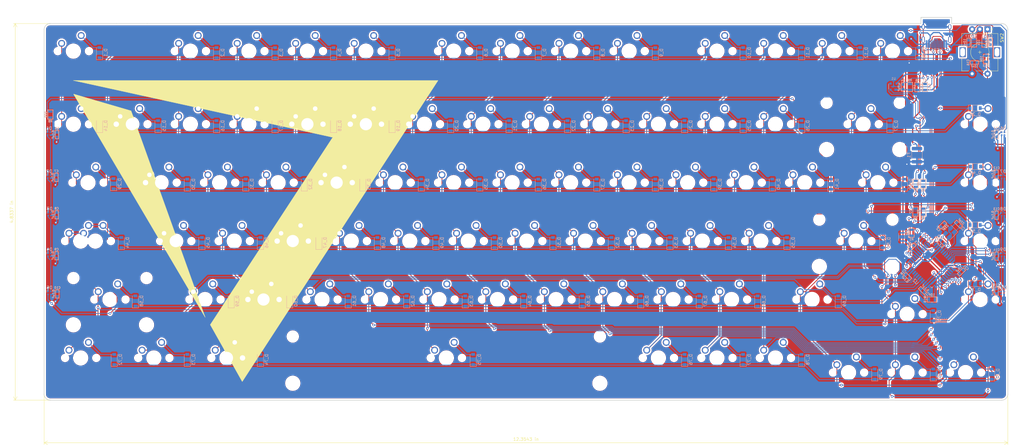
<source format=kicad_pcb>
(kicad_pcb (version 20171130) (host pcbnew "(5.1.4)-1")
  (layers (0 F.Cu signal) (31 B.Cu signal) (34 B.Paste user) (35 F.Paste user) (36 B.SilkS user) (37 F.SilkS user) (38 B.Mask user) (39 F.Mask user) (44 Edge.Cuts user))
  (net 0 "")
  (net 1 col0)
  (net 2 col1)
  (net 3 col2)
  (net 4 col3)
  (net 5 col4)
  (net 6 col5)
  (net 7 col6)
  (net 8 col7)
  (net 9 col8)
  (net 10 col9)
  (net 11 col10)
  (net 12 col11)
  (net 13 col12)
  (net 14 col13)
  (net 15 row0)
  (net 16 row1)
  (net 17 row2)
  (net 18 row3)
  (net 19 row4)
  (net 20 row5)
  (net 21 "Net-(D_1-Pad2)")
  (net 22 "Net-(D_2-Pad2)")
  (net 23 "Net-(D_3-Pad2)")
  (net 24 "Net-(D_4-Pad2)")
  (net 25 "Net-(D_5-Pad2)")
  (net 26 "Net-(D_6-Pad2)")
  (net 27 "Net-(D_7-Pad2)")
  (net 28 "Net-(D_8-Pad2)")
  (net 29 "Net-(D_9-Pad2)")
  (net 30 "Net-(D_10-Pad2)")
  (net 31 "Net-(D_11-Pad2)")
  (net 32 "Net-(D_12-Pad2)")
  (net 33 "Net-(D_15-Pad2)")
  (net 34 "Net-(D_16-Pad2)")
  (net 35 "Net-(D_17-Pad2)")
  (net 36 "Net-(D_18-Pad2)")
  (net 37 "Net-(D_19-Pad2)")
  (net 38 "Net-(D_20-Pad2)")
  (net 39 "Net-(D_21-Pad2)")
  (net 40 "Net-(D_22-Pad2)")
  (net 41 "Net-(D_23-Pad2)")
  (net 42 "Net-(D_24-Pad2)")
  (net 43 "Net-(D_25-Pad2)")
  (net 44 "Net-(D_26-Pad2)")
  (net 45 "Net-(D_27-Pad2)")
  (net 46 "Net-(D_28-Pad2)")
  (net 47 "Net-(D_29-Pad2)")
  (net 48 "Net-(D_30-Pad2)")
  (net 49 "Net-(D_31-Pad2)")
  (net 50 "Net-(D_32-Pad2)")
  (net 51 "Net-(D_33-Pad2)")
  (net 52 "Net-(D_34-Pad2)")
  (net 53 "Net-(D_35-Pad2)")
  (net 54 "Net-(D_36-Pad2)")
  (net 55 "Net-(D_37-Pad2)")
  (net 56 "Net-(D_38-Pad2)")
  (net 57 "Net-(D_39-Pad2)")
  (net 58 "Net-(D_40-Pad2)")
  (net 59 "Net-(D_41-Pad2)")
  (net 60 "Net-(D_42-Pad2)")
  (net 61 "Net-(D_43-Pad2)")
  (net 62 "Net-(D_46-Pad2)")
  (net 63 "Net-(D_47-Pad2)")
  (net 64 "Net-(D_48-Pad2)")
  (net 65 "Net-(D_49-Pad2)")
  (net 66 "Net-(D_50-Pad2)")
  (net 67 "Net-(D_51-Pad2)")
  (net 68 "Net-(D_52-Pad2)")
  (net 69 "Net-(D_53-Pad2)")
  (net 70 "Net-(D_54-Pad2)")
  (net 71 "Net-(D_55-Pad2)")
  (net 72 "Net-(D_56-Pad2)")
  (net 73 "Net-(D_57-Pad2)")
  (net 74 "Net-(D_58-Pad2)")
  (net 75 "Net-(D_59-Pad2)")
  (net 76 "Net-(D_60-Pad2)")
  (net 77 "Net-(D_61-Pad2)")
  (net 78 "Net-(D_62-Pad2)")
  (net 79 "Net-(D_63-Pad2)")
  (net 80 "Net-(D_64-Pad2)")
  (net 81 "Net-(D_65-Pad2)")
  (net 82 "Net-(D_66-Pad2)")
  (net 83 "Net-(D_67-Pad2)")
  (net 84 "Net-(D_68-Pad2)")
  (net 85 "Net-(D_69-Pad2)")
  (net 86 "Net-(D_70-Pad2)")
  (net 87 "Net-(D_72-Pad2)")
  (net 88 "Net-(D_71-Pad2)")
  (net 89 "Net-(D_73-Pad2)")
  (net 90 "Net-(D_74-Pad2)")
  (net 91 "Net-(D_75-Pad2)")
  (net 92 "Net-(D_76-Pad2)")
  (net 93 "Net-(D_77-Pad2)")
  (net 94 "Net-(D_78-Pad2)")
  (net 95 "Net-(D_79-Pad2)")
  (net 96 "Net-(D_80-Pad2)")
  (net 97 "Net-(D_81-Pad2)")
  (net 98 +5V)
  (net 99 GND)
  (net 100 "Net-(C2-Pad1)")
  (net 101 "Net-(C3-Pad1)")
  (net 102 "Net-(C4-Pad1)")
  (net 103 "Net-(D_45-Pad2)")
  (net 104 VCC)
  (net 105 D-)
  (net 106 D+)
  (net 107 RGBIN)
  (net 108 "Net-(D1-Pad1)")
  (net 109 "Net-(D1-Pad3)")
  (net 110 ENA)
  (net 111 ENB)
  (net 112 "Net-(D_13-Pad2)")
  (net 113 col14)
  (net 114 "Net-(C1-Pad1)")
  (net 115 "Net-(D_44-Pad2)")
  (net 116 ENS)
  (net 117 "Net-(D2-Pad3)")
  (net 118 "Net-(D3-Pad3)")
  (net 119 "Net-(D4-Pad3)")
  (net 120 "Net-(D5-Pad3)")
  (net 121 "Net-(D6-Pad3)")
  (net 122 "Net-(D7-Pad3)")
  (net 123 "Net-(D8-Pad3)")
  (net 124 "Net-(D10-Pad1)")
  (net 125 "Net-(D_14-Pad2)")
  (net 126 "Net-(R1-Pad2)")
  (net 127 "Net-(R2-Pad1)")
  (net 128 "Net-(R3-Pad1)")
  (net 129 "Net-(R4-Pad2)")
  (net 130 "Net-(R5-Pad2)")
  (net 131 "Net-(R6-Pad1)")
  (net 132 "Net-(R7-Pad1)")
  (net 133 "Net-(R10-Pad2)")
  (module MX_Only:MXOnly-2U-NoLED (layer F.Cu) (at 393.7 124.61875)
    (fp_text reference K_27)
    (fp_text value KEYSW)
    (pad 2 thru_hole circle (at 2.54 -5.08) (size 2.25 2.25) (drill 1.47) (layers *.Cu B.Mask) (net 45 "Net-(D_27-Pad2)"))
    (pad "" np_thru_hole circle (at 0 0) (size 3.9878 3.9878) (drill 3.9878) (layers *.Cu *.Mask))
    (pad 1 thru_hole circle (at -3.81 -2.54) (size 2.25 2.25) (drill 1.47) (layers *.Cu B.Mask) (net 14 col13))
    (pad "" np_thru_hole circle (at -5.08 0 48.0996) (size 1.75 1.75) (drill 1.75) (layers *.Cu *.Mask))
    (pad "" np_thru_hole circle (at 5.08 0 48.0996) (size 1.75 1.75) (drill 1.75) (layers *.Cu *.Mask))
    (pad "" np_thru_hole circle (at -11.90625 -6.985) (size 3.048 3.048) (drill 3.048) (layers *.Cu *.Mask))
    (pad "" np_thru_hole circle (at 11.90625 -6.985) (size 3.048 3.048) (drill 3.048) (layers *.Cu *.Mask))
    (pad "" np_thru_hole circle (at -11.90625 8.255) (size 3.9878 3.9878) (drill 3.9878) (layers *.Cu *.Mask))
    (pad "" np_thru_hole circle (at 11.90625 8.255) (size 3.9878 3.9878) (drill 3.9878) (layers *.Cu *.Mask))
  )
  (module EVP-BB2A9B000:SW_EVP-BB2A9B000 (layer B.Cu) (at 406.267001 161.362 90)
    (fp_text reference S1 (at 0.55069 2.13777 270) (layer B.SilkS) (effects (font (size 1.001291 1.001291) (thickness 0.015)) (justify mirror)))
    (fp_text value EVP-BB2A9B000)
    (pad B2 smd rect (at 1.325 -0.375 90) (size 0.55 0.55) (layers B.Cu B.Mask) (net 126 "Net-(R1-Pad2)"))
    (pad B1 smd rect (at 1.325 0.375 90) (size 0.55 0.55) (layers B.Cu B.Mask) (net 126 "Net-(R1-Pad2)"))
    (pad A2 smd rect (at -1.325 -0.375 90) (size 0.55 0.55) (layers B.Cu B.Mask) (net 99 GND))
    (pad A1 smd rect (at -1.325 0.375 90) (size 0.55 0.55) (layers B.Cu B.Mask) (net 99 GND))
  )
  (module EC15-LED_SMD:LED_SK6812_EC15_1.5x1.5mm (layer B.Cu) (at 439.097 179.647 180)
    (fp_text reference D10 (at 0 1.75) (layer B.SilkS) (effects (justify mirror)))
    (fp_text value SK6805-EC15)
    (fp_text user 1 (at -0.925 0.45) (layer B.SilkS) (effects (font (size 0.3 0.3) (thickness 0.075)) (justify mirror)))
    (pad 1 smd rect (at -0.45 0.45 180) (size 0.5 0.5) (layers B.Cu B.Paste B.Mask) (net 124 "Net-(D10-Pad1)"))
    (pad 2 smd rect (at -0.45 -0.45 180) (size 0.5 0.5) (layers B.Cu B.Paste B.Mask) (net 98 +5V))
    (pad 3 smd rect (at 0.45 -0.45 180) (size 0.5 0.5) (layers B.Cu B.Paste B.Mask))
    (pad 4 smd rect (at 0.45 0.45 180) (size 0.5 0.5) (layers B.Cu B.Paste B.Mask) (net 99 GND))
  )
  (module EC15-LED_SMD:LED_SK6812_EC15_1.5x1.5mm (layer B.Cu) (at 439.224 167.201 180)
    (fp_text reference D9 (at 0 1.75) (layer B.SilkS) (effects (justify mirror)))
    (fp_text value SK6805-EC15)
    (fp_text user 1 (at -0.925 0.45) (layer B.SilkS) (effects (font (size 0.3 0.3) (thickness 0.075)) (justify mirror)))
    (pad 1 smd rect (at -0.45 0.45 180) (size 0.5 0.5) (layers B.Cu B.Paste B.Mask) (net 123 "Net-(D8-Pad3)"))
    (pad 2 smd rect (at -0.45 -0.45 180) (size 0.5 0.5) (layers B.Cu B.Paste B.Mask) (net 98 +5V))
    (pad 3 smd rect (at 0.45 -0.45 180) (size 0.5 0.5) (layers B.Cu B.Paste B.Mask) (net 124 "Net-(D10-Pad1)"))
    (pad 4 smd rect (at 0.45 0.45 180) (size 0.5 0.5) (layers B.Cu B.Paste B.Mask) (net 99 GND))
  )
  (module EC15-LED_SMD:LED_SK6812_EC15_1.5x1.5mm (layer B.Cu) (at 439.224 153.993 180)
    (fp_text reference D8 (at 0 1.75) (layer B.SilkS) (effects (justify mirror)))
    (fp_text value SK6805-EC15)
    (fp_text user 1 (at -0.925 0.45) (layer B.SilkS) (effects (font (size 0.3 0.3) (thickness 0.075)) (justify mirror)))
    (pad 1 smd rect (at -0.45 0.45 180) (size 0.5 0.5) (layers B.Cu B.Paste B.Mask) (net 122 "Net-(D7-Pad3)"))
    (pad 2 smd rect (at -0.45 -0.45 180) (size 0.5 0.5) (layers B.Cu B.Paste B.Mask) (net 98 +5V))
    (pad 3 smd rect (at 0.45 -0.45 180) (size 0.5 0.5) (layers B.Cu B.Paste B.Mask) (net 123 "Net-(D8-Pad3)"))
    (pad 4 smd rect (at 0.45 0.45 180) (size 0.5 0.5) (layers B.Cu B.Paste B.Mask) (net 99 GND))
  )
  (module EC15-LED_SMD:LED_SK6812_EC15_1.5x1.5mm (layer B.Cu) (at 439.224 141.801 180)
    (fp_text reference D7 (at 0 1.75) (layer B.SilkS) (effects (justify mirror)))
    (fp_text value SK6805-EC15)
    (fp_text user 1 (at -0.925 0.45) (layer B.SilkS) (effects (font (size 0.3 0.3) (thickness 0.075)) (justify mirror)))
    (pad 4 smd rect (at 0.45 0.45 180) (size 0.5 0.5) (layers B.Cu B.Paste B.Mask) (net 99 GND))
    (pad 3 smd rect (at 0.45 -0.45 180) (size 0.5 0.5) (layers B.Cu B.Paste B.Mask) (net 122 "Net-(D7-Pad3)"))
    (pad 2 smd rect (at -0.45 -0.45 180) (size 0.5 0.5) (layers B.Cu B.Paste B.Mask) (net 98 +5V))
    (pad 1 smd rect (at -0.45 0.45 180) (size 0.5 0.5) (layers B.Cu B.Paste B.Mask) (net 121 "Net-(D6-Pad3)"))
  )
  (module EC15-LED_SMD:LED_SK6812_EC15_1.5x1.5mm (layer B.Cu) (at 439.224 127.704 180)
    (fp_text reference D6 (at 0 1.75) (layer B.SilkS) (effects (justify mirror)))
    (fp_text value SK6805-EC15)
    (fp_text user 1 (at -0.925 0.45) (layer B.SilkS) (effects (font (size 0.3 0.3) (thickness 0.075)) (justify mirror)))
    (pad 1 smd rect (at -0.45 0.45 180) (size 0.5 0.5) (layers B.Cu B.Paste B.Mask) (net 120 "Net-(D5-Pad3)"))
    (pad 2 smd rect (at -0.45 -0.45 180) (size 0.5 0.5) (layers B.Cu B.Paste B.Mask) (net 98 +5V))
    (pad 3 smd rect (at 0.45 -0.45 180) (size 0.5 0.5) (layers B.Cu B.Paste B.Mask) (net 121 "Net-(D6-Pad3)"))
    (pad 4 smd rect (at 0.45 0.45 180) (size 0.5 0.5) (layers B.Cu B.Paste B.Mask) (net 99 GND))
  )
  (module EC15-LED_SMD:LED_SK6812_EC15_1.5x1.5mm (layer B.Cu) (at 128.72 179.636 180)
    (fp_text reference D5 (at 0 1.75) (layer B.SilkS) (effects (justify mirror)))
    (fp_text value SK6805-EC15)
    (fp_text user 1 (at -0.925 0.45) (layer B.SilkS) (effects (font (size 0.3 0.3) (thickness 0.075)) (justify mirror)))
    (pad 1 smd rect (at -0.45 0.45 180) (size 0.5 0.5) (layers B.Cu B.Paste B.Mask) (net 119 "Net-(D4-Pad3)"))
    (pad 2 smd rect (at -0.45 -0.45 180) (size 0.5 0.5) (layers B.Cu B.Paste B.Mask) (net 98 +5V))
    (pad 3 smd rect (at 0.45 -0.45 180) (size 0.5 0.5) (layers B.Cu B.Paste B.Mask) (net 120 "Net-(D5-Pad3)"))
    (pad 4 smd rect (at 0.45 0.45 180) (size 0.5 0.5) (layers B.Cu B.Paste B.Mask) (net 99 GND))
  )
  (module EC15-LED_SMD:LED_SK6812_EC15_1.5x1.5mm (layer B.Cu) (at 128.72 167.19 180)
    (fp_text reference D4 (at 0 1.75) (layer B.SilkS) (effects (justify mirror)))
    (fp_text value SK6805-EC15)
    (fp_text user 1 (at -0.925 0.45) (layer B.SilkS) (effects (font (size 0.3 0.3) (thickness 0.075)) (justify mirror)))
    (pad 1 smd rect (at -0.45 0.45 180) (size 0.5 0.5) (layers B.Cu B.Paste B.Mask) (net 118 "Net-(D3-Pad3)"))
    (pad 2 smd rect (at -0.45 -0.45 180) (size 0.5 0.5) (layers B.Cu B.Paste B.Mask) (net 98 +5V))
    (pad 3 smd rect (at 0.45 -0.45 180) (size 0.5 0.5) (layers B.Cu B.Paste B.Mask) (net 119 "Net-(D4-Pad3)"))
    (pad 4 smd rect (at 0.45 0.45 180) (size 0.5 0.5) (layers B.Cu B.Paste B.Mask) (net 99 GND))
  )
  (module EC15-LED_SMD:LED_SK6812_EC15_1.5x1.5mm (layer B.Cu) (at 128.778 153.924 180)
    (fp_text reference D3 (at 0 1.75) (layer B.SilkS) (effects (justify mirror)))
    (fp_text value SK6805-EC15)
    (fp_text user 1 (at -0.925 0.45) (layer B.SilkS) (effects (font (size 0.3 0.3) (thickness 0.075)) (justify mirror)))
    (pad 1 smd rect (at -0.45 0.45 180) (size 0.5 0.5) (layers B.Cu B.Paste B.Mask) (net 117 "Net-(D2-Pad3)"))
    (pad 2 smd rect (at -0.45 -0.45 180) (size 0.5 0.5) (layers B.Cu B.Paste B.Mask) (net 98 +5V))
    (pad 3 smd rect (at 0.45 -0.45 180) (size 0.5 0.5) (layers B.Cu B.Paste B.Mask) (net 118 "Net-(D3-Pad3)"))
    (pad 4 smd rect (at 0.45 0.45 180) (size 0.5 0.5) (layers B.Cu B.Paste B.Mask) (net 99 GND))
  )
  (module EC15-LED_SMD:LED_SK6812_EC15_1.5x1.5mm (layer B.Cu) (at 128.651 141.732 180)
    (fp_text reference D2 (at 0 1.75) (layer B.SilkS) (effects (justify mirror)))
    (fp_text value SK6805-EC15)
    (fp_text user 1 (at -0.925 0.45) (layer B.SilkS) (effects (font (size 0.3 0.3) (thickness 0.075)) (justify mirror)))
    (pad 1 smd rect (at -0.45 0.45 180) (size 0.5 0.5) (layers B.Cu B.Paste B.Mask) (net 109 "Net-(D1-Pad3)"))
    (pad 2 smd rect (at -0.45 -0.45 180) (size 0.5 0.5) (layers B.Cu B.Paste B.Mask) (net 98 +5V))
    (pad 3 smd rect (at 0.45 -0.45 180) (size 0.5 0.5) (layers B.Cu B.Paste B.Mask) (net 117 "Net-(D2-Pad3)"))
    (pad 4 smd rect (at 0.45 0.45 180) (size 0.5 0.5) (layers B.Cu B.Paste B.Mask) (net 99 GND))
  )
  (module EC15-LED_SMD:LED_SK6812_EC15_1.5x1.5mm (layer B.Cu) (at 128.582 127.704 180)
    (fp_text reference D1 (at 0 1.75) (layer B.SilkS) (effects (justify mirror)))
    (fp_text value SK6805-EC15)
    (fp_text user 1 (at -0.925 0.45) (layer B.SilkS) (effects (font (size 0.3 0.3) (thickness 0.075)) (justify mirror)))
    (pad 1 smd rect (at -0.45 0.45 180) (size 0.5 0.5) (layers B.Cu B.Paste B.Mask) (net 108 "Net-(D1-Pad1)"))
    (pad 2 smd rect (at -0.45 -0.45 180) (size 0.5 0.5) (layers B.Cu B.Paste B.Mask) (net 98 +5V))
    (pad 3 smd rect (at 0.45 -0.45 180) (size 0.5 0.5) (layers B.Cu B.Paste B.Mask) (net 109 "Net-(D1-Pad3)"))
    (pad 4 smd rect (at 0.45 0.45 180) (size 0.5 0.5) (layers B.Cu B.Paste B.Mask) (net 99 GND))
  )
  (module MX_Only:MXOnly-1.75U-NoLED (layer F.Cu) (at 143.66875 162.71875)
    (fp_text reference K_45)
    (fp_text value KEYSW)
    (pad 2 thru_hole circle (at 2.54 -5.08) (size 2.25 2.25) (drill 1.47) (layers *.Cu B.Mask) (net 115 "Net-(D_44-Pad2)"))
    (pad "" np_thru_hole circle (at 0 0) (size 3.9878 3.9878) (drill 3.9878) (layers *.Cu *.Mask))
    (pad 1 thru_hole circle (at -3.81 -2.54) (size 2.25 2.25) (drill 1.47) (layers *.Cu B.Mask) (net 1 col0))
    (pad "" np_thru_hole circle (at -5.08 0 48.0996) (size 1.75 1.75) (drill 1.75) (layers *.Cu *.Mask))
    (pad "" np_thru_hole circle (at 5.08 0 48.0996) (size 1.75 1.75) (drill 1.75) (layers *.Cu *.Mask))
  )
  (module MX_Only:MXOnly-1.75U-NoLED (layer F.Cu) (at 138.90625 162.71875)
    (fp_text reference K_44)
    (fp_text value KEYSW)
    (pad 2 thru_hole circle (at 2.54 -5.08) (size 2.25 2.25) (drill 1.47) (layers *.Cu B.Mask) (net 115 "Net-(D_44-Pad2)"))
    (pad "" np_thru_hole circle (at 0 0) (size 3.9878 3.9878) (drill 3.9878) (layers *.Cu *.Mask))
    (pad 1 thru_hole circle (at -3.81 -2.54) (size 2.25 2.25) (drill 1.47) (layers *.Cu B.Mask) (net 1 col0))
    (pad "" np_thru_hole circle (at -5.08 0 48.0996) (size 1.75 1.75) (drill 1.75) (layers *.Cu *.Mask))
    (pad "" np_thru_hole circle (at 5.08 0 48.0996) (size 1.75 1.75) (drill 1.75) (layers *.Cu *.Mask))
  )
  (module Keebio-Parts:R_0805 (layer B.Cu) (at 429.768 97.978 270)
    (fp_text reference R12 (at -2.2 0 180) (layer B.SilkS) (effects (font (size 0.7 0.7)) (justify mirror)))
    (fp_text value 10k (at 0 -1.55 90) (layer B.SilkS) (effects (font (size 0.7 0.7)) (justify mirror)))
    (pad 1 smd rect (at -0.95 0 270) (size 0.7 1.3) (layers B.Cu B.Paste B.Mask) (net 111 ENB) (clearance 0.1))
    (pad 2 smd rect (at 0.95 0 270) (size 0.7 1.3) (layers B.Cu B.Paste B.Mask) (net 98 +5V) (clearance 0.1))
  )
  (module Keebio-Parts:R_0805 (layer B.Cu) (at 433.197 97.978 270)
    (fp_text reference R11 (at -2.2 0 180) (layer B.SilkS) (effects (font (size 0.7 0.7)) (justify mirror)))
    (fp_text value 10k (at 0 -1.55 90) (layer B.SilkS) (effects (font (size 0.7 0.7)) (justify mirror)))
    (pad 1 smd rect (at -0.95 0 270) (size 0.7 1.3) (layers B.Cu B.Paste B.Mask) (net 110 ENA) (clearance 0.1))
    (pad 2 smd rect (at 0.95 0 270) (size 0.7 1.3) (layers B.Cu B.Paste B.Mask) (net 98 +5V) (clearance 0.1))
  )
  (module Keebio-Parts:C_0603 (layer B.Cu) (at 427.99 98.032 270)
    (fp_text reference C17 (at -2.05 0 180) (layer B.SilkS) (effects (font (size 0.7 0.7)) (justify mirror)))
    (fp_text value 10nF (at 0 1.25 90) (layer B.SilkS) (effects (font (size 0.7 0.7)) (justify mirror)))
    (pad 1 smd rect (at -0.75 0 270) (size 0.8 0.75) (layers B.Cu B.Paste B.Mask) (net 111 ENB) (clearance 0.1))
    (pad 2 smd rect (at 0.75 0 270) (size 0.8 0.75) (layers B.Cu B.Paste B.Mask) (net 99 GND) (clearance 0.1))
  )
  (module Keebio-Parts:C_0603 (layer B.Cu) (at 435.102 97.917 270)
    (fp_text reference C5 (at -2.05 0 180) (layer B.SilkS) (effects (font (size 0.7 0.7)) (justify mirror)))
    (fp_text value 10nF (at 0 1.25 90) (layer B.SilkS) (effects (font (size 0.7 0.7)) (justify mirror)))
    (pad 1 smd rect (at -0.75 0 270) (size 0.8 0.75) (layers B.Cu B.Paste B.Mask) (net 110 ENA) (clearance 0.1))
    (pad 2 smd rect (at 0.75 0 270) (size 0.8 0.75) (layers B.Cu B.Paste B.Mask) (net 99 GND) (clearance 0.1))
  )
  (module Rotary_Encoder:RotaryEncoder_Alps_EC11E-Switch_Vertical_H20mm (layer F.Cu) (at 434.18125 93.6625 270)
    (fp_text reference SW2 (at 2.8 -4.7 90) (layer F.SilkS))
    (fp_text value Rotary_Encoder_Switch)
    (pad A thru_hole rect (at 0 0 270) (size 2 2) (drill 1) (layers *.Cu *.Mask) (net 110 ENA))
    (pad C thru_hole circle (at 0 2.5 270) (size 2 2) (drill 1) (layers *.Cu *.Mask) (net 99 GND))
    (pad B thru_hole circle (at 0 5 270) (size 2 2) (drill 1) (layers *.Cu *.Mask) (net 111 ENB))
    (pad MP thru_hole rect (at 7.5 -3.1 270) (size 3.2 2) (drill oval 2.8 1.5) (layers *.Cu *.Mask))
    (pad MP thru_hole rect (at 7.5 8.1 270) (size 3.2 2) (drill oval 2.8 1.5) (layers *.Cu *.Mask))
    (pad S2 thru_hole circle (at 14.5 0 270) (size 2 2) (drill 1) (layers *.Cu *.Mask) (net 116 ENS))
    (pad S1 thru_hole circle (at 14.5 5 270) (size 2 2) (drill 1) (layers *.Cu *.Mask) (net 99 GND))
  )
  (module Keebio-Parts:R_0805 (layer B.Cu) (at 433.705 103.317 90)
    (fp_text reference R13 (at -2.2 0 180) (layer B.SilkS) (effects (font (size 0.7 0.7)) (justify mirror)))
    (fp_text value 10k (at 0 -1.55 90) (layer B.SilkS) (effects (font (size 0.7 0.7)) (justify mirror)))
    (pad 1 smd rect (at -0.95 0 90) (size 0.7 1.3) (layers B.Cu B.Paste B.Mask) (net 116 ENS) (clearance 0.1))
    (pad 2 smd rect (at 0.95 0 90) (size 0.7 1.3) (layers B.Cu B.Paste B.Mask) (net 98 +5V) (clearance 0.1))
  )
  (module Keebio-Parts:R_0805 (layer B.Cu) (at 416.08125 181.76875)
    (fp_text reference R10 (at -2.2 0 -90) (layer B.SilkS) (effects (font (size 0.7 0.7)) (justify mirror)))
    (fp_text value 10k (at 0 -1.55) (layer B.SilkS) (effects (font (size 0.7 0.7)) (justify mirror)))
    (pad 1 smd rect (at -0.95 0) (size 0.7 1.3) (layers B.Cu B.Paste B.Mask) (net 99 GND) (clearance 0.1))
    (pad 2 smd rect (at 0.95 0) (size 0.7 1.3) (layers B.Cu B.Paste B.Mask) (net 133 "Net-(R10-Pad2)") (clearance 0.1))
  )
  (module Keebio-Parts:R_0805 (layer B.Cu) (at 408.94 112.4855 270)
    (fp_text reference R9 (at -2.2 0 180) (layer B.SilkS) (effects (font (size 0.7 0.7)) (justify mirror)))
    (fp_text value 1M (at 0 -1.55 90) (layer B.SilkS) (effects (font (size 0.7 0.7)) (justify mirror)))
    (pad 1 smd rect (at -0.95 0 270) (size 0.7 1.3) (layers B.Cu B.Paste B.Mask) (net 102 "Net-(C4-Pad1)") (clearance 0.1))
    (pad 2 smd rect (at 0.95 0 270) (size 0.7 1.3) (layers B.Cu B.Paste B.Mask) (net 99 GND) (clearance 0.1))
  )
  (module Keebio-Parts:R_0805 (layer B.Cu) (at 129.032 121.473 90)
    (fp_text reference R8 (at -2.2 0 180) (layer B.SilkS) (effects (font (size 0.7 0.7)) (justify mirror)))
    (fp_text value 500 (at 0 -1.55 90) (layer B.SilkS) (effects (font (size 0.7 0.7)) (justify mirror)))
    (pad 1 smd rect (at -0.95 0 90) (size 0.7 1.3) (layers B.Cu B.Paste B.Mask) (net 108 "Net-(D1-Pad1)") (clearance 0.1))
    (pad 2 smd rect (at 0.95 0 90) (size 0.7 1.3) (layers B.Cu B.Paste B.Mask) (net 107 RGBIN) (clearance 0.1))
  )
  (module Keebio-Parts:R_0805 (layer B.Cu) (at 413.766 112.4855 270)
    (fp_text reference R7 (at -2.2 0 180) (layer B.SilkS) (effects (font (size 0.7 0.7)) (justify mirror)))
    (fp_text value 5.1k (at 0 -1.55 90) (layer B.SilkS) (effects (font (size 0.7 0.7)) (justify mirror)))
    (pad 1 smd rect (at -0.95 0 270) (size 0.7 1.3) (layers B.Cu B.Paste B.Mask) (net 132 "Net-(R7-Pad1)") (clearance 0.1))
    (pad 2 smd rect (at 0.95 0 270) (size 0.7 1.3) (layers B.Cu B.Paste B.Mask) (net 99 GND) (clearance 0.1))
  )
  (module Keebio-Parts:R_0805 (layer B.Cu) (at 411.353 112.522 270)
    (fp_text reference R6 (at -2.2 0 180) (layer B.SilkS) (effects (font (size 0.7 0.7)) (justify mirror)))
    (fp_text value 5.1k (at 0 -1.55 90) (layer B.SilkS) (effects (font (size 0.7 0.7)) (justify mirror)))
    (pad 1 smd rect (at -0.95 0 270) (size 0.7 1.3) (layers B.Cu B.Paste B.Mask) (net 131 "Net-(R6-Pad1)") (clearance 0.1))
    (pad 2 smd rect (at 0.95 0 270) (size 0.7 1.3) (layers B.Cu B.Paste B.Mask) (net 99 GND) (clearance 0.1))
  )
  (module Keebio-Parts:R_0805 (layer B.Cu) (at 413.258 144.0545 90)
    (fp_text reference R5 (at -2.2 0 180) (layer B.SilkS) (effects (font (size 0.7 0.7)) (justify mirror)))
    (fp_text value 22 (at 0 -1.55 90) (layer B.SilkS) (effects (font (size 0.7 0.7)) (justify mirror)))
    (pad 1 smd rect (at -0.95 0 90) (size 0.7 1.3) (layers B.Cu B.Paste B.Mask) (net 105 D-) (clearance 0.1))
    (pad 2 smd rect (at 0.95 0 90) (size 0.7 1.3) (layers B.Cu B.Paste B.Mask) (net 130 "Net-(R5-Pad2)") (clearance 0.1))
  )
  (module Keebio-Parts:R_0805 (layer B.Cu) (at 410.845 144.0545 90)
    (fp_text reference R4 (at -2.2 0 180) (layer B.SilkS) (effects (font (size 0.7 0.7)) (justify mirror)))
    (fp_text value 22 (at 0 -1.55 90) (layer B.SilkS) (effects (font (size 0.7 0.7)) (justify mirror)))
    (pad 1 smd rect (at -0.95 0 90) (size 0.7 1.3) (layers B.Cu B.Paste B.Mask) (net 106 D+) (clearance 0.1))
    (pad 2 smd rect (at 0.95 0 90) (size 0.7 1.3) (layers B.Cu B.Paste B.Mask) (net 129 "Net-(R4-Pad2)") (clearance 0.1))
  )
  (module Keebio-Parts:R_0805 (layer B.Cu) (at 413.227184 153.1255 90)
    (fp_text reference R3 (at -2.2 0 180) (layer B.SilkS) (effects (font (size 0.7 0.7)) (justify mirror)))
    (fp_text value 22 (at 0 -1.55 90) (layer B.SilkS) (effects (font (size 0.7 0.7)) (justify mirror)))
    (pad 1 smd rect (at -0.95 0 90) (size 0.7 1.3) (layers B.Cu B.Paste B.Mask) (net 128 "Net-(R3-Pad1)") (clearance 0.1))
    (pad 2 smd rect (at 0.95 0 90) (size 0.7 1.3) (layers B.Cu B.Paste B.Mask) (net 105 D-) (clearance 0.1))
  )
  (module Keebio-Parts:R_0805 (layer B.Cu) (at 410.718 153.1255 90)
    (fp_text reference R2 (at -2.2 0 180) (layer B.SilkS) (effects (font (size 0.7 0.7)) (justify mirror)))
    (fp_text value 22 (at 0 -1.55 90) (layer B.SilkS) (effects (font (size 0.7 0.7)) (justify mirror)))
    (pad 1 smd rect (at -0.95 0 90) (size 0.7 1.3) (layers B.Cu B.Paste B.Mask) (net 127 "Net-(R2-Pad1)") (clearance 0.1))
    (pad 2 smd rect (at 0.95 0 90) (size 0.7 1.3) (layers B.Cu B.Paste B.Mask) (net 106 D+) (clearance 0.1))
  )
  (module Keebio-Parts:R_0805 (layer B.Cu) (at 409.448 159.9835 90)
    (fp_text reference R1 (at -2.2 0 180) (layer B.SilkS) (effects (font (size 0.7 0.7)) (justify mirror)))
    (fp_text value 10k (at 0 -1.55 90) (layer B.SilkS) (effects (font (size 0.7 0.7)) (justify mirror)))
    (pad 1 smd rect (at -0.95 0 90) (size 0.7 1.3) (layers B.Cu B.Paste B.Mask) (net 98 +5V) (clearance 0.1))
    (pad 2 smd rect (at 0.95 0 90) (size 0.7 1.3) (layers B.Cu B.Paste B.Mask) (net 126 "Net-(R1-Pad2)") (clearance 0.1))
  )
  (module MX_Only:MXOnly-1U-NoLED (layer F.Cu) (at 136.525 100.80625)
    (fp_text reference K_1)
    (fp_text value KEYSW)
    (pad 2 thru_hole circle (at 2.54 -5.08) (size 2.25 2.25) (drill 1.47) (layers *.Cu B.Mask) (net 21 "Net-(D_1-Pad2)"))
    (pad "" np_thru_hole circle (at 0 0) (size 3.9878 3.9878) (drill 3.9878) (layers *.Cu *.Mask))
    (pad 1 thru_hole circle (at -3.81 -2.54) (size 2.25 2.25) (drill 1.47) (layers *.Cu B.Mask) (net 1 col0))
    (pad "" np_thru_hole circle (at -5.08 0 48.0996) (size 1.75 1.75) (drill 1.75) (layers *.Cu *.Mask))
    (pad "" np_thru_hole circle (at 5.08 0 48.0996) (size 1.75 1.75) (drill 1.75) (layers *.Cu *.Mask))
  )
  (module Keebio-Parts:C_0603 (layer B.Cu) (at 429.907 104.521)
    (fp_text reference C16 (at -2.05 0 270) (layer B.SilkS) (effects (font (size 0.7 0.7)) (justify mirror)))
    (fp_text value 10nF (at 0 1.25) (layer B.SilkS) (effects (font (size 0.7 0.7)) (justify mirror)))
    (pad 1 smd rect (at -0.75 0) (size 0.8 0.75) (layers B.Cu B.Paste B.Mask) (net 99 GND) (clearance 0.1))
    (pad 2 smd rect (at 0.75 0) (size 0.8 0.75) (layers B.Cu B.Paste B.Mask) (net 116 ENS) (clearance 0.1))
  )
  (module Keebio-Parts:C_0603 (layer B.Cu) (at 425.71342 172.77408 225)
    (fp_text reference C21 (at -2.05 0 315) (layer B.SilkS) (effects (font (size 0.7 0.7)) (justify mirror)))
    (fp_text value 10uF (at 0 1.25 45) (layer B.SilkS) (effects (font (size 0.7 0.7)) (justify mirror)))
    (pad 1 smd rect (at -0.75 0 225) (size 0.8 0.75) (layers B.Cu B.Paste B.Mask) (net 98 +5V) (clearance 0.1))
    (pad 2 smd rect (at 0.75 0 225) (size 0.8 0.75) (layers B.Cu B.Paste B.Mask) (net 99 GND) (clearance 0.1))
  )
  (module Keebio-Parts:C_0603 (layer B.Cu) (at 419.50333 162.96333 315)
    (fp_text reference C20 (at -2.05 0 225) (layer B.SilkS) (effects (font (size 0.7 0.7)) (justify mirror)))
    (fp_text value 0.1uF (at 0 1.25 135) (layer B.SilkS) (effects (font (size 0.7 0.7)) (justify mirror)))
    (pad 1 smd rect (at -0.75 0 315) (size 0.8 0.75) (layers B.Cu B.Paste B.Mask) (net 98 +5V) (clearance 0.1))
    (pad 2 smd rect (at 0.75 0 315) (size 0.8 0.75) (layers B.Cu B.Paste B.Mask) (net 99 GND) (clearance 0.1))
  )
  (module Keebio-Parts:C_0603 (layer B.Cu) (at 413.01342 178.85717 135)
    (fp_text reference C19 (at -2.05 0 225) (layer B.SilkS) (effects (font (size 0.7 0.7)) (justify mirror)))
    (fp_text value 0.1uF (at 0 1.25 135) (layer B.SilkS) (effects (font (size 0.7 0.7)) (justify mirror)))
    (pad 1 smd rect (at -0.75 0 135) (size 0.8 0.75) (layers B.Cu B.Paste B.Mask) (net 98 +5V) (clearance 0.1))
    (pad 2 smd rect (at 0.75 0 135) (size 0.8 0.75) (layers B.Cu B.Paste B.Mask) (net 99 GND) (clearance 0.1))
  )
  (module Keebio-Parts:C_0603 (layer B.Cu) (at 408.178 174.244 315)
    (fp_text reference C18 (at -2.05 0 225) (layer B.SilkS) (effects (font (size 0.7 0.7)) (justify mirror)))
    (fp_text value 0.1uF (at 0 1.25 135) (layer B.SilkS) (effects (font (size 0.7 0.7)) (justify mirror)))
    (pad 1 smd rect (at -0.75 0 315) (size 0.8 0.75) (layers B.Cu B.Paste B.Mask) (net 98 +5V) (clearance 0.1))
    (pad 2 smd rect (at 0.75 0 315) (size 0.8 0.75) (layers B.Cu B.Paste B.Mask) (net 99 GND) (clearance 0.1))
  )
  (module Keebio-Parts:C_0603 (layer B.Cu) (at 437.134 179.058 270)
    (fp_text reference C15 (at -2.05 0 180) (layer B.SilkS) (effects (font (size 0.7 0.7)) (justify mirror)))
    (fp_text value 0.1uF (at 0 1.25 90) (layer B.SilkS) (effects (font (size 0.7 0.7)) (justify mirror)))
    (pad 1 smd rect (at -0.75 0 270) (size 0.8 0.75) (layers B.Cu B.Paste B.Mask) (net 98 +5V) (clearance 0.1))
    (pad 2 smd rect (at 0.75 0 270) (size 0.8 0.75) (layers B.Cu B.Paste B.Mask) (net 99 GND) (clearance 0.1))
  )
  (module Keebio-Parts:C_0603 (layer B.Cu) (at 437.134 167.628 270)
    (fp_text reference C14 (at -2.05 0 180) (layer B.SilkS) (effects (font (size 0.7 0.7)) (justify mirror)))
    (fp_text value 0.1uF (at 0 1.25 90) (layer B.SilkS) (effects (font (size 0.7 0.7)) (justify mirror)))
    (pad 1 smd rect (at -0.75 0 270) (size 0.8 0.75) (layers B.Cu B.Paste B.Mask) (net 98 +5V) (clearance 0.1))
    (pad 2 smd rect (at 0.75 0 270) (size 0.8 0.75) (layers B.Cu B.Paste B.Mask) (net 99 GND) (clearance 0.1))
  )
  (module Keebio-Parts:C_0603 (layer B.Cu) (at 437.134 154.293 270)
    (fp_text reference C13 (at -2.05 0 180) (layer B.SilkS) (effects (font (size 0.7 0.7)) (justify mirror)))
    (fp_text value 0.1uF (at 0 1.25 90) (layer B.SilkS) (effects (font (size 0.7 0.7)) (justify mirror)))
    (pad 1 smd rect (at -0.75 0 270) (size 0.8 0.75) (layers B.Cu B.Paste B.Mask) (net 98 +5V) (clearance 0.1))
    (pad 2 smd rect (at 0.75 0 270) (size 0.8 0.75) (layers B.Cu B.Paste B.Mask) (net 99 GND) (clearance 0.1))
  )
  (module Keebio-Parts:C_0603 (layer B.Cu) (at 437.134 140.958 270)
    (fp_text reference C12 (at -2.05 0 180) (layer B.SilkS) (effects (font (size 0.7 0.7)) (justify mirror)))
    (fp_text value 0.1uF (at 0 1.25 90) (layer B.SilkS) (effects (font (size 0.7 0.7)) (justify mirror)))
    (pad 1 smd rect (at -0.75 0 270) (size 0.8 0.75) (layers B.Cu B.Paste B.Mask) (net 98 +5V) (clearance 0.1))
    (pad 2 smd rect (at 0.75 0 270) (size 0.8 0.75) (layers B.Cu B.Paste B.Mask) (net 99 GND) (clearance 0.1))
  )
  (module Keebio-Parts:C_0603 (layer B.Cu) (at 437.134 128.004 270)
    (fp_text reference C11 (at -2.05 0 180) (layer B.SilkS) (effects (font (size 0.7 0.7)) (justify mirror)))
    (fp_text value 0.1uF (at 0 1.25 90) (layer B.SilkS) (effects (font (size 0.7 0.7)) (justify mirror)))
    (pad 1 smd rect (at -0.75 0 270) (size 0.8 0.75) (layers B.Cu B.Paste B.Mask) (net 98 +5V) (clearance 0.1))
    (pad 2 smd rect (at 0.75 0 270) (size 0.8 0.75) (layers B.Cu B.Paste B.Mask) (net 99 GND) (clearance 0.1))
  )
  (module Keebio-Parts:C_0603 (layer B.Cu) (at 131.318 179.959 270)
    (fp_text reference C10 (at -2.05 0 180) (layer B.SilkS) (effects (font (size 0.7 0.7)) (justify mirror)))
    (fp_text value 0.1uF (at 0 1.25 90) (layer B.SilkS) (effects (font (size 0.7 0.7)) (justify mirror)))
    (pad 1 smd rect (at -0.75 0 270) (size 0.8 0.75) (layers B.Cu B.Paste B.Mask) (net 98 +5V) (clearance 0.1))
    (pad 2 smd rect (at 0.75 0 270) (size 0.8 0.75) (layers B.Cu B.Paste B.Mask) (net 99 GND) (clearance 0.1))
  )
  (module Keebio-Parts:C_0603 (layer B.Cu) (at 131.064 167.48125 270)
    (fp_text reference C9 (at -2.05 0 180) (layer B.SilkS) (effects (font (size 0.7 0.7)) (justify mirror)))
    (fp_text value 0.1uF (at 0 1.25 90) (layer B.SilkS) (effects (font (size 0.7 0.7)) (justify mirror)))
    (pad 1 smd rect (at -0.75 0 270) (size 0.8 0.75) (layers B.Cu B.Paste B.Mask) (net 98 +5V) (clearance 0.1))
    (pad 2 smd rect (at 0.75 0 270) (size 0.8 0.75) (layers B.Cu B.Paste B.Mask) (net 99 GND) (clearance 0.1))
  )
  (module Keebio-Parts:C_0603 (layer B.Cu) (at 131.09575 154.14625 270)
    (fp_text reference C8 (at -2.05 0 180) (layer B.SilkS) (effects (font (size 0.7 0.7)) (justify mirror)))
    (fp_text value 0.1uF (at 0 1.25 90) (layer B.SilkS) (effects (font (size 0.7 0.7)) (justify mirror)))
    (pad 1 smd rect (at -0.75 0 270) (size 0.8 0.75) (layers B.Cu B.Paste B.Mask) (net 98 +5V) (clearance 0.1))
    (pad 2 smd rect (at 0.75 0 270) (size 0.8 0.75) (layers B.Cu B.Paste B.Mask) (net 99 GND) (clearance 0.1))
  )
  (module Keebio-Parts:C_0603 (layer B.Cu) (at 131.0005 141.95425 270)
    (fp_text reference C7 (at -2.05 0 180) (layer B.SilkS) (effects (font (size 0.7 0.7)) (justify mirror)))
    (fp_text value 0.1uF (at 0 1.25 90) (layer B.SilkS) (effects (font (size 0.7 0.7)) (justify mirror)))
    (pad 1 smd rect (at -0.75 0 270) (size 0.8 0.75) (layers B.Cu B.Paste B.Mask) (net 98 +5V) (clearance 0.1))
    (pad 2 smd rect (at 0.75 0 270) (size 0.8 0.75) (layers B.Cu B.Paste B.Mask) (net 99 GND) (clearance 0.1))
  )
  (module Keebio-Parts:C_0603 (layer B.Cu) (at 131.191 128.004 270)
    (fp_text reference C6 (at -2.05 0 180) (layer B.SilkS) (effects (font (size 0.7 0.7)) (justify mirror)))
    (fp_text value 0.1uF (at 0 1.25 90) (layer B.SilkS) (effects (font (size 0.7 0.7)) (justify mirror)))
    (pad 1 smd rect (at -0.75 0 270) (size 0.8 0.75) (layers B.Cu B.Paste B.Mask) (net 98 +5V) (clearance 0.1))
    (pad 2 smd rect (at 0.75 0 270) (size 0.8 0.75) (layers B.Cu B.Paste B.Mask) (net 99 GND) (clearance 0.1))
  )
  (module Keebio-Parts:C_0603 (layer B.Cu) (at 406.654 112.4435 270)
    (fp_text reference C4 (at -2.05 0 180) (layer B.SilkS) (effects (font (size 0.7 0.7)) (justify mirror)))
    (fp_text value 4.7uF (at 0 1.25 90) (layer B.SilkS) (effects (font (size 0.7 0.7)) (justify mirror)))
    (pad 1 smd rect (at -0.75 0 270) (size 0.8 0.75) (layers B.Cu B.Paste B.Mask) (net 102 "Net-(C4-Pad1)") (clearance 0.1))
    (pad 2 smd rect (at 0.75 0 270) (size 0.8 0.75) (layers B.Cu B.Paste B.Mask) (net 99 GND) (clearance 0.1))
  )
  (module Keebio-Parts:C_0603 (layer B.Cu) (at 409.602913 164.691087 225)
    (fp_text reference C3 (at -2.05 0 315) (layer B.SilkS) (effects (font (size 0.7 0.7)) (justify mirror)))
    (fp_text value 1uF (at 0 1.25 45) (layer B.SilkS) (effects (font (size 0.7 0.7)) (justify mirror)))
    (pad 1 smd rect (at -0.75 0 225) (size 0.8 0.75) (layers B.Cu B.Paste B.Mask) (net 101 "Net-(C3-Pad1)") (clearance 0.1))
    (pad 2 smd rect (at 0.75 0 225) (size 0.8 0.75) (layers B.Cu B.Paste B.Mask) (net 99 GND) (clearance 0.1))
  )
  (module Keebio-Parts:C_0603 (layer B.Cu) (at 419.571062 157.46962 45)
    (fp_text reference C2 (at -2.05 0 -45) (layer B.SilkS) (effects (font (size 0.7 0.7)) (justify mirror)))
    (fp_text value 22pF (at 0 1.25 45) (layer B.SilkS) (effects (font (size 0.7 0.7)) (justify mirror)))
    (pad 1 smd rect (at -0.75 0 45) (size 0.8 0.75) (layers B.Cu B.Paste B.Mask) (net 100 "Net-(C2-Pad1)") (clearance 0.1))
    (pad 2 smd rect (at 0.75 0 45) (size 0.8 0.75) (layers B.Cu B.Paste B.Mask) (net 99 GND) (clearance 0.1))
  )
  (module Keebio-Parts:C_0603 (layer B.Cu) (at 424.706887 157.224905 135)
    (fp_text reference C1 (at -2.05 0 225) (layer B.SilkS) (effects (font (size 0.7 0.7)) (justify mirror)))
    (fp_text value 22pF (at 0 1.25 135) (layer B.SilkS) (effects (font (size 0.7 0.7)) (justify mirror)))
    (pad 1 smd rect (at -0.75 0 135) (size 0.8 0.75) (layers B.Cu B.Paste B.Mask) (net 114 "Net-(C1-Pad1)") (clearance 0.1))
    (pad 2 smd rect (at 0.75 0 135) (size 0.8 0.75) (layers B.Cu B.Paste B.Mask) (net 99 GND) (clearance 0.1))
  )
  (module MX_Only:MXOnly-1U-NoLED (layer F.Cu) (at 407.9875 186.53125)
    (fp_text reference K_71)
    (fp_text value KEYSW)
    (pad 2 thru_hole circle (at 2.54 -5.08) (size 2.25 2.25) (drill 1.47) (layers *.Cu B.Mask) (net 86 "Net-(D_70-Pad2)"))
    (pad "" np_thru_hole circle (at 0 0) (size 3.9878 3.9878) (drill 3.9878) (layers *.Cu *.Mask))
    (pad 1 thru_hole circle (at -3.81 -2.54) (size 2.25 2.25) (drill 1.47) (layers *.Cu B.Mask) (net 14 col13))
    (pad "" np_thru_hole circle (at -5.08 0 48.0996) (size 1.75 1.75) (drill 1.75) (layers *.Cu *.Mask))
    (pad "" np_thru_hole circle (at 5.08 0 48.0996) (size 1.75 1.75) (drill 1.75) (layers *.Cu *.Mask))
  )
  (module MX_Only:MXOnly-1.75U-NoLED (layer F.Cu) (at 377.03125 181.76875)
    (fp_text reference K_70)
    (fp_text value KEYSW)
    (pad 2 thru_hole circle (at 2.54 -5.08) (size 2.25 2.25) (drill 1.47) (layers *.Cu B.Mask) (net 85 "Net-(D_69-Pad2)"))
    (pad "" np_thru_hole circle (at 0 0) (size 3.9878 3.9878) (drill 3.9878) (layers *.Cu *.Mask))
    (pad 1 thru_hole circle (at -3.81 -2.54) (size 2.25 2.25) (drill 1.47) (layers *.Cu B.Mask) (net 13 col12))
    (pad "" np_thru_hole circle (at -5.08 0 48.0996) (size 1.75 1.75) (drill 1.75) (layers *.Cu *.Mask))
    (pad "" np_thru_hole circle (at 5.08 0 48.0996) (size 1.75 1.75) (drill 1.75) (layers *.Cu *.Mask))
  )
  (module MX_Only:MXOnly-1U-NoLED (layer F.Cu) (at 355.6 143.66875)
    (fp_text reference K_40)
    (fp_text value KEYSW)
    (pad 2 thru_hole circle (at 2.54 -5.08) (size 2.25 2.25) (drill 1.47) (layers *.Cu B.Mask) (net 58 "Net-(D_40-Pad2)"))
    (pad "" np_thru_hole circle (at 0 0) (size 3.9878 3.9878) (drill 3.9878) (layers *.Cu *.Mask))
    (pad 1 thru_hole circle (at -3.81 -2.54) (size 2.25 2.25) (drill 1.47) (layers *.Cu B.Mask) (net 12 col11))
    (pad "" np_thru_hole circle (at -5.08 0 48.0996) (size 1.75 1.75) (drill 1.75) (layers *.Cu *.Mask))
    (pad "" np_thru_hole circle (at 5.08 0 48.0996) (size 1.75 1.75) (drill 1.75) (layers *.Cu *.Mask))
  )
  (module MX_Only:MXOnly-1U-NoLED (layer F.Cu) (at 374.65 143.66875)
    (fp_text reference K_41)
    (fp_text value KEYSW)
    (pad 2 thru_hole circle (at 2.54 -5.08) (size 2.25 2.25) (drill 1.47) (layers *.Cu B.Mask) (net 59 "Net-(D_41-Pad2)"))
    (pad "" np_thru_hole circle (at 0 0) (size 3.9878 3.9878) (drill 3.9878) (layers *.Cu *.Mask))
    (pad 1 thru_hole circle (at -3.81 -2.54) (size 2.25 2.25) (drill 1.47) (layers *.Cu B.Mask) (net 13 col12))
    (pad "" np_thru_hole circle (at -5.08 0 48.0996) (size 1.75 1.75) (drill 1.75) (layers *.Cu *.Mask))
    (pad "" np_thru_hole circle (at 5.08 0 48.0996) (size 1.75 1.75) (drill 1.75) (layers *.Cu *.Mask))
  )
  (module MX_Only:MXOnly-1U-NoLED (layer F.Cu) (at 169.8625 162.71875)
    (fp_text reference K_46)
    (fp_text value KEYSW)
    (pad 2 thru_hole circle (at 2.54 -5.08) (size 2.25 2.25) (drill 1.47) (layers *.Cu B.Mask) (net 103 "Net-(D_45-Pad2)"))
    (pad "" np_thru_hole circle (at 0 0) (size 3.9878 3.9878) (drill 3.9878) (layers *.Cu *.Mask))
    (pad 1 thru_hole circle (at -3.81 -2.54) (size 2.25 2.25) (drill 1.47) (layers *.Cu B.Mask) (net 2 col1))
    (pad "" np_thru_hole circle (at -5.08 0 48.0996) (size 1.75 1.75) (drill 1.75) (layers *.Cu *.Mask))
    (pad "" np_thru_hole circle (at 5.08 0 48.0996) (size 1.75 1.75) (drill 1.75) (layers *.Cu *.Mask))
  )
  (module MX_Only:MXOnly-1U-NoLED (layer F.Cu) (at 269.875 124.61875)
    (fp_text reference K_21)
    (fp_text value KEYSW)
    (pad 2 thru_hole circle (at 2.54 -5.08) (size 2.25 2.25) (drill 1.47) (layers *.Cu B.Mask) (net 39 "Net-(D_21-Pad2)"))
    (pad "" np_thru_hole circle (at 0 0) (size 3.9878 3.9878) (drill 3.9878) (layers *.Cu *.Mask))
    (pad 1 thru_hole circle (at -3.81 -2.54) (size 2.25 2.25) (drill 1.47) (layers *.Cu B.Mask) (net 8 col7))
    (pad "" np_thru_hole circle (at -5.08 0 48.0996) (size 1.75 1.75) (drill 1.75) (layers *.Cu *.Mask))
    (pad "" np_thru_hole circle (at 5.08 0 48.0996) (size 1.75 1.75) (drill 1.75) (layers *.Cu *.Mask))
  )
  (module MX_Only:MXOnly-1U-NoLED (layer F.Cu) (at 427.0375 205.58125)
    (fp_text reference K_82)
    (fp_text value KEYSW)
    (pad 2 thru_hole circle (at 2.54 -5.08) (size 2.25 2.25) (drill 1.47) (layers *.Cu B.Mask) (net 97 "Net-(D_81-Pad2)"))
    (pad "" np_thru_hole circle (at 0 0) (size 3.9878 3.9878) (drill 3.9878) (layers *.Cu *.Mask))
    (pad 1 thru_hole circle (at -3.81 -2.54) (size 2.25 2.25) (drill 1.47) (layers *.Cu B.Mask) (net 113 col14))
    (pad "" np_thru_hole circle (at -5.08 0 48.0996) (size 1.75 1.75) (drill 1.75) (layers *.Cu *.Mask))
    (pad "" np_thru_hole circle (at 5.08 0 48.0996) (size 1.75 1.75) (drill 1.75) (layers *.Cu *.Mask))
  )
  (module MX_Only:MXOnly-1U-NoLED (layer F.Cu) (at 407.9875 205.58125)
    (fp_text reference K_81)
    (fp_text value KEYSW)
    (pad 2 thru_hole circle (at 2.54 -5.08) (size 2.25 2.25) (drill 1.47) (layers *.Cu B.Mask) (net 96 "Net-(D_80-Pad2)"))
    (pad "" np_thru_hole circle (at 0 0) (size 3.9878 3.9878) (drill 3.9878) (layers *.Cu *.Mask))
    (pad 1 thru_hole circle (at -3.81 -2.54) (size 2.25 2.25) (drill 1.47) (layers *.Cu B.Mask) (net 14 col13))
    (pad "" np_thru_hole circle (at -5.08 0 48.0996) (size 1.75 1.75) (drill 1.75) (layers *.Cu *.Mask))
    (pad "" np_thru_hole circle (at 5.08 0 48.0996) (size 1.75 1.75) (drill 1.75) (layers *.Cu *.Mask))
  )
  (module MX_Only:MXOnly-1U-NoLED (layer F.Cu) (at 388.9375 205.58125)
    (fp_text reference K_80)
    (fp_text value KEYSW)
    (pad 2 thru_hole circle (at 2.54 -5.08) (size 2.25 2.25) (drill 1.47) (layers *.Cu B.Mask) (net 95 "Net-(D_79-Pad2)"))
    (pad "" np_thru_hole circle (at 0 0) (size 3.9878 3.9878) (drill 3.9878) (layers *.Cu *.Mask))
    (pad 1 thru_hole circle (at -3.81 -2.54) (size 2.25 2.25) (drill 1.47) (layers *.Cu B.Mask) (net 13 col12))
    (pad "" np_thru_hole circle (at -5.08 0 48.0996) (size 1.75 1.75) (drill 1.75) (layers *.Cu *.Mask))
    (pad "" np_thru_hole circle (at 5.08 0 48.0996) (size 1.75 1.75) (drill 1.75) (layers *.Cu *.Mask))
  )
  (module MX_Only:MXOnly-1U-NoLED (layer F.Cu) (at 365.125 200.81875)
    (fp_text reference K_79)
    (fp_text value KEYSW)
    (pad 2 thru_hole circle (at 2.54 -5.08) (size 2.25 2.25) (drill 1.47) (layers *.Cu B.Mask) (net 94 "Net-(D_78-Pad2)"))
    (pad "" np_thru_hole circle (at 0 0) (size 3.9878 3.9878) (drill 3.9878) (layers *.Cu *.Mask))
    (pad 1 thru_hole circle (at -3.81 -2.54) (size 2.25 2.25) (drill 1.47) (layers *.Cu B.Mask) (net 12 col11))
    (pad "" np_thru_hole circle (at -5.08 0 48.0996) (size 1.75 1.75) (drill 1.75) (layers *.Cu *.Mask))
    (pad "" np_thru_hole circle (at 5.08 0 48.0996) (size 1.75 1.75) (drill 1.75) (layers *.Cu *.Mask))
  )
  (module MX_Only:MXOnly-1U-NoLED (layer F.Cu) (at 346.075 200.81875)
    (fp_text reference K_78)
    (fp_text value KEYSW)
    (pad 2 thru_hole circle (at 2.54 -5.08) (size 2.25 2.25) (drill 1.47) (layers *.Cu B.Mask) (net 93 "Net-(D_77-Pad2)"))
    (pad "" np_thru_hole circle (at 0 0) (size 3.9878 3.9878) (drill 3.9878) (layers *.Cu *.Mask))
    (pad 1 thru_hole circle (at -3.81 -2.54) (size 2.25 2.25) (drill 1.47) (layers *.Cu B.Mask) (net 11 col10))
    (pad "" np_thru_hole circle (at -5.08 0 48.0996) (size 1.75 1.75) (drill 1.75) (layers *.Cu *.Mask))
    (pad "" np_thru_hole circle (at 5.08 0 48.0996) (size 1.75 1.75) (drill 1.75) (layers *.Cu *.Mask))
  )
  (module MX_Only:MXOnly-1U-NoLED (layer F.Cu) (at 327.025 200.81875)
    (fp_text reference K_77)
    (fp_text value KEYSW)
    (pad 2 thru_hole circle (at 2.54 -5.08) (size 2.25 2.25) (drill 1.47) (layers *.Cu B.Mask) (net 92 "Net-(D_76-Pad2)"))
    (pad "" np_thru_hole circle (at 0 0) (size 3.9878 3.9878) (drill 3.9878) (layers *.Cu *.Mask))
    (pad 1 thru_hole circle (at -3.81 -2.54) (size 2.25 2.25) (drill 1.47) (layers *.Cu B.Mask) (net 10 col9))
    (pad "" np_thru_hole circle (at -5.08 0 48.0996) (size 1.75 1.75) (drill 1.75) (layers *.Cu *.Mask))
    (pad "" np_thru_hole circle (at 5.08 0 48.0996) (size 1.75 1.75) (drill 1.75) (layers *.Cu *.Mask))
  )
  (module MX_Only:MXOnly-6.25U-NoLED (layer F.Cu) (at 257.96875 200.81875)
    (fp_text reference K_76)
    (fp_text value KEYSW)
    (pad 2 thru_hole circle (at 2.54 -5.08) (size 2.25 2.25) (drill 1.47) (layers *.Cu B.Mask) (net 91 "Net-(D_75-Pad2)"))
    (pad "" np_thru_hole circle (at 0 0) (size 3.9878 3.9878) (drill 3.9878) (layers *.Cu *.Mask))
    (pad 1 thru_hole circle (at -3.81 -2.54) (size 2.25 2.25) (drill 1.47) (layers *.Cu B.Mask) (net 6 col5))
    (pad "" np_thru_hole circle (at -5.08 0 48.0996) (size 1.75 1.75) (drill 1.75) (layers *.Cu *.Mask))
    (pad "" np_thru_hole circle (at 5.08 0 48.0996) (size 1.75 1.75) (drill 1.75) (layers *.Cu *.Mask))
    (pad "" np_thru_hole circle (at -49.9999 -6.985) (size 3.048 3.048) (drill 3.048) (layers *.Cu *.Mask))
    (pad "" np_thru_hole circle (at 49.9999 -6.985) (size 3.048 3.048) (drill 3.048) (layers *.Cu *.Mask))
    (pad "" np_thru_hole circle (at -49.9999 8.255) (size 3.9878 3.9878) (drill 3.9878) (layers *.Cu *.Mask))
    (pad "" np_thru_hole circle (at 49.9999 8.255) (size 3.9878 3.9878) (drill 3.9878) (layers *.Cu *.Mask))
  )
  (module MX_Only:MXOnly-1.25U-NoLED (layer F.Cu) (at 186.53125 200.81875)
    (fp_text reference K_75)
    (fp_text value KEYSW)
    (pad 2 thru_hole circle (at 2.54 -5.08) (size 2.25 2.25) (drill 1.47) (layers *.Cu B.Mask) (net 90 "Net-(D_74-Pad2)"))
    (pad "" np_thru_hole circle (at 0 0) (size 3.9878 3.9878) (drill 3.9878) (layers *.Cu *.Mask))
    (pad 1 thru_hole circle (at -3.81 -2.54) (size 2.25 2.25) (drill 1.47) (layers *.Cu B.Mask) (net 3 col2))
    (pad "" np_thru_hole circle (at -5.08 0 48.0996) (size 1.75 1.75) (drill 1.75) (layers *.Cu *.Mask))
    (pad "" np_thru_hole circle (at 5.08 0 48.0996) (size 1.75 1.75) (drill 1.75) (layers *.Cu *.Mask))
  )
  (module MX_Only:MXOnly-1.25U-NoLED (layer F.Cu) (at 162.71875 200.81875)
    (fp_text reference K_74)
    (fp_text value KEYSW)
    (pad 2 thru_hole circle (at 2.54 -5.08) (size 2.25 2.25) (drill 1.47) (layers *.Cu B.Mask) (net 89 "Net-(D_73-Pad2)"))
    (pad "" np_thru_hole circle (at 0 0) (size 3.9878 3.9878) (drill 3.9878) (layers *.Cu *.Mask))
    (pad 1 thru_hole circle (at -3.81 -2.54) (size 2.25 2.25) (drill 1.47) (layers *.Cu B.Mask) (net 2 col1))
    (pad "" np_thru_hole circle (at -5.08 0 48.0996) (size 1.75 1.75) (drill 1.75) (layers *.Cu *.Mask))
    (pad "" np_thru_hole circle (at 5.08 0 48.0996) (size 1.75 1.75) (drill 1.75) (layers *.Cu *.Mask))
  )
  (module MX_Only:MXOnly-1.25U-NoLED (layer F.Cu) (at 138.90625 200.81875)
    (fp_text reference K_73)
    (fp_text value KEYSW)
    (pad 2 thru_hole circle (at 2.54 -5.08) (size 2.25 2.25) (drill 1.47) (layers *.Cu B.Mask) (net 87 "Net-(D_72-Pad2)"))
    (pad "" np_thru_hole circle (at 0 0) (size 3.9878 3.9878) (drill 3.9878) (layers *.Cu *.Mask))
    (pad 1 thru_hole circle (at -3.81 -2.54) (size 2.25 2.25) (drill 1.47) (layers *.Cu B.Mask) (net 1 col0))
    (pad "" np_thru_hole circle (at -5.08 0 48.0996) (size 1.75 1.75) (drill 1.75) (layers *.Cu *.Mask))
    (pad "" np_thru_hole circle (at 5.08 0 48.0996) (size 1.75 1.75) (drill 1.75) (layers *.Cu *.Mask))
  )
  (module MX_Only:MXOnly-1U-NoLED (layer F.Cu) (at 431.8 181.76875)
    (fp_text reference K_72)
    (fp_text value KEYSW)
    (pad 2 thru_hole circle (at 2.54 -5.08) (size 2.25 2.25) (drill 1.47) (layers *.Cu B.Mask) (net 88 "Net-(D_71-Pad2)"))
    (pad "" np_thru_hole circle (at 0 0) (size 3.9878 3.9878) (drill 3.9878) (layers *.Cu *.Mask))
    (pad 1 thru_hole circle (at -3.81 -2.54) (size 2.25 2.25) (drill 1.47) (layers *.Cu B.Mask) (net 113 col14))
    (pad "" np_thru_hole circle (at -5.08 0 48.0996) (size 1.75 1.75) (drill 1.75) (layers *.Cu *.Mask))
    (pad "" np_thru_hole circle (at 5.08 0 48.0996) (size 1.75 1.75) (drill 1.75) (layers *.Cu *.Mask))
  )
  (module MX_Only:MXOnly-1U-NoLED (layer F.Cu) (at 350.8375 181.76875)
    (fp_text reference K_69)
    (fp_text value KEYSW)
    (pad 2 thru_hole circle (at 2.54 -5.08) (size 2.25 2.25) (drill 1.47) (layers *.Cu B.Mask) (net 84 "Net-(D_68-Pad2)"))
    (pad "" np_thru_hole circle (at 0 0) (size 3.9878 3.9878) (drill 3.9878) (layers *.Cu *.Mask))
    (pad 1 thru_hole circle (at -3.81 -2.54) (size 2.25 2.25) (drill 1.47) (layers *.Cu B.Mask) (net 11 col10))
    (pad "" np_thru_hole circle (at -5.08 0 48.0996) (size 1.75 1.75) (drill 1.75) (layers *.Cu *.Mask))
    (pad "" np_thru_hole circle (at 5.08 0 48.0996) (size 1.75 1.75) (drill 1.75) (layers *.Cu *.Mask))
  )
  (module MX_Only:MXOnly-1U-NoLED (layer F.Cu) (at 331.7875 181.76875)
    (fp_text reference K_68)
    (fp_text value KEYSW)
    (pad 2 thru_hole circle (at 2.54 -5.08) (size 2.25 2.25) (drill 1.47) (layers *.Cu B.Mask) (net 83 "Net-(D_67-Pad2)"))
    (pad "" np_thru_hole circle (at 0 0) (size 3.9878 3.9878) (drill 3.9878) (layers *.Cu *.Mask))
    (pad 1 thru_hole circle (at -3.81 -2.54) (size 2.25 2.25) (drill 1.47) (layers *.Cu B.Mask) (net 10 col9))
    (pad "" np_thru_hole circle (at -5.08 0 48.0996) (size 1.75 1.75) (drill 1.75) (layers *.Cu *.Mask))
    (pad "" np_thru_hole circle (at 5.08 0 48.0996) (size 1.75 1.75) (drill 1.75) (layers *.Cu *.Mask))
  )
  (module MX_Only:MXOnly-1U-NoLED (layer F.Cu) (at 312.7375 181.76875)
    (fp_text reference K_67)
    (fp_text value KEYSW)
    (pad 2 thru_hole circle (at 2.54 -5.08) (size 2.25 2.25) (drill 1.47) (layers *.Cu B.Mask) (net 82 "Net-(D_66-Pad2)"))
    (pad "" np_thru_hole circle (at 0 0) (size 3.9878 3.9878) (drill 3.9878) (layers *.Cu *.Mask))
    (pad 1 thru_hole circle (at -3.81 -2.54) (size 2.25 2.25) (drill 1.47) (layers *.Cu B.Mask) (net 9 col8))
    (pad "" np_thru_hole circle (at -5.08 0 48.0996) (size 1.75 1.75) (drill 1.75) (layers *.Cu *.Mask))
    (pad "" np_thru_hole circle (at 5.08 0 48.0996) (size 1.75 1.75) (drill 1.75) (layers *.Cu *.Mask))
  )
  (module MX_Only:MXOnly-1U-NoLED (layer F.Cu) (at 293.6875 181.76875)
    (fp_text reference K_66)
    (fp_text value KEYSW)
    (pad 2 thru_hole circle (at 2.54 -5.08) (size 2.25 2.25) (drill 1.47) (layers *.Cu B.Mask) (net 81 "Net-(D_65-Pad2)"))
    (pad "" np_thru_hole circle (at 0 0) (size 3.9878 3.9878) (drill 3.9878) (layers *.Cu *.Mask))
    (pad 1 thru_hole circle (at -3.81 -2.54) (size 2.25 2.25) (drill 1.47) (layers *.Cu B.Mask) (net 8 col7))
    (pad "" np_thru_hole circle (at -5.08 0 48.0996) (size 1.75 1.75) (drill 1.75) (layers *.Cu *.Mask))
    (pad "" np_thru_hole circle (at 5.08 0 48.0996) (size 1.75 1.75) (drill 1.75) (layers *.Cu *.Mask))
  )
  (module MX_Only:MXOnly-1U-NoLED (layer F.Cu) (at 274.6375 181.76875)
    (fp_text reference K_65)
    (fp_text value KEYSW)
    (pad 2 thru_hole circle (at 2.54 -5.08) (size 2.25 2.25) (drill 1.47) (layers *.Cu B.Mask) (net 80 "Net-(D_64-Pad2)"))
    (pad "" np_thru_hole circle (at 0 0) (size 3.9878 3.9878) (drill 3.9878) (layers *.Cu *.Mask))
    (pad 1 thru_hole circle (at -3.81 -2.54) (size 2.25 2.25) (drill 1.47) (layers *.Cu B.Mask) (net 7 col6))
    (pad "" np_thru_hole circle (at -5.08 0 48.0996) (size 1.75 1.75) (drill 1.75) (layers *.Cu *.Mask))
    (pad "" np_thru_hole circle (at 5.08 0 48.0996) (size 1.75 1.75) (drill 1.75) (layers *.Cu *.Mask))
  )
  (module MX_Only:MXOnly-1U-NoLED (layer F.Cu) (at 255.5875 181.76875)
    (fp_text reference K_64)
    (fp_text value KEYSW)
    (pad 2 thru_hole circle (at 2.54 -5.08) (size 2.25 2.25) (drill 1.47) (layers *.Cu B.Mask) (net 79 "Net-(D_63-Pad2)"))
    (pad "" np_thru_hole circle (at 0 0) (size 3.9878 3.9878) (drill 3.9878) (layers *.Cu *.Mask))
    (pad 1 thru_hole circle (at -3.81 -2.54) (size 2.25 2.25) (drill 1.47) (layers *.Cu B.Mask) (net 6 col5))
    (pad "" np_thru_hole circle (at -5.08 0 48.0996) (size 1.75 1.75) (drill 1.75) (layers *.Cu *.Mask))
    (pad "" np_thru_hole circle (at 5.08 0 48.0996) (size 1.75 1.75) (drill 1.75) (layers *.Cu *.Mask))
  )
  (module MX_Only:MXOnly-1U-NoLED (layer F.Cu) (at 236.5375 181.76875)
    (fp_text reference K_63)
    (fp_text value KEYSW)
    (pad 2 thru_hole circle (at 2.54 -5.08) (size 2.25 2.25) (drill 1.47) (layers *.Cu B.Mask) (net 78 "Net-(D_62-Pad2)"))
    (pad "" np_thru_hole circle (at 0 0) (size 3.9878 3.9878) (drill 3.9878) (layers *.Cu *.Mask))
    (pad 1 thru_hole circle (at -3.81 -2.54) (size 2.25 2.25) (drill 1.47) (layers *.Cu B.Mask) (net 5 col4))
    (pad "" np_thru_hole circle (at -5.08 0 48.0996) (size 1.75 1.75) (drill 1.75) (layers *.Cu *.Mask))
    (pad "" np_thru_hole circle (at 5.08 0 48.0996) (size 1.75 1.75) (drill 1.75) (layers *.Cu *.Mask))
  )
  (module MX_Only:MXOnly-1U-NoLED (layer F.Cu) (at 217.4875 181.76875)
    (fp_text reference K_62)
    (fp_text value KEYSW)
    (pad 2 thru_hole circle (at 2.54 -5.08) (size 2.25 2.25) (drill 1.47) (layers *.Cu B.Mask) (net 77 "Net-(D_61-Pad2)"))
    (pad "" np_thru_hole circle (at 0 0) (size 3.9878 3.9878) (drill 3.9878) (layers *.Cu *.Mask))
    (pad 1 thru_hole circle (at -3.81 -2.54) (size 2.25 2.25) (drill 1.47) (layers *.Cu B.Mask) (net 4 col3))
    (pad "" np_thru_hole circle (at -5.08 0 48.0996) (size 1.75 1.75) (drill 1.75) (layers *.Cu *.Mask))
    (pad "" np_thru_hole circle (at 5.08 0 48.0996) (size 1.75 1.75) (drill 1.75) (layers *.Cu *.Mask))
  )
  (module MX_Only:MXOnly-1U-NoLED (layer F.Cu) (at 198.4375 181.76875)
    (fp_text reference K_61)
    (fp_text value KEYSW)
    (pad 2 thru_hole circle (at 2.54 -5.08) (size 2.25 2.25) (drill 1.47) (layers *.Cu B.Mask) (net 76 "Net-(D_60-Pad2)"))
    (pad "" np_thru_hole circle (at 0 0) (size 3.9878 3.9878) (drill 3.9878) (layers *.Cu *.Mask))
    (pad 1 thru_hole circle (at -3.81 -2.54) (size 2.25 2.25) (drill 1.47) (layers *.Cu B.Mask) (net 3 col2))
    (pad "" np_thru_hole circle (at -5.08 0 48.0996) (size 1.75 1.75) (drill 1.75) (layers *.Cu *.Mask))
    (pad "" np_thru_hole circle (at 5.08 0 48.0996) (size 1.75 1.75) (drill 1.75) (layers *.Cu *.Mask))
  )
  (module MX_Only:MXOnly-1U-NoLED (layer F.Cu) (at 179.3875 181.76875)
    (fp_text reference K_60)
    (fp_text value KEYSW)
    (pad 2 thru_hole circle (at 2.54 -5.08) (size 2.25 2.25) (drill 1.47) (layers *.Cu B.Mask) (net 75 "Net-(D_59-Pad2)"))
    (pad "" np_thru_hole circle (at 0 0) (size 3.9878 3.9878) (drill 3.9878) (layers *.Cu *.Mask))
    (pad 1 thru_hole circle (at -3.81 -2.54) (size 2.25 2.25) (drill 1.47) (layers *.Cu B.Mask) (net 2 col1))
    (pad "" np_thru_hole circle (at -5.08 0 48.0996) (size 1.75 1.75) (drill 1.75) (layers *.Cu *.Mask))
    (pad "" np_thru_hole circle (at 5.08 0 48.0996) (size 1.75 1.75) (drill 1.75) (layers *.Cu *.Mask))
  )
  (module MX_Only:MXOnly-2.25U-NoLED (layer F.Cu) (at 148.43125 181.76875)
    (fp_text reference K_59)
    (fp_text value KEYSW)
    (pad 2 thru_hole circle (at 2.54 -5.08) (size 2.25 2.25) (drill 1.47) (layers *.Cu B.Mask) (net 74 "Net-(D_58-Pad2)"))
    (pad "" np_thru_hole circle (at 0 0) (size 3.9878 3.9878) (drill 3.9878) (layers *.Cu *.Mask))
    (pad 1 thru_hole circle (at -3.81 -2.54) (size 2.25 2.25) (drill 1.47) (layers *.Cu B.Mask) (net 1 col0))
    (pad "" np_thru_hole circle (at -5.08 0 48.0996) (size 1.75 1.75) (drill 1.75) (layers *.Cu *.Mask))
    (pad "" np_thru_hole circle (at 5.08 0 48.0996) (size 1.75 1.75) (drill 1.75) (layers *.Cu *.Mask))
    (pad "" np_thru_hole circle (at -11.90625 -6.985) (size 3.048 3.048) (drill 3.048) (layers *.Cu *.Mask))
    (pad "" np_thru_hole circle (at 11.90625 -6.985) (size 3.048 3.048) (drill 3.048) (layers *.Cu *.Mask))
    (pad "" np_thru_hole circle (at -11.90625 8.255) (size 3.9878 3.9878) (drill 3.9878) (layers *.Cu *.Mask))
    (pad "" np_thru_hole circle (at 11.90625 8.255) (size 3.9878 3.9878) (drill 3.9878) (layers *.Cu *.Mask))
  )
  (module MX_Only:MXOnly-1U-NoLED (layer F.Cu) (at 431.8 162.71875)
    (fp_text reference K_58)
    (fp_text value KEYSW)
    (pad 2 thru_hole circle (at 2.54 -5.08) (size 2.25 2.25) (drill 1.47) (layers *.Cu B.Mask) (net 73 "Net-(D_57-Pad2)"))
    (pad "" np_thru_hole circle (at 0 0) (size 3.9878 3.9878) (drill 3.9878) (layers *.Cu *.Mask))
    (pad 1 thru_hole circle (at -3.81 -2.54) (size 2.25 2.25) (drill 1.47) (layers *.Cu B.Mask) (net 113 col14))
    (pad "" np_thru_hole circle (at -5.08 0 48.0996) (size 1.75 1.75) (drill 1.75) (layers *.Cu *.Mask))
    (pad "" np_thru_hole circle (at 5.08 0 48.0996) (size 1.75 1.75) (drill 1.75) (layers *.Cu *.Mask))
  )
  (module MX_Only:MXOnly-2.25U-NoLED (layer F.Cu) (at 391.31875 162.71875)
    (fp_text reference K_57)
    (fp_text value KEYSW)
    (pad 2 thru_hole circle (at 2.54 -5.08) (size 2.25 2.25) (drill 1.47) (layers *.Cu B.Mask) (net 72 "Net-(D_56-Pad2)"))
    (pad "" np_thru_hole circle (at 0 0) (size 3.9878 3.9878) (drill 3.9878) (layers *.Cu *.Mask))
    (pad 1 thru_hole circle (at -3.81 -2.54) (size 2.25 2.25) (drill 1.47) (layers *.Cu B.Mask) (net 13 col12))
    (pad "" np_thru_hole circle (at -5.08 0 48.0996) (size 1.75 1.75) (drill 1.75) (layers *.Cu *.Mask))
    (pad "" np_thru_hole circle (at 5.08 0 48.0996) (size 1.75 1.75) (drill 1.75) (layers *.Cu *.Mask))
    (pad "" np_thru_hole circle (at -11.90625 -6.985) (size 3.048 3.048) (drill 3.048) (layers *.Cu *.Mask))
    (pad "" np_thru_hole circle (at 11.90625 -6.985) (size 3.048 3.048) (drill 3.048) (layers *.Cu *.Mask))
    (pad "" np_thru_hole circle (at -11.90625 8.255) (size 3.9878 3.9878) (drill 3.9878) (layers *.Cu *.Mask))
    (pad "" np_thru_hole circle (at 11.90625 8.255) (size 3.9878 3.9878) (drill 3.9878) (layers *.Cu *.Mask))
  )
  (module MX_Only:MXOnly-1U-NoLED (layer F.Cu) (at 360.3625 162.71875)
    (fp_text reference K_56)
    (fp_text value KEYSW)
    (pad 2 thru_hole circle (at 2.54 -5.08) (size 2.25 2.25) (drill 1.47) (layers *.Cu B.Mask) (net 71 "Net-(D_55-Pad2)"))
    (pad "" np_thru_hole circle (at 0 0) (size 3.9878 3.9878) (drill 3.9878) (layers *.Cu *.Mask))
    (pad 1 thru_hole circle (at -3.81 -2.54) (size 2.25 2.25) (drill 1.47) (layers *.Cu B.Mask) (net 12 col11))
    (pad "" np_thru_hole circle (at -5.08 0 48.0996) (size 1.75 1.75) (drill 1.75) (layers *.Cu *.Mask))
    (pad "" np_thru_hole circle (at 5.08 0 48.0996) (size 1.75 1.75) (drill 1.75) (layers *.Cu *.Mask))
  )
  (module MX_Only:MXOnly-1U-NoLED (layer F.Cu) (at 341.3125 162.71875)
    (fp_text reference K_55)
    (fp_text value KEYSW)
    (pad 2 thru_hole circle (at 2.54 -5.08) (size 2.25 2.25) (drill 1.47) (layers *.Cu B.Mask) (net 70 "Net-(D_54-Pad2)"))
    (pad "" np_thru_hole circle (at 0 0) (size 3.9878 3.9878) (drill 3.9878) (layers *.Cu *.Mask))
    (pad 1 thru_hole circle (at -3.81 -2.54) (size 2.25 2.25) (drill 1.47) (layers *.Cu B.Mask) (net 11 col10))
    (pad "" np_thru_hole circle (at -5.08 0 48.0996) (size 1.75 1.75) (drill 1.75) (layers *.Cu *.Mask))
    (pad "" np_thru_hole circle (at 5.08 0 48.0996) (size 1.75 1.75) (drill 1.75) (layers *.Cu *.Mask))
  )
  (module MX_Only:MXOnly-1U-NoLED (layer F.Cu) (at 322.2625 162.71875)
    (fp_text reference K_54)
    (fp_text value KEYSW)
    (pad 2 thru_hole circle (at 2.54 -5.08) (size 2.25 2.25) (drill 1.47) (layers *.Cu B.Mask) (net 69 "Net-(D_53-Pad2)"))
    (pad "" np_thru_hole circle (at 0 0) (size 3.9878 3.9878) (drill 3.9878) (layers *.Cu *.Mask))
    (pad 1 thru_hole circle (at -3.81 -2.54) (size 2.25 2.25) (drill 1.47) (layers *.Cu B.Mask) (net 10 col9))
    (pad "" np_thru_hole circle (at -5.08 0 48.0996) (size 1.75 1.75) (drill 1.75) (layers *.Cu *.Mask))
    (pad "" np_thru_hole circle (at 5.08 0 48.0996) (size 1.75 1.75) (drill 1.75) (layers *.Cu *.Mask))
  )
  (module MX_Only:MXOnly-1U-NoLED (layer F.Cu) (at 303.2125 162.71875)
    (fp_text reference K_53)
    (fp_text value KEYSW)
    (pad 2 thru_hole circle (at 2.54 -5.08) (size 2.25 2.25) (drill 1.47) (layers *.Cu B.Mask) (net 68 "Net-(D_52-Pad2)"))
    (pad "" np_thru_hole circle (at 0 0) (size 3.9878 3.9878) (drill 3.9878) (layers *.Cu *.Mask))
    (pad 1 thru_hole circle (at -3.81 -2.54) (size 2.25 2.25) (drill 1.47) (layers *.Cu B.Mask) (net 9 col8))
    (pad "" np_thru_hole circle (at -5.08 0 48.0996) (size 1.75 1.75) (drill 1.75) (layers *.Cu *.Mask))
    (pad "" np_thru_hole circle (at 5.08 0 48.0996) (size 1.75 1.75) (drill 1.75) (layers *.Cu *.Mask))
  )
  (module MX_Only:MXOnly-1U-NoLED (layer F.Cu) (at 284.1625 162.71875)
    (fp_text reference K_52)
    (fp_text value KEYSW)
    (pad 2 thru_hole circle (at 2.54 -5.08) (size 2.25 2.25) (drill 1.47) (layers *.Cu B.Mask) (net 67 "Net-(D_51-Pad2)"))
    (pad "" np_thru_hole circle (at 0 0) (size 3.9878 3.9878) (drill 3.9878) (layers *.Cu *.Mask))
    (pad 1 thru_hole circle (at -3.81 -2.54) (size 2.25 2.25) (drill 1.47) (layers *.Cu B.Mask) (net 8 col7))
    (pad "" np_thru_hole circle (at -5.08 0 48.0996) (size 1.75 1.75) (drill 1.75) (layers *.Cu *.Mask))
    (pad "" np_thru_hole circle (at 5.08 0 48.0996) (size 1.75 1.75) (drill 1.75) (layers *.Cu *.Mask))
  )
  (module MX_Only:MXOnly-1U-NoLED (layer F.Cu) (at 265.1125 162.71875)
    (fp_text reference K_51)
    (fp_text value KEYSW)
    (pad 2 thru_hole circle (at 2.54 -5.08) (size 2.25 2.25) (drill 1.47) (layers *.Cu B.Mask) (net 66 "Net-(D_50-Pad2)"))
    (pad "" np_thru_hole circle (at 0 0) (size 3.9878 3.9878) (drill 3.9878) (layers *.Cu *.Mask))
    (pad 1 thru_hole circle (at -3.81 -2.54) (size 2.25 2.25) (drill 1.47) (layers *.Cu B.Mask) (net 7 col6))
    (pad "" np_thru_hole circle (at -5.08 0 48.0996) (size 1.75 1.75) (drill 1.75) (layers *.Cu *.Mask))
    (pad "" np_thru_hole circle (at 5.08 0 48.0996) (size 1.75 1.75) (drill 1.75) (layers *.Cu *.Mask))
  )
  (module MX_Only:MXOnly-1U-NoLED (layer F.Cu) (at 246.0625 162.71875)
    (fp_text reference K_50)
    (fp_text value KEYSW)
    (pad 2 thru_hole circle (at 2.54 -5.08) (size 2.25 2.25) (drill 1.47) (layers *.Cu B.Mask) (net 65 "Net-(D_49-Pad2)"))
    (pad "" np_thru_hole circle (at 0 0) (size 3.9878 3.9878) (drill 3.9878) (layers *.Cu *.Mask))
    (pad 1 thru_hole circle (at -3.81 -2.54) (size 2.25 2.25) (drill 1.47) (layers *.Cu B.Mask) (net 6 col5))
    (pad "" np_thru_hole circle (at -5.08 0 48.0996) (size 1.75 1.75) (drill 1.75) (layers *.Cu *.Mask))
    (pad "" np_thru_hole circle (at 5.08 0 48.0996) (size 1.75 1.75) (drill 1.75) (layers *.Cu *.Mask))
  )
  (module MX_Only:MXOnly-1U-NoLED (layer F.Cu) (at 227.0125 162.71875)
    (fp_text reference K_49)
    (fp_text value KEYSW)
    (pad 2 thru_hole circle (at 2.54 -5.08) (size 2.25 2.25) (drill 1.47) (layers *.Cu B.Mask) (net 64 "Net-(D_48-Pad2)"))
    (pad "" np_thru_hole circle (at 0 0) (size 3.9878 3.9878) (drill 3.9878) (layers *.Cu *.Mask))
    (pad 1 thru_hole circle (at -3.81 -2.54) (size 2.25 2.25) (drill 1.47) (layers *.Cu B.Mask) (net 5 col4))
    (pad "" np_thru_hole circle (at -5.08 0 48.0996) (size 1.75 1.75) (drill 1.75) (layers *.Cu *.Mask))
    (pad "" np_thru_hole circle (at 5.08 0 48.0996) (size 1.75 1.75) (drill 1.75) (layers *.Cu *.Mask))
  )
  (module MX_Only:MXOnly-1U-NoLED (layer F.Cu) (at 207.9625 162.71875)
    (fp_text reference K_48)
    (fp_text value KEYSW)
    (pad 2 thru_hole circle (at 2.54 -5.08) (size 2.25 2.25) (drill 1.47) (layers *.Cu B.Mask) (net 63 "Net-(D_47-Pad2)"))
    (pad "" np_thru_hole circle (at 0 0) (size 3.9878 3.9878) (drill 3.9878) (layers *.Cu *.Mask))
    (pad 1 thru_hole circle (at -3.81 -2.54) (size 2.25 2.25) (drill 1.47) (layers *.Cu B.Mask) (net 4 col3))
    (pad "" np_thru_hole circle (at -5.08 0 48.0996) (size 1.75 1.75) (drill 1.75) (layers *.Cu *.Mask))
    (pad "" np_thru_hole circle (at 5.08 0 48.0996) (size 1.75 1.75) (drill 1.75) (layers *.Cu *.Mask))
  )
  (module MX_Only:MXOnly-1U-NoLED (layer F.Cu) (at 188.9125 162.71875)
    (fp_text reference K_47)
    (fp_text value KEYSW)
    (pad 2 thru_hole circle (at 2.54 -5.08) (size 2.25 2.25) (drill 1.47) (layers *.Cu B.Mask) (net 62 "Net-(D_46-Pad2)"))
    (pad "" np_thru_hole circle (at 0 0) (size 3.9878 3.9878) (drill 3.9878) (layers *.Cu *.Mask))
    (pad 1 thru_hole circle (at -3.81 -2.54) (size 2.25 2.25) (drill 1.47) (layers *.Cu B.Mask) (net 3 col2))
    (pad "" np_thru_hole circle (at -5.08 0 48.0996) (size 1.75 1.75) (drill 1.75) (layers *.Cu *.Mask))
    (pad "" np_thru_hole circle (at 5.08 0 48.0996) (size 1.75 1.75) (drill 1.75) (layers *.Cu *.Mask))
  )
  (module MX_Only:MXOnly-1U-NoLED (layer F.Cu) (at 431.8 143.66875)
    (fp_text reference K_43)
    (fp_text value KEYSW)
    (pad 2 thru_hole circle (at 2.54 -5.08) (size 2.25 2.25) (drill 1.47) (layers *.Cu B.Mask) (net 61 "Net-(D_43-Pad2)"))
    (pad "" np_thru_hole circle (at 0 0) (size 3.9878 3.9878) (drill 3.9878) (layers *.Cu *.Mask))
    (pad 1 thru_hole circle (at -3.81 -2.54) (size 2.25 2.25) (drill 1.47) (layers *.Cu B.Mask) (net 113 col14))
    (pad "" np_thru_hole circle (at -5.08 0 48.0996) (size 1.75 1.75) (drill 1.75) (layers *.Cu *.Mask))
    (pad "" np_thru_hole circle (at 5.08 0 48.0996) (size 1.75 1.75) (drill 1.75) (layers *.Cu *.Mask))
  )
  (module MX_Only:MXOnly-1.5U-NoLED (layer F.Cu) (at 398.4625 143.66875)
    (fp_text reference K_42)
    (fp_text value KEYSW)
    (pad 2 thru_hole circle (at 2.54 -5.08) (size 2.25 2.25) (drill 1.47) (layers *.Cu B.Mask) (net 60 "Net-(D_42-Pad2)"))
    (pad "" np_thru_hole circle (at 0 0) (size 3.9878 3.9878) (drill 3.9878) (layers *.Cu *.Mask))
    (pad 1 thru_hole circle (at -3.81 -2.54) (size 2.25 2.25) (drill 1.47) (layers *.Cu B.Mask) (net 14 col13))
    (pad "" np_thru_hole circle (at -5.08 0 48.0996) (size 1.75 1.75) (drill 1.75) (layers *.Cu *.Mask))
    (pad "" np_thru_hole circle (at 5.08 0 48.0996) (size 1.75 1.75) (drill 1.75) (layers *.Cu *.Mask))
  )
  (module MX_Only:MXOnly-1U-NoLED (layer F.Cu) (at 336.55 143.66875)
    (fp_text reference K_39)
    (fp_text value KEYSW)
    (pad 2 thru_hole circle (at 2.54 -5.08) (size 2.25 2.25) (drill 1.47) (layers *.Cu B.Mask) (net 57 "Net-(D_39-Pad2)"))
    (pad "" np_thru_hole circle (at 0 0) (size 3.9878 3.9878) (drill 3.9878) (layers *.Cu *.Mask))
    (pad 1 thru_hole circle (at -3.81 -2.54) (size 2.25 2.25) (drill 1.47) (layers *.Cu B.Mask) (net 11 col10))
    (pad "" np_thru_hole circle (at -5.08 0 48.0996) (size 1.75 1.75) (drill 1.75) (layers *.Cu *.Mask))
    (pad "" np_thru_hole circle (at 5.08 0 48.0996) (size 1.75 1.75) (drill 1.75) (layers *.Cu *.Mask))
  )
  (module MX_Only:MXOnly-1U-NoLED (layer F.Cu) (at 317.5 143.66875)
    (fp_text reference K_38)
    (fp_text value KEYSW)
    (pad 2 thru_hole circle (at 2.54 -5.08) (size 2.25 2.25) (drill 1.47) (layers *.Cu B.Mask) (net 56 "Net-(D_38-Pad2)"))
    (pad "" np_thru_hole circle (at 0 0) (size 3.9878 3.9878) (drill 3.9878) (layers *.Cu *.Mask))
    (pad 1 thru_hole circle (at -3.81 -2.54) (size 2.25 2.25) (drill 1.47) (layers *.Cu B.Mask) (net 10 col9))
    (pad "" np_thru_hole circle (at -5.08 0 48.0996) (size 1.75 1.75) (drill 1.75) (layers *.Cu *.Mask))
    (pad "" np_thru_hole circle (at 5.08 0 48.0996) (size 1.75 1.75) (drill 1.75) (layers *.Cu *.Mask))
  )
  (module MX_Only:MXOnly-1U-NoLED (layer F.Cu) (at 298.45 143.66875)
    (fp_text reference K_37)
    (fp_text value KEYSW)
    (pad 2 thru_hole circle (at 2.54 -5.08) (size 2.25 2.25) (drill 1.47) (layers *.Cu B.Mask) (net 55 "Net-(D_37-Pad2)"))
    (pad "" np_thru_hole circle (at 0 0) (size 3.9878 3.9878) (drill 3.9878) (layers *.Cu *.Mask))
    (pad 1 thru_hole circle (at -3.81 -2.54) (size 2.25 2.25) (drill 1.47) (layers *.Cu B.Mask) (net 9 col8))
    (pad "" np_thru_hole circle (at -5.08 0 48.0996) (size 1.75 1.75) (drill 1.75) (layers *.Cu *.Mask))
    (pad "" np_thru_hole circle (at 5.08 0 48.0996) (size 1.75 1.75) (drill 1.75) (layers *.Cu *.Mask))
  )
  (module MX_Only:MXOnly-1U-NoLED (layer F.Cu) (at 279.4 143.66875)
    (fp_text reference K_36)
    (fp_text value KEYSW)
    (pad 2 thru_hole circle (at 2.54 -5.08) (size 2.25 2.25) (drill 1.47) (layers *.Cu B.Mask) (net 54 "Net-(D_36-Pad2)"))
    (pad "" np_thru_hole circle (at 0 0) (size 3.9878 3.9878) (drill 3.9878) (layers *.Cu *.Mask))
    (pad 1 thru_hole circle (at -3.81 -2.54) (size 2.25 2.25) (drill 1.47) (layers *.Cu B.Mask) (net 8 col7))
    (pad "" np_thru_hole circle (at -5.08 0 48.0996) (size 1.75 1.75) (drill 1.75) (layers *.Cu *.Mask))
    (pad "" np_thru_hole circle (at 5.08 0 48.0996) (size 1.75 1.75) (drill 1.75) (layers *.Cu *.Mask))
  )
  (module MX_Only:MXOnly-1U-NoLED (layer F.Cu) (at 260.35 143.66875)
    (fp_text reference K_35)
    (fp_text value KEYSW)
    (pad 2 thru_hole circle (at 2.54 -5.08) (size 2.25 2.25) (drill 1.47) (layers *.Cu B.Mask) (net 53 "Net-(D_35-Pad2)"))
    (pad "" np_thru_hole circle (at 0 0) (size 3.9878 3.9878) (drill 3.9878) (layers *.Cu *.Mask))
    (pad 1 thru_hole circle (at -3.81 -2.54) (size 2.25 2.25) (drill 1.47) (layers *.Cu B.Mask) (net 7 col6))
    (pad "" np_thru_hole circle (at -5.08 0 48.0996) (size 1.75 1.75) (drill 1.75) (layers *.Cu *.Mask))
    (pad "" np_thru_hole circle (at 5.08 0 48.0996) (size 1.75 1.75) (drill 1.75) (layers *.Cu *.Mask))
  )
  (module MX_Only:MXOnly-1U-NoLED (layer F.Cu) (at 241.3 143.66875)
    (fp_text reference K_34)
    (fp_text value KEYSW)
    (pad 2 thru_hole circle (at 2.54 -5.08) (size 2.25 2.25) (drill 1.47) (layers *.Cu B.Mask) (net 52 "Net-(D_34-Pad2)"))
    (pad "" np_thru_hole circle (at 0 0) (size 3.9878 3.9878) (drill 3.9878) (layers *.Cu *.Mask))
    (pad 1 thru_hole circle (at -3.81 -2.54) (size 2.25 2.25) (drill 1.47) (layers *.Cu B.Mask) (net 6 col5))
    (pad "" np_thru_hole circle (at -5.08 0 48.0996) (size 1.75 1.75) (drill 1.75) (layers *.Cu *.Mask))
    (pad "" np_thru_hole circle (at 5.08 0 48.0996) (size 1.75 1.75) (drill 1.75) (layers *.Cu *.Mask))
  )
  (module MX_Only:MXOnly-1U-NoLED (layer F.Cu) (at 222.25 143.66875)
    (fp_text reference K_33)
    (fp_text value KEYSW)
    (pad 2 thru_hole circle (at 2.54 -5.08) (size 2.25 2.25) (drill 1.47) (layers *.Cu B.Mask) (net 51 "Net-(D_33-Pad2)"))
    (pad "" np_thru_hole circle (at 0 0) (size 3.9878 3.9878) (drill 3.9878) (layers *.Cu *.Mask))
    (pad 1 thru_hole circle (at -3.81 -2.54) (size 2.25 2.25) (drill 1.47) (layers *.Cu B.Mask) (net 5 col4))
    (pad "" np_thru_hole circle (at -5.08 0 48.0996) (size 1.75 1.75) (drill 1.75) (layers *.Cu *.Mask))
    (pad "" np_thru_hole circle (at 5.08 0 48.0996) (size 1.75 1.75) (drill 1.75) (layers *.Cu *.Mask))
  )
  (module MX_Only:MXOnly-1U-NoLED (layer F.Cu) (at 203.2 143.66875)
    (fp_text reference K_32)
    (fp_text value KEYSW)
    (pad 2 thru_hole circle (at 2.54 -5.08) (size 2.25 2.25) (drill 1.47) (layers *.Cu B.Mask) (net 50 "Net-(D_32-Pad2)"))
    (pad "" np_thru_hole circle (at 0 0) (size 3.9878 3.9878) (drill 3.9878) (layers *.Cu *.Mask))
    (pad 1 thru_hole circle (at -3.81 -2.54) (size 2.25 2.25) (drill 1.47) (layers *.Cu B.Mask) (net 4 col3))
    (pad "" np_thru_hole circle (at -5.08 0 48.0996) (size 1.75 1.75) (drill 1.75) (layers *.Cu *.Mask))
    (pad "" np_thru_hole circle (at 5.08 0 48.0996) (size 1.75 1.75) (drill 1.75) (layers *.Cu *.Mask))
  )
  (module MX_Only:MXOnly-1U-NoLED (layer F.Cu) (at 184.15 143.66875)
    (fp_text reference K_31)
    (fp_text value KEYSW)
    (pad 2 thru_hole circle (at 2.54 -5.08) (size 2.25 2.25) (drill 1.47) (layers *.Cu B.Mask) (net 49 "Net-(D_31-Pad2)"))
    (pad "" np_thru_hole circle (at 0 0) (size 3.9878 3.9878) (drill 3.9878) (layers *.Cu *.Mask))
    (pad 1 thru_hole circle (at -3.81 -2.54) (size 2.25 2.25) (drill 1.47) (layers *.Cu B.Mask) (net 3 col2))
    (pad "" np_thru_hole circle (at -5.08 0 48.0996) (size 1.75 1.75) (drill 1.75) (layers *.Cu *.Mask))
    (pad "" np_thru_hole circle (at 5.08 0 48.0996) (size 1.75 1.75) (drill 1.75) (layers *.Cu *.Mask))
  )
  (module MX_Only:MXOnly-1U-NoLED (layer F.Cu) (at 165.1 143.66875)
    (fp_text reference K_30)
    (fp_text value KEYSW)
    (pad 2 thru_hole circle (at 2.54 -5.08) (size 2.25 2.25) (drill 1.47) (layers *.Cu B.Mask) (net 48 "Net-(D_30-Pad2)"))
    (pad "" np_thru_hole circle (at 0 0) (size 3.9878 3.9878) (drill 3.9878) (layers *.Cu *.Mask))
    (pad 1 thru_hole circle (at -3.81 -2.54) (size 2.25 2.25) (drill 1.47) (layers *.Cu B.Mask) (net 2 col1))
    (pad "" np_thru_hole circle (at -5.08 0 48.0996) (size 1.75 1.75) (drill 1.75) (layers *.Cu *.Mask))
    (pad "" np_thru_hole circle (at 5.08 0 48.0996) (size 1.75 1.75) (drill 1.75) (layers *.Cu *.Mask))
  )
  (module MX_Only:MXOnly-1.5U-NoLED (layer F.Cu) (at 141.2875 143.66875)
    (fp_text reference K_29)
    (fp_text value KEYSW)
    (pad 2 thru_hole circle (at 2.54 -5.08) (size 2.25 2.25) (drill 1.47) (layers *.Cu B.Mask) (net 47 "Net-(D_29-Pad2)"))
    (pad "" np_thru_hole circle (at 0 0) (size 3.9878 3.9878) (drill 3.9878) (layers *.Cu *.Mask))
    (pad 1 thru_hole circle (at -3.81 -2.54) (size 2.25 2.25) (drill 1.47) (layers *.Cu B.Mask) (net 1 col0))
    (pad "" np_thru_hole circle (at -5.08 0 48.0996) (size 1.75 1.75) (drill 1.75) (layers *.Cu *.Mask))
    (pad "" np_thru_hole circle (at 5.08 0 48.0996) (size 1.75 1.75) (drill 1.75) (layers *.Cu *.Mask))
  )
  (module MX_Only:MXOnly-1U-NoLED (layer F.Cu) (at 431.8 124.61875)
    (fp_text reference K_28)
    (fp_text value KEYSW)
    (pad 2 thru_hole circle (at 2.54 -5.08) (size 2.25 2.25) (drill 1.47) (layers *.Cu B.Mask) (net 46 "Net-(D_28-Pad2)"))
    (pad "" np_thru_hole circle (at 0 0) (size 3.9878 3.9878) (drill 3.9878) (layers *.Cu *.Mask))
    (pad 1 thru_hole circle (at -3.81 -2.54) (size 2.25 2.25) (drill 1.47) (layers *.Cu B.Mask) (net 113 col14))
    (pad "" np_thru_hole circle (at -5.08 0 48.0996) (size 1.75 1.75) (drill 1.75) (layers *.Cu *.Mask))
    (pad "" np_thru_hole circle (at 5.08 0 48.0996) (size 1.75 1.75) (drill 1.75) (layers *.Cu *.Mask))
  )
  (module MX_Only:MXOnly-1U-NoLED (layer F.Cu) (at 365.125 124.61875)
    (fp_text reference K_26)
    (fp_text value KEYSW)
    (pad 2 thru_hole circle (at 2.54 -5.08) (size 2.25 2.25) (drill 1.47) (layers *.Cu B.Mask) (net 44 "Net-(D_26-Pad2)"))
    (pad "" np_thru_hole circle (at 0 0) (size 3.9878 3.9878) (drill 3.9878) (layers *.Cu *.Mask))
    (pad 1 thru_hole circle (at -3.81 -2.54) (size 2.25 2.25) (drill 1.47) (layers *.Cu B.Mask) (net 13 col12))
    (pad "" np_thru_hole circle (at -5.08 0 48.0996) (size 1.75 1.75) (drill 1.75) (layers *.Cu *.Mask))
    (pad "" np_thru_hole circle (at 5.08 0 48.0996) (size 1.75 1.75) (drill 1.75) (layers *.Cu *.Mask))
  )
  (module MX_Only:MXOnly-1U-NoLED (layer F.Cu) (at 346.075 124.61875)
    (fp_text reference K_25)
    (fp_text value KEYSW)
    (pad 2 thru_hole circle (at 2.54 -5.08) (size 2.25 2.25) (drill 1.47) (layers *.Cu B.Mask) (net 43 "Net-(D_25-Pad2)"))
    (pad "" np_thru_hole circle (at 0 0) (size 3.9878 3.9878) (drill 3.9878) (layers *.Cu *.Mask))
    (pad 1 thru_hole circle (at -3.81 -2.54) (size 2.25 2.25) (drill 1.47) (layers *.Cu B.Mask) (net 12 col11))
    (pad "" np_thru_hole circle (at -5.08 0 48.0996) (size 1.75 1.75) (drill 1.75) (layers *.Cu *.Mask))
    (pad "" np_thru_hole circle (at 5.08 0 48.0996) (size 1.75 1.75) (drill 1.75) (layers *.Cu *.Mask))
  )
  (module MX_Only:MXOnly-1U-NoLED (layer F.Cu) (at 327.025 124.61875)
    (fp_text reference K_24)
    (fp_text value KEYSW)
    (pad 2 thru_hole circle (at 2.54 -5.08) (size 2.25 2.25) (drill 1.47) (layers *.Cu B.Mask) (net 42 "Net-(D_24-Pad2)"))
    (pad "" np_thru_hole circle (at 0 0) (size 3.9878 3.9878) (drill 3.9878) (layers *.Cu *.Mask))
    (pad 1 thru_hole circle (at -3.81 -2.54) (size 2.25 2.25) (drill 1.47) (layers *.Cu B.Mask) (net 11 col10))
    (pad "" np_thru_hole circle (at -5.08 0 48.0996) (size 1.75 1.75) (drill 1.75) (layers *.Cu *.Mask))
    (pad "" np_thru_hole circle (at 5.08 0 48.0996) (size 1.75 1.75) (drill 1.75) (layers *.Cu *.Mask))
  )
  (module MX_Only:MXOnly-1U-NoLED (layer F.Cu) (at 307.975 124.61875)
    (fp_text reference K_23)
    (fp_text value KEYSW)
    (pad 2 thru_hole circle (at 2.54 -5.08) (size 2.25 2.25) (drill 1.47) (layers *.Cu B.Mask) (net 41 "Net-(D_23-Pad2)"))
    (pad "" np_thru_hole circle (at 0 0) (size 3.9878 3.9878) (drill 3.9878) (layers *.Cu *.Mask))
    (pad 1 thru_hole circle (at -3.81 -2.54) (size 2.25 2.25) (drill 1.47) (layers *.Cu B.Mask) (net 10 col9))
    (pad "" np_thru_hole circle (at -5.08 0 48.0996) (size 1.75 1.75) (drill 1.75) (layers *.Cu *.Mask))
    (pad "" np_thru_hole circle (at 5.08 0 48.0996) (size 1.75 1.75) (drill 1.75) (layers *.Cu *.Mask))
  )
  (module MX_Only:MXOnly-1U-NoLED (layer F.Cu) (at 288.925 124.61875)
    (fp_text reference K_22)
    (fp_text value KEYSW)
    (pad 2 thru_hole circle (at 2.54 -5.08) (size 2.25 2.25) (drill 1.47) (layers *.Cu B.Mask) (net 40 "Net-(D_22-Pad2)"))
    (pad "" np_thru_hole circle (at 0 0) (size 3.9878 3.9878) (drill 3.9878) (layers *.Cu *.Mask))
    (pad 1 thru_hole circle (at -3.81 -2.54) (size 2.25 2.25) (drill 1.47) (layers *.Cu B.Mask) (net 9 col8))
    (pad "" np_thru_hole circle (at -5.08 0 48.0996) (size 1.75 1.75) (drill 1.75) (layers *.Cu *.Mask))
    (pad "" np_thru_hole circle (at 5.08 0 48.0996) (size 1.75 1.75) (drill 1.75) (layers *.Cu *.Mask))
  )
  (module MX_Only:MXOnly-1U-NoLED (layer F.Cu) (at 250.825 124.61875)
    (fp_text reference K_20)
    (fp_text value KEYSW)
    (pad 2 thru_hole circle (at 2.54 -5.08) (size 2.25 2.25) (drill 1.47) (layers *.Cu B.Mask) (net 38 "Net-(D_20-Pad2)"))
    (pad "" np_thru_hole circle (at 0 0) (size 3.9878 3.9878) (drill 3.9878) (layers *.Cu *.Mask))
    (pad 1 thru_hole circle (at -3.81 -2.54) (size 2.25 2.25) (drill 1.47) (layers *.Cu B.Mask) (net 7 col6))
    (pad "" np_thru_hole circle (at -5.08 0 48.0996) (size 1.75 1.75) (drill 1.75) (layers *.Cu *.Mask))
    (pad "" np_thru_hole circle (at 5.08 0 48.0996) (size 1.75 1.75) (drill 1.75) (layers *.Cu *.Mask))
  )
  (module MX_Only:MXOnly-1U-NoLED (layer F.Cu) (at 231.775 124.61875)
    (fp_text reference K_19)
    (fp_text value KEYSW)
    (pad 2 thru_hole circle (at 2.54 -5.08) (size 2.25 2.25) (drill 1.47) (layers *.Cu B.Mask) (net 37 "Net-(D_19-Pad2)"))
    (pad "" np_thru_hole circle (at 0 0) (size 3.9878 3.9878) (drill 3.9878) (layers *.Cu *.Mask))
    (pad 1 thru_hole circle (at -3.81 -2.54) (size 2.25 2.25) (drill 1.47) (layers *.Cu B.Mask) (net 6 col5))
    (pad "" np_thru_hole circle (at -5.08 0 48.0996) (size 1.75 1.75) (drill 1.75) (layers *.Cu *.Mask))
    (pad "" np_thru_hole circle (at 5.08 0 48.0996) (size 1.75 1.75) (drill 1.75) (layers *.Cu *.Mask))
  )
  (module MX_Only:MXOnly-1U-NoLED (layer F.Cu) (at 212.725 124.61875)
    (fp_text reference K_18)
    (fp_text value KEYSW)
    (pad 2 thru_hole circle (at 2.54 -5.08) (size 2.25 2.25) (drill 1.47) (layers *.Cu B.Mask) (net 36 "Net-(D_18-Pad2)"))
    (pad "" np_thru_hole circle (at 0 0) (size 3.9878 3.9878) (drill 3.9878) (layers *.Cu *.Mask))
    (pad 1 thru_hole circle (at -3.81 -2.54) (size 2.25 2.25) (drill 1.47) (layers *.Cu B.Mask) (net 5 col4))
    (pad "" np_thru_hole circle (at -5.08 0 48.0996) (size 1.75 1.75) (drill 1.75) (layers *.Cu *.Mask))
    (pad "" np_thru_hole circle (at 5.08 0 48.0996) (size 1.75 1.75) (drill 1.75) (layers *.Cu *.Mask))
  )
  (module MX_Only:MXOnly-1U-NoLED (layer F.Cu) (at 193.675 124.61875)
    (fp_text reference K_17)
    (fp_text value KEYSW)
    (pad 2 thru_hole circle (at 2.54 -5.08) (size 2.25 2.25) (drill 1.47) (layers *.Cu B.Mask) (net 35 "Net-(D_17-Pad2)"))
    (pad "" np_thru_hole circle (at 0 0) (size 3.9878 3.9878) (drill 3.9878) (layers *.Cu *.Mask))
    (pad 1 thru_hole circle (at -3.81 -2.54) (size 2.25 2.25) (drill 1.47) (layers *.Cu B.Mask) (net 4 col3))
    (pad "" np_thru_hole circle (at -5.08 0 48.0996) (size 1.75 1.75) (drill 1.75) (layers *.Cu *.Mask))
    (pad "" np_thru_hole circle (at 5.08 0 48.0996) (size 1.75 1.75) (drill 1.75) (layers *.Cu *.Mask))
  )
  (module MX_Only:MXOnly-1U-NoLED (layer F.Cu) (at 174.625 124.61875)
    (fp_text reference K_16)
    (fp_text value KEYSW)
    (pad 2 thru_hole circle (at 2.54 -5.08) (size 2.25 2.25) (drill 1.47) (layers *.Cu B.Mask) (net 34 "Net-(D_16-Pad2)"))
    (pad "" np_thru_hole circle (at 0 0) (size 3.9878 3.9878) (drill 3.9878) (layers *.Cu *.Mask))
    (pad 1 thru_hole circle (at -3.81 -2.54) (size 2.25 2.25) (drill 1.47) (layers *.Cu B.Mask) (net 3 col2))
    (pad "" np_thru_hole circle (at -5.08 0 48.0996) (size 1.75 1.75) (drill 1.75) (layers *.Cu *.Mask))
    (pad "" np_thru_hole circle (at 5.08 0 48.0996) (size 1.75 1.75) (drill 1.75) (layers *.Cu *.Mask))
  )
  (module MX_Only:MXOnly-1U-NoLED (layer F.Cu) (at 155.575 124.61875)
    (fp_text reference K_15)
    (fp_text value KEYSW)
    (pad 2 thru_hole circle (at 2.54 -5.08) (size 2.25 2.25) (drill 1.47) (layers *.Cu B.Mask) (net 33 "Net-(D_15-Pad2)"))
    (pad "" np_thru_hole circle (at 0 0) (size 3.9878 3.9878) (drill 3.9878) (layers *.Cu *.Mask))
    (pad 1 thru_hole circle (at -3.81 -2.54) (size 2.25 2.25) (drill 1.47) (layers *.Cu B.Mask) (net 2 col1))
    (pad "" np_thru_hole circle (at -5.08 0 48.0996) (size 1.75 1.75) (drill 1.75) (layers *.Cu *.Mask))
    (pad "" np_thru_hole circle (at 5.08 0 48.0996) (size 1.75 1.75) (drill 1.75) (layers *.Cu *.Mask))
  )
  (module MX_Only:MXOnly-1U-NoLED (layer F.Cu) (at 136.525 124.61875)
    (fp_text reference K_14)
    (fp_text value KEYSW)
    (pad 2 thru_hole circle (at 2.54 -5.08) (size 2.25 2.25) (drill 1.47) (layers *.Cu B.Mask) (net 125 "Net-(D_14-Pad2)"))
    (pad "" np_thru_hole circle (at 0 0) (size 3.9878 3.9878) (drill 3.9878) (layers *.Cu *.Mask))
    (pad 1 thru_hole circle (at -3.81 -2.54) (size 2.25 2.25) (drill 1.47) (layers *.Cu B.Mask) (net 1 col0))
    (pad "" np_thru_hole circle (at -5.08 0 48.0996) (size 1.75 1.75) (drill 1.75) (layers *.Cu *.Mask))
    (pad "" np_thru_hole circle (at 5.08 0 48.0996) (size 1.75 1.75) (drill 1.75) (layers *.Cu *.Mask))
  )
  (module MX_Only:MXOnly-1U-NoLED (layer F.Cu) (at 403.225 100.80625)
    (fp_text reference K_13)
    (fp_text value KEYSW)
    (pad 2 thru_hole circle (at 2.54 -5.08) (size 2.25 2.25) (drill 1.47) (layers *.Cu B.Mask) (net 112 "Net-(D_13-Pad2)"))
    (pad "" np_thru_hole circle (at 0 0) (size 3.9878 3.9878) (drill 3.9878) (layers *.Cu *.Mask))
    (pad 1 thru_hole circle (at -3.81 -2.54) (size 2.25 2.25) (drill 1.47) (layers *.Cu B.Mask) (net 14 col13))
    (pad "" np_thru_hole circle (at -5.08 0 48.0996) (size 1.75 1.75) (drill 1.75) (layers *.Cu *.Mask))
    (pad "" np_thru_hole circle (at 5.08 0 48.0996) (size 1.75 1.75) (drill 1.75) (layers *.Cu *.Mask))
  )
  (module MX_Only:MXOnly-1U-NoLED (layer F.Cu) (at 384.175 100.80625)
    (fp_text reference K_12)
    (fp_text value KEYSW)
    (pad 2 thru_hole circle (at 2.54 -5.08) (size 2.25 2.25) (drill 1.47) (layers *.Cu B.Mask) (net 32 "Net-(D_12-Pad2)"))
    (pad "" np_thru_hole circle (at 0 0) (size 3.9878 3.9878) (drill 3.9878) (layers *.Cu *.Mask))
    (pad 1 thru_hole circle (at -3.81 -2.54) (size 2.25 2.25) (drill 1.47) (layers *.Cu B.Mask) (net 13 col12))
    (pad "" np_thru_hole circle (at -5.08 0 48.0996) (size 1.75 1.75) (drill 1.75) (layers *.Cu *.Mask))
    (pad "" np_thru_hole circle (at 5.08 0 48.0996) (size 1.75 1.75) (drill 1.75) (layers *.Cu *.Mask))
  )
  (module MX_Only:MXOnly-1U-NoLED (layer F.Cu) (at 365.125 100.80625)
    (fp_text reference K_11)
    (fp_text value KEYSW)
    (pad 2 thru_hole circle (at 2.54 -5.08) (size 2.25 2.25) (drill 1.47) (layers *.Cu B.Mask) (net 31 "Net-(D_11-Pad2)"))
    (pad "" np_thru_hole circle (at 0 0) (size 3.9878 3.9878) (drill 3.9878) (layers *.Cu *.Mask))
    (pad 1 thru_hole circle (at -3.81 -2.54) (size 2.25 2.25) (drill 1.47) (layers *.Cu B.Mask) (net 12 col11))
    (pad "" np_thru_hole circle (at -5.08 0 48.0996) (size 1.75 1.75) (drill 1.75) (layers *.Cu *.Mask))
    (pad "" np_thru_hole circle (at 5.08 0 48.0996) (size 1.75 1.75) (drill 1.75) (layers *.Cu *.Mask))
  )
  (module MX_Only:MXOnly-1U-NoLED (layer F.Cu) (at 346.075 100.80625)
    (fp_text reference K_10)
    (fp_text value KEYSW)
    (pad 2 thru_hole circle (at 2.54 -5.08) (size 2.25 2.25) (drill 1.47) (layers *.Cu B.Mask) (net 30 "Net-(D_10-Pad2)"))
    (pad "" np_thru_hole circle (at 0 0) (size 3.9878 3.9878) (drill 3.9878) (layers *.Cu *.Mask))
    (pad 1 thru_hole circle (at -3.81 -2.54) (size 2.25 2.25) (drill 1.47) (layers *.Cu B.Mask) (net 11 col10))
    (pad "" np_thru_hole circle (at -5.08 0 48.0996) (size 1.75 1.75) (drill 1.75) (layers *.Cu *.Mask))
    (pad "" np_thru_hole circle (at 5.08 0 48.0996) (size 1.75 1.75) (drill 1.75) (layers *.Cu *.Mask))
  )
  (module MX_Only:MXOnly-1U-NoLED (layer F.Cu) (at 317.5 100.80625)
    (fp_text reference K_9)
    (fp_text value KEYSW)
    (pad 2 thru_hole circle (at 2.54 -5.08) (size 2.25 2.25) (drill 1.47) (layers *.Cu B.Mask) (net 29 "Net-(D_9-Pad2)"))
    (pad "" np_thru_hole circle (at 0 0) (size 3.9878 3.9878) (drill 3.9878) (layers *.Cu *.Mask))
    (pad 1 thru_hole circle (at -3.81 -2.54) (size 2.25 2.25) (drill 1.47) (layers *.Cu B.Mask) (net 10 col9))
    (pad "" np_thru_hole circle (at -5.08 0 48.0996) (size 1.75 1.75) (drill 1.75) (layers *.Cu *.Mask))
    (pad "" np_thru_hole circle (at 5.08 0 48.0996) (size 1.75 1.75) (drill 1.75) (layers *.Cu *.Mask))
  )
  (module MX_Only:MXOnly-1U-NoLED (layer F.Cu) (at 298.45 100.80625)
    (fp_text reference K_8)
    (fp_text value KEYSW)
    (pad 2 thru_hole circle (at 2.54 -5.08) (size 2.25 2.25) (drill 1.47) (layers *.Cu B.Mask) (net 28 "Net-(D_8-Pad2)"))
    (pad "" np_thru_hole circle (at 0 0) (size 3.9878 3.9878) (drill 3.9878) (layers *.Cu *.Mask))
    (pad 1 thru_hole circle (at -3.81 -2.54) (size 2.25 2.25) (drill 1.47) (layers *.Cu B.Mask) (net 9 col8))
    (pad "" np_thru_hole circle (at -5.08 0 48.0996) (size 1.75 1.75) (drill 1.75) (layers *.Cu *.Mask))
    (pad "" np_thru_hole circle (at 5.08 0 48.0996) (size 1.75 1.75) (drill 1.75) (layers *.Cu *.Mask))
  )
  (module MX_Only:MXOnly-1U-NoLED (layer F.Cu) (at 279.4 100.80625)
    (fp_text reference K_7)
    (fp_text value KEYSW)
    (pad 2 thru_hole circle (at 2.54 -5.08) (size 2.25 2.25) (drill 1.47) (layers *.Cu B.Mask) (net 27 "Net-(D_7-Pad2)"))
    (pad "" np_thru_hole circle (at 0 0) (size 3.9878 3.9878) (drill 3.9878) (layers *.Cu *.Mask))
    (pad 1 thru_hole circle (at -3.81 -2.54) (size 2.25 2.25) (drill 1.47) (layers *.Cu B.Mask) (net 8 col7))
    (pad "" np_thru_hole circle (at -5.08 0 48.0996) (size 1.75 1.75) (drill 1.75) (layers *.Cu *.Mask))
    (pad "" np_thru_hole circle (at 5.08 0 48.0996) (size 1.75 1.75) (drill 1.75) (layers *.Cu *.Mask))
  )
  (module MX_Only:MXOnly-1U-NoLED (layer F.Cu) (at 260.35 100.80625)
    (fp_text reference K_6)
    (fp_text value KEYSW)
    (pad 2 thru_hole circle (at 2.54 -5.08) (size 2.25 2.25) (drill 1.47) (layers *.Cu B.Mask) (net 26 "Net-(D_6-Pad2)"))
    (pad "" np_thru_hole circle (at 0 0) (size 3.9878 3.9878) (drill 3.9878) (layers *.Cu *.Mask))
    (pad 1 thru_hole circle (at -3.81 -2.54) (size 2.25 2.25) (drill 1.47) (layers *.Cu B.Mask) (net 7 col6))
    (pad "" np_thru_hole circle (at -5.08 0 48.0996) (size 1.75 1.75) (drill 1.75) (layers *.Cu *.Mask))
    (pad "" np_thru_hole circle (at 5.08 0 48.0996) (size 1.75 1.75) (drill 1.75) (layers *.Cu *.Mask))
  )
  (module MX_Only:MXOnly-1U-NoLED (layer F.Cu) (at 231.775 100.80625)
    (fp_text reference K_5)
    (fp_text value KEYSW)
    (pad 2 thru_hole circle (at 2.54 -5.08) (size 2.25 2.25) (drill 1.47) (layers *.Cu B.Mask) (net 25 "Net-(D_5-Pad2)"))
    (pad "" np_thru_hole circle (at 0 0) (size 3.9878 3.9878) (drill 3.9878) (layers *.Cu *.Mask))
    (pad 1 thru_hole circle (at -3.81 -2.54) (size 2.25 2.25) (drill 1.47) (layers *.Cu B.Mask) (net 6 col5))
    (pad "" np_thru_hole circle (at -5.08 0 48.0996) (size 1.75 1.75) (drill 1.75) (layers *.Cu *.Mask))
    (pad "" np_thru_hole circle (at 5.08 0 48.0996) (size 1.75 1.75) (drill 1.75) (layers *.Cu *.Mask))
  )
  (module MX_Only:MXOnly-1U-NoLED (layer F.Cu) (at 212.725 100.80625)
    (fp_text reference K_4)
    (fp_text value KEYSW)
    (pad 2 thru_hole circle (at 2.54 -5.08) (size 2.25 2.25) (drill 1.47) (layers *.Cu B.Mask) (net 24 "Net-(D_4-Pad2)"))
    (pad "" np_thru_hole circle (at 0 0) (size 3.9878 3.9878) (drill 3.9878) (layers *.Cu *.Mask))
    (pad 1 thru_hole circle (at -3.81 -2.54) (size 2.25 2.25) (drill 1.47) (layers *.Cu B.Mask) (net 5 col4))
    (pad "" np_thru_hole circle (at -5.08 0 48.0996) (size 1.75 1.75) (drill 1.75) (layers *.Cu *.Mask))
    (pad "" np_thru_hole circle (at 5.08 0 48.0996) (size 1.75 1.75) (drill 1.75) (layers *.Cu *.Mask))
  )
  (module MX_Only:MXOnly-1U-NoLED (layer F.Cu) (at 193.675 100.80625)
    (fp_text reference K_3)
    (fp_text value KEYSW)
    (pad 2 thru_hole circle (at 2.54 -5.08) (size 2.25 2.25) (drill 1.47) (layers *.Cu B.Mask) (net 23 "Net-(D_3-Pad2)"))
    (pad "" np_thru_hole circle (at 0 0) (size 3.9878 3.9878) (drill 3.9878) (layers *.Cu *.Mask))
    (pad 1 thru_hole circle (at -3.81 -2.54) (size 2.25 2.25) (drill 1.47) (layers *.Cu B.Mask) (net 4 col3))
    (pad "" np_thru_hole circle (at -5.08 0 48.0996) (size 1.75 1.75) (drill 1.75) (layers *.Cu *.Mask))
    (pad "" np_thru_hole circle (at 5.08 0 48.0996) (size 1.75 1.75) (drill 1.75) (layers *.Cu *.Mask))
  )
  (module MX_Only:MXOnly-1U-NoLED (layer F.Cu) (at 174.625 100.80625)
    (fp_text reference K_2)
    (fp_text value KEYSW)
    (pad 2 thru_hole circle (at 2.54 -5.08) (size 2.25 2.25) (drill 1.47) (layers *.Cu B.Mask) (net 22 "Net-(D_2-Pad2)"))
    (pad "" np_thru_hole circle (at 0 0) (size 3.9878 3.9878) (drill 3.9878) (layers *.Cu *.Mask))
    (pad 1 thru_hole circle (at -3.81 -2.54) (size 2.25 2.25) (drill 1.47) (layers *.Cu B.Mask) (net 3 col2))
    (pad "" np_thru_hole circle (at -5.08 0 48.0996) (size 1.75 1.75) (drill 1.75) (layers *.Cu *.Mask))
    (pad "" np_thru_hole circle (at 5.08 0 48.0996) (size 1.75 1.75) (drill 1.75) (layers *.Cu *.Mask))
  )
  (module Type-C:HRO-TYPE-C-31-M-12-HandSoldering (layer B.Cu) (at 417.576 90.297)
    (fp_text reference USB1 (at 0 10.2) (layer B.SilkS) (effects (justify mirror)))
    (fp_text value HRO-TYPE-C-31-M-12)
    (pad 13 thru_hole oval (at 4.32 2.6) (size 1 1.6) (drill oval 0.6 1.2) (layers *.Cu F.Mask) (net 102 "Net-(C4-Pad1)"))
    (pad 13 thru_hole oval (at -4.32 2.6) (size 1 1.6) (drill oval 0.6 1.2) (layers *.Cu F.Mask) (net 102 "Net-(C4-Pad1)"))
    (pad 13 thru_hole oval (at 4.32 6.78) (size 1 2.1) (drill oval 0.6 1.7) (layers *.Cu F.Mask) (net 102 "Net-(C4-Pad1)"))
    (pad 13 thru_hole oval (at -4.32 6.78) (size 1 2.1) (drill oval 0.6 1.7) (layers *.Cu F.Mask) (net 102 "Net-(C4-Pad1)"))
    (pad "" np_thru_hole circle (at -2.89 6.25) (size 0.65 0.65) (drill 0.65) (layers *.Cu *.Mask))
    (pad "" np_thru_hole circle (at 2.89 6.25) (size 0.65 0.65) (drill 0.65) (layers *.Cu *.Mask))
    (pad 6 smd rect (at -0.25 8.195) (size 0.3 2.45) (layers B.Cu B.Paste B.Mask) (net 129 "Net-(R4-Pad2)"))
    (pad 7 smd rect (at 0.25 8.195) (size 0.3 2.45) (layers B.Cu B.Paste B.Mask) (net 130 "Net-(R5-Pad2)"))
    (pad 8 smd rect (at 0.75 8.195) (size 0.3 2.45) (layers B.Cu B.Paste B.Mask) (net 129 "Net-(R4-Pad2)"))
    (pad 5 smd rect (at -0.75 8.195) (size 0.3 2.45) (layers B.Cu B.Paste B.Mask) (net 130 "Net-(R5-Pad2)"))
    (pad 9 smd rect (at 1.25 8.195) (size 0.3 2.45) (layers B.Cu B.Paste B.Mask))
    (pad 4 smd rect (at -1.25 8.195) (size 0.3 2.45) (layers B.Cu B.Paste B.Mask) (net 132 "Net-(R7-Pad1)"))
    (pad 10 smd rect (at 1.75 8.195) (size 0.3 2.45) (layers B.Cu B.Paste B.Mask) (net 131 "Net-(R6-Pad1)"))
    (pad 3 smd rect (at -1.75 8.195) (size 0.3 2.45) (layers B.Cu B.Paste B.Mask))
    (pad 2 smd rect (at -2.45 8.195) (size 0.6 2.45) (layers B.Cu B.Paste B.Mask) (net 104 VCC))
    (pad 11 smd rect (at 2.45 8.195) (size 0.6 2.45) (layers B.Cu B.Paste B.Mask) (net 104 VCC))
    (pad 1 smd rect (at -3.225 8.195) (size 0.6 2.45) (layers B.Cu B.Paste B.Mask) (net 99 GND))
    (pad 12 smd rect (at 3.225 8.195) (size 0.6 2.45) (layers B.Cu B.Paste B.Mask) (net 99 GND))
  )
  (module Keebio-Parts:Crystal_SMD_3225-4pin_3.2x2.5mm (layer B.Cu) (at 421.95563 160.008785 225)
    (fp_text reference Y1 (at 0 2.45 45) (layer B.SilkS) (effects (font (size 0.8 0.8)) (justify mirror)))
    (fp_text value 16MHz)
    (pad 1 smd rect (at -1.1 -0.85 225) (size 1.4 1.2) (layers B.Cu B.Paste B.Mask) (net 114 "Net-(C1-Pad1)"))
    (pad 2 smd rect (at 1.1 -0.85 225) (size 1.4 1.2) (layers B.Cu B.Paste B.Mask) (net 99 GND))
    (pad 3 smd rect (at 1.1 0.85 225) (size 1.4 1.2) (layers B.Cu B.Paste B.Mask) (net 100 "Net-(C2-Pad1)"))
    (pad 4 smd rect (at -1.1 0.85 225) (size 1.4 1.2) (layers B.Cu B.Paste B.Mask) (net 99 GND))
  )
  (module Nexperia:SOT143B (layer B.Cu) (at 403.594 112.379 180)
    (fp_text reference U1 (at 0 2.6) (layer B.SilkS) (effects (font (size 0.75 0.75) (thickness 0.1)) (justify mirror)))
    (fp_text value PRTR5V0U2X hide)
    (pad 4 smd rect (at -0.95 1 180) (size 0.6 0.7) (layers B.Cu B.Paste B.Mask) (net 104 VCC))
    (pad 3 smd rect (at 0.95 1 180) (size 0.6 0.7) (layers B.Cu B.Paste B.Mask) (net 130 "Net-(R5-Pad2)"))
    (pad 2 smd rect (at 0.95 -1 180) (size 0.6 0.7) (layers B.Cu B.Paste B.Mask) (net 129 "Net-(R4-Pad2)"))
    (pad 1 smd rect (at -0.75 -1 180) (size 1 0.7) (layers B.Cu B.Paste B.Mask) (net 99 GND))
  )
  (module Package_QFP:TQFP-44_10x10mm_P0.8mm (layer B.Cu) (at 416.052 170.688 315)
    (fp_text reference U2 (at 0 7.45 135) (layer B.SilkS) (effects (justify mirror)))
    (fp_text value ATmega32U4-AU)
    (pad 44 smd rect (at -4 5.7 225) (size 1.5 0.55) (layers B.Cu B.Paste B.Mask) (net 98 +5V))
    (pad 43 smd rect (at -3.2 5.7 225) (size 1.5 0.55) (layers B.Cu B.Paste B.Mask) (net 99 GND))
    (pad 42 smd rect (at -2.4 5.7 225) (size 1.5 0.55) (layers B.Cu B.Paste B.Mask))
    (pad 41 smd rect (at -1.6 5.7 225) (size 1.5 0.55) (layers B.Cu B.Paste B.Mask) (net 107 RGBIN))
    (pad 40 smd rect (at -0.8 5.7 225) (size 1.5 0.55) (layers B.Cu B.Paste B.Mask) (net 1 col0))
    (pad 39 smd rect (at 0 5.7 225) (size 1.5 0.55) (layers B.Cu B.Paste B.Mask) (net 2 col1))
    (pad 38 smd rect (at 0.8 5.7 225) (size 1.5 0.55) (layers B.Cu B.Paste B.Mask) (net 3 col2))
    (pad 37 smd rect (at 1.6 5.7 225) (size 1.5 0.55) (layers B.Cu B.Paste B.Mask) (net 4 col3))
    (pad 36 smd rect (at 2.4 5.7 225) (size 1.5 0.55) (layers B.Cu B.Paste B.Mask) (net 5 col4))
    (pad 35 smd rect (at 3.2 5.7 225) (size 1.5 0.55) (layers B.Cu B.Paste B.Mask) (net 99 GND))
    (pad 34 smd rect (at 4 5.7 225) (size 1.5 0.55) (layers B.Cu B.Paste B.Mask) (net 98 +5V))
    (pad 33 smd rect (at 5.7 4 315) (size 1.5 0.55) (layers B.Cu B.Paste B.Mask) (net 133 "Net-(R10-Pad2)"))
    (pad 32 smd rect (at 5.7 3.2 315) (size 1.5 0.55) (layers B.Cu B.Paste B.Mask) (net 6 col5))
    (pad 31 smd rect (at 5.7 2.4 315) (size 1.5 0.55) (layers B.Cu B.Paste B.Mask) (net 7 col6))
    (pad 30 smd rect (at 5.7 1.6 315) (size 1.5 0.55) (layers B.Cu B.Paste B.Mask) (net 8 col7))
    (pad 29 smd rect (at 5.7 0.8 315) (size 1.5 0.55) (layers B.Cu B.Paste B.Mask) (net 9 col8))
    (pad 28 smd rect (at 5.7 0 315) (size 1.5 0.55) (layers B.Cu B.Paste B.Mask) (net 10 col9))
    (pad 27 smd rect (at 5.7 -0.8 315) (size 1.5 0.55) (layers B.Cu B.Paste B.Mask) (net 11 col10))
    (pad 26 smd rect (at 5.7 -1.6 315) (size 1.5 0.55) (layers B.Cu B.Paste B.Mask) (net 12 col11))
    (pad 25 smd rect (at 5.7 -2.4 315) (size 1.5 0.55) (layers B.Cu B.Paste B.Mask) (net 13 col12))
    (pad 24 smd rect (at 5.7 -3.2 315) (size 1.5 0.55) (layers B.Cu B.Paste B.Mask) (net 98 +5V))
    (pad 23 smd rect (at 5.7 -4 315) (size 1.5 0.55) (layers B.Cu B.Paste B.Mask) (net 99 GND))
    (pad 22 smd rect (at 4 -5.7 225) (size 1.5 0.55) (layers B.Cu B.Paste B.Mask) (net 14 col13))
    (pad 21 smd rect (at 3.2 -5.7 225) (size 1.5 0.55) (layers B.Cu B.Paste B.Mask) (net 113 col14))
    (pad 20 smd rect (at 2.4 -5.7 225) (size 1.5 0.55) (layers B.Cu B.Paste B.Mask) (net 111 ENB))
    (pad 19 smd rect (at 1.6 -5.7 225) (size 1.5 0.55) (layers B.Cu B.Paste B.Mask) (net 110 ENA))
    (pad 18 smd rect (at 0.8 -5.7 225) (size 1.5 0.55) (layers B.Cu B.Paste B.Mask) (net 20 row5))
    (pad 17 smd rect (at 0 -5.7 225) (size 1.5 0.55) (layers B.Cu B.Paste B.Mask) (net 114 "Net-(C1-Pad1)"))
    (pad 16 smd rect (at -0.8 -5.7 225) (size 1.5 0.55) (layers B.Cu B.Paste B.Mask) (net 100 "Net-(C2-Pad1)"))
    (pad 15 smd rect (at -1.6 -5.7 225) (size 1.5 0.55) (layers B.Cu B.Paste B.Mask) (net 99 GND))
    (pad 14 smd rect (at -2.4 -5.7 225) (size 1.5 0.55) (layers B.Cu B.Paste B.Mask) (net 98 +5V))
    (pad 13 smd rect (at -3.2 -5.7 225) (size 1.5 0.55) (layers B.Cu B.Paste B.Mask) (net 126 "Net-(R1-Pad2)"))
    (pad 12 smd rect (at -4 -5.7 225) (size 1.5 0.55) (layers B.Cu B.Paste B.Mask) (net 19 row4))
    (pad 11 smd rect (at -5.7 -4 315) (size 1.5 0.55) (layers B.Cu B.Paste B.Mask) (net 18 row3))
    (pad 10 smd rect (at -5.7 -3.2 315) (size 1.5 0.55) (layers B.Cu B.Paste B.Mask) (net 17 row2))
    (pad 9 smd rect (at -5.7 -2.4 315) (size 1.5 0.55) (layers B.Cu B.Paste B.Mask) (net 16 row1))
    (pad 8 smd rect (at -5.7 -1.6 315) (size 1.5 0.55) (layers B.Cu B.Paste B.Mask) (net 15 row0))
    (pad 7 smd rect (at -5.7 -0.8 315) (size 1.5 0.55) (layers B.Cu B.Paste B.Mask) (net 98 +5V))
    (pad 6 smd rect (at -5.7 0 315) (size 1.5 0.55) (layers B.Cu B.Paste B.Mask) (net 101 "Net-(C3-Pad1)"))
    (pad 5 smd rect (at -5.7 0.8 315) (size 1.5 0.55) (layers B.Cu B.Paste B.Mask) (net 99 GND))
    (pad 4 smd rect (at -5.7 1.6 315) (size 1.5 0.55) (layers B.Cu B.Paste B.Mask) (net 127 "Net-(R2-Pad1)"))
    (pad 3 smd rect (at -5.7 2.4 315) (size 1.5 0.55) (layers B.Cu B.Paste B.Mask) (net 128 "Net-(R3-Pad1)"))
    (pad 2 smd rect (at -5.7 3.2 315) (size 1.5 0.55) (layers B.Cu B.Paste B.Mask) (net 98 +5V))
    (pad 1 smd rect (at -5.7 4 315) (size 1.5 0.55) (layers B.Cu B.Paste B.Mask) (net 116 ENS))
  )
  (module acheron_Components:Fuse_1812_4532 (layer B.Cu) (at 411.226 134.7255 270)
    (fp_text reference F1 (at 0 2.65 90) (layer B.SilkS) (effects (justify mirror)))
    (fp_text value "500mA Hold")
    (pad 2 smd roundrect (at 2.1375 0 270) (size 1.125 3.4) (layers B.Cu B.Paste B.Mask) (roundrect_rratio 0.222222) (net 98 +5V))
    (pad 1 smd roundrect (at -2.1375 0 270) (size 1.125 3.4) (layers B.Cu B.Paste B.Mask) (roundrect_rratio 0.222222) (net 104 VCC))
  )
  (module Diode_SMD:D_SOD-123 (layer B.Cu) (at 145.05 101.30625 90)
    (fp_text reference D_1 (at 0 2 90) (layer B.SilkS) (effects (justify mirror)))
    (fp_text value D)
    (pad 2 smd rect (at 1.65 0 90) (size 0.9 1.2) (layers B.Cu B.Paste B.Mask) (net 21 "Net-(D_1-Pad2)"))
    (pad 1 smd rect (at -1.65 0 90) (size 0.9 1.2) (layers B.Cu B.Paste B.Mask) (net 15 row0))
  )
  (module Diode_SMD:D_SOD-123 (layer B.Cu) (at 183.15 101.30625 90)
    (fp_text reference D_2 (at 0 2 90) (layer B.SilkS) (effects (justify mirror)))
    (fp_text value D)
    (pad 2 smd rect (at 1.65 0 90) (size 0.9 1.2) (layers B.Cu B.Paste B.Mask) (net 22 "Net-(D_2-Pad2)"))
    (pad 1 smd rect (at -1.65 0 90) (size 0.9 1.2) (layers B.Cu B.Paste B.Mask) (net 15 row0))
  )
  (module Diode_SMD:D_SOD-123 (layer B.Cu) (at 202.2 101.30625 90)
    (fp_text reference D_3 (at 0 2 90) (layer B.SilkS) (effects (justify mirror)))
    (fp_text value D)
    (pad 2 smd rect (at 1.65 0 90) (size 0.9 1.2) (layers B.Cu B.Paste B.Mask) (net 23 "Net-(D_3-Pad2)"))
    (pad 1 smd rect (at -1.65 0 90) (size 0.9 1.2) (layers B.Cu B.Paste B.Mask) (net 15 row0))
  )
  (module Diode_SMD:D_SOD-123 (layer B.Cu) (at 221.25 101.30625 90)
    (fp_text reference D_4 (at 0 2 90) (layer B.SilkS) (effects (justify mirror)))
    (fp_text value D)
    (pad 2 smd rect (at 1.65 0 90) (size 0.9 1.2) (layers B.Cu B.Paste B.Mask) (net 24 "Net-(D_4-Pad2)"))
    (pad 1 smd rect (at -1.65 0 90) (size 0.9 1.2) (layers B.Cu B.Paste B.Mask) (net 15 row0))
  )
  (module Diode_SMD:D_SOD-123 (layer B.Cu) (at 240.3 101.30625 90)
    (fp_text reference D_5 (at 0 2 90) (layer B.SilkS) (effects (justify mirror)))
    (fp_text value D)
    (pad 2 smd rect (at 1.65 0 90) (size 0.9 1.2) (layers B.Cu B.Paste B.Mask) (net 25 "Net-(D_5-Pad2)"))
    (pad 1 smd rect (at -1.65 0 90) (size 0.9 1.2) (layers B.Cu B.Paste B.Mask) (net 15 row0))
  )
  (module Diode_SMD:D_SOD-123 (layer B.Cu) (at 268.875 101.30625 90)
    (fp_text reference D_6 (at 0 2 90) (layer B.SilkS) (effects (justify mirror)))
    (fp_text value D)
    (pad 2 smd rect (at 1.65 0 90) (size 0.9 1.2) (layers B.Cu B.Paste B.Mask) (net 26 "Net-(D_6-Pad2)"))
    (pad 1 smd rect (at -1.65 0 90) (size 0.9 1.2) (layers B.Cu B.Paste B.Mask) (net 15 row0))
  )
  (module Diode_SMD:D_SOD-123 (layer B.Cu) (at 287.925 101.30625 90)
    (fp_text reference D_7 (at 0 2 90) (layer B.SilkS) (effects (justify mirror)))
    (fp_text value D)
    (pad 2 smd rect (at 1.65 0 90) (size 0.9 1.2) (layers B.Cu B.Paste B.Mask) (net 27 "Net-(D_7-Pad2)"))
    (pad 1 smd rect (at -1.65 0 90) (size 0.9 1.2) (layers B.Cu B.Paste B.Mask) (net 15 row0))
  )
  (module Diode_SMD:D_SOD-123 (layer B.Cu) (at 306.975 101.30625 90)
    (fp_text reference D_8 (at 0 2 90) (layer B.SilkS) (effects (justify mirror)))
    (fp_text value D)
    (pad 2 smd rect (at 1.65 0 90) (size 0.9 1.2) (layers B.Cu B.Paste B.Mask) (net 28 "Net-(D_8-Pad2)"))
    (pad 1 smd rect (at -1.65 0 90) (size 0.9 1.2) (layers B.Cu B.Paste B.Mask) (net 15 row0))
  )
  (module Diode_SMD:D_SOD-123 (layer B.Cu) (at 326.025 101.30625 90)
    (fp_text reference D_9 (at 0 2 90) (layer B.SilkS) (effects (justify mirror)))
    (fp_text value D)
    (pad 2 smd rect (at 1.65 0 90) (size 0.9 1.2) (layers B.Cu B.Paste B.Mask) (net 29 "Net-(D_9-Pad2)"))
    (pad 1 smd rect (at -1.65 0 90) (size 0.9 1.2) (layers B.Cu B.Paste B.Mask) (net 15 row0))
  )
  (module Diode_SMD:D_SOD-123 (layer B.Cu) (at 354.6 101.30625 90)
    (fp_text reference D_10 (at 0 2 90) (layer B.SilkS) (effects (justify mirror)))
    (fp_text value D)
    (pad 2 smd rect (at 1.65 0 90) (size 0.9 1.2) (layers B.Cu B.Paste B.Mask) (net 30 "Net-(D_10-Pad2)"))
    (pad 1 smd rect (at -1.65 0 90) (size 0.9 1.2) (layers B.Cu B.Paste B.Mask) (net 15 row0))
  )
  (module Diode_SMD:D_SOD-123 (layer B.Cu) (at 373.65 101.30625 90)
    (fp_text reference D_11 (at 0 2 90) (layer B.SilkS) (effects (justify mirror)))
    (fp_text value D)
    (pad 2 smd rect (at 1.65 0 90) (size 0.9 1.2) (layers B.Cu B.Paste B.Mask) (net 31 "Net-(D_11-Pad2)"))
    (pad 1 smd rect (at -1.65 0 90) (size 0.9 1.2) (layers B.Cu B.Paste B.Mask) (net 15 row0))
  )
  (module Diode_SMD:D_SOD-123 (layer B.Cu) (at 392.7 101.30625 90)
    (fp_text reference D_12 (at 0 2 90) (layer B.SilkS) (effects (justify mirror)))
    (fp_text value D)
    (pad 2 smd rect (at 1.65 0 90) (size 0.9 1.2) (layers B.Cu B.Paste B.Mask) (net 32 "Net-(D_12-Pad2)"))
    (pad 1 smd rect (at -1.65 0 90) (size 0.9 1.2) (layers B.Cu B.Paste B.Mask) (net 15 row0))
  )
  (module Diode_SMD:D_SOD-123 (layer B.Cu) (at 411.75 101.30625 90)
    (fp_text reference D_13 (at 0 2 90) (layer B.SilkS) (effects (justify mirror)))
    (fp_text value D)
    (pad 2 smd rect (at 1.65 0 90) (size 0.9 1.2) (layers B.Cu B.Paste B.Mask) (net 112 "Net-(D_13-Pad2)"))
    (pad 1 smd rect (at -1.65 0 90) (size 0.9 1.2) (layers B.Cu B.Paste B.Mask) (net 15 row0))
  )
  (module Diode_SMD:D_SOD-123 (layer B.Cu) (at 145.05 125.11875 90)
    (fp_text reference D_14 (at 0 2 90) (layer B.SilkS) (effects (justify mirror)))
    (fp_text value D)
    (pad 2 smd rect (at 1.65 0 90) (size 0.9 1.2) (layers B.Cu B.Paste B.Mask) (net 125 "Net-(D_14-Pad2)"))
    (pad 1 smd rect (at -1.65 0 90) (size 0.9 1.2) (layers B.Cu B.Paste B.Mask) (net 16 row1))
  )
  (module Diode_SMD:D_SOD-123 (layer B.Cu) (at 164.1 125.11875 90)
    (fp_text reference D_15 (at 0 2 90) (layer B.SilkS) (effects (justify mirror)))
    (fp_text value D)
    (pad 2 smd rect (at 1.65 0 90) (size 0.9 1.2) (layers B.Cu B.Paste B.Mask) (net 33 "Net-(D_15-Pad2)"))
    (pad 1 smd rect (at -1.65 0 90) (size 0.9 1.2) (layers B.Cu B.Paste B.Mask) (net 16 row1))
  )
  (module Diode_SMD:D_SOD-123 (layer B.Cu) (at 183.15 125.11875 90)
    (fp_text reference D_16 (at 0 2 90) (layer B.SilkS) (effects (justify mirror)))
    (fp_text value D)
    (pad 2 smd rect (at 1.65 0 90) (size 0.9 1.2) (layers B.Cu B.Paste B.Mask) (net 34 "Net-(D_16-Pad2)"))
    (pad 1 smd rect (at -1.65 0 90) (size 0.9 1.2) (layers B.Cu B.Paste B.Mask) (net 16 row1))
  )
  (module Diode_SMD:D_SOD-123 (layer B.Cu) (at 202.2 125.11875 90)
    (fp_text reference D_17 (at 0 2 90) (layer B.SilkS) (effects (justify mirror)))
    (fp_text value D)
    (pad 2 smd rect (at 1.65 0 90) (size 0.9 1.2) (layers B.Cu B.Paste B.Mask) (net 35 "Net-(D_17-Pad2)"))
    (pad 1 smd rect (at -1.65 0 90) (size 0.9 1.2) (layers B.Cu B.Paste B.Mask) (net 16 row1))
  )
  (module Diode_SMD:D_SOD-123 (layer B.Cu) (at 221.25 125.11875 90)
    (fp_text reference D_18 (at 0 2 90) (layer B.SilkS) (effects (justify mirror)))
    (fp_text value D)
    (pad 2 smd rect (at 1.65 0 90) (size 0.9 1.2) (layers B.Cu B.Paste B.Mask) (net 36 "Net-(D_18-Pad2)"))
    (pad 1 smd rect (at -1.65 0 90) (size 0.9 1.2) (layers B.Cu B.Paste B.Mask) (net 16 row1))
  )
  (module Diode_SMD:D_SOD-123 (layer B.Cu) (at 240.3 125.11875 90)
    (fp_text reference D_19 (at 0 2 90) (layer B.SilkS) (effects (justify mirror)))
    (fp_text value D)
    (pad 2 smd rect (at 1.65 0 90) (size 0.9 1.2) (layers B.Cu B.Paste B.Mask) (net 37 "Net-(D_19-Pad2)"))
    (pad 1 smd rect (at -1.65 0 90) (size 0.9 1.2) (layers B.Cu B.Paste B.Mask) (net 16 row1))
  )
  (module Diode_SMD:D_SOD-123 (layer B.Cu) (at 259.35 125.11875 90)
    (fp_text reference D_20 (at 0 2 90) (layer B.SilkS) (effects (justify mirror)))
    (fp_text value D)
    (pad 2 smd rect (at 1.65 0 90) (size 0.9 1.2) (layers B.Cu B.Paste B.Mask) (net 38 "Net-(D_20-Pad2)"))
    (pad 1 smd rect (at -1.65 0 90) (size 0.9 1.2) (layers B.Cu B.Paste B.Mask) (net 16 row1))
  )
  (module Diode_SMD:D_SOD-123 (layer B.Cu) (at 278.4 125.11875 90)
    (fp_text reference D_21 (at 0 2 90) (layer B.SilkS) (effects (justify mirror)))
    (fp_text value D)
    (pad 2 smd rect (at 1.65 0 90) (size 0.9 1.2) (layers B.Cu B.Paste B.Mask) (net 39 "Net-(D_21-Pad2)"))
    (pad 1 smd rect (at -1.65 0 90) (size 0.9 1.2) (layers B.Cu B.Paste B.Mask) (net 16 row1))
  )
  (module Diode_SMD:D_SOD-123 (layer B.Cu) (at 297.45 125.11875 90)
    (fp_text reference D_22 (at 0 2 90) (layer B.SilkS) (effects (justify mirror)))
    (fp_text value D)
    (pad 2 smd rect (at 1.65 0 90) (size 0.9 1.2) (layers B.Cu B.Paste B.Mask) (net 40 "Net-(D_22-Pad2)"))
    (pad 1 smd rect (at -1.65 0 90) (size 0.9 1.2) (layers B.Cu B.Paste B.Mask) (net 16 row1))
  )
  (module Diode_SMD:D_SOD-123 (layer B.Cu) (at 316.5 125.11875 90)
    (fp_text reference D_23 (at 0 2 90) (layer B.SilkS) (effects (justify mirror)))
    (fp_text value D)
    (pad 2 smd rect (at 1.65 0 90) (size 0.9 1.2) (layers B.Cu B.Paste B.Mask) (net 41 "Net-(D_23-Pad2)"))
    (pad 1 smd rect (at -1.65 0 90) (size 0.9 1.2) (layers B.Cu B.Paste B.Mask) (net 16 row1))
  )
  (module Diode_SMD:D_SOD-123 (layer B.Cu) (at 335.55 125.11875 90)
    (fp_text reference D_24 (at 0 2 90) (layer B.SilkS) (effects (justify mirror)))
    (fp_text value D)
    (pad 2 smd rect (at 1.65 0 90) (size 0.9 1.2) (layers B.Cu B.Paste B.Mask) (net 42 "Net-(D_24-Pad2)"))
    (pad 1 smd rect (at -1.65 0 90) (size 0.9 1.2) (layers B.Cu B.Paste B.Mask) (net 16 row1))
  )
  (module Diode_SMD:D_SOD-123 (layer B.Cu) (at 354.6 125.11875 90)
    (fp_text reference D_25 (at 0 2 90) (layer B.SilkS) (effects (justify mirror)))
    (fp_text value D)
    (pad 2 smd rect (at 1.65 0 90) (size 0.9 1.2) (layers B.Cu B.Paste B.Mask) (net 43 "Net-(D_25-Pad2)"))
    (pad 1 smd rect (at -1.65 0 90) (size 0.9 1.2) (layers B.Cu B.Paste B.Mask) (net 16 row1))
  )
  (module Diode_SMD:D_SOD-123 (layer B.Cu) (at 373.65 125.11875 90)
    (fp_text reference D_26 (at 0 2 90) (layer B.SilkS) (effects (justify mirror)))
    (fp_text value D)
    (pad 2 smd rect (at 1.65 0 90) (size 0.9 1.2) (layers B.Cu B.Paste B.Mask) (net 44 "Net-(D_26-Pad2)"))
    (pad 1 smd rect (at -1.65 0 90) (size 0.9 1.2) (layers B.Cu B.Paste B.Mask) (net 16 row1))
  )
  (module Diode_SMD:D_SOD-123 (layer B.Cu) (at 402.43125 125.11875 90)
    (fp_text reference D_27 (at 0 2 90) (layer B.SilkS) (effects (justify mirror)))
    (fp_text value D)
    (pad 2 smd rect (at 1.65 0 90) (size 0.9 1.2) (layers B.Cu B.Paste B.Mask) (net 45 "Net-(D_27-Pad2)"))
    (pad 1 smd rect (at -1.65 0 90) (size 0.9 1.2) (layers B.Cu B.Paste B.Mask) (net 16 row1))
  )
  (module Diode_SMD:D_SOD-123 (layer B.Cu) (at 430.15 119.38)
    (fp_text reference D_28 (at 0 2) (layer B.SilkS) (effects (justify mirror)))
    (fp_text value D)
    (pad 2 smd rect (at 1.65 0) (size 0.9 1.2) (layers B.Cu B.Paste B.Mask) (net 46 "Net-(D_28-Pad2)"))
    (pad 1 smd rect (at -1.65 0) (size 0.9 1.2) (layers B.Cu B.Paste B.Mask) (net 16 row1))
  )
  (module Diode_SMD:D_SOD-123 (layer B.Cu) (at 149.606 144.018 90)
    (fp_text reference D_29 (at 0 2 90) (layer B.SilkS) (effects (justify mirror)))
    (fp_text value D)
    (pad 2 smd rect (at 1.65 0 90) (size 0.9 1.2) (layers B.Cu B.Paste B.Mask) (net 47 "Net-(D_29-Pad2)"))
    (pad 1 smd rect (at -1.65 0 90) (size 0.9 1.2) (layers B.Cu B.Paste B.Mask) (net 17 row2))
  )
  (module Diode_SMD:D_SOD-123 (layer B.Cu) (at 173.625 144.16875 90)
    (fp_text reference D_30 (at 0 2 90) (layer B.SilkS) (effects (justify mirror)))
    (fp_text value D)
    (pad 2 smd rect (at 1.65 0 90) (size 0.9 1.2) (layers B.Cu B.Paste B.Mask) (net 48 "Net-(D_30-Pad2)"))
    (pad 1 smd rect (at -1.65 0 90) (size 0.9 1.2) (layers B.Cu B.Paste B.Mask) (net 17 row2))
  )
  (module Diode_SMD:D_SOD-123 (layer B.Cu) (at 192.675 144.16875 90)
    (fp_text reference D_31 (at 0 2 90) (layer B.SilkS) (effects (justify mirror)))
    (fp_text value D)
    (pad 2 smd rect (at 1.65 0 90) (size 0.9 1.2) (layers B.Cu B.Paste B.Mask) (net 49 "Net-(D_31-Pad2)"))
    (pad 1 smd rect (at -1.65 0 90) (size 0.9 1.2) (layers B.Cu B.Paste B.Mask) (net 17 row2))
  )
  (module Diode_SMD:D_SOD-123 (layer B.Cu) (at 211.725 144.16875 90)
    (fp_text reference D_32 (at 0 2 90) (layer B.SilkS) (effects (justify mirror)))
    (fp_text value D)
    (pad 2 smd rect (at 1.65 0 90) (size 0.9 1.2) (layers B.Cu B.Paste B.Mask) (net 50 "Net-(D_32-Pad2)"))
    (pad 1 smd rect (at -1.65 0 90) (size 0.9 1.2) (layers B.Cu B.Paste B.Mask) (net 17 row2))
  )
  (module Diode_SMD:D_SOD-123 (layer B.Cu) (at 230.775 144.16875 90)
    (fp_text reference D_33 (at 0 2 90) (layer B.SilkS) (effects (justify mirror)))
    (fp_text value D)
    (pad 2 smd rect (at 1.65 0 90) (size 0.9 1.2) (layers B.Cu B.Paste B.Mask) (net 51 "Net-(D_33-Pad2)"))
    (pad 1 smd rect (at -1.65 0 90) (size 0.9 1.2) (layers B.Cu B.Paste B.Mask) (net 17 row2))
  )
  (module Diode_SMD:D_SOD-123 (layer B.Cu) (at 249.825 144.16875 90)
    (fp_text reference D_34 (at 0 2 90) (layer B.SilkS) (effects (justify mirror)))
    (fp_text value D)
    (pad 2 smd rect (at 1.65 0 90) (size 0.9 1.2) (layers B.Cu B.Paste B.Mask) (net 52 "Net-(D_34-Pad2)"))
    (pad 1 smd rect (at -1.65 0 90) (size 0.9 1.2) (layers B.Cu B.Paste B.Mask) (net 17 row2))
  )
  (module Diode_SMD:D_SOD-123 (layer B.Cu) (at 268.875 144.16875 90)
    (fp_text reference D_35 (at 0 2 90) (layer B.SilkS) (effects (justify mirror)))
    (fp_text value D)
    (pad 2 smd rect (at 1.65 0 90) (size 0.9 1.2) (layers B.Cu B.Paste B.Mask) (net 53 "Net-(D_35-Pad2)"))
    (pad 1 smd rect (at -1.65 0 90) (size 0.9 1.2) (layers B.Cu B.Paste B.Mask) (net 17 row2))
  )
  (module Diode_SMD:D_SOD-123 (layer B.Cu) (at 287.925 144.16875 90)
    (fp_text reference D_36 (at 0 2 90) (layer B.SilkS) (effects (justify mirror)))
    (fp_text value D)
    (pad 2 smd rect (at 1.65 0 90) (size 0.9 1.2) (layers B.Cu B.Paste B.Mask) (net 54 "Net-(D_36-Pad2)"))
    (pad 1 smd rect (at -1.65 0 90) (size 0.9 1.2) (layers B.Cu B.Paste B.Mask) (net 17 row2))
  )
  (module Diode_SMD:D_SOD-123 (layer B.Cu) (at 306.975 144.16875 90)
    (fp_text reference D_37 (at 0 2 90) (layer B.SilkS) (effects (justify mirror)))
    (fp_text value D)
    (pad 2 smd rect (at 1.65 0 90) (size 0.9 1.2) (layers B.Cu B.Paste B.Mask) (net 55 "Net-(D_37-Pad2)"))
    (pad 1 smd rect (at -1.65 0 90) (size 0.9 1.2) (layers B.Cu B.Paste B.Mask) (net 17 row2))
  )
  (module Diode_SMD:D_SOD-123 (layer B.Cu) (at 326.025 144.16875 90)
    (fp_text reference D_38 (at 0 2 90) (layer B.SilkS) (effects (justify mirror)))
    (fp_text value D)
    (pad 2 smd rect (at 1.65 0 90) (size 0.9 1.2) (layers B.Cu B.Paste B.Mask) (net 56 "Net-(D_38-Pad2)"))
    (pad 1 smd rect (at -1.65 0 90) (size 0.9 1.2) (layers B.Cu B.Paste B.Mask) (net 17 row2))
  )
  (module Diode_SMD:D_SOD-123 (layer B.Cu) (at 345.075 144.16875 90)
    (fp_text reference D_39 (at 0 2 90) (layer B.SilkS) (effects (justify mirror)))
    (fp_text value D)
    (pad 2 smd rect (at 1.65 0 90) (size 0.9 1.2) (layers B.Cu B.Paste B.Mask) (net 57 "Net-(D_39-Pad2)"))
    (pad 1 smd rect (at -1.65 0 90) (size 0.9 1.2) (layers B.Cu B.Paste B.Mask) (net 17 row2))
  )
  (module Diode_SMD:D_SOD-123 (layer B.Cu) (at 364.125 144.16875 90)
    (fp_text reference D_40 (at 0 2 90) (layer B.SilkS) (effects (justify mirror)))
    (fp_text value D)
    (pad 2 smd rect (at 1.65 0 90) (size 0.9 1.2) (layers B.Cu B.Paste B.Mask) (net 58 "Net-(D_40-Pad2)"))
    (pad 1 smd rect (at -1.65 0 90) (size 0.9 1.2) (layers B.Cu B.Paste B.Mask) (net 17 row2))
  )
  (module Diode_SMD:D_SOD-123 (layer B.Cu) (at 383.175 144.16875 90)
    (fp_text reference D_41 (at 0 2 90) (layer B.SilkS) (effects (justify mirror)))
    (fp_text value D)
    (pad 2 smd rect (at 1.65 0 90) (size 0.9 1.2) (layers B.Cu B.Paste B.Mask) (net 59 "Net-(D_41-Pad2)"))
    (pad 1 smd rect (at -1.65 0 90) (size 0.9 1.2) (layers B.Cu B.Paste B.Mask) (net 17 row2))
  )
  (module Diode_SMD:D_SOD-123 (layer B.Cu) (at 407.19375 144.16875 90)
    (fp_text reference D_42 (at 0 2 90) (layer B.SilkS) (effects (justify mirror)))
    (fp_text value D)
    (pad 2 smd rect (at 1.65 0 90) (size 0.9 1.2) (layers B.Cu B.Paste B.Mask) (net 60 "Net-(D_42-Pad2)"))
    (pad 1 smd rect (at -1.65 0 90) (size 0.9 1.2) (layers B.Cu B.Paste B.Mask) (net 17 row2))
  )
  (module Diode_SMD:D_SOD-123 (layer B.Cu) (at 430.276 138.43)
    (fp_text reference D_43 (at 0 2) (layer B.SilkS) (effects (justify mirror)))
    (fp_text value D)
    (pad 2 smd rect (at 1.65 0) (size 0.9 1.2) (layers B.Cu B.Paste B.Mask) (net 61 "Net-(D_43-Pad2)"))
    (pad 1 smd rect (at -1.65 0) (size 0.9 1.2) (layers B.Cu B.Paste B.Mask) (net 17 row2))
  )
  (module Diode_SMD:D_SOD-123 (layer B.Cu) (at 152.146 163.21875 90)
    (fp_text reference D_44 (at 0 2 90) (layer B.SilkS) (effects (justify mirror)))
    (fp_text value D)
    (pad 2 smd rect (at 1.65 0 90) (size 0.9 1.2) (layers B.Cu B.Paste B.Mask) (net 115 "Net-(D_44-Pad2)"))
    (pad 1 smd rect (at -1.65 0 90) (size 0.9 1.2) (layers B.Cu B.Paste B.Mask) (net 18 row3))
  )
  (module Diode_SMD:D_SOD-123 (layer B.Cu) (at 178.3875 163.21875 90)
    (fp_text reference D_45 (at 0 2 90) (layer B.SilkS) (effects (justify mirror)))
    (fp_text value D)
    (pad 2 smd rect (at 1.65 0 90) (size 0.9 1.2) (layers B.Cu B.Paste B.Mask) (net 103 "Net-(D_45-Pad2)"))
    (pad 1 smd rect (at -1.65 0 90) (size 0.9 1.2) (layers B.Cu B.Paste B.Mask) (net 18 row3))
  )
  (module Diode_SMD:D_SOD-123 (layer B.Cu) (at 197.4375 163.21875 90)
    (fp_text reference D_46 (at 0 2 90) (layer B.SilkS) (effects (justify mirror)))
    (fp_text value D)
    (pad 2 smd rect (at 1.65 0 90) (size 0.9 1.2) (layers B.Cu B.Paste B.Mask) (net 62 "Net-(D_46-Pad2)"))
    (pad 1 smd rect (at -1.65 0 90) (size 0.9 1.2) (layers B.Cu B.Paste B.Mask) (net 18 row3))
  )
  (module Diode_SMD:D_SOD-123 (layer B.Cu) (at 216.4875 163.21875 90)
    (fp_text reference D_47 (at 0 2 90) (layer B.SilkS) (effects (justify mirror)))
    (fp_text value D)
    (pad 2 smd rect (at 1.65 0 90) (size 0.9 1.2) (layers B.Cu B.Paste B.Mask) (net 63 "Net-(D_47-Pad2)"))
    (pad 1 smd rect (at -1.65 0 90) (size 0.9 1.2) (layers B.Cu B.Paste B.Mask) (net 18 row3))
  )
  (module Diode_SMD:D_SOD-123 (layer B.Cu) (at 235.5375 163.21875 90)
    (fp_text reference D_48 (at 0 2 90) (layer B.SilkS) (effects (justify mirror)))
    (fp_text value D)
    (pad 2 smd rect (at 1.65 0 90) (size 0.9 1.2) (layers B.Cu B.Paste B.Mask) (net 64 "Net-(D_48-Pad2)"))
    (pad 1 smd rect (at -1.65 0 90) (size 0.9 1.2) (layers B.Cu B.Paste B.Mask) (net 18 row3))
  )
  (module Diode_SMD:D_SOD-123 (layer B.Cu) (at 254.5875 163.21875 90)
    (fp_text reference D_49 (at 0 2 90) (layer B.SilkS) (effects (justify mirror)))
    (fp_text value D)
    (pad 2 smd rect (at 1.65 0 90) (size 0.9 1.2) (layers B.Cu B.Paste B.Mask) (net 65 "Net-(D_49-Pad2)"))
    (pad 1 smd rect (at -1.65 0 90) (size 0.9 1.2) (layers B.Cu B.Paste B.Mask) (net 18 row3))
  )
  (module Diode_SMD:D_SOD-123 (layer B.Cu) (at 273.6375 163.21875 90)
    (fp_text reference D_50 (at 0 2 90) (layer B.SilkS) (effects (justify mirror)))
    (fp_text value D)
    (pad 2 smd rect (at 1.65 0 90) (size 0.9 1.2) (layers B.Cu B.Paste B.Mask) (net 66 "Net-(D_50-Pad2)"))
    (pad 1 smd rect (at -1.65 0 90) (size 0.9 1.2) (layers B.Cu B.Paste B.Mask) (net 18 row3))
  )
  (module Diode_SMD:D_SOD-123 (layer B.Cu) (at 292.6875 163.21875 90)
    (fp_text reference D_51 (at 0 2 90) (layer B.SilkS) (effects (justify mirror)))
    (fp_text value D)
    (pad 2 smd rect (at 1.65 0 90) (size 0.9 1.2) (layers B.Cu B.Paste B.Mask) (net 67 "Net-(D_51-Pad2)"))
    (pad 1 smd rect (at -1.65 0 90) (size 0.9 1.2) (layers B.Cu B.Paste B.Mask) (net 18 row3))
  )
  (module Diode_SMD:D_SOD-123 (layer B.Cu) (at 311.7375 163.21875 90)
    (fp_text reference D_52 (at 0 2 90) (layer B.SilkS) (effects (justify mirror)))
    (fp_text value D)
    (pad 2 smd rect (at 1.65 0 90) (size 0.9 1.2) (layers B.Cu B.Paste B.Mask) (net 68 "Net-(D_52-Pad2)"))
    (pad 1 smd rect (at -1.65 0 90) (size 0.9 1.2) (layers B.Cu B.Paste B.Mask) (net 18 row3))
  )
  (module Diode_SMD:D_SOD-123 (layer B.Cu) (at 330.7875 163.21875 90)
    (fp_text reference D_53 (at 0 2 90) (layer B.SilkS) (effects (justify mirror)))
    (fp_text value D)
    (pad 2 smd rect (at 1.65 0 90) (size 0.9 1.2) (layers B.Cu B.Paste B.Mask) (net 69 "Net-(D_53-Pad2)"))
    (pad 1 smd rect (at -1.65 0 90) (size 0.9 1.2) (layers B.Cu B.Paste B.Mask) (net 18 row3))
  )
  (module Diode_SMD:D_SOD-123 (layer B.Cu) (at 349.8375 163.21875 90)
    (fp_text reference D_54 (at 0 2 90) (layer B.SilkS) (effects (justify mirror)))
    (fp_text value D)
    (pad 2 smd rect (at 1.65 0 90) (size 0.9 1.2) (layers B.Cu B.Paste B.Mask) (net 70 "Net-(D_54-Pad2)"))
    (pad 1 smd rect (at -1.65 0 90) (size 0.9 1.2) (layers B.Cu B.Paste B.Mask) (net 18 row3))
  )
  (module Diode_SMD:D_SOD-123 (layer B.Cu) (at 368.8875 163.21875 90)
    (fp_text reference D_55 (at 0 2 90) (layer B.SilkS) (effects (justify mirror)))
    (fp_text value D)
    (pad 2 smd rect (at 1.65 0 90) (size 0.9 1.2) (layers B.Cu B.Paste B.Mask) (net 71 "Net-(D_55-Pad2)"))
    (pad 1 smd rect (at -1.65 0 90) (size 0.9 1.2) (layers B.Cu B.Paste B.Mask) (net 18 row3))
  )
  (module Diode_SMD:D_SOD-123 (layer B.Cu) (at 400.05 163.21875 90)
    (fp_text reference D_56 (at 0 2 90) (layer B.SilkS) (effects (justify mirror)))
    (fp_text value D)
    (pad 2 smd rect (at 1.65 0 90) (size 0.9 1.2) (layers B.Cu B.Paste B.Mask) (net 72 "Net-(D_56-Pad2)"))
    (pad 1 smd rect (at -1.65 0 90) (size 0.9 1.2) (layers B.Cu B.Paste B.Mask) (net 18 row3))
  )
  (module Diode_SMD:D_SOD-123 (layer B.Cu) (at 430.148 157.48)
    (fp_text reference D_57 (at 0 2) (layer B.SilkS) (effects (justify mirror)))
    (fp_text value D)
    (pad 2 smd rect (at 1.65 0) (size 0.9 1.2) (layers B.Cu B.Paste B.Mask) (net 73 "Net-(D_57-Pad2)"))
    (pad 1 smd rect (at -1.65 0) (size 0.9 1.2) (layers B.Cu B.Paste B.Mask) (net 18 row3))
  )
  (module Diode_SMD:D_SOD-123 (layer B.Cu) (at 156.718 182.244 90)
    (fp_text reference D_58 (at 0 2 90) (layer B.SilkS) (effects (justify mirror)))
    (fp_text value D)
    (pad 2 smd rect (at 1.65 0 90) (size 0.9 1.2) (layers B.Cu B.Paste B.Mask) (net 74 "Net-(D_58-Pad2)"))
    (pad 1 smd rect (at -1.65 0 90) (size 0.9 1.2) (layers B.Cu B.Paste B.Mask) (net 19 row4))
  )
  (module Diode_SMD:D_SOD-123 (layer B.Cu) (at 187.9125 182.26875 90)
    (fp_text reference D_59 (at 0 2 90) (layer B.SilkS) (effects (justify mirror)))
    (fp_text value D)
    (pad 2 smd rect (at 1.65 0 90) (size 0.9 1.2) (layers B.Cu B.Paste B.Mask) (net 75 "Net-(D_59-Pad2)"))
    (pad 1 smd rect (at -1.65 0 90) (size 0.9 1.2) (layers B.Cu B.Paste B.Mask) (net 19 row4))
  )
  (module Diode_SMD:D_SOD-123 (layer B.Cu) (at 206.9625 182.26875 90)
    (fp_text reference D_60 (at 0 2 90) (layer B.SilkS) (effects (justify mirror)))
    (fp_text value D)
    (pad 2 smd rect (at 1.65 0 90) (size 0.9 1.2) (layers B.Cu B.Paste B.Mask) (net 76 "Net-(D_60-Pad2)"))
    (pad 1 smd rect (at -1.65 0 90) (size 0.9 1.2) (layers B.Cu B.Paste B.Mask) (net 19 row4))
  )
  (module Diode_SMD:D_SOD-123 (layer B.Cu) (at 226.0125 182.26875 90)
    (fp_text reference D_61 (at 0 2 90) (layer B.SilkS) (effects (justify mirror)))
    (fp_text value D)
    (pad 2 smd rect (at 1.65 0 90) (size 0.9 1.2) (layers B.Cu B.Paste B.Mask) (net 77 "Net-(D_61-Pad2)"))
    (pad 1 smd rect (at -1.65 0 90) (size 0.9 1.2) (layers B.Cu B.Paste B.Mask) (net 19 row4))
  )
  (module Diode_SMD:D_SOD-123 (layer B.Cu) (at 245.0625 182.26875 90)
    (fp_text reference D_62 (at 0 2 90) (layer B.SilkS) (effects (justify mirror)))
    (fp_text value D)
    (pad 2 smd rect (at 1.65 0 90) (size 0.9 1.2) (layers B.Cu B.Paste B.Mask) (net 78 "Net-(D_62-Pad2)"))
    (pad 1 smd rect (at -1.65 0 90) (size 0.9 1.2) (layers B.Cu B.Paste B.Mask) (net 19 row4))
  )
  (module Diode_SMD:D_SOD-123 (layer B.Cu) (at 264.1125 182.26875 90)
    (fp_text reference D_63 (at 0 2 90) (layer B.SilkS) (effects (justify mirror)))
    (fp_text value D)
    (pad 2 smd rect (at 1.65 0 90) (size 0.9 1.2) (layers B.Cu B.Paste B.Mask) (net 79 "Net-(D_63-Pad2)"))
    (pad 1 smd rect (at -1.65 0 90) (size 0.9 1.2) (layers B.Cu B.Paste B.Mask) (net 19 row4))
  )
  (module Diode_SMD:D_SOD-123 (layer B.Cu) (at 283.1625 182.26875 90)
    (fp_text reference D_64 (at 0 2 90) (layer B.SilkS) (effects (justify mirror)))
    (fp_text value D)
    (pad 2 smd rect (at 1.65 0 90) (size 0.9 1.2) (layers B.Cu B.Paste B.Mask) (net 80 "Net-(D_64-Pad2)"))
    (pad 1 smd rect (at -1.65 0 90) (size 0.9 1.2) (layers B.Cu B.Paste B.Mask) (net 19 row4))
  )
  (module Diode_SMD:D_SOD-123 (layer B.Cu) (at 302.2125 182.26875 90)
    (fp_text reference D_65 (at 0 2 90) (layer B.SilkS) (effects (justify mirror)))
    (fp_text value D)
    (pad 2 smd rect (at 1.65 0 90) (size 0.9 1.2) (layers B.Cu B.Paste B.Mask) (net 81 "Net-(D_65-Pad2)"))
    (pad 1 smd rect (at -1.65 0 90) (size 0.9 1.2) (layers B.Cu B.Paste B.Mask) (net 19 row4))
  )
  (module Diode_SMD:D_SOD-123 (layer B.Cu) (at 321.2625 182.26875 90)
    (fp_text reference D_66 (at 0 2 90) (layer B.SilkS) (effects (justify mirror)))
    (fp_text value D)
    (pad 2 smd rect (at 1.65 0 90) (size 0.9 1.2) (layers B.Cu B.Paste B.Mask) (net 82 "Net-(D_66-Pad2)"))
    (pad 1 smd rect (at -1.65 0 90) (size 0.9 1.2) (layers B.Cu B.Paste B.Mask) (net 19 row4))
  )
  (module Diode_SMD:D_SOD-123 (layer B.Cu) (at 340.3125 182.26875 90)
    (fp_text reference D_67 (at 0 2 90) (layer B.SilkS) (effects (justify mirror)))
    (fp_text value D)
    (pad 2 smd rect (at 1.65 0 90) (size 0.9 1.2) (layers B.Cu B.Paste B.Mask) (net 83 "Net-(D_67-Pad2)"))
    (pad 1 smd rect (at -1.65 0 90) (size 0.9 1.2) (layers B.Cu B.Paste B.Mask) (net 19 row4))
  )
  (module Diode_SMD:D_SOD-123 (layer B.Cu) (at 359.3625 182.26875 90)
    (fp_text reference D_68 (at 0 2 90) (layer B.SilkS) (effects (justify mirror)))
    (fp_text value D)
    (pad 2 smd rect (at 1.65 0 90) (size 0.9 1.2) (layers B.Cu B.Paste B.Mask) (net 84 "Net-(D_68-Pad2)"))
    (pad 1 smd rect (at -1.65 0 90) (size 0.9 1.2) (layers B.Cu B.Paste B.Mask) (net 19 row4))
  )
  (module Diode_SMD:D_SOD-123 (layer B.Cu) (at 385.572 182.26875 90)
    (fp_text reference D_69 (at 0 2 90) (layer B.SilkS) (effects (justify mirror)))
    (fp_text value D)
    (pad 2 smd rect (at 1.65 0 90) (size 0.9 1.2) (layers B.Cu B.Paste B.Mask) (net 85 "Net-(D_69-Pad2)"))
    (pad 1 smd rect (at -1.65 0 90) (size 0.9 1.2) (layers B.Cu B.Paste B.Mask) (net 19 row4))
  )
  (module Diode_SMD:D_SOD-123 (layer B.Cu) (at 416.5125 187.03125 90)
    (fp_text reference D_70 (at 0 2 90) (layer B.SilkS) (effects (justify mirror)))
    (fp_text value D)
    (pad 2 smd rect (at 1.65 0 90) (size 0.9 1.2) (layers B.Cu B.Paste B.Mask) (net 86 "Net-(D_70-Pad2)"))
    (pad 1 smd rect (at -1.65 0 90) (size 0.9 1.2) (layers B.Cu B.Paste B.Mask) (net 19 row4))
  )
  (module Diode_SMD:D_SOD-123 (layer B.Cu) (at 430.15 176.53)
    (fp_text reference D_71 (at 0 2) (layer B.SilkS) (effects (justify mirror)))
    (fp_text value D)
    (pad 2 smd rect (at 1.65 0) (size 0.9 1.2) (layers B.Cu B.Paste B.Mask) (net 88 "Net-(D_71-Pad2)"))
    (pad 1 smd rect (at -1.65 0) (size 0.9 1.2) (layers B.Cu B.Paste B.Mask) (net 19 row4))
  )
  (module Diode_SMD:D_SOD-123 (layer B.Cu) (at 149.8125 201.31875 90)
    (fp_text reference D_72 (at 0 2 90) (layer B.SilkS) (effects (justify mirror)))
    (fp_text value D)
    (pad 2 smd rect (at 1.65 0 90) (size 0.9 1.2) (layers B.Cu B.Paste B.Mask) (net 87 "Net-(D_72-Pad2)"))
    (pad 1 smd rect (at -1.65 0 90) (size 0.9 1.2) (layers B.Cu B.Paste B.Mask) (net 20 row5))
  )
  (module Diode_SMD:D_SOD-123 (layer B.Cu) (at 173.625 201.31875 90)
    (fp_text reference D_73 (at 0 2 90) (layer B.SilkS) (effects (justify mirror)))
    (fp_text value D)
    (pad 2 smd rect (at 1.65 0 90) (size 0.9 1.2) (layers B.Cu B.Paste B.Mask) (net 89 "Net-(D_73-Pad2)"))
    (pad 1 smd rect (at -1.65 0 90) (size 0.9 1.2) (layers B.Cu B.Paste B.Mask) (net 20 row5))
  )
  (module Diode_SMD:D_SOD-123 (layer B.Cu) (at 197.4375 201.31875 90)
    (fp_text reference D_74 (at 0 2 90) (layer B.SilkS) (effects (justify mirror)))
    (fp_text value D)
    (pad 2 smd rect (at 1.65 0 90) (size 0.9 1.2) (layers B.Cu B.Paste B.Mask) (net 90 "Net-(D_74-Pad2)"))
    (pad 1 smd rect (at -1.65 0 90) (size 0.9 1.2) (layers B.Cu B.Paste B.Mask) (net 20 row5))
  )
  (module Diode_SMD:D_SOD-123 (layer B.Cu) (at 266.7 201.31875 90)
    (fp_text reference D_75 (at 0 2 90) (layer B.SilkS) (effects (justify mirror)))
    (fp_text value D)
    (pad 2 smd rect (at 1.65 0 90) (size 0.9 1.2) (layers B.Cu B.Paste B.Mask) (net 91 "Net-(D_75-Pad2)"))
    (pad 1 smd rect (at -1.65 0 90) (size 0.9 1.2) (layers B.Cu B.Paste B.Mask) (net 20 row5))
  )
  (module Diode_SMD:D_SOD-123 (layer B.Cu) (at 335.55 201.31875 90)
    (fp_text reference D_76 (at 0 2 90) (layer B.SilkS) (effects (justify mirror)))
    (fp_text value D)
    (pad 2 smd rect (at 1.65 0 90) (size 0.9 1.2) (layers B.Cu B.Paste B.Mask) (net 92 "Net-(D_76-Pad2)"))
    (pad 1 smd rect (at -1.65 0 90) (size 0.9 1.2) (layers B.Cu B.Paste B.Mask) (net 20 row5))
  )
  (module Diode_SMD:D_SOD-123 (layer B.Cu) (at 354.6 201.31875 90)
    (fp_text reference D_77 (at 0 2 90) (layer B.SilkS) (effects (justify mirror)))
    (fp_text value D)
    (pad 2 smd rect (at 1.65 0 90) (size 0.9 1.2) (layers B.Cu B.Paste B.Mask) (net 93 "Net-(D_77-Pad2)"))
    (pad 1 smd rect (at -1.65 0 90) (size 0.9 1.2) (layers B.Cu B.Paste B.Mask) (net 20 row5))
  )
  (module Diode_SMD:D_SOD-123 (layer B.Cu) (at 373.65 201.31875 90)
    (fp_text reference D_78 (at 0 2 90) (layer B.SilkS) (effects (justify mirror)))
    (fp_text value D)
    (pad 2 smd rect (at 1.65 0 90) (size 0.9 1.2) (layers B.Cu B.Paste B.Mask) (net 94 "Net-(D_78-Pad2)"))
    (pad 1 smd rect (at -1.65 0 90) (size 0.9 1.2) (layers B.Cu B.Paste B.Mask) (net 20 row5))
  )
  (module Diode_SMD:D_SOD-123 (layer B.Cu) (at 397.4625 206.08125 90)
    (fp_text reference D_79 (at 0 2 90) (layer B.SilkS) (effects (justify mirror)))
    (fp_text value D)
    (pad 2 smd rect (at 1.65 0 90) (size 0.9 1.2) (layers B.Cu B.Paste B.Mask) (net 95 "Net-(D_79-Pad2)"))
    (pad 1 smd rect (at -1.65 0 90) (size 0.9 1.2) (layers B.Cu B.Paste B.Mask) (net 20 row5))
  )
  (module Diode_SMD:D_SOD-123 (layer B.Cu) (at 416.5125 206.08125 90)
    (fp_text reference D_80 (at 0 2 90) (layer B.SilkS) (effects (justify mirror)))
    (fp_text value D)
    (pad 2 smd rect (at 1.65 0 90) (size 0.9 1.2) (layers B.Cu B.Paste B.Mask) (net 96 "Net-(D_80-Pad2)"))
    (pad 1 smd rect (at -1.65 0 90) (size 0.9 1.2) (layers B.Cu B.Paste B.Mask) (net 20 row5))
  )
  (module Diode_SMD:D_SOD-123 (layer B.Cu) (at 435.5625 206.08125 90)
    (fp_text reference D_81 (at 0 2 90) (layer B.SilkS) (effects (justify mirror)))
    (fp_text value D)
    (pad 2 smd rect (at 1.65 0 90) (size 0.9 1.2) (layers B.Cu B.Paste B.Mask) (net 97 "Net-(D_81-Pad2)"))
    (pad 1 smd rect (at -1.65 0 90) (size 0.9 1.2) (layers B.Cu B.Paste B.Mask) (net 20 row5))
  )
  (dimension 122.775 (width 0.15) (layer F.SilkS) (gr_text "122.77598 mm" (at 116.302 153.19375 90) (layer F.SilkS) (effects (font (size 1 1) (thickness 0.15)))) (feature1 (pts (xy 129 91.80625) (xy 117.015579 91.80625))) (feature2 (pts (xy 129 214.58125) (xy 117.015579 214.58125))) (crossbar (pts (xy 117.602 214.58125) (xy 117.602 91.80625))) (arrow1a (pts (xy 117.602 91.80625) (xy 118.188421 92.932754))) (arrow1b (pts (xy 117.602 91.80625) (xy 117.015579 92.932754))) (arrow2a (pts (xy 117.602 214.58125) (xy 118.188421 213.454746))) (arrow2b (pts (xy 117.602 214.58125) (xy 117.015579 213.454746))))
  (dimension 313.800001 (width 0.15) (layer F.SilkS) (gr_text "313.79922 mm" (at 283.899999 229.773) (layer F.SilkS) (effects (font (size 1 1) (thickness 0.15)))) (feature1 (pts (xy 126.999999 212.58125) (xy 126.999999 229.059421))) (feature2 (pts (xy 440.8 212.58125) (xy 440.8 229.059421))) (crossbar (pts (xy 440.8 228.473) (xy 126.999999 228.473))) (arrow1a (pts (xy 126.999999 228.473) (xy 128.126503 227.886579))) (arrow1b (pts (xy 126.999999 228.473) (xy 128.126503 229.059421))) (arrow2a (pts (xy 440.8 228.473) (xy 439.673496 227.886579))) (arrow2b (pts (xy 440.8 228.473) (xy 439.673496 229.059421))))
  (gr_poly (pts (xy 136.652 114.808) (xy 155.321 120.269) (xy 179.451 187.579) (xy 136.652 114.935)) (layer F.SilkS) (width 0.1))
  (gr_poly (pts (xy 136.525 110.363) (xy 255.27 110.363) (xy 191.516 208.534) (xy 181.102 189.992) (xy 220.98 128.905)) (layer F.SilkS) (width 0.1))
  (gr_line (start 412.5125 91.80625) (end 160.575 91.80625) (layer Edge.Cuts) (width 0.2))
  (gr_line (start 422.5125 89.806251) (end 422.5125 91.80625) (layer Edge.Cuts) (width 0.2))
  (gr_line (start 412.5125 89.80625) (end 422.5125 89.806251) (layer Edge.Cuts) (width 0.2))
  (gr_line (start 412.5125 91.80625) (end 412.5125 89.80625) (layer Edge.Cuts) (width 0.2))
  (gr_line (start 150.575 91.80625) (end 160.575 91.80625) (layer Edge.Cuts) (width 0.2))
  (gr_line (start 150.575 91.80625) (end 129 91.80625) (layer Edge.Cuts) (width 0.2))
  (gr_arc (start 438.8 93.80625) (end 440.8 93.80625) (angle -90) (layer Edge.Cuts) (width 0.2))
  (gr_arc (start 438.8 212.58125) (end 438.8 214.58125) (angle -90) (layer Edge.Cuts) (width 0.2))
  (gr_arc (start 129 212.58125) (end 127 212.58125) (angle -90) (layer Edge.Cuts) (width 0.2))
  (gr_arc (start 129 93.80625) (end 129 91.80625) (angle -90) (layer Edge.Cuts) (width 0.2))
  (gr_line (start 127 93.80625) (end 126.999999 212.58125) (layer Edge.Cuts) (width 0.2))
  (gr_line (start 427.0375 214.58125) (end 129 214.58125) (layer Edge.Cuts) (width 0.2))
  (gr_line (start 438.8 91.80625) (end 422.512499 91.806251) (layer Edge.Cuts) (width 0.2))
  (gr_line (start 440.8 212.58125) (end 440.8 93.80625) (layer Edge.Cuts) (width 0.2))
  (gr_line (start 427.0375 214.58125) (end 438.8 214.58125) (layer Edge.Cuts) (width 0.2))
  (via (at 400.812 189.738) (size 0.8) (drill 0.4) (layers F.Cu B.Cu) (net 1))
  (via (at 399.796 177.546) (size 0.8) (drill 0.4) (layers F.Cu B.Cu) (net 1))
  (segment (start 132.715 98.26625) (end 132.715 122.07875) (width 0.25) (layer F.Cu) (net 1))
  (segment (start 132.715 136.36625) (end 137.4775 141.12875) (width 0.25) (layer F.Cu) (net 1))
  (segment (start 132.715 122.07875) (end 132.715 136.36625) (width 0.25) (layer F.Cu) (net 1))
  (segment (start 135.09625 169.70375) (end 144.62125 179.22875) (width 0.25) (layer F.Cu) (net 1))
  (segment (start 135.09625 160.17875) (end 135.09625 169.70375) (width 0.25) (layer F.Cu) (net 1))
  (segment (start 136.221249 197.153751) (end 135.09625 198.27875) (width 0.25) (layer F.Cu) (net 1))
  (segment (start 144.551251 188.823749) (end 136.221249 197.153751) (width 0.25) (layer F.Cu) (net 1))
  (segment (start 144.551251 180.889739) (end 144.551251 184.378749) (width 0.25) (layer F.Cu) (net 1))
  (segment (start 144.62125 180.81974) (end 144.551251 180.889739) (width 0.25) (layer F.Cu) (net 1))
  (segment (start 144.62125 179.22875) (end 144.62125 180.81974) (width 0.25) (layer F.Cu) (net 1))
  (segment (start 138.26776 160.17875) (end 135.09625 160.17875) (width 0.25) (layer B.Cu) (net 1))
  (segment (start 139.85875 160.17875) (end 138.26776 160.17875) (width 0.25) (layer B.Cu) (net 1))
  (segment (start 411.455806 174.152823) (end 409.50599 176.102639) (width 0.25) (layer B.Cu) (net 1))
  (segment (start 401.066 189.484) (end 400.812 189.738) (width 0.25) (layer F.Cu) (net 1))
  (segment (start 401.066 187.452) (end 401.066 189.484) (width 0.25) (layer F.Cu) (net 1))
  (segment (start 399.796 186.182) (end 401.066 187.452) (width 0.25) (layer F.Cu) (net 1))
  (segment (start 399.796 177.546) (end 399.796 186.182) (width 0.25) (layer F.Cu) (net 1))
  (segment (start 144.551251 184.378749) (end 144.551251 188.823749) (width 0.25) (layer F.Cu) (net 1))
  (via (at 144.551251 184.378749) (size 0.8) (drill 0.4) (layers F.Cu B.Cu) (net 1))
  (segment (start 386.988079 185.121239) (end 145.293741 185.121239) (width 0.25) (layer B.Cu) (net 1))
  (segment (start 145.293741 185.121239) (end 144.551251 184.378749) (width 0.25) (layer B.Cu) (net 1))
  (segment (start 391.60484 189.738) (end 386.988079 185.121239) (width 0.25) (layer B.Cu) (net 1))
  (segment (start 400.812 189.738) (end 391.60484 189.738) (width 0.25) (layer B.Cu) (net 1))
  (segment (start 409.495771 176.102639) (end 409.34865 176.24976) (width 0.25) (layer B.Cu) (net 1))
  (segment (start 409.50599 176.102639) (end 409.495771 176.102639) (width 0.25) (layer B.Cu) (net 1))
  (segment (start 401.09224 176.24976) (end 399.796 177.546) (width 0.25) (layer B.Cu) (net 1))
  (segment (start 409.34865 176.24976) (end 401.09224 176.24976) (width 0.25) (layer B.Cu) (net 1))
  (segment (start 136.221249 159.053751) (end 135.09625 160.17875) (width 0.25) (layer F.Cu) (net 1))
  (segment (start 137.4775 141.12875) (end 137.4775 157.7975) (width 0.25) (layer F.Cu) (net 1))
  (segment (start 137.4775 157.7975) (end 136.221249 159.053751) (width 0.25) (layer F.Cu) (net 1))
  (segment (start 151.765 131.60375) (end 161.29 141.12875) (width 0.25) (layer F.Cu) (net 2))
  (segment (start 151.765 122.07875) (end 151.765 131.60375) (width 0.25) (layer F.Cu) (net 2))
  (segment (start 161.29 155.41625) (end 166.0525 160.17875) (width 0.25) (layer F.Cu) (net 2))
  (segment (start 161.29 141.12875) (end 161.29 155.41625) (width 0.25) (layer F.Cu) (net 2))
  (segment (start 166.0525 169.70375) (end 175.5775 179.22875) (width 0.25) (layer F.Cu) (net 2))
  (segment (start 166.0525 160.17875) (end 166.0525 169.70375) (width 0.25) (layer F.Cu) (net 2))
  (segment (start 160.49974 198.27875) (end 158.90875 198.27875) (width 0.25) (layer F.Cu) (net 2))
  (segment (start 175.5775 183.20099) (end 160.49974 198.27875) (width 0.25) (layer F.Cu) (net 2))
  (segment (start 175.5775 179.22875) (end 175.5775 183.20099) (width 0.25) (layer F.Cu) (net 2))
  (via (at 404.114 177.00625) (size 0.8) (drill 0.4) (layers F.Cu B.Cu) (net 2))
  (segment (start 404.114 173.99) (end 404.114 173.99) (width 0.25) (layer F.Cu) (net 2))
  (via (at 404.114 173.99) (size 0.8) (drill 0.4) (layers F.Cu B.Cu) (net 2))
  (segment (start 402.083163 168.654849) (end 400.091033 170.646979) (width 0.25) (layer B.Cu) (net 2))
  (segment (start 404.369823 168.654849) (end 402.083163 168.654849) (width 0.25) (layer B.Cu) (net 2))
  (segment (start 405.575651 169.860677) (end 404.369823 168.654849) (width 0.25) (layer B.Cu) (net 2))
  (segment (start 405.575651 172.528349) (end 405.575651 169.860677) (width 0.25) (layer B.Cu) (net 2))
  (segment (start 404.114 173.99) (end 405.575651 172.528349) (width 0.25) (layer B.Cu) (net 2))
  (segment (start 400.091033 170.646979) (end 399.687074 170.646979) (width 0.25) (layer B.Cu) (net 2))
  (segment (start 399.687074 170.646979) (end 389.594979 170.646979) (width 0.25) (layer B.Cu) (net 2))
  (segment (start 389.594979 170.646979) (end 389.04061 170.64698) (width 0.25) (layer B.Cu) (net 2))
  (segment (start 389.04061 170.64698) (end 385.348859 174.338731) (width 0.25) (layer B.Cu) (net 2))
  (segment (start 180.467519 174.338731) (end 175.5775 179.22875) (width 0.25) (layer B.Cu) (net 2))
  (segment (start 385.348859 174.338731) (end 180.467519 174.338731) (width 0.25) (layer B.Cu) (net 2))
  (segment (start 404.114 174.555685) (end 404.114 177.00625) (width 0.25) (layer F.Cu) (net 2))
  (segment (start 404.114 173.99) (end 404.114 174.555685) (width 0.25) (layer F.Cu) (net 2))
  (segment (start 409.73375 177.00625) (end 404.114 177.00625) (width 0.25) (layer B.Cu) (net 2))
  (segment (start 412.021491 174.718509) (end 409.73375 177.00625) (width 0.25) (layer B.Cu) (net 2))
  (segment (start 170.815 98.26625) (end 170.815 122.07875) (width 0.25) (layer F.Cu) (net 3))
  (segment (start 170.815 131.60375) (end 180.34 141.12875) (width 0.25) (layer F.Cu) (net 3))
  (segment (start 170.815 122.07875) (end 170.815 131.60375) (width 0.25) (layer F.Cu) (net 3))
  (segment (start 180.34 155.41625) (end 185.1025 160.17875) (width 0.25) (layer F.Cu) (net 3))
  (segment (start 180.34 141.12875) (end 180.34 155.41625) (width 0.25) (layer F.Cu) (net 3))
  (segment (start 185.1025 169.70375) (end 185.626375 170.227625) (width 0.25) (layer F.Cu) (net 3))
  (segment (start 185.1025 160.17875) (end 185.1025 169.70375) (width 0.25) (layer F.Cu) (net 3))
  (segment (start 194.6275 186.3725) (end 182.72125 198.27875) (width 0.25) (layer F.Cu) (net 3))
  (segment (start 194.6275 179.22875) (end 194.6275 186.3725) (width 0.25) (layer F.Cu) (net 3))
  (segment (start 401.828 179.324) (end 401.828 179.324) (width 0.25) (layer B.Cu) (net 3))
  (via (at 401.828 179.324) (size 0.8) (drill 0.4) (layers F.Cu B.Cu) (net 3))
  (segment (start 401.828 179.324) (end 401.387859 178.883859) (width 0.25) (layer F.Cu) (net 3))
  (segment (start 401.387859 178.883859) (end 401.387859 174.752) (width 0.25) (layer F.Cu) (net 3))
  (segment (start 401.387859 174.752) (end 401.387859 174.430141) (width 0.25) (layer F.Cu) (net 3))
  (segment (start 401.387859 174.430141) (end 401.828 173.99) (width 0.25) (layer F.Cu) (net 3))
  (segment (start 401.828 173.99) (end 401.828 173.99) (width 0.25) (layer F.Cu) (net 3))
  (via (at 401.828 173.99) (size 0.8) (drill 0.4) (layers F.Cu B.Cu) (net 3))
  (segment (start 185.626375 170.227625) (end 194.6275 179.22875) (width 0.25) (layer F.Cu) (net 3))
  (segment (start 401.828 173.424315) (end 401.828 173.99) (width 0.25) (layer B.Cu) (net 3))
  (segment (start 399.500674 171.096989) (end 401.828 173.424315) (width 0.25) (layer B.Cu) (net 3))
  (segment (start 385.535261 174.788739) (end 389.227011 171.096989) (width 0.25) (layer B.Cu) (net 3))
  (segment (start 389.227011 171.096989) (end 399.500674 171.096989) (width 0.25) (layer B.Cu) (net 3))
  (segment (start 199.06751 174.78874) (end 385.535261 174.788739) (width 0.25) (layer B.Cu) (net 3))
  (segment (start 194.6275 179.22875) (end 199.06751 174.78874) (width 0.25) (layer B.Cu) (net 3))
  (segment (start 410.579371 177.292) (end 412.587177 175.284194) (width 0.25) (layer B.Cu) (net 3))
  (segment (start 410.071371 177.8) (end 410.579371 177.292) (width 0.25) (layer B.Cu) (net 3))
  (segment (start 401.828 179.324) (end 403.352 177.8) (width 0.25) (layer B.Cu) (net 3))
  (segment (start 403.352 177.8) (end 410.071371 177.8) (width 0.25) (layer B.Cu) (net 3))
  (segment (start 189.865 99.85724) (end 189.865 122.07875) (width 0.25) (layer F.Cu) (net 4))
  (segment (start 189.865 98.26625) (end 189.865 99.85724) (width 0.25) (layer F.Cu) (net 4))
  (segment (start 189.865 131.60375) (end 199.39 141.12875) (width 0.25) (layer F.Cu) (net 4))
  (segment (start 189.865 122.07875) (end 189.865 131.60375) (width 0.25) (layer F.Cu) (net 4))
  (segment (start 199.39 155.41625) (end 204.1525 160.17875) (width 0.25) (layer F.Cu) (net 4))
  (segment (start 199.39 141.12875) (end 199.39 155.41625) (width 0.25) (layer F.Cu) (net 4))
  (segment (start 204.1525 169.70375) (end 213.6775 179.22875) (width 0.25) (layer F.Cu) (net 4))
  (segment (start 204.1525 160.17875) (end 204.1525 169.70375) (width 0.25) (layer F.Cu) (net 4))
  (segment (start 217.667501 175.238749) (end 213.6775 179.22875) (width 0.25) (layer B.Cu) (net 4))
  (segment (start 374.671251 178.532749) (end 371.377251 175.238749) (width 0.25) (layer B.Cu) (net 4))
  (segment (start 380.651251 178.532749) (end 374.671251 178.532749) (width 0.25) (layer B.Cu) (net 4))
  (segment (start 384.659751 182.541249) (end 380.651251 178.532749) (width 0.25) (layer B.Cu) (net 4))
  (segment (start 371.377251 175.238749) (end 217.667501 175.238749) (width 0.25) (layer B.Cu) (net 4))
  (segment (start 413.152862 175.84988) (end 410.408992 178.59375) (width 0.25) (layer B.Cu) (net 4))
  (segment (start 403.976248 178.59375) (end 400.028749 182.541249) (width 0.25) (layer B.Cu) (net 4))
  (segment (start 410.408992 178.59375) (end 403.976248 178.59375) (width 0.25) (layer B.Cu) (net 4))
  (segment (start 400.028749 182.541249) (end 384.659751 182.541249) (width 0.25) (layer B.Cu) (net 4))
  (segment (start 208.915 101.312252) (end 208.915 122.07875) (width 0.25) (layer F.Cu) (net 5))
  (segment (start 208.915 98.26625) (end 208.915 101.312252) (width 0.25) (layer F.Cu) (net 5))
  (segment (start 208.915 131.60375) (end 218.44 141.12875) (width 0.25) (layer F.Cu) (net 5))
  (segment (start 208.915 122.07875) (end 208.915 131.60375) (width 0.25) (layer F.Cu) (net 5))
  (segment (start 218.44 155.41625) (end 223.2025 160.17875) (width 0.25) (layer F.Cu) (net 5))
  (segment (start 218.44 141.12875) (end 218.44 155.41625) (width 0.25) (layer F.Cu) (net 5))
  (segment (start 223.2025 169.70375) (end 232.7275 179.22875) (width 0.25) (layer F.Cu) (net 5))
  (segment (start 223.2025 160.17875) (end 223.2025 169.70375) (width 0.25) (layer F.Cu) (net 5))
  (segment (start 234.282989 190.086989) (end 234.282989 190.086989) (width 0.25) (layer B.Cu) (net 5))
  (via (at 234.282989 190.086989) (size 0.8) (drill 0.4) (layers F.Cu B.Cu) (net 5))
  (segment (start 232.7275 188.5315) (end 234.282989 190.086989) (width 0.25) (layer F.Cu) (net 5))
  (segment (start 232.7275 179.22875) (end 232.7275 188.5315) (width 0.25) (layer F.Cu) (net 5))
  (segment (start 408.99518 195.89597) (end 408.99916 195.89199) (width 0.25) (layer B.Cu) (net 5))
  (segment (start 376.11038 195.89597) (end 408.99518 195.89597) (width 0.25) (layer B.Cu) (net 5))
  (segment (start 376.1064 195.89199) (end 376.11038 195.89597) (width 0.25) (layer B.Cu) (net 5))
  (segment (start 371.117301 191.138679) (end 375.870612 195.89199) (width 0.25) (layer B.Cu) (net 5))
  (segment (start 312.433473 191.138679) (end 371.117301 191.138679) (width 0.25) (layer B.Cu) (net 5))
  (segment (start 375.870612 195.89199) (end 376.1064 195.89199) (width 0.25) (layer B.Cu) (net 5))
  (segment (start 408.99916 195.89199) (end 410.26799 195.89199) (width 0.25) (layer B.Cu) (net 5))
  (segment (start 274.36514 190.359728) (end 292.352052 190.359728) (width 0.25) (layer B.Cu) (net 5))
  (segment (start 311.929513 190.634719) (end 312.433473 191.138679) (width 0.25) (layer B.Cu) (net 5))
  (segment (start 292.627043 190.634719) (end 311.929513 190.634719) (width 0.25) (layer B.Cu) (net 5))
  (segment (start 274.092401 190.086989) (end 274.36514 190.359728) (width 0.25) (layer B.Cu) (net 5))
  (segment (start 292.352052 190.359728) (end 292.627043 190.634719) (width 0.25) (layer B.Cu) (net 5))
  (segment (start 234.282989 190.086989) (end 274.092401 190.086989) (width 0.25) (layer B.Cu) (net 5))
  (segment (start 410.26799 195.89199) (end 409.891218 195.89199) (width 0.25) (layer B.Cu) (net 5))
  (segment (start 416.71875 173.0375) (end 416.71875 173.0375) (width 0.25) (layer F.Cu) (net 5))
  (via (at 416.71875 173.0375) (size 0.8) (drill 0.4) (layers F.Cu B.Cu) (net 5))
  (segment (start 416.71875 173.415363) (end 416.71875 173.0375) (width 0.25) (layer B.Cu) (net 5))
  (segment (start 413.718548 176.415565) (end 416.71875 173.415363) (width 0.25) (layer B.Cu) (net 5))
  (segment (start 418.30625 185.82288) (end 417.157419 186.971711) (width 0.25) (layer F.Cu) (net 5))
  (segment (start 416.71875 173.0375) (end 418.30625 174.625) (width 0.25) (layer F.Cu) (net 5))
  (segment (start 418.30625 174.625) (end 418.30625 185.82288) (width 0.25) (layer F.Cu) (net 5))
  (segment (start 410.26799 195.89199) (end 411.42201 195.89199) (width 0.25) (layer B.Cu) (net 5))
  (segment (start 411.42201 195.89199) (end 415.798 191.516) (width 0.25) (layer B.Cu) (net 5))
  (segment (start 415.798 191.516) (end 415.798 191.516) (width 0.25) (layer B.Cu) (net 5))
  (via (at 415.798 191.516) (size 0.8) (drill 0.4) (layers F.Cu B.Cu) (net 5))
  (segment (start 417.157419 190.156581) (end 415.798 191.516) (width 0.25) (layer F.Cu) (net 5))
  (segment (start 417.157419 189.521581) (end 417.157419 190.156581) (width 0.25) (layer F.Cu) (net 5))
  (segment (start 417.157419 186.971711) (end 417.157419 189.521581) (width 0.25) (layer F.Cu) (net 5))
  (segment (start 227.965 99.85724) (end 227.965 122.07875) (width 0.25) (layer F.Cu) (net 6))
  (segment (start 227.965 98.26625) (end 227.965 99.85724) (width 0.25) (layer F.Cu) (net 6))
  (segment (start 227.965 131.60375) (end 237.49 141.12875) (width 0.25) (layer F.Cu) (net 6))
  (segment (start 227.965 122.07875) (end 227.965 131.60375) (width 0.25) (layer F.Cu) (net 6))
  (segment (start 237.49 155.41625) (end 242.2525 160.17875) (width 0.25) (layer F.Cu) (net 6))
  (segment (start 237.49 141.12875) (end 237.49 155.41625) (width 0.25) (layer F.Cu) (net 6))
  (segment (start 242.2525 169.70375) (end 251.7775 179.22875) (width 0.25) (layer F.Cu) (net 6))
  (segment (start 242.2525 160.17875) (end 242.2525 169.70375) (width 0.25) (layer F.Cu) (net 6))
  (segment (start 251.7775 195.8975) (end 254.15875 198.27875) (width 0.25) (layer F.Cu) (net 6))
  (segment (start 251.7775 179.22875) (end 251.7775 191.1985) (width 0.25) (layer F.Cu) (net 6))
  (segment (start 417.819767 176.98125) (end 417.819767 177.027767) (width 0.25) (layer B.Cu) (net 6))
  (via (at 419.1 179.3875) (size 0.8) (drill 0.4) (layers F.Cu B.Cu) (net 6))
  (via (at 415.798 193.294) (size 0.8) (drill 0.4) (layers F.Cu B.Cu) (net 6))
  (segment (start 251.7775 191.1985) (end 251.7775 195.8975) (width 0.25) (layer F.Cu) (net 6))
  (via (at 251.7775 191.1985) (size 0.8) (drill 0.4) (layers F.Cu B.Cu) (net 6))
  (segment (start 411.47602 196.34598) (end 411.48 196.342) (width 0.25) (layer B.Cu) (net 6))
  (segment (start 375.684212 196.342) (end 375.92 196.342) (width 0.25) (layer B.Cu) (net 6))
  (segment (start 370.930901 191.588689) (end 375.684212 196.342) (width 0.25) (layer B.Cu) (net 6))
  (segment (start 375.92 196.342) (end 375.92398 196.34598) (width 0.25) (layer B.Cu) (net 6))
  (segment (start 251.7775 191.1985) (end 252.439001 190.536999) (width 0.25) (layer B.Cu) (net 6))
  (segment (start 312.247073 191.588689) (end 370.930901 191.588689) (width 0.25) (layer B.Cu) (net 6))
  (segment (start 311.743113 191.084729) (end 312.247073 191.588689) (width 0.25) (layer B.Cu) (net 6))
  (segment (start 252.439001 190.536999) (end 273.906001 190.536999) (width 0.25) (layer B.Cu) (net 6))
  (segment (start 292.440643 191.084729) (end 311.743113 191.084729) (width 0.25) (layer B.Cu) (net 6))
  (segment (start 375.92398 196.34598) (end 411.47602 196.34598) (width 0.25) (layer B.Cu) (net 6))
  (segment (start 292.165652 190.809738) (end 292.440643 191.084729) (width 0.25) (layer B.Cu) (net 6))
  (segment (start 274.17874 190.809738) (end 292.165652 190.809738) (width 0.25) (layer B.Cu) (net 6))
  (segment (start 273.906001 190.536999) (end 274.17874 190.809738) (width 0.25) (layer B.Cu) (net 6))
  (segment (start 411.48 196.342) (end 409.70482 196.342) (width 0.25) (layer B.Cu) (net 6))
  (segment (start 418.846 178.054) (end 418.846 179.1335) (width 0.25) (layer B.Cu) (net 6))
  (segment (start 417.819767 177.027767) (end 418.846 178.054) (width 0.25) (layer B.Cu) (net 6))
  (segment (start 419.1 185.66554) (end 419.1 179.3875) (width 0.25) (layer F.Cu) (net 6))
  (segment (start 419.06402 185.70152) (end 419.1 185.66554) (width 0.25) (layer F.Cu) (net 6))
  (segment (start 417.607429 187.158111) (end 419.06402 185.70152) (width 0.25) (layer F.Cu) (net 6))
  (segment (start 412.75 196.342) (end 415.798 193.294) (width 0.25) (layer B.Cu) (net 6))
  (segment (start 411.48 196.342) (end 412.75 196.342) (width 0.25) (layer B.Cu) (net 6))
  (segment (start 417.607429 191.484571) (end 415.798 193.294) (width 0.25) (layer F.Cu) (net 6))
  (segment (start 417.607429 190.595571) (end 417.607429 191.484571) (width 0.25) (layer F.Cu) (net 6))
  (segment (start 417.607429 190.595571) (end 417.607429 187.158111) (width 0.25) (layer F.Cu) (net 6))
  (segment (start 247.015 131.60375) (end 256.54 141.12875) (width 0.25) (layer F.Cu) (net 7))
  (segment (start 247.015 122.07875) (end 247.015 131.60375) (width 0.25) (layer F.Cu) (net 7))
  (segment (start 256.54 155.41625) (end 261.3025 160.17875) (width 0.25) (layer F.Cu) (net 7))
  (segment (start 256.54 141.12875) (end 256.54 155.41625) (width 0.25) (layer F.Cu) (net 7))
  (segment (start 261.3025 169.70375) (end 270.8275 179.22875) (width 0.25) (layer F.Cu) (net 7))
  (segment (start 261.3025 160.17875) (end 261.3025 169.70375) (width 0.25) (layer F.Cu) (net 7))
  (segment (start 256.54 112.55375) (end 247.015 122.07875) (width 0.25) (layer F.Cu) (net 7))
  (segment (start 256.54 98.26625) (end 256.54 112.55375) (width 0.25) (layer F.Cu) (net 7))
  (segment (start 418.385452 176.415565) (end 419.515887 177.546) (width 0.25) (layer B.Cu) (net 7))
  (segment (start 419.515887 177.546) (end 420.37 177.546) (width 0.25) (layer B.Cu) (net 7))
  (segment (start 420.37 177.546) (end 420.37 177.546) (width 0.25) (layer B.Cu) (net 7))
  (via (at 420.37 177.546) (size 0.8) (drill 0.4) (layers F.Cu B.Cu) (net 7))
  (via (at 416.687 194.691) (size 0.8) (drill 0.4) (layers F.Cu B.Cu) (net 7))
  (segment (start 409.956 196.79599) (end 409.5224 196.79599) (width 0.25) (layer B.Cu) (net 7))
  (segment (start 273.558 191.262) (end 273.558 191.262) (width 0.25) (layer B.Cu) (net 7))
  (via (at 273.558 191.262) (size 0.8) (drill 0.4) (layers F.Cu B.Cu) (net 7))
  (segment (start 270.8275 188.5315) (end 273.558 191.262) (width 0.25) (layer F.Cu) (net 7))
  (segment (start 270.8275 179.22875) (end 270.8275 188.5315) (width 0.25) (layer F.Cu) (net 7))
  (segment (start 388.2916 196.79599) (end 410.26401 196.79599) (width 0.25) (layer B.Cu) (net 7))
  (segment (start 370.744501 192.038699) (end 375.501792 196.79599) (width 0.25) (layer B.Cu) (net 7))
  (segment (start 375.501792 196.79599) (end 388.2916 196.79599) (width 0.25) (layer B.Cu) (net 7))
  (segment (start 312.060673 192.038699) (end 370.744501 192.038699) (width 0.25) (layer B.Cu) (net 7))
  (segment (start 276.608252 191.259748) (end 291.979252 191.259748) (width 0.25) (layer B.Cu) (net 7))
  (segment (start 311.556713 191.534739) (end 312.060673 192.038699) (width 0.25) (layer B.Cu) (net 7))
  (segment (start 276.606 191.262) (end 276.608252 191.259748) (width 0.25) (layer B.Cu) (net 7))
  (segment (start 292.254243 191.534739) (end 311.556713 191.534739) (width 0.25) (layer B.Cu) (net 7))
  (segment (start 273.558 191.262) (end 276.606 191.262) (width 0.25) (layer B.Cu) (net 7))
  (segment (start 410.26401 196.79599) (end 409.956 196.79599) (width 0.25) (layer B.Cu) (net 7))
  (segment (start 291.979252 191.259748) (end 292.254243 191.534739) (width 0.25) (layer B.Cu) (net 7))
  (segment (start 420.769999 177.945999) (end 420.37 177.546) (width 0.25) (layer F.Cu) (net 7))
  (segment (start 420.769999 184.631951) (end 420.769999 177.945999) (width 0.25) (layer F.Cu) (net 7))
  (segment (start 418.057439 187.344511) (end 420.769999 184.631951) (width 0.25) (layer F.Cu) (net 7))
  (segment (start 418.057439 193.320561) (end 416.687 194.691) (width 0.25) (layer F.Cu) (net 7))
  (segment (start 418.057439 192.505439) (end 418.057439 193.320561) (width 0.25) (layer F.Cu) (net 7))
  (segment (start 418.057439 192.505439) (end 418.057439 187.344511) (width 0.25) (layer F.Cu) (net 7))
  (segment (start 414.58201 196.79599) (end 416.687 194.691) (width 0.25) (layer B.Cu) (net 7))
  (segment (start 412.82299 196.79599) (end 414.58201 196.79599) (width 0.25) (layer B.Cu) (net 7))
  (segment (start 412.82299 196.79599) (end 410.26401 196.79599) (width 0.25) (layer B.Cu) (net 7))
  (segment (start 275.59 112.55375) (end 266.065 122.07875) (width 0.25) (layer F.Cu) (net 8))
  (segment (start 275.59 98.26625) (end 275.59 112.55375) (width 0.25) (layer F.Cu) (net 8))
  (segment (start 266.065 131.60375) (end 275.59 141.12875) (width 0.25) (layer F.Cu) (net 8))
  (segment (start 266.065 122.07875) (end 266.065 131.60375) (width 0.25) (layer F.Cu) (net 8))
  (segment (start 275.59 155.41625) (end 280.3525 160.17875) (width 0.25) (layer F.Cu) (net 8))
  (segment (start 275.59 141.12875) (end 275.59 155.41625) (width 0.25) (layer F.Cu) (net 8))
  (segment (start 280.3525 169.70375) (end 289.8775 179.22875) (width 0.25) (layer F.Cu) (net 8))
  (segment (start 280.3525 160.17875) (end 280.3525 169.70375) (width 0.25) (layer F.Cu) (net 8))
  (segment (start 418.951138 175.84988) (end 418.951138 175.873138) (width 0.25) (layer B.Cu) (net 8))
  (segment (start 418.951138 175.873138) (end 419.608 176.53) (width 0.25) (layer B.Cu) (net 8))
  (segment (start 419.608 176.53) (end 420.878 176.53) (width 0.25) (layer B.Cu) (net 8))
  (segment (start 420.878 176.53) (end 421.132 176.784) (width 0.25) (layer B.Cu) (net 8))
  (segment (start 421.132 176.784) (end 421.132 176.784) (width 0.25) (layer B.Cu) (net 8))
  (via (at 421.132 176.784) (size 0.8) (drill 0.4) (layers F.Cu B.Cu) (net 8))
  (segment (start 291.631251 191.984749) (end 291.631251 191.984749) (width 0.25) (layer B.Cu) (net 8))
  (via (at 291.631251 191.984749) (size 0.8) (drill 0.4) (layers F.Cu B.Cu) (net 8))
  (segment (start 289.8775 190.230998) (end 291.631251 191.984749) (width 0.25) (layer F.Cu) (net 8))
  (segment (start 289.8775 179.22875) (end 289.8775 190.230998) (width 0.25) (layer F.Cu) (net 8))
  (via (at 417.449 195.961) (size 0.8) (drill 0.4) (layers F.Cu B.Cu) (net 8))
  (segment (start 388.478 197.246) (end 410.068 197.246) (width 0.25) (layer B.Cu) (net 8))
  (segment (start 375.315392 197.246) (end 388.478 197.246) (width 0.25) (layer B.Cu) (net 8))
  (segment (start 370.558101 192.488709) (end 375.315392 197.246) (width 0.25) (layer B.Cu) (net 8))
  (segment (start 311.874273 192.488709) (end 370.558101 192.488709) (width 0.25) (layer B.Cu) (net 8))
  (segment (start 291.631251 191.984749) (end 311.370313 191.984749) (width 0.25) (layer B.Cu) (net 8))
  (segment (start 311.370313 191.984749) (end 311.874273 192.488709) (width 0.25) (layer B.Cu) (net 8))
  (segment (start 410.068 197.246) (end 409.336 197.246) (width 0.25) (layer B.Cu) (net 8))
  (segment (start 421.531999 177.183999) (end 421.132 176.784) (width 0.25) (layer F.Cu) (net 8))
  (segment (start 421.531999 184.506361) (end 421.531999 177.183999) (width 0.25) (layer F.Cu) (net 8))
  (segment (start 418.507449 187.530911) (end 421.531999 184.506361) (width 0.25) (layer F.Cu) (net 8))
  (segment (start 416.164 197.246) (end 417.449 195.961) (width 0.25) (layer B.Cu) (net 8))
  (segment (start 415.402 197.246) (end 416.164 197.246) (width 0.25) (layer B.Cu) (net 8))
  (segment (start 415.402 197.246) (end 410.068 197.246) (width 0.25) (layer B.Cu) (net 8))
  (segment (start 418.507449 194.902551) (end 417.449 195.961) (width 0.25) (layer F.Cu) (net 8))
  (segment (start 418.507449 193.717449) (end 418.507449 194.902551) (width 0.25) (layer F.Cu) (net 8))
  (segment (start 418.507449 193.717449) (end 418.507449 187.530911) (width 0.25) (layer F.Cu) (net 8))
  (segment (start 294.64 112.55375) (end 285.115 122.07875) (width 0.25) (layer F.Cu) (net 9))
  (segment (start 294.64 98.26625) (end 294.64 112.55375) (width 0.25) (layer F.Cu) (net 9))
  (segment (start 285.115 131.60375) (end 294.64 141.12875) (width 0.25) (layer F.Cu) (net 9))
  (segment (start 285.115 122.07875) (end 285.115 131.60375) (width 0.25) (layer F.Cu) (net 9))
  (segment (start 294.64 155.41625) (end 299.4025 160.17875) (width 0.25) (layer F.Cu) (net 9))
  (segment (start 294.64 141.12875) (end 294.64 155.41625) (width 0.25) (layer F.Cu) (net 9))
  (segment (start 299.4025 169.70375) (end 308.9275 179.22875) (width 0.25) (layer F.Cu) (net 9))
  (segment (start 299.4025 160.17875) (end 299.4025 169.70375) (width 0.25) (layer F.Cu) (net 9))
  (segment (start 420.000932 175.768303) (end 421.639697 175.768303) (width 0.25) (layer B.Cu) (net 9))
  (segment (start 419.516823 175.284194) (end 420.000932 175.768303) (width 0.25) (layer B.Cu) (net 9))
  (segment (start 421.639697 175.768303) (end 421.893394 176.022) (width 0.25) (layer B.Cu) (net 9))
  (segment (start 421.893394 176.022) (end 421.893394 176.022) (width 0.25) (layer B.Cu) (net 9))
  (via (at 421.893394 176.022) (size 0.8) (drill 0.4) (layers F.Cu B.Cu) (net 9))
  (segment (start 418.957459 187.717311) (end 418.957459 197.246541) (width 0.25) (layer F.Cu) (net 9))
  (segment (start 418.957459 197.246541) (end 418.592 197.612) (width 0.25) (layer F.Cu) (net 9))
  (segment (start 418.592 197.612) (end 418.592 197.612) (width 0.25) (layer F.Cu) (net 9))
  (via (at 418.592 197.612) (size 0.8) (drill 0.4) (layers F.Cu B.Cu) (net 9))
  (segment (start 311.251281 192.938719) (end 311.251281 192.938719) (width 0.25) (layer B.Cu) (net 9))
  (via (at 311.251281 192.938719) (size 0.8) (drill 0.4) (layers F.Cu B.Cu) (net 9))
  (segment (start 308.9275 190.614938) (end 311.251281 192.938719) (width 0.25) (layer F.Cu) (net 9))
  (segment (start 308.9275 179.22875) (end 308.9275 190.614938) (width 0.25) (layer F.Cu) (net 9))
  (segment (start 418.50799 197.69601) (end 418.592 197.612) (width 0.25) (layer B.Cu) (net 9))
  (segment (start 370.371701 192.938719) (end 375.128992 197.69601) (width 0.25) (layer B.Cu) (net 9))
  (segment (start 311.251281 192.938719) (end 370.371701 192.938719) (width 0.25) (layer B.Cu) (net 9))
  (segment (start 422.399885 176.528491) (end 421.893394 176.022) (width 0.25) (layer F.Cu) (net 9))
  (segment (start 422.399885 184.274885) (end 422.399885 176.528491) (width 0.25) (layer F.Cu) (net 9))
  (segment (start 422.399885 184.274885) (end 418.957459 187.717311) (width 0.25) (layer F.Cu) (net 9))
  (segment (start 375.128992 197.69601) (end 418.50799 197.69601) (width 0.25) (layer B.Cu) (net 9))
  (segment (start 313.69 112.55375) (end 304.165 122.07875) (width 0.25) (layer F.Cu) (net 10))
  (segment (start 313.69 98.26625) (end 313.69 112.55375) (width 0.25) (layer F.Cu) (net 10))
  (segment (start 304.165 131.60375) (end 313.69 141.12875) (width 0.25) (layer F.Cu) (net 10))
  (segment (start 304.165 122.07875) (end 304.165 131.60375) (width 0.25) (layer F.Cu) (net 10))
  (segment (start 313.69 155.41625) (end 318.4525 160.17875) (width 0.25) (layer F.Cu) (net 10))
  (segment (start 313.69 141.12875) (end 313.69 155.41625) (width 0.25) (layer F.Cu) (net 10))
  (segment (start 318.4525 169.70375) (end 327.9775 179.22875) (width 0.25) (layer F.Cu) (net 10))
  (segment (start 318.4525 160.17875) (end 318.4525 169.70375) (width 0.25) (layer F.Cu) (net 10))
  (segment (start 324.339999 197.153751) (end 323.215 198.27875) (width 0.25) (layer F.Cu) (net 10))
  (segment (start 327.907501 193.586249) (end 324.339999 197.153751) (width 0.25) (layer F.Cu) (net 10))
  (segment (start 327.907501 180.889739) (end 327.907501 193.586249) (width 0.25) (layer F.Cu) (net 10))
  (segment (start 327.9775 180.81974) (end 327.907501 180.889739) (width 0.25) (layer F.Cu) (net 10))
  (segment (start 327.9775 179.22875) (end 327.9775 180.81974) (width 0.25) (layer F.Cu) (net 10))
  (segment (start 420.082509 174.718509) (end 420.624 175.26) (width 0.25) (layer B.Cu) (net 10))
  (segment (start 420.624 175.26) (end 422.402 175.26) (width 0.25) (layer B.Cu) (net 10))
  (segment (start 422.402 175.26) (end 422.656 175.514) (width 0.25) (layer B.Cu) (net 10))
  (segment (start 422.656 175.514) (end 422.91 175.514) (width 0.25) (layer B.Cu) (net 10))
  (segment (start 422.91 175.514) (end 422.91 175.514) (width 0.25) (layer B.Cu) (net 10))
  (via (at 422.91 175.514) (size 0.8) (drill 0.4) (layers F.Cu B.Cu) (net 10))
  (via (at 418.719 201.168) (size 0.8) (drill 0.4) (layers F.Cu B.Cu) (net 10))
  (segment (start 328.105021 193.388729) (end 323.215 198.27875) (width 0.25) (layer B.Cu) (net 10))
  (segment (start 370.185301 193.388729) (end 328.105021 193.388729) (width 0.25) (layer B.Cu) (net 10))
  (segment (start 374.947801 198.151229) (end 370.185301 193.388729) (width 0.25) (layer B.Cu) (net 10))
  (segment (start 422.91 184.40118) (end 422.91 175.514) (width 0.25) (layer F.Cu) (net 10))
  (segment (start 419.407469 187.903711) (end 422.91 184.40118) (width 0.25) (layer F.Cu) (net 10))
  (segment (start 419.407469 198.574531) (end 419.407469 187.903711) (width 0.25) (layer F.Cu) (net 10))
  (segment (start 415.702229 198.151229) (end 418.719 201.168) (width 0.25) (layer B.Cu) (net 10))
  (segment (start 413.480771 198.151229) (end 374.947801 198.151229) (width 0.25) (layer B.Cu) (net 10))
  (segment (start 419.407469 200.479531) (end 418.719 201.168) (width 0.25) (layer F.Cu) (net 10))
  (segment (start 419.407469 198.574531) (end 419.407469 200.479531) (width 0.25) (layer F.Cu) (net 10))
  (segment (start 413.480771 198.151229) (end 415.702229 198.151229) (width 0.25) (layer B.Cu) (net 10))
  (via (at 418.719 203.962) (size 0.8) (drill 0.4) (layers F.Cu B.Cu) (net 11))
  (via (at 423.8625 175.41875) (size 0.8) (drill 0.4) (layers F.Cu B.Cu) (net 11))
  (segment (start 342.265 103.02875) (end 323.215 122.07875) (width 0.25) (layer F.Cu) (net 11))
  (segment (start 342.265 98.26625) (end 342.265 103.02875) (width 0.25) (layer F.Cu) (net 11))
  (segment (start 323.215 131.60375) (end 332.74 141.12875) (width 0.25) (layer F.Cu) (net 11))
  (segment (start 323.215 122.07875) (end 323.215 131.60375) (width 0.25) (layer F.Cu) (net 11))
  (segment (start 332.74 155.41625) (end 337.5025 160.17875) (width 0.25) (layer F.Cu) (net 11))
  (segment (start 332.74 141.12875) (end 332.74 155.41625) (width 0.25) (layer F.Cu) (net 11))
  (segment (start 337.5025 169.70375) (end 347.0275 179.22875) (width 0.25) (layer F.Cu) (net 11))
  (segment (start 337.5025 160.17875) (end 337.5025 169.70375) (width 0.25) (layer F.Cu) (net 11))
  (segment (start 347.0275 193.51625) (end 342.265 198.27875) (width 0.25) (layer F.Cu) (net 11))
  (segment (start 347.0275 179.22875) (end 347.0275 193.51625) (width 0.25) (layer F.Cu) (net 11))
  (segment (start 420.648194 174.152823) (end 421.247371 174.752) (width 0.25) (layer B.Cu) (net 11))
  (segment (start 421.247371 174.752) (end 423.164 174.752) (width 0.25) (layer B.Cu) (net 11))
  (segment (start 419.857479 188.090111) (end 419.857479 193.170111) (width 0.25) (layer F.Cu) (net 11))
  (segment (start 419.857479 193.170111) (end 419.857479 199.648521) (width 0.25) (layer F.Cu) (net 11))
  (segment (start 346.705011 193.838739) (end 342.265 198.27875) (width 0.25) (layer B.Cu) (net 11))
  (segment (start 369.998901 193.838739) (end 346.705011 193.838739) (width 0.25) (layer B.Cu) (net 11))
  (segment (start 374.761401 198.601239) (end 369.998901 193.838739) (width 0.25) (layer B.Cu) (net 11))
  (segment (start 423.8625 184.08509) (end 423.43317 184.51442) (width 0.25) (layer F.Cu) (net 11))
  (segment (start 423.43317 184.51442) (end 419.857479 188.090111) (width 0.25) (layer F.Cu) (net 11))
  (segment (start 423.19575 174.752) (end 423.164 174.752) (width 0.25) (layer B.Cu) (net 11))
  (segment (start 423.8625 175.41875) (end 423.19575 174.752) (width 0.25) (layer B.Cu) (net 11))
  (segment (start 423.8625 175.41875) (end 423.8625 184.08509) (width 0.25) (layer F.Cu) (net 11))
  (segment (start 413.358239 198.601239) (end 418.719 203.962) (width 0.25) (layer B.Cu) (net 11))
  (segment (start 412.649761 198.601239) (end 413.358239 198.601239) (width 0.25) (layer B.Cu) (net 11))
  (segment (start 412.649761 198.601239) (end 374.761401 198.601239) (width 0.25) (layer B.Cu) (net 11))
  (segment (start 419.857479 202.823521) (end 418.719 203.962) (width 0.25) (layer F.Cu) (net 11))
  (segment (start 419.857479 199.648521) (end 419.857479 202.823521) (width 0.25) (layer F.Cu) (net 11))
  (segment (start 361.315 103.02875) (end 342.265 122.07875) (width 0.25) (layer F.Cu) (net 12))
  (segment (start 361.315 98.26625) (end 361.315 103.02875) (width 0.25) (layer F.Cu) (net 12))
  (segment (start 342.265 131.60375) (end 351.79 141.12875) (width 0.25) (layer F.Cu) (net 12))
  (segment (start 342.265 122.07875) (end 342.265 131.60375) (width 0.25) (layer F.Cu) (net 12))
  (segment (start 351.79 155.41625) (end 356.5525 160.17875) (width 0.25) (layer F.Cu) (net 12))
  (segment (start 351.79 141.12875) (end 351.79 155.41625) (width 0.25) (layer F.Cu) (net 12))
  (segment (start 361.315 196.68776) (end 361.315 198.27875) (width 0.25) (layer F.Cu) (net 12))
  (segment (start 361.315 171.911952) (end 361.315 196.68776) (width 0.25) (layer F.Cu) (net 12))
  (segment (start 356.5525 167.149452) (end 361.315 171.911952) (width 0.25) (layer F.Cu) (net 12))
  (segment (start 356.5525 160.17875) (end 356.5525 167.149452) (width 0.25) (layer F.Cu) (net 12))
  (via (at 424.688 176.2125) (size 0.8) (drill 0.4) (layers F.Cu B.Cu) (net 12))
  (via (at 418.719 206.756) (size 0.8) (drill 0.4) (layers F.Cu B.Cu) (net 12))
  (segment (start 369.812501 194.288749) (end 365.305001 194.288749) (width 0.25) (layer B.Cu) (net 12))
  (segment (start 365.305001 194.288749) (end 361.315 198.27875) (width 0.25) (layer B.Cu) (net 12))
  (segment (start 374.575001 199.051249) (end 369.812501 194.288749) (width 0.25) (layer B.Cu) (net 12))
  (segment (start 420.307489 188.276511) (end 420.307489 202.246511) (width 0.25) (layer F.Cu) (net 12))
  (segment (start 424.688 176.2125) (end 424.688 183.896) (width 0.25) (layer F.Cu) (net 12))
  (segment (start 424.688 183.896) (end 420.307489 188.276511) (width 0.25) (layer F.Cu) (net 12))
  (segment (start 424.688 175.646815) (end 424.688 176.2125) (width 0.25) (layer B.Cu) (net 12))
  (segment (start 424.688 175.171248) (end 424.688 175.646815) (width 0.25) (layer B.Cu) (net 12))
  (segment (start 423.587998 174.071246) (end 424.688 175.171248) (width 0.25) (layer B.Cu) (net 12))
  (segment (start 421.697988 174.071246) (end 423.587998 174.071246) (width 0.25) (layer B.Cu) (net 12))
  (segment (start 421.21388 173.587138) (end 421.697988 174.071246) (width 0.25) (layer B.Cu) (net 12))
  (segment (start 412.767501 199.051249) (end 410.802751 199.051249) (width 0.25) (layer B.Cu) (net 12))
  (segment (start 418.719 205.002748) (end 412.767501 199.051249) (width 0.25) (layer B.Cu) (net 12))
  (segment (start 418.719 206.756) (end 418.719 205.002748) (width 0.25) (layer B.Cu) (net 12))
  (segment (start 410.802751 199.051249) (end 374.575001 199.051249) (width 0.25) (layer B.Cu) (net 12))
  (segment (start 420.307489 205.167511) (end 418.719 206.756) (width 0.25) (layer F.Cu) (net 12))
  (segment (start 420.307489 202.246511) (end 420.307489 205.167511) (width 0.25) (layer F.Cu) (net 12))
  (via (at 386.588 209.677) (size 0.8) (drill 0.4) (layers F.Cu B.Cu) (net 13))
  (via (at 418.719 209.677) (size 0.8) (drill 0.4) (layers F.Cu B.Cu) (net 13))
  (segment (start 380.365 103.02875) (end 361.315 122.07875) (width 0.25) (layer F.Cu) (net 13))
  (segment (start 380.365 98.26625) (end 380.365 103.02875) (width 0.25) (layer F.Cu) (net 13))
  (segment (start 361.315 131.60375) (end 370.84 141.12875) (width 0.25) (layer F.Cu) (net 13))
  (segment (start 361.315 122.07875) (end 361.315 131.60375) (width 0.25) (layer F.Cu) (net 13))
  (segment (start 386.383751 159.053751) (end 387.50875 160.17875) (width 0.25) (layer F.Cu) (net 13))
  (segment (start 381.214749 153.884749) (end 386.383751 159.053751) (width 0.25) (layer F.Cu) (net 13))
  (segment (start 376.625297 153.884749) (end 381.214749 153.884749) (width 0.25) (layer F.Cu) (net 13))
  (segment (start 370.84 148.099452) (end 376.625297 153.884749) (width 0.25) (layer F.Cu) (net 13))
  (segment (start 370.84 141.12875) (end 370.84 148.099452) (width 0.25) (layer F.Cu) (net 13))
  (segment (start 374.81224 179.22875) (end 373.22125 179.22875) (width 0.25) (layer F.Cu) (net 13))
  (segment (start 374.885248 179.22875) (end 374.81224 179.22875) (width 0.25) (layer F.Cu) (net 13))
  (segment (start 387.50875 166.605248) (end 374.885248 179.22875) (width 0.25) (layer F.Cu) (net 13))
  (segment (start 387.50875 160.17875) (end 387.50875 166.605248) (width 0.25) (layer F.Cu) (net 13))
  (segment (start 373.22125 191.135) (end 385.1275 203.04125) (width 0.25) (layer F.Cu) (net 13))
  (segment (start 373.22125 179.22875) (end 373.22125 191.135) (width 0.25) (layer F.Cu) (net 13))
  (via (at 425.45 175.41875) (size 0.8) (drill 0.4) (layers F.Cu B.Cu) (net 13))
  (segment (start 425.45 174.853065) (end 425.45 175.41875) (width 0.25) (layer B.Cu) (net 13))
  (segment (start 424.102496 173.505561) (end 425.45 174.853065) (width 0.25) (layer B.Cu) (net 13))
  (segment (start 422.263674 173.505561) (end 424.102496 173.505561) (width 0.25) (layer B.Cu) (net 13))
  (segment (start 421.779565 173.021452) (end 422.263674 173.505561) (width 0.25) (layer B.Cu) (net 13))
  (segment (start 425.45 183.781998) (end 425.265999 183.965999) (width 0.25) (layer F.Cu) (net 13))
  (segment (start 425.45 175.41875) (end 425.45 183.781998) (width 0.25) (layer F.Cu) (net 13))
  (segment (start 420.757499 188.474499) (end 425.265999 183.965999) (width 0.25) (layer F.Cu) (net 13))
  (segment (start 385.1275 209.2325) (end 385.1275 207.9625) (width 0.25) (layer F.Cu) (net 13))
  (segment (start 385.572 209.677) (end 385.1275 209.2325) (width 0.25) (layer F.Cu) (net 13))
  (segment (start 386.588 209.677) (end 385.572 209.677) (width 0.25) (layer F.Cu) (net 13))
  (segment (start 385.1275 203.04125) (end 385.1275 207.9625) (width 0.25) (layer F.Cu) (net 13))
  (segment (start 385.1275 207.9625) (end 385.1275 208.0895) (width 0.25) (layer F.Cu) (net 13))
  (segment (start 418.719 209.677) (end 386.588 209.677) (width 0.25) (layer B.Cu) (net 13))
  (segment (start 420.757499 207.638501) (end 418.719 209.677) (width 0.25) (layer F.Cu) (net 13))
  (segment (start 420.757499 207.130501) (end 420.757499 207.638501) (width 0.25) (layer F.Cu) (net 13))
  (segment (start 420.757499 207.130501) (end 420.757499 188.474499) (width 0.25) (layer F.Cu) (net 13))
  (segment (start 420.757499 207.257501) (end 420.757499 207.130501) (width 0.25) (layer F.Cu) (net 13))
  (segment (start 391.014999 120.953751) (end 389.89 122.07875) (width 0.25) (layer F.Cu) (net 14))
  (segment (start 399.345001 112.623749) (end 391.014999 120.953751) (width 0.25) (layer F.Cu) (net 14))
  (segment (start 399.345001 99.927239) (end 399.345001 112.623749) (width 0.25) (layer F.Cu) (net 14))
  (segment (start 399.415 99.85724) (end 399.345001 99.927239) (width 0.25) (layer F.Cu) (net 14))
  (segment (start 399.415 98.26625) (end 399.415 99.85724) (width 0.25) (layer F.Cu) (net 14))
  (segment (start 389.89 136.36625) (end 394.6525 141.12875) (width 0.25) (layer F.Cu) (net 14))
  (segment (start 389.89 122.07875) (end 389.89 136.36625) (width 0.25) (layer F.Cu) (net 14))
  (segment (start 404.1775 183.99125) (end 404.1775 203.04125) (width 0.25) (layer F.Cu) (net 14))
  (via (at 431.8 169.418) (size 0.8) (drill 0.4) (layers F.Cu B.Cu) (net 14))
  (via (at 434.34 211.455) (size 0.8) (drill 0.4) (layers F.Cu B.Cu) (net 14))
  (segment (start 403.098 213.36) (end 403.098 213.36) (width 0.25) (layer B.Cu) (net 14))
  (via (at 403.098 213.36) (size 0.8) (drill 0.4) (layers F.Cu B.Cu) (net 14))
  (segment (start 404.1775 203.04125) (end 404.1775 206.1845) (width 0.25) (layer F.Cu) (net 14))
  (segment (start 404.1775 206.1845) (end 402.157509 208.204491) (width 0.25) (layer F.Cu) (net 14))
  (segment (start 402.157509 212.419509) (end 403.098 213.36) (width 0.25) (layer F.Cu) (net 14))
  (segment (start 402.157509 208.204491) (end 402.157509 212.419509) (width 0.25) (layer F.Cu) (net 14))
  (segment (start 429.006 169.418) (end 431.8 169.418) (width 0.25) (layer B.Cu) (net 14))
  (segment (start 426.974 167.386) (end 429.006 169.418) (width 0.25) (layer B.Cu) (net 14))
  (segment (start 423.672 167.386) (end 426.974 167.386) (width 0.25) (layer B.Cu) (net 14))
  (segment (start 423.418 167.64) (end 423.672 167.386) (width 0.25) (layer B.Cu) (net 14))
  (segment (start 422.910936 169.485918) (end 423.418 168.978854) (width 0.25) (layer B.Cu) (net 14))
  (segment (start 423.418 168.978854) (end 423.418 167.64) (width 0.25) (layer B.Cu) (net 14))
  (segment (start 394.6525 156.286498) (end 394.6525 141.12875) (width 0.25) (layer F.Cu) (net 14))
  (segment (start 400.937849 162.571847) (end 394.6525 156.286498) (width 0.25) (layer F.Cu) (net 14))
  (segment (start 404.1775 183.99125) (end 400.937849 180.751599) (width 0.25) (layer F.Cu) (net 14))
  (segment (start 400.937849 180.751599) (end 400.937849 173.734849) (width 0.25) (layer F.Cu) (net 14))
  (segment (start 400.937849 173.734849) (end 400.685 173.482) (width 0.25) (layer F.Cu) (net 14))
  (segment (start 400.685 173.482) (end 400.685 169.037) (width 0.25) (layer F.Cu) (net 14))
  (segment (start 400.685 169.037) (end 400.937849 168.784151) (width 0.25) (layer F.Cu) (net 14))
  (segment (start 400.937849 168.784151) (end 400.937849 162.571847) (width 0.25) (layer F.Cu) (net 14))
  (segment (start 432.889999 177.365999) (end 434.34 178.816) (width 0.25) (layer F.Cu) (net 14))
  (segment (start 431.8 169.418) (end 432.889999 170.507999) (width 0.25) (layer F.Cu) (net 14))
  (segment (start 432.889999 170.507999) (end 432.889999 177.365999) (width 0.25) (layer F.Cu) (net 14))
  (segment (start 434.34 211.455) (end 434.34 210.566) (width 0.25) (layer F.Cu) (net 14))
  (segment (start 434.34 178.816) (end 434.34 210.566) (width 0.25) (layer F.Cu) (net 14))
  (segment (start 433.000685 213.36) (end 432.816 213.36) (width 0.25) (layer B.Cu) (net 14))
  (segment (start 434.34 212.020685) (end 433.000685 213.36) (width 0.25) (layer B.Cu) (net 14))
  (segment (start 434.34 211.455) (end 434.34 212.020685) (width 0.25) (layer B.Cu) (net 14))
  (segment (start 403.098 213.36) (end 432.816 213.36) (width 0.25) (layer B.Cu) (net 14))
  (segment (start 182.3 102.95625) (end 183.15 102.95625) (width 0.25) (layer B.Cu) (net 15))
  (segment (start 182.131099 103.125151) (end 182.3 102.95625) (width 0.25) (layer B.Cu) (net 15))
  (segment (start 146.068901 103.125151) (end 182.131099 103.125151) (width 0.25) (layer B.Cu) (net 15))
  (segment (start 145.9 102.95625) (end 146.068901 103.125151) (width 0.25) (layer B.Cu) (net 15))
  (segment (start 145.05 102.95625) (end 145.9 102.95625) (width 0.25) (layer B.Cu) (net 15))
  (segment (start 201.35 102.95625) (end 202.2 102.95625) (width 0.25) (layer B.Cu) (net 15))
  (segment (start 201.181099 103.125151) (end 201.35 102.95625) (width 0.25) (layer B.Cu) (net 15))
  (segment (start 184.168901 103.125151) (end 201.181099 103.125151) (width 0.25) (layer B.Cu) (net 15))
  (segment (start 184 102.95625) (end 184.168901 103.125151) (width 0.25) (layer B.Cu) (net 15))
  (segment (start 183.15 102.95625) (end 184 102.95625) (width 0.25) (layer B.Cu) (net 15))
  (segment (start 220.4 102.95625) (end 221.25 102.95625) (width 0.25) (layer B.Cu) (net 15))
  (segment (start 220.231099 103.125151) (end 220.4 102.95625) (width 0.25) (layer B.Cu) (net 15))
  (segment (start 203.218901 103.125151) (end 220.231099 103.125151) (width 0.25) (layer B.Cu) (net 15))
  (segment (start 203.05 102.95625) (end 203.218901 103.125151) (width 0.25) (layer B.Cu) (net 15))
  (segment (start 202.2 102.95625) (end 203.05 102.95625) (width 0.25) (layer B.Cu) (net 15))
  (segment (start 239.45 102.95625) (end 240.3 102.95625) (width 0.25) (layer B.Cu) (net 15))
  (segment (start 239.281099 103.125151) (end 239.45 102.95625) (width 0.25) (layer B.Cu) (net 15))
  (segment (start 222.268901 103.125151) (end 239.281099 103.125151) (width 0.25) (layer B.Cu) (net 15))
  (segment (start 222.1 102.95625) (end 222.268901 103.125151) (width 0.25) (layer B.Cu) (net 15))
  (segment (start 221.25 102.95625) (end 222.1 102.95625) (width 0.25) (layer B.Cu) (net 15))
  (segment (start 268.025 102.95625) (end 268.875 102.95625) (width 0.25) (layer B.Cu) (net 15))
  (segment (start 267.856099 103.125151) (end 268.025 102.95625) (width 0.25) (layer B.Cu) (net 15))
  (segment (start 241.318901 103.125151) (end 267.856099 103.125151) (width 0.25) (layer B.Cu) (net 15))
  (segment (start 241.15 102.95625) (end 241.318901 103.125151) (width 0.25) (layer B.Cu) (net 15))
  (segment (start 240.3 102.95625) (end 241.15 102.95625) (width 0.25) (layer B.Cu) (net 15))
  (segment (start 287.075 102.95625) (end 287.925 102.95625) (width 0.25) (layer B.Cu) (net 15))
  (segment (start 286.906099 103.125151) (end 287.075 102.95625) (width 0.25) (layer B.Cu) (net 15))
  (segment (start 269.893901 103.125151) (end 286.906099 103.125151) (width 0.25) (layer B.Cu) (net 15))
  (segment (start 269.725 102.95625) (end 269.893901 103.125151) (width 0.25) (layer B.Cu) (net 15))
  (segment (start 268.875 102.95625) (end 269.725 102.95625) (width 0.25) (layer B.Cu) (net 15))
  (segment (start 306.125 102.95625) (end 306.975 102.95625) (width 0.25) (layer B.Cu) (net 15))
  (segment (start 305.956099 103.125151) (end 306.125 102.95625) (width 0.25) (layer B.Cu) (net 15))
  (segment (start 288.943901 103.125151) (end 305.956099 103.125151) (width 0.25) (layer B.Cu) (net 15))
  (segment (start 288.775 102.95625) (end 288.943901 103.125151) (width 0.25) (layer B.Cu) (net 15))
  (segment (start 287.925 102.95625) (end 288.775 102.95625) (width 0.25) (layer B.Cu) (net 15))
  (segment (start 325.175 102.95625) (end 326.025 102.95625) (width 0.25) (layer B.Cu) (net 15))
  (segment (start 325.006099 103.125151) (end 325.175 102.95625) (width 0.25) (layer B.Cu) (net 15))
  (segment (start 307.993901 103.125151) (end 325.006099 103.125151) (width 0.25) (layer B.Cu) (net 15))
  (segment (start 307.825 102.95625) (end 307.993901 103.125151) (width 0.25) (layer B.Cu) (net 15))
  (segment (start 306.975 102.95625) (end 307.825 102.95625) (width 0.25) (layer B.Cu) (net 15))
  (segment (start 353.75 102.95625) (end 354.6 102.95625) (width 0.25) (layer B.Cu) (net 15))
  (segment (start 353.581099 103.125151) (end 353.75 102.95625) (width 0.25) (layer B.Cu) (net 15))
  (segment (start 327.043901 103.125151) (end 353.581099 103.125151) (width 0.25) (layer B.Cu) (net 15))
  (segment (start 326.875 102.95625) (end 327.043901 103.125151) (width 0.25) (layer B.Cu) (net 15))
  (segment (start 326.025 102.95625) (end 326.875 102.95625) (width 0.25) (layer B.Cu) (net 15))
  (segment (start 372.8 102.95625) (end 373.65 102.95625) (width 0.25) (layer B.Cu) (net 15))
  (segment (start 372.631099 103.125151) (end 372.8 102.95625) (width 0.25) (layer B.Cu) (net 15))
  (segment (start 355.618901 103.125151) (end 372.631099 103.125151) (width 0.25) (layer B.Cu) (net 15))
  (segment (start 355.45 102.95625) (end 355.618901 103.125151) (width 0.25) (layer B.Cu) (net 15))
  (segment (start 354.6 102.95625) (end 355.45 102.95625) (width 0.25) (layer B.Cu) (net 15))
  (segment (start 391.85 102.95625) (end 392.7 102.95625) (width 0.25) (layer B.Cu) (net 15))
  (segment (start 391.681099 103.125151) (end 391.85 102.95625) (width 0.25) (layer B.Cu) (net 15))
  (segment (start 374.668901 103.125151) (end 391.681099 103.125151) (width 0.25) (layer B.Cu) (net 15))
  (segment (start 374.5 102.95625) (end 374.668901 103.125151) (width 0.25) (layer B.Cu) (net 15))
  (segment (start 373.65 102.95625) (end 374.5 102.95625) (width 0.25) (layer B.Cu) (net 15))
  (segment (start 410.9 102.95625) (end 411.75 102.95625) (width 0.25) (layer B.Cu) (net 15))
  (segment (start 410.731099 103.125151) (end 410.9 102.95625) (width 0.25) (layer B.Cu) (net 15))
  (segment (start 393.718901 103.125151) (end 410.731099 103.125151) (width 0.25) (layer B.Cu) (net 15))
  (segment (start 393.55 102.95625) (end 393.718901 103.125151) (width 0.25) (layer B.Cu) (net 15))
  (segment (start 392.7 102.95625) (end 393.55 102.95625) (width 0.25) (layer B.Cu) (net 15))
  (segment (start 413.152862 165.52612) (end 411.988 164.361258) (width 0.25) (layer B.Cu) (net 15))
  (segment (start 411.988 164.361258) (end 411.988 162.306) (width 0.25) (layer B.Cu) (net 15))
  (segment (start 411.988 162.306) (end 413.512 160.782) (width 0.25) (layer B.Cu) (net 15))
  (segment (start 413.512 160.782) (end 413.512 160.782) (width 0.25) (layer B.Cu) (net 15))
  (via (at 413.512 160.782) (size 0.8) (drill 0.4) (layers F.Cu B.Cu) (net 15))
  (segment (start 415.507001 158.786999) (end 413.512 160.782) (width 0.25) (layer F.Cu) (net 15))
  (segment (start 419.16901 106.10299) (end 419.16901 117.6614) (width 0.25) (layer F.Cu) (net 15))
  (segment (start 419.16901 117.6614) (end 415.507001 121.323409) (width 0.25) (layer F.Cu) (net 15))
  (segment (start 415.507001 121.323409) (end 415.507001 158.786999) (width 0.25) (layer F.Cu) (net 15))
  (segment (start 422.148 103.124) (end 419.16901 106.10299) (width 0.25) (layer F.Cu) (net 15))
  (via (at 422.148 103.124) (size 0.8) (drill 0.4) (layers F.Cu B.Cu) (net 15))
  (segment (start 412.76775 103.124) (end 422.148 103.124) (width 0.25) (layer B.Cu) (net 15))
  (segment (start 411.75 102.95625) (end 412.6 102.95625) (width 0.25) (layer B.Cu) (net 15))
  (segment (start 412.6 102.95625) (end 412.76775 103.124) (width 0.25) (layer B.Cu) (net 15))
  (segment (start 163.25 126.76875) (end 164.1 126.76875) (width 0.25) (layer B.Cu) (net 16))
  (segment (start 163.081099 126.937651) (end 163.25 126.76875) (width 0.25) (layer B.Cu) (net 16))
  (segment (start 146.068901 126.937651) (end 163.081099 126.937651) (width 0.25) (layer B.Cu) (net 16))
  (segment (start 145.9 126.76875) (end 146.068901 126.937651) (width 0.25) (layer B.Cu) (net 16))
  (segment (start 145.05 126.76875) (end 145.9 126.76875) (width 0.25) (layer B.Cu) (net 16))
  (segment (start 182.3 126.76875) (end 183.15 126.76875) (width 0.25) (layer B.Cu) (net 16))
  (segment (start 182.131099 126.937651) (end 182.3 126.76875) (width 0.25) (layer B.Cu) (net 16))
  (segment (start 165.118901 126.937651) (end 182.131099 126.937651) (width 0.25) (layer B.Cu) (net 16))
  (segment (start 164.95 126.76875) (end 165.118901 126.937651) (width 0.25) (layer B.Cu) (net 16))
  (segment (start 164.1 126.76875) (end 164.95 126.76875) (width 0.25) (layer B.Cu) (net 16))
  (segment (start 201.35 126.76875) (end 202.2 126.76875) (width 0.25) (layer B.Cu) (net 16))
  (segment (start 201.181099 126.937651) (end 201.35 126.76875) (width 0.25) (layer B.Cu) (net 16))
  (segment (start 184.168901 126.937651) (end 201.181099 126.937651) (width 0.25) (layer B.Cu) (net 16))
  (segment (start 184 126.76875) (end 184.168901 126.937651) (width 0.25) (layer B.Cu) (net 16))
  (segment (start 183.15 126.76875) (end 184 126.76875) (width 0.25) (layer B.Cu) (net 16))
  (segment (start 220.4 126.76875) (end 221.25 126.76875) (width 0.25) (layer B.Cu) (net 16))
  (segment (start 220.231099 126.937651) (end 220.4 126.76875) (width 0.25) (layer B.Cu) (net 16))
  (segment (start 203.218901 126.937651) (end 220.231099 126.937651) (width 0.25) (layer B.Cu) (net 16))
  (segment (start 203.05 126.76875) (end 203.218901 126.937651) (width 0.25) (layer B.Cu) (net 16))
  (segment (start 202.2 126.76875) (end 203.05 126.76875) (width 0.25) (layer B.Cu) (net 16))
  (segment (start 239.45 126.76875) (end 240.3 126.76875) (width 0.25) (layer B.Cu) (net 16))
  (segment (start 239.281099 126.937651) (end 239.45 126.76875) (width 0.25) (layer B.Cu) (net 16))
  (segment (start 222.268901 126.937651) (end 239.281099 126.937651) (width 0.25) (layer B.Cu) (net 16))
  (segment (start 222.1 126.76875) (end 222.268901 126.937651) (width 0.25) (layer B.Cu) (net 16))
  (segment (start 221.25 126.76875) (end 222.1 126.76875) (width 0.25) (layer B.Cu) (net 16))
  (segment (start 258.5 126.76875) (end 259.35 126.76875) (width 0.25) (layer B.Cu) (net 16))
  (segment (start 258.331099 126.937651) (end 258.5 126.76875) (width 0.25) (layer B.Cu) (net 16))
  (segment (start 241.318901 126.937651) (end 258.331099 126.937651) (width 0.25) (layer B.Cu) (net 16))
  (segment (start 241.15 126.76875) (end 241.318901 126.937651) (width 0.25) (layer B.Cu) (net 16))
  (segment (start 240.3 126.76875) (end 241.15 126.76875) (width 0.25) (layer B.Cu) (net 16))
  (segment (start 277.55 126.76875) (end 278.4 126.76875) (width 0.25) (layer B.Cu) (net 16))
  (segment (start 277.381099 126.937651) (end 277.55 126.76875) (width 0.25) (layer B.Cu) (net 16))
  (segment (start 260.368901 126.937651) (end 277.381099 126.937651) (width 0.25) (layer B.Cu) (net 16))
  (segment (start 260.2 126.76875) (end 260.368901 126.937651) (width 0.25) (layer B.Cu) (net 16))
  (segment (start 259.35 126.76875) (end 260.2 126.76875) (width 0.25) (layer B.Cu) (net 16))
  (segment (start 296.6 126.76875) (end 297.45 126.76875) (width 0.25) (layer B.Cu) (net 16))
  (segment (start 296.431099 126.937651) (end 296.6 126.76875) (width 0.25) (layer B.Cu) (net 16))
  (segment (start 279.418901 126.937651) (end 296.431099 126.937651) (width 0.25) (layer B.Cu) (net 16))
  (segment (start 279.25 126.76875) (end 279.418901 126.937651) (width 0.25) (layer B.Cu) (net 16))
  (segment (start 278.4 126.76875) (end 279.25 126.76875) (width 0.25) (layer B.Cu) (net 16))
  (segment (start 315.65 126.76875) (end 316.5 126.76875) (width 0.25) (layer B.Cu) (net 16))
  (segment (start 315.481099 126.937651) (end 315.65 126.76875) (width 0.25) (layer B.Cu) (net 16))
  (segment (start 298.468901 126.937651) (end 315.481099 126.937651) (width 0.25) (layer B.Cu) (net 16))
  (segment (start 298.3 126.76875) (end 298.468901 126.937651) (width 0.25) (layer B.Cu) (net 16))
  (segment (start 297.45 126.76875) (end 298.3 126.76875) (width 0.25) (layer B.Cu) (net 16))
  (segment (start 334.7 126.76875) (end 335.55 126.76875) (width 0.25) (layer B.Cu) (net 16))
  (segment (start 334.531099 126.937651) (end 334.7 126.76875) (width 0.25) (layer B.Cu) (net 16))
  (segment (start 317.518901 126.937651) (end 334.531099 126.937651) (width 0.25) (layer B.Cu) (net 16))
  (segment (start 317.35 126.76875) (end 317.518901 126.937651) (width 0.25) (layer B.Cu) (net 16))
  (segment (start 316.5 126.76875) (end 317.35 126.76875) (width 0.25) (layer B.Cu) (net 16))
  (segment (start 353.75 126.76875) (end 354.6 126.76875) (width 0.25) (layer B.Cu) (net 16))
  (segment (start 353.581099 126.937651) (end 353.75 126.76875) (width 0.25) (layer B.Cu) (net 16))
  (segment (start 336.568901 126.937651) (end 353.581099 126.937651) (width 0.25) (layer B.Cu) (net 16))
  (segment (start 336.4 126.76875) (end 336.568901 126.937651) (width 0.25) (layer B.Cu) (net 16))
  (segment (start 335.55 126.76875) (end 336.4 126.76875) (width 0.25) (layer B.Cu) (net 16))
  (segment (start 372.8 126.76875) (end 373.65 126.76875) (width 0.25) (layer B.Cu) (net 16))
  (segment (start 372.631099 126.937651) (end 372.8 126.76875) (width 0.25) (layer B.Cu) (net 16))
  (segment (start 355.618901 126.937651) (end 372.631099 126.937651) (width 0.25) (layer B.Cu) (net 16))
  (segment (start 355.45 126.76875) (end 355.618901 126.937651) (width 0.25) (layer B.Cu) (net 16))
  (segment (start 354.6 126.76875) (end 355.45 126.76875) (width 0.25) (layer B.Cu) (net 16))
  (segment (start 401.58125 126.76875) (end 402.43125 126.76875) (width 0.25) (layer B.Cu) (net 16))
  (segment (start 401.412349 126.937651) (end 401.58125 126.76875) (width 0.25) (layer B.Cu) (net 16))
  (segment (start 374.668901 126.937651) (end 401.412349 126.937651) (width 0.25) (layer B.Cu) (net 16))
  (segment (start 374.5 126.76875) (end 374.668901 126.937651) (width 0.25) (layer B.Cu) (net 16))
  (segment (start 373.65 126.76875) (end 374.5 126.76875) (width 0.25) (layer B.Cu) (net 16))
  (segment (start 403.28125 126.76875) (end 402.43125 126.76875) (width 0.25) (layer B.Cu) (net 16))
  (segment (start 420.41125 126.76875) (end 403.28125 126.76875) (width 0.25) (layer B.Cu) (net 16))
  (segment (start 427.8 119.38) (end 420.41125 126.76875) (width 0.25) (layer B.Cu) (net 16))
  (segment (start 428.5 119.38) (end 427.8 119.38) (width 0.25) (layer B.Cu) (net 16))
  (segment (start 413.718548 164.960435) (end 412.75 163.991887) (width 0.25) (layer B.Cu) (net 16))
  (segment (start 412.75 163.991887) (end 412.75 162.814) (width 0.25) (layer B.Cu) (net 16))
  (segment (start 412.75 162.814) (end 414.274 161.29) (width 0.25) (layer B.Cu) (net 16))
  (segment (start 414.274 161.29) (end 414.274 161.29) (width 0.25) (layer B.Cu) (net 16))
  (via (at 414.274 161.29) (size 0.8) (drill 0.4) (layers F.Cu B.Cu) (net 16))
  (segment (start 414.274 161.29) (end 416.052 159.512) (width 0.25) (layer F.Cu) (net 16))
  (segment (start 416.052 159.512) (end 416.052 145.288) (width 0.25) (layer F.Cu) (net 16))
  (segment (start 416.052 145.288) (end 416.052 127.762) (width 0.25) (layer F.Cu) (net 16))
  (segment (start 416.052 127.762) (end 416.052 121.666) (width 0.25) (layer F.Cu) (net 16))
  (segment (start 416.052 121.666) (end 418.338 119.38) (width 0.25) (layer F.Cu) (net 16))
  (segment (start 418.338 119.38) (end 418.846 119.38) (width 0.25) (layer F.Cu) (net 16))
  (segment (start 418.846 119.38) (end 418.846 119.38) (width 0.25) (layer F.Cu) (net 16))
  (via (at 418.846 119.38) (size 0.8) (drill 0.4) (layers F.Cu B.Cu) (net 16))
  (segment (start 428.5 119.38) (end 418.846 119.38) (width 0.25) (layer B.Cu) (net 16))
  (segment (start 172.775 145.81875) (end 173.625 145.81875) (width 0.25) (layer B.Cu) (net 17))
  (segment (start 172.606099 145.987651) (end 172.775 145.81875) (width 0.25) (layer B.Cu) (net 17))
  (segment (start 150.775651 145.987651) (end 172.606099 145.987651) (width 0.25) (layer B.Cu) (net 17))
  (segment (start 150.456 145.668) (end 150.775651 145.987651) (width 0.25) (layer B.Cu) (net 17))
  (segment (start 149.606 145.668) (end 150.456 145.668) (width 0.25) (layer B.Cu) (net 17))
  (segment (start 191.825 145.81875) (end 192.675 145.81875) (width 0.25) (layer B.Cu) (net 17))
  (segment (start 191.656099 145.987651) (end 191.825 145.81875) (width 0.25) (layer B.Cu) (net 17))
  (segment (start 174.643901 145.987651) (end 191.656099 145.987651) (width 0.25) (layer B.Cu) (net 17))
  (segment (start 174.475 145.81875) (end 174.643901 145.987651) (width 0.25) (layer B.Cu) (net 17))
  (segment (start 173.625 145.81875) (end 174.475 145.81875) (width 0.25) (layer B.Cu) (net 17))
  (segment (start 210.875 145.81875) (end 211.725 145.81875) (width 0.25) (layer B.Cu) (net 17))
  (segment (start 210.706099 145.987651) (end 210.875 145.81875) (width 0.25) (layer B.Cu) (net 17))
  (segment (start 193.693901 145.987651) (end 210.706099 145.987651) (width 0.25) (layer B.Cu) (net 17))
  (segment (start 193.525 145.81875) (end 193.693901 145.987651) (width 0.25) (layer B.Cu) (net 17))
  (segment (start 192.675 145.81875) (end 193.525 145.81875) (width 0.25) (layer B.Cu) (net 17))
  (segment (start 229.925 145.81875) (end 230.775 145.81875) (width 0.25) (layer B.Cu) (net 17))
  (segment (start 229.756099 145.987651) (end 229.925 145.81875) (width 0.25) (layer B.Cu) (net 17))
  (segment (start 212.743901 145.987651) (end 229.756099 145.987651) (width 0.25) (layer B.Cu) (net 17))
  (segment (start 212.575 145.81875) (end 212.743901 145.987651) (width 0.25) (layer B.Cu) (net 17))
  (segment (start 211.725 145.81875) (end 212.575 145.81875) (width 0.25) (layer B.Cu) (net 17))
  (segment (start 248.975 145.81875) (end 249.825 145.81875) (width 0.25) (layer B.Cu) (net 17))
  (segment (start 248.806099 145.987651) (end 248.975 145.81875) (width 0.25) (layer B.Cu) (net 17))
  (segment (start 231.793901 145.987651) (end 248.806099 145.987651) (width 0.25) (layer B.Cu) (net 17))
  (segment (start 231.625 145.81875) (end 231.793901 145.987651) (width 0.25) (layer B.Cu) (net 17))
  (segment (start 230.775 145.81875) (end 231.625 145.81875) (width 0.25) (layer B.Cu) (net 17))
  (segment (start 268.025 145.81875) (end 268.875 145.81875) (width 0.25) (layer B.Cu) (net 17))
  (segment (start 267.856099 145.987651) (end 268.025 145.81875) (width 0.25) (layer B.Cu) (net 17))
  (segment (start 250.843901 145.987651) (end 267.856099 145.987651) (width 0.25) (layer B.Cu) (net 17))
  (segment (start 250.675 145.81875) (end 250.843901 145.987651) (width 0.25) (layer B.Cu) (net 17))
  (segment (start 249.825 145.81875) (end 250.675 145.81875) (width 0.25) (layer B.Cu) (net 17))
  (segment (start 287.075 145.81875) (end 287.925 145.81875) (width 0.25) (layer B.Cu) (net 17))
  (segment (start 286.906099 145.987651) (end 287.075 145.81875) (width 0.25) (layer B.Cu) (net 17))
  (segment (start 269.893901 145.987651) (end 286.906099 145.987651) (width 0.25) (layer B.Cu) (net 17))
  (segment (start 269.725 145.81875) (end 269.893901 145.987651) (width 0.25) (layer B.Cu) (net 17))
  (segment (start 268.875 145.81875) (end 269.725 145.81875) (width 0.25) (layer B.Cu) (net 17))
  (segment (start 306.125 145.81875) (end 306.975 145.81875) (width 0.25) (layer B.Cu) (net 17))
  (segment (start 305.956099 145.987651) (end 306.125 145.81875) (width 0.25) (layer B.Cu) (net 17))
  (segment (start 288.943901 145.987651) (end 305.956099 145.987651) (width 0.25) (layer B.Cu) (net 17))
  (segment (start 288.775 145.81875) (end 288.943901 145.987651) (width 0.25) (layer B.Cu) (net 17))
  (segment (start 287.925 145.81875) (end 288.775 145.81875) (width 0.25) (layer B.Cu) (net 17))
  (segment (start 325.175 145.81875) (end 326.025 145.81875) (width 0.25) (layer B.Cu) (net 17))
  (segment (start 325.006099 145.987651) (end 325.175 145.81875) (width 0.25) (layer B.Cu) (net 17))
  (segment (start 307.993901 145.987651) (end 325.006099 145.987651) (width 0.25) (layer B.Cu) (net 17))
  (segment (start 307.825 145.81875) (end 307.993901 145.987651) (width 0.25) (layer B.Cu) (net 17))
  (segment (start 306.975 145.81875) (end 307.825 145.81875) (width 0.25) (layer B.Cu) (net 17))
  (segment (start 344.225 145.81875) (end 345.075 145.81875) (width 0.25) (layer B.Cu) (net 17))
  (segment (start 344.056099 145.987651) (end 344.225 145.81875) (width 0.25) (layer B.Cu) (net 17))
  (segment (start 327.043901 145.987651) (end 344.056099 145.987651) (width 0.25) (layer B.Cu) (net 17))
  (segment (start 326.875 145.81875) (end 327.043901 145.987651) (width 0.25) (layer B.Cu) (net 17))
  (segment (start 326.025 145.81875) (end 326.875 145.81875) (width 0.25) (layer B.Cu) (net 17))
  (segment (start 363.275 145.81875) (end 364.125 145.81875) (width 0.25) (layer B.Cu) (net 17))
  (segment (start 363.106099 145.987651) (end 363.275 145.81875) (width 0.25) (layer B.Cu) (net 17))
  (segment (start 346.093901 145.987651) (end 363.106099 145.987651) (width 0.25) (layer B.Cu) (net 17))
  (segment (start 345.925 145.81875) (end 346.093901 145.987651) (width 0.25) (layer B.Cu) (net 17))
  (segment (start 345.075 145.81875) (end 345.925 145.81875) (width 0.25) (layer B.Cu) (net 17))
  (segment (start 382.325 145.81875) (end 383.175 145.81875) (width 0.25) (layer B.Cu) (net 17))
  (segment (start 382.156099 145.987651) (end 382.325 145.81875) (width 0.25) (layer B.Cu) (net 17))
  (segment (start 365.143901 145.987651) (end 382.156099 145.987651) (width 0.25) (layer B.Cu) (net 17))
  (segment (start 364.975 145.81875) (end 365.143901 145.987651) (width 0.25) (layer B.Cu) (net 17))
  (segment (start 364.125 145.81875) (end 364.975 145.81875) (width 0.25) (layer B.Cu) (net 17))
  (segment (start 406.34375 145.81875) (end 407.19375 145.81875) (width 0.25) (layer B.Cu) (net 17))
  (segment (start 406.174849 145.987651) (end 406.34375 145.81875) (width 0.25) (layer B.Cu) (net 17))
  (segment (start 384.193901 145.987651) (end 406.174849 145.987651) (width 0.25) (layer B.Cu) (net 17))
  (segment (start 384.025 145.81875) (end 384.193901 145.987651) (width 0.25) (layer B.Cu) (net 17))
  (segment (start 383.175 145.81875) (end 384.025 145.81875) (width 0.25) (layer B.Cu) (net 17))
  (segment (start 408.04375 145.81875) (end 409.7175 144.145) (width 0.25) (layer B.Cu) (net 17))
  (segment (start 407.19375 145.81875) (end 408.04375 145.81875) (width 0.25) (layer B.Cu) (net 17))
  (segment (start 427.926 138.43) (end 428.626 138.43) (width 0.25) (layer B.Cu) (net 17))
  (segment (start 422.211 144.145) (end 427.926 138.43) (width 0.25) (layer B.Cu) (net 17))
  (segment (start 409.7175 144.145) (end 422.211 144.145) (width 0.25) (layer B.Cu) (net 17))
  (segment (start 413.683193 163.79371) (end 413.683193 163.404807) (width 0.25) (layer B.Cu) (net 17))
  (segment (start 414.284233 164.39475) (end 413.683193 163.79371) (width 0.25) (layer B.Cu) (net 17))
  (segment (start 413.683193 163.404807) (end 415.036 162.052) (width 0.25) (layer B.Cu) (net 17))
  (segment (start 415.036 162.052) (end 415.036 162.052) (width 0.25) (layer B.Cu) (net 17))
  (via (at 415.036 162.052) (size 0.8) (drill 0.4) (layers F.Cu B.Cu) (net 17))
  (segment (start 415.036 162.052) (end 416.56 160.528) (width 0.25) (layer F.Cu) (net 17))
  (segment (start 416.56 160.528) (end 416.56 139.192) (width 0.25) (layer F.Cu) (net 17))
  (segment (start 416.56 139.192) (end 417.068 138.684) (width 0.25) (layer F.Cu) (net 17))
  (segment (start 417.068 138.684) (end 417.068 138.684) (width 0.25) (layer F.Cu) (net 17))
  (via (at 417.068 138.684) (size 0.8) (drill 0.4) (layers F.Cu B.Cu) (net 17))
  (segment (start 417.322 138.43) (end 417.068 138.684) (width 0.25) (layer B.Cu) (net 17))
  (segment (start 428.626 138.43) (end 417.322 138.43) (width 0.25) (layer B.Cu) (net 17))
  (segment (start 414.849918 163.829064) (end 415.798 162.880982) (width 0.25) (layer B.Cu) (net 18))
  (segment (start 415.798 162.880982) (end 415.798 162.687) (width 0.25) (layer B.Cu) (net 18))
  (segment (start 415.798 162.687) (end 415.798 162.687) (width 0.25) (layer B.Cu) (net 18))
  (via (at 415.798 162.687) (size 0.8) (drill 0.4) (layers F.Cu B.Cu) (net 18))
  (segment (start 177.5375 164.86875) (end 178.3875 164.86875) (width 0.25) (layer B.Cu) (net 18))
  (segment (start 177.368599 165.037651) (end 177.5375 164.86875) (width 0.25) (layer B.Cu) (net 18))
  (segment (start 153.164901 165.037651) (end 177.368599 165.037651) (width 0.25) (layer B.Cu) (net 18))
  (segment (start 152.996 164.86875) (end 153.164901 165.037651) (width 0.25) (layer B.Cu) (net 18))
  (segment (start 152.146 164.86875) (end 152.996 164.86875) (width 0.25) (layer B.Cu) (net 18))
  (segment (start 196.5875 164.86875) (end 197.4375 164.86875) (width 0.25) (layer B.Cu) (net 18))
  (segment (start 196.418599 165.037651) (end 196.5875 164.86875) (width 0.25) (layer B.Cu) (net 18))
  (segment (start 179.406401 165.037651) (end 196.418599 165.037651) (width 0.25) (layer B.Cu) (net 18))
  (segment (start 179.2375 164.86875) (end 179.406401 165.037651) (width 0.25) (layer B.Cu) (net 18))
  (segment (start 178.3875 164.86875) (end 179.2375 164.86875) (width 0.25) (layer B.Cu) (net 18))
  (segment (start 215.6375 164.86875) (end 216.4875 164.86875) (width 0.25) (layer B.Cu) (net 18))
  (segment (start 215.468599 165.037651) (end 215.6375 164.86875) (width 0.25) (layer B.Cu) (net 18))
  (segment (start 198.456401 165.037651) (end 215.468599 165.037651) (width 0.25) (layer B.Cu) (net 18))
  (segment (start 198.2875 164.86875) (end 198.456401 165.037651) (width 0.25) (layer B.Cu) (net 18))
  (segment (start 197.4375 164.86875) (end 198.2875 164.86875) (width 0.25) (layer B.Cu) (net 18))
  (segment (start 234.6875 164.86875) (end 235.5375 164.86875) (width 0.25) (layer B.Cu) (net 18))
  (segment (start 234.518599 165.037651) (end 234.6875 164.86875) (width 0.25) (layer B.Cu) (net 18))
  (segment (start 217.506401 165.037651) (end 234.518599 165.037651) (width 0.25) (layer B.Cu) (net 18))
  (segment (start 217.3375 164.86875) (end 217.506401 165.037651) (width 0.25) (layer B.Cu) (net 18))
  (segment (start 216.4875 164.86875) (end 217.3375 164.86875) (width 0.25) (layer B.Cu) (net 18))
  (segment (start 253.7375 164.86875) (end 254.5875 164.86875) (width 0.25) (layer B.Cu) (net 18))
  (segment (start 253.568599 165.037651) (end 253.7375 164.86875) (width 0.25) (layer B.Cu) (net 18))
  (segment (start 236.556401 165.037651) (end 253.568599 165.037651) (width 0.25) (layer B.Cu) (net 18))
  (segment (start 236.3875 164.86875) (end 236.556401 165.037651) (width 0.25) (layer B.Cu) (net 18))
  (segment (start 235.5375 164.86875) (end 236.3875 164.86875) (width 0.25) (layer B.Cu) (net 18))
  (segment (start 272.7875 164.86875) (end 273.6375 164.86875) (width 0.25) (layer B.Cu) (net 18))
  (segment (start 272.618599 165.037651) (end 272.7875 164.86875) (width 0.25) (layer B.Cu) (net 18))
  (segment (start 255.606401 165.037651) (end 272.618599 165.037651) (width 0.25) (layer B.Cu) (net 18))
  (segment (start 255.4375 164.86875) (end 255.606401 165.037651) (width 0.25) (layer B.Cu) (net 18))
  (segment (start 254.5875 164.86875) (end 255.4375 164.86875) (width 0.25) (layer B.Cu) (net 18))
  (segment (start 291.8375 164.86875) (end 292.6875 164.86875) (width 0.25) (layer B.Cu) (net 18))
  (segment (start 291.668599 165.037651) (end 291.8375 164.86875) (width 0.25) (layer B.Cu) (net 18))
  (segment (start 274.656401 165.037651) (end 291.668599 165.037651) (width 0.25) (layer B.Cu) (net 18))
  (segment (start 274.4875 164.86875) (end 274.656401 165.037651) (width 0.25) (layer B.Cu) (net 18))
  (segment (start 273.6375 164.86875) (end 274.4875 164.86875) (width 0.25) (layer B.Cu) (net 18))
  (segment (start 310.8875 164.86875) (end 311.7375 164.86875) (width 0.25) (layer B.Cu) (net 18))
  (segment (start 310.718599 165.037651) (end 310.8875 164.86875) (width 0.25) (layer B.Cu) (net 18))
  (segment (start 293.706401 165.037651) (end 310.718599 165.037651) (width 0.25) (layer B.Cu) (net 18))
  (segment (start 293.5375 164.86875) (end 293.706401 165.037651) (width 0.25) (layer B.Cu) (net 18))
  (segment (start 292.6875 164.86875) (end 293.5375 164.86875) (width 0.25) (layer B.Cu) (net 18))
  (segment (start 329.9375 164.86875) (end 330.7875 164.86875) (width 0.25) (layer B.Cu) (net 18))
  (segment (start 329.768599 165.037651) (end 329.9375 164.86875) (width 0.25) (layer B.Cu) (net 18))
  (segment (start 312.756401 165.037651) (end 329.768599 165.037651) (width 0.25) (layer B.Cu) (net 18))
  (segment (start 312.5875 164.86875) (end 312.756401 165.037651) (width 0.25) (layer B.Cu) (net 18))
  (segment (start 311.7375 164.86875) (end 312.5875 164.86875) (width 0.25) (layer B.Cu) (net 18))
  (segment (start 348.9875 164.86875) (end 349.8375 164.86875) (width 0.25) (layer B.Cu) (net 18))
  (segment (start 348.818599 165.037651) (end 348.9875 164.86875) (width 0.25) (layer B.Cu) (net 18))
  (segment (start 331.806401 165.037651) (end 348.818599 165.037651) (width 0.25) (layer B.Cu) (net 18))
  (segment (start 331.6375 164.86875) (end 331.806401 165.037651) (width 0.25) (layer B.Cu) (net 18))
  (segment (start 330.7875 164.86875) (end 331.6375 164.86875) (width 0.25) (layer B.Cu) (net 18))
  (segment (start 368.0375 164.86875) (end 368.8875 164.86875) (width 0.25) (layer B.Cu) (net 18))
  (segment (start 367.868599 165.037651) (end 368.0375 164.86875) (width 0.25) (layer B.Cu) (net 18))
  (segment (start 350.856401 165.037651) (end 367.868599 165.037651) (width 0.25) (layer B.Cu) (net 18))
  (segment (start 350.6875 164.86875) (end 350.856401 165.037651) (width 0.25) (layer B.Cu) (net 18))
  (segment (start 349.8375 164.86875) (end 350.6875 164.86875) (width 0.25) (layer B.Cu) (net 18))
  (segment (start 399.2 164.86875) (end 400.05 164.86875) (width 0.25) (layer B.Cu) (net 18))
  (segment (start 399.031099 165.037651) (end 399.2 164.86875) (width 0.25) (layer B.Cu) (net 18))
  (segment (start 369.906401 165.037651) (end 399.031099 165.037651) (width 0.25) (layer B.Cu) (net 18))
  (segment (start 369.7375 164.86875) (end 369.906401 165.037651) (width 0.25) (layer B.Cu) (net 18))
  (segment (start 368.8875 164.86875) (end 369.7375 164.86875) (width 0.25) (layer B.Cu) (net 18))
  (segment (start 400.05 164.86875) (end 401.67825 164.86875) (width 0.25) (layer B.Cu) (net 18))
  (segment (start 401.67825 164.86875) (end 401.828 164.719) (width 0.25) (layer B.Cu) (net 18))
  (segment (start 401.828 164.719) (end 401.828 164.719) (width 0.25) (layer B.Cu) (net 18))
  (via (at 401.828 164.719) (size 0.8) (drill 0.4) (layers F.Cu B.Cu) (net 18))
  (segment (start 401.828 164.719) (end 401.828 162.687) (width 0.25) (layer F.Cu) (net 18))
  (segment (start 401.828 162.687) (end 395.224 156.083) (width 0.25) (layer F.Cu) (net 18))
  (segment (start 395.224 156.083) (end 395.224 153.162) (width 0.25) (layer F.Cu) (net 18))
  (segment (start 395.224 153.162) (end 395.478 152.908) (width 0.25) (layer F.Cu) (net 18))
  (segment (start 395.478 152.908) (end 395.478 152.908) (width 0.25) (layer F.Cu) (net 18))
  (via (at 395.478 152.908) (size 0.8) (drill 0.4) (layers F.Cu B.Cu) (net 18))
  (segment (start 428.498 156.63) (end 428.498 157.48) (width 0.25) (layer B.Cu) (net 18))
  (segment (start 424.776 152.908) (end 428.498 156.63) (width 0.25) (layer B.Cu) (net 18))
  (segment (start 415.798 162.687) (end 417.068 161.417) (width 0.25) (layer F.Cu) (net 18))
  (segment (start 417.068 161.417) (end 417.068 154.178) (width 0.25) (layer F.Cu) (net 18))
  (segment (start 417.068 154.178) (end 417.576 153.67) (width 0.25) (layer F.Cu) (net 18))
  (segment (start 417.576 153.67) (end 417.576 153.67) (width 0.25) (layer F.Cu) (net 18))
  (via (at 417.576 153.67) (size 0.8) (drill 0.4) (layers F.Cu B.Cu) (net 18))
  (segment (start 417.576 153.67) (end 418.338 152.908) (width 0.25) (layer B.Cu) (net 18))
  (segment (start 418.846 152.908) (end 424.776 152.908) (width 0.25) (layer B.Cu) (net 18))
  (segment (start 418.338 152.908) (end 418.846 152.908) (width 0.25) (layer B.Cu) (net 18))
  (segment (start 395.478 152.908) (end 418.846 152.908) (width 0.25) (layer B.Cu) (net 18))
  (segment (start 416.988918 163.5639) (end 416.988918 162.639082) (width 0.25) (layer B.Cu) (net 19))
  (segment (start 417.254082 163.829064) (end 416.988918 163.5639) (width 0.25) (layer B.Cu) (net 19))
  (segment (start 416.988918 162.639082) (end 417.576 162.052) (width 0.25) (layer B.Cu) (net 19))
  (segment (start 417.576 162.052) (end 417.576 162.052) (width 0.25) (layer B.Cu) (net 19))
  (via (at 417.576 162.052) (size 0.8) (drill 0.4) (layers F.Cu B.Cu) (net 19))
  (segment (start 187.0625 183.91875) (end 187.9125 183.91875) (width 0.25) (layer B.Cu) (net 19))
  (segment (start 186.893599 184.087651) (end 187.0625 183.91875) (width 0.25) (layer B.Cu) (net 19))
  (segment (start 157.761651 184.087651) (end 186.893599 184.087651) (width 0.25) (layer B.Cu) (net 19))
  (segment (start 157.568 183.894) (end 157.761651 184.087651) (width 0.25) (layer B.Cu) (net 19))
  (segment (start 156.718 183.894) (end 157.568 183.894) (width 0.25) (layer B.Cu) (net 19))
  (segment (start 206.1125 183.91875) (end 206.9625 183.91875) (width 0.25) (layer B.Cu) (net 19))
  (segment (start 205.943599 184.087651) (end 206.1125 183.91875) (width 0.25) (layer B.Cu) (net 19))
  (segment (start 188.931401 184.087651) (end 205.943599 184.087651) (width 0.25) (layer B.Cu) (net 19))
  (segment (start 188.7625 183.91875) (end 188.931401 184.087651) (width 0.25) (layer B.Cu) (net 19))
  (segment (start 187.9125 183.91875) (end 188.7625 183.91875) (width 0.25) (layer B.Cu) (net 19))
  (segment (start 225.1625 183.91875) (end 226.0125 183.91875) (width 0.25) (layer B.Cu) (net 19))
  (segment (start 224.993599 184.087651) (end 225.1625 183.91875) (width 0.25) (layer B.Cu) (net 19))
  (segment (start 207.981401 184.087651) (end 224.993599 184.087651) (width 0.25) (layer B.Cu) (net 19))
  (segment (start 207.8125 183.91875) (end 207.981401 184.087651) (width 0.25) (layer B.Cu) (net 19))
  (segment (start 206.9625 183.91875) (end 207.8125 183.91875) (width 0.25) (layer B.Cu) (net 19))
  (segment (start 244.2125 183.91875) (end 245.0625 183.91875) (width 0.25) (layer B.Cu) (net 19))
  (segment (start 244.043599 184.087651) (end 244.2125 183.91875) (width 0.25) (layer B.Cu) (net 19))
  (segment (start 227.031401 184.087651) (end 244.043599 184.087651) (width 0.25) (layer B.Cu) (net 19))
  (segment (start 226.8625 183.91875) (end 227.031401 184.087651) (width 0.25) (layer B.Cu) (net 19))
  (segment (start 226.0125 183.91875) (end 226.8625 183.91875) (width 0.25) (layer B.Cu) (net 19))
  (segment (start 263.2625 183.91875) (end 264.1125 183.91875) (width 0.25) (layer B.Cu) (net 19))
  (segment (start 263.093599 184.087651) (end 263.2625 183.91875) (width 0.25) (layer B.Cu) (net 19))
  (segment (start 246.081401 184.087651) (end 263.093599 184.087651) (width 0.25) (layer B.Cu) (net 19))
  (segment (start 245.9125 183.91875) (end 246.081401 184.087651) (width 0.25) (layer B.Cu) (net 19))
  (segment (start 245.0625 183.91875) (end 245.9125 183.91875) (width 0.25) (layer B.Cu) (net 19))
  (segment (start 282.3125 183.91875) (end 283.1625 183.91875) (width 0.25) (layer B.Cu) (net 19))
  (segment (start 282.143599 184.087651) (end 282.3125 183.91875) (width 0.25) (layer B.Cu) (net 19))
  (segment (start 265.131401 184.087651) (end 282.143599 184.087651) (width 0.25) (layer B.Cu) (net 19))
  (segment (start 264.9625 183.91875) (end 265.131401 184.087651) (width 0.25) (layer B.Cu) (net 19))
  (segment (start 264.1125 183.91875) (end 264.9625 183.91875) (width 0.25) (layer B.Cu) (net 19))
  (segment (start 301.3625 183.91875) (end 302.2125 183.91875) (width 0.25) (layer B.Cu) (net 19))
  (segment (start 301.193599 184.087651) (end 301.3625 183.91875) (width 0.25) (layer B.Cu) (net 19))
  (segment (start 284.181401 184.087651) (end 301.193599 184.087651) (width 0.25) (layer B.Cu) (net 19))
  (segment (start 284.0125 183.91875) (end 284.181401 184.087651) (width 0.25) (layer B.Cu) (net 19))
  (segment (start 283.1625 183.91875) (end 284.0125 183.91875) (width 0.25) (layer B.Cu) (net 19))
  (segment (start 320.4125 183.91875) (end 321.2625 183.91875) (width 0.25) (layer B.Cu) (net 19))
  (segment (start 320.243599 184.087651) (end 320.4125 183.91875) (width 0.25) (layer B.Cu) (net 19))
  (segment (start 303.231401 184.087651) (end 320.243599 184.087651) (width 0.25) (layer B.Cu) (net 19))
  (segment (start 303.0625 183.91875) (end 303.231401 184.087651) (width 0.25) (layer B.Cu) (net 19))
  (segment (start 302.2125 183.91875) (end 303.0625 183.91875) (width 0.25) (layer B.Cu) (net 19))
  (segment (start 339.4625 183.91875) (end 340.3125 183.91875) (width 0.25) (layer B.Cu) (net 19))
  (segment (start 339.293599 184.087651) (end 339.4625 183.91875) (width 0.25) (layer B.Cu) (net 19))
  (segment (start 322.281401 184.087651) (end 339.293599 184.087651) (width 0.25) (layer B.Cu) (net 19))
  (segment (start 322.1125 183.91875) (end 322.281401 184.087651) (width 0.25) (layer B.Cu) (net 19))
  (segment (start 321.2625 183.91875) (end 322.1125 183.91875) (width 0.25) (layer B.Cu) (net 19))
  (segment (start 358.5125 183.91875) (end 359.3625 183.91875) (width 0.25) (layer B.Cu) (net 19))
  (segment (start 358.343599 184.087651) (end 358.5125 183.91875) (width 0.25) (layer B.Cu) (net 19))
  (segment (start 341.331401 184.087651) (end 358.343599 184.087651) (width 0.25) (layer B.Cu) (net 19))
  (segment (start 341.1625 183.91875) (end 341.331401 184.087651) (width 0.25) (layer B.Cu) (net 19))
  (segment (start 340.3125 183.91875) (end 341.1625 183.91875) (width 0.25) (layer B.Cu) (net 19))
  (segment (start 384.722 183.91875) (end 385.572 183.91875) (width 0.25) (layer B.Cu) (net 19))
  (segment (start 384.553099 184.087651) (end 384.722 183.91875) (width 0.25) (layer B.Cu) (net 19))
  (segment (start 360.381401 184.087651) (end 384.553099 184.087651) (width 0.25) (layer B.Cu) (net 19))
  (segment (start 360.2125 183.91875) (end 360.381401 184.087651) (width 0.25) (layer B.Cu) (net 19))
  (segment (start 359.3625 183.91875) (end 360.2125 183.91875) (width 0.25) (layer B.Cu) (net 19))
  (segment (start 415.6625 188.68125) (end 416.5125 188.68125) (width 0.25) (layer B.Cu) (net 19))
  (segment (start 415.493599 188.850151) (end 415.6625 188.68125) (width 0.25) (layer B.Cu) (net 19))
  (segment (start 391.353401 188.850151) (end 415.493599 188.850151) (width 0.25) (layer B.Cu) (net 19))
  (segment (start 386.422 183.91875) (end 391.353401 188.850151) (width 0.25) (layer B.Cu) (net 19))
  (segment (start 385.572 183.91875) (end 386.422 183.91875) (width 0.25) (layer B.Cu) (net 19))
  (segment (start 428.5 177.38) (end 428.5 176.53) (width 0.25) (layer B.Cu) (net 19))
  (segment (start 429.440001 178.320001) (end 428.5 177.38) (width 0.25) (layer B.Cu) (net 19))
  (segment (start 429.440001 180.824751) (end 429.440001 178.320001) (width 0.25) (layer B.Cu) (net 19))
  (segment (start 421.583502 188.68125) (end 429.440001 180.824751) (width 0.25) (layer B.Cu) (net 19))
  (segment (start 416.5125 188.68125) (end 421.583502 188.68125) (width 0.25) (layer B.Cu) (net 19))
  (segment (start 417.576 162.052) (end 417.576 154.743002) (width 0.25) (layer F.Cu) (net 19))
  (segment (start 417.576 154.743002) (end 420.37 151.949002) (width 0.25) (layer F.Cu) (net 19))
  (segment (start 420.37 151.949002) (end 420.37 151.949002) (width 0.25) (layer F.Cu) (net 19))
  (segment (start 420.37 151.949002) (end 428.948998 151.949002) (width 0.25) (layer B.Cu) (net 19))
  (via (at 420.37 151.949002) (size 0.8) (drill 0.4) (layers F.Cu B.Cu) (net 19))
  (via (at 430.022 175.006) (size 0.8) (drill 0.4) (layers F.Cu B.Cu) (net 19))
  (segment (start 430.024 175.006) (end 428.5 176.53) (width 0.25) (layer B.Cu) (net 19))
  (via (at 428.948998 151.949002) (size 0.8) (drill 0.4) (layers F.Cu B.Cu) (net 19))
  (segment (start 429.481099 152.481103) (end 428.948998 151.949002) (width 0.25) (layer F.Cu) (net 19))
  (segment (start 429.481099 163.831823) (end 429.481099 152.481103) (width 0.25) (layer F.Cu) (net 19))
  (segment (start 430.421999 164.772723) (end 429.481099 163.831823) (width 0.25) (layer F.Cu) (net 19))
  (segment (start 430.022 175.006) (end 430.421999 174.606001) (width 0.25) (layer F.Cu) (net 19))
  (segment (start 430.421999 174.606001) (end 430.421999 164.772723) (width 0.25) (layer F.Cu) (net 19))
  (segment (start 172.775 202.96875) (end 173.625 202.96875) (width 0.25) (layer B.Cu) (net 20))
  (segment (start 172.606099 203.137651) (end 172.775 202.96875) (width 0.25) (layer B.Cu) (net 20))
  (segment (start 150.831401 203.137651) (end 172.606099 203.137651) (width 0.25) (layer B.Cu) (net 20))
  (segment (start 150.6625 202.96875) (end 150.831401 203.137651) (width 0.25) (layer B.Cu) (net 20))
  (segment (start 149.8125 202.96875) (end 150.6625 202.96875) (width 0.25) (layer B.Cu) (net 20))
  (segment (start 196.5875 202.96875) (end 197.4375 202.96875) (width 0.25) (layer B.Cu) (net 20))
  (segment (start 196.418599 203.137651) (end 196.5875 202.96875) (width 0.25) (layer B.Cu) (net 20))
  (segment (start 174.643901 203.137651) (end 196.418599 203.137651) (width 0.25) (layer B.Cu) (net 20))
  (segment (start 174.475 202.96875) (end 174.643901 203.137651) (width 0.25) (layer B.Cu) (net 20))
  (segment (start 173.625 202.96875) (end 174.475 202.96875) (width 0.25) (layer B.Cu) (net 20))
  (segment (start 265.85 202.96875) (end 266.7 202.96875) (width 0.25) (layer B.Cu) (net 20))
  (segment (start 265.681099 203.137651) (end 265.85 202.96875) (width 0.25) (layer B.Cu) (net 20))
  (segment (start 198.456401 203.137651) (end 265.681099 203.137651) (width 0.25) (layer B.Cu) (net 20))
  (segment (start 198.2875 202.96875) (end 198.456401 203.137651) (width 0.25) (layer B.Cu) (net 20))
  (segment (start 197.4375 202.96875) (end 198.2875 202.96875) (width 0.25) (layer B.Cu) (net 20))
  (segment (start 334.7 202.96875) (end 335.55 202.96875) (width 0.25) (layer B.Cu) (net 20))
  (segment (start 334.531099 203.137651) (end 334.7 202.96875) (width 0.25) (layer B.Cu) (net 20))
  (segment (start 267.718901 203.137651) (end 334.531099 203.137651) (width 0.25) (layer B.Cu) (net 20))
  (segment (start 267.55 202.96875) (end 267.718901 203.137651) (width 0.25) (layer B.Cu) (net 20))
  (segment (start 266.7 202.96875) (end 267.55 202.96875) (width 0.25) (layer B.Cu) (net 20))
  (segment (start 353.75 202.96875) (end 354.6 202.96875) (width 0.25) (layer B.Cu) (net 20))
  (segment (start 353.581099 203.137651) (end 353.75 202.96875) (width 0.25) (layer B.Cu) (net 20))
  (segment (start 336.568901 203.137651) (end 353.581099 203.137651) (width 0.25) (layer B.Cu) (net 20))
  (segment (start 336.4 202.96875) (end 336.568901 203.137651) (width 0.25) (layer B.Cu) (net 20))
  (segment (start 335.55 202.96875) (end 336.4 202.96875) (width 0.25) (layer B.Cu) (net 20))
  (segment (start 372.8 202.96875) (end 373.65 202.96875) (width 0.25) (layer B.Cu) (net 20))
  (segment (start 372.631099 203.137651) (end 372.8 202.96875) (width 0.25) (layer B.Cu) (net 20))
  (segment (start 355.618901 203.137651) (end 372.631099 203.137651) (width 0.25) (layer B.Cu) (net 20))
  (segment (start 355.45 202.96875) (end 355.618901 203.137651) (width 0.25) (layer B.Cu) (net 20))
  (segment (start 354.6 202.96875) (end 355.45 202.96875) (width 0.25) (layer B.Cu) (net 20))
  (segment (start 396.6125 207.73125) (end 397.4625 207.73125) (width 0.25) (layer B.Cu) (net 20))
  (segment (start 396.443599 207.900151) (end 396.6125 207.73125) (width 0.25) (layer B.Cu) (net 20))
  (segment (start 379.431401 207.900151) (end 396.443599 207.900151) (width 0.25) (layer B.Cu) (net 20))
  (segment (start 374.5 202.96875) (end 379.431401 207.900151) (width 0.25) (layer B.Cu) (net 20))
  (segment (start 373.65 202.96875) (end 374.5 202.96875) (width 0.25) (layer B.Cu) (net 20))
  (segment (start 415.6625 207.73125) (end 416.5125 207.73125) (width 0.25) (layer B.Cu) (net 20))
  (segment (start 415.493599 207.900151) (end 415.6625 207.73125) (width 0.25) (layer B.Cu) (net 20))
  (segment (start 398.481401 207.900151) (end 415.493599 207.900151) (width 0.25) (layer B.Cu) (net 20))
  (segment (start 398.3125 207.73125) (end 398.481401 207.900151) (width 0.25) (layer B.Cu) (net 20))
  (segment (start 397.4625 207.73125) (end 398.3125 207.73125) (width 0.25) (layer B.Cu) (net 20))
  (segment (start 434.7125 207.73125) (end 435.5625 207.73125) (width 0.25) (layer B.Cu) (net 20))
  (segment (start 434.543599 207.900151) (end 434.7125 207.73125) (width 0.25) (layer B.Cu) (net 20))
  (segment (start 417.531401 207.900151) (end 434.543599 207.900151) (width 0.25) (layer B.Cu) (net 20))
  (segment (start 417.3625 207.73125) (end 417.531401 207.900151) (width 0.25) (layer B.Cu) (net 20))
  (segment (start 416.5125 207.73125) (end 417.3625 207.73125) (width 0.25) (layer B.Cu) (net 20))
  (segment (start 421.132303 166.739068) (end 421.132303 166.369697) (width 0.25) (layer B.Cu) (net 20))
  (segment (start 420.648194 167.223177) (end 421.132303 166.739068) (width 0.25) (layer B.Cu) (net 20))
  (segment (start 421.132303 166.369697) (end 422.148 165.354) (width 0.25) (layer B.Cu) (net 20))
  (segment (start 422.148 165.354) (end 422.402 165.1) (width 0.25) (layer B.Cu) (net 20))
  (segment (start 422.402 165.1) (end 423.164 165.1) (width 0.25) (layer B.Cu) (net 20))
  (segment (start 423.164 165.1) (end 433.578 165.1) (width 0.25) (layer B.Cu) (net 20))
  (via (at 433.578 165.1) (size 0.8) (drill 0.4) (layers F.Cu B.Cu) (net 20))
  (segment (start 433.578 165.1) (end 433.578 173.482) (width 0.25) (layer F.Cu) (net 20))
  (segment (start 435.790001 178.254999) (end 434.79001 179.25499) (width 0.25) (layer F.Cu) (net 20))
  (segment (start 435.790001 175.992749) (end 435.790001 178.254999) (width 0.25) (layer F.Cu) (net 20))
  (segment (start 433.578 173.482) (end 433.578 173.780748) (width 0.25) (layer F.Cu) (net 20))
  (segment (start 433.578 173.780748) (end 435.790001 175.992749) (width 0.25) (layer F.Cu) (net 20))
  (segment (start 435.5625 207.73125) (end 436.66675 207.73125) (width 0.25) (layer B.Cu) (net 20))
  (segment (start 436.66675 207.73125) (end 437.388 207.01) (width 0.25) (layer B.Cu) (net 20))
  (segment (start 437.388 207.01) (end 437.388 207.01) (width 0.25) (layer B.Cu) (net 20))
  (via (at 437.388 207.01) (size 0.8) (drill 0.4) (layers F.Cu B.Cu) (net 20))
  (segment (start 434.79001 204.41201) (end 434.79001 201.74501) (width 0.25) (layer F.Cu) (net 20))
  (segment (start 437.388 207.01) (end 434.79001 204.41201) (width 0.25) (layer F.Cu) (net 20))
  (segment (start 434.79001 179.25499) (end 434.79001 201.74501) (width 0.25) (layer F.Cu) (net 20))
  (segment (start 434.79001 201.74501) (end 434.79001 201.87201) (width 0.25) (layer F.Cu) (net 20))
  (segment (start 142.995 99.65625) (end 145.05 99.65625) (width 0.25) (layer B.Cu) (net 21))
  (segment (start 139.065 95.72625) (end 142.995 99.65625) (width 0.25) (layer B.Cu) (net 21))
  (segment (start 181.095 99.65625) (end 183.15 99.65625) (width 0.25) (layer B.Cu) (net 22))
  (segment (start 177.165 95.72625) (end 181.095 99.65625) (width 0.25) (layer B.Cu) (net 22))
  (segment (start 200.145 99.65625) (end 202.2 99.65625) (width 0.25) (layer B.Cu) (net 23))
  (segment (start 196.215 95.72625) (end 200.145 99.65625) (width 0.25) (layer B.Cu) (net 23))
  (segment (start 219.195 99.65625) (end 221.25 99.65625) (width 0.25) (layer B.Cu) (net 24))
  (segment (start 215.265 95.72625) (end 219.195 99.65625) (width 0.25) (layer B.Cu) (net 24))
  (segment (start 238.245 99.65625) (end 240.3 99.65625) (width 0.25) (layer B.Cu) (net 25))
  (segment (start 234.315 95.72625) (end 238.245 99.65625) (width 0.25) (layer B.Cu) (net 25))
  (segment (start 266.82 99.65625) (end 268.875 99.65625) (width 0.25) (layer B.Cu) (net 26))
  (segment (start 262.89 95.72625) (end 266.82 99.65625) (width 0.25) (layer B.Cu) (net 26))
  (segment (start 285.87 99.65625) (end 287.925 99.65625) (width 0.25) (layer B.Cu) (net 27))
  (segment (start 281.94 95.72625) (end 285.87 99.65625) (width 0.25) (layer B.Cu) (net 27))
  (segment (start 304.92 99.65625) (end 306.975 99.65625) (width 0.25) (layer B.Cu) (net 28))
  (segment (start 300.99 95.72625) (end 304.92 99.65625) (width 0.25) (layer B.Cu) (net 28))
  (segment (start 323.97 99.65625) (end 326.025 99.65625) (width 0.25) (layer B.Cu) (net 29))
  (segment (start 320.04 95.72625) (end 323.97 99.65625) (width 0.25) (layer B.Cu) (net 29))
  (segment (start 352.545 99.65625) (end 354.6 99.65625) (width 0.25) (layer B.Cu) (net 30))
  (segment (start 348.615 95.72625) (end 352.545 99.65625) (width 0.25) (layer B.Cu) (net 30))
  (segment (start 371.595 99.65625) (end 373.65 99.65625) (width 0.25) (layer B.Cu) (net 31))
  (segment (start 367.665 95.72625) (end 371.595 99.65625) (width 0.25) (layer B.Cu) (net 31))
  (segment (start 390.645 99.65625) (end 392.7 99.65625) (width 0.25) (layer B.Cu) (net 32))
  (segment (start 386.715 95.72625) (end 390.645 99.65625) (width 0.25) (layer B.Cu) (net 32))
  (segment (start 162.045 123.46875) (end 164.1 123.46875) (width 0.25) (layer B.Cu) (net 33))
  (segment (start 158.115 119.53875) (end 162.045 123.46875) (width 0.25) (layer B.Cu) (net 33))
  (segment (start 181.095 123.46875) (end 183.15 123.46875) (width 0.25) (layer B.Cu) (net 34))
  (segment (start 177.165 119.53875) (end 181.095 123.46875) (width 0.25) (layer B.Cu) (net 34))
  (segment (start 200.145 123.46875) (end 202.2 123.46875) (width 0.25) (layer B.Cu) (net 35))
  (segment (start 196.215 119.53875) (end 200.145 123.46875) (width 0.25) (layer B.Cu) (net 35))
  (segment (start 219.195 123.46875) (end 221.25 123.46875) (width 0.25) (layer B.Cu) (net 36))
  (segment (start 215.265 119.53875) (end 219.195 123.46875) (width 0.25) (layer B.Cu) (net 36))
  (segment (start 238.245 123.46875) (end 240.3 123.46875) (width 0.25) (layer B.Cu) (net 37))
  (segment (start 234.315 119.53875) (end 238.245 123.46875) (width 0.25) (layer B.Cu) (net 37))
  (segment (start 257.295 123.46875) (end 259.35 123.46875) (width 0.25) (layer B.Cu) (net 38))
  (segment (start 253.365 119.53875) (end 257.295 123.46875) (width 0.25) (layer B.Cu) (net 38))
  (segment (start 276.345 123.46875) (end 278.4 123.46875) (width 0.25) (layer B.Cu) (net 39))
  (segment (start 272.415 119.53875) (end 276.345 123.46875) (width 0.25) (layer B.Cu) (net 39))
  (segment (start 295.395 123.46875) (end 297.45 123.46875) (width 0.25) (layer B.Cu) (net 40))
  (segment (start 291.465 119.53875) (end 295.395 123.46875) (width 0.25) (layer B.Cu) (net 40))
  (segment (start 314.445 123.46875) (end 316.5 123.46875) (width 0.25) (layer B.Cu) (net 41))
  (segment (start 310.515 119.53875) (end 314.445 123.46875) (width 0.25) (layer B.Cu) (net 41))
  (segment (start 333.495 123.46875) (end 335.55 123.46875) (width 0.25) (layer B.Cu) (net 42))
  (segment (start 329.565 119.53875) (end 333.495 123.46875) (width 0.25) (layer B.Cu) (net 42))
  (segment (start 352.545 123.46875) (end 354.6 123.46875) (width 0.25) (layer B.Cu) (net 43))
  (segment (start 348.615 119.53875) (end 352.545 123.46875) (width 0.25) (layer B.Cu) (net 43))
  (segment (start 371.595 123.46875) (end 373.65 123.46875) (width 0.25) (layer B.Cu) (net 44))
  (segment (start 367.665 119.53875) (end 371.595 123.46875) (width 0.25) (layer B.Cu) (net 44))
  (segment (start 400.17 123.46875) (end 402.43125 123.46875) (width 0.25) (layer B.Cu) (net 45))
  (segment (start 396.24 119.53875) (end 400.17 123.46875) (width 0.25) (layer B.Cu) (net 45))
  (segment (start 431.95875 119.53875) (end 431.8 119.38) (width 0.25) (layer B.Cu) (net 46))
  (segment (start 434.34 119.53875) (end 431.95875 119.53875) (width 0.25) (layer B.Cu) (net 46))
  (segment (start 147.60675 142.368) (end 149.606 142.368) (width 0.25) (layer B.Cu) (net 47))
  (segment (start 143.8275 138.58875) (end 147.60675 142.368) (width 0.25) (layer B.Cu) (net 47))
  (segment (start 171.57 142.51875) (end 173.625 142.51875) (width 0.25) (layer B.Cu) (net 48))
  (segment (start 167.64 138.58875) (end 171.57 142.51875) (width 0.25) (layer B.Cu) (net 48))
  (segment (start 190.62 142.51875) (end 192.675 142.51875) (width 0.25) (layer B.Cu) (net 49))
  (segment (start 186.69 138.58875) (end 190.62 142.51875) (width 0.25) (layer B.Cu) (net 49))
  (segment (start 209.67 142.51875) (end 211.725 142.51875) (width 0.25) (layer B.Cu) (net 50))
  (segment (start 205.74 138.58875) (end 209.67 142.51875) (width 0.25) (layer B.Cu) (net 50))
  (segment (start 228.72 142.51875) (end 230.775 142.51875) (width 0.25) (layer B.Cu) (net 51))
  (segment (start 224.79 138.58875) (end 228.72 142.51875) (width 0.25) (layer B.Cu) (net 51))
  (segment (start 247.77 142.51875) (end 249.825 142.51875) (width 0.25) (layer B.Cu) (net 52))
  (segment (start 243.84 138.58875) (end 247.77 142.51875) (width 0.25) (layer B.Cu) (net 52))
  (segment (start 266.82 142.51875) (end 268.875 142.51875) (width 0.25) (layer B.Cu) (net 53))
  (segment (start 262.89 138.58875) (end 266.82 142.51875) (width 0.25) (layer B.Cu) (net 53))
  (segment (start 285.87 142.51875) (end 287.925 142.51875) (width 0.25) (layer B.Cu) (net 54))
  (segment (start 281.94 138.58875) (end 285.87 142.51875) (width 0.25) (layer B.Cu) (net 54))
  (segment (start 304.92 142.51875) (end 306.975 142.51875) (width 0.25) (layer B.Cu) (net 55))
  (segment (start 300.99 138.58875) (end 304.92 142.51875) (width 0.25) (layer B.Cu) (net 55))
  (segment (start 323.97 142.51875) (end 326.025 142.51875) (width 0.25) (layer B.Cu) (net 56))
  (segment (start 320.04 138.58875) (end 323.97 142.51875) (width 0.25) (layer B.Cu) (net 56))
  (segment (start 343.02 142.51875) (end 345.075 142.51875) (width 0.25) (layer B.Cu) (net 57))
  (segment (start 339.09 138.58875) (end 343.02 142.51875) (width 0.25) (layer B.Cu) (net 57))
  (segment (start 362.07 142.51875) (end 364.125 142.51875) (width 0.25) (layer B.Cu) (net 58))
  (segment (start 358.14 138.58875) (end 362.07 142.51875) (width 0.25) (layer B.Cu) (net 58))
  (segment (start 381.12 142.51875) (end 383.175 142.51875) (width 0.25) (layer B.Cu) (net 59))
  (segment (start 377.19 138.58875) (end 381.12 142.51875) (width 0.25) (layer B.Cu) (net 59))
  (segment (start 404.9325 142.51875) (end 407.19375 142.51875) (width 0.25) (layer B.Cu) (net 60))
  (segment (start 401.0025 138.58875) (end 404.9325 142.51875) (width 0.25) (layer B.Cu) (net 60))
  (segment (start 432.08475 138.58875) (end 431.926 138.43) (width 0.25) (layer B.Cu) (net 61))
  (segment (start 434.34 138.58875) (end 432.08475 138.58875) (width 0.25) (layer B.Cu) (net 61))
  (segment (start 196.5875 161.56875) (end 197.4375 161.56875) (width 0.25) (layer B.Cu) (net 62))
  (segment (start 195.3825 161.56875) (end 196.5875 161.56875) (width 0.25) (layer B.Cu) (net 62))
  (segment (start 191.4525 157.63875) (end 195.3825 161.56875) (width 0.25) (layer B.Cu) (net 62))
  (segment (start 214.4325 161.56875) (end 216.4875 161.56875) (width 0.25) (layer B.Cu) (net 63))
  (segment (start 210.5025 157.63875) (end 214.4325 161.56875) (width 0.25) (layer B.Cu) (net 63))
  (segment (start 233.4825 161.56875) (end 235.5375 161.56875) (width 0.25) (layer B.Cu) (net 64))
  (segment (start 229.5525 157.63875) (end 233.4825 161.56875) (width 0.25) (layer B.Cu) (net 64))
  (segment (start 252.5325 161.56875) (end 254.5875 161.56875) (width 0.25) (layer B.Cu) (net 65))
  (segment (start 248.6025 157.63875) (end 252.5325 161.56875) (width 0.25) (layer B.Cu) (net 65))
  (segment (start 271.5825 161.56875) (end 273.6375 161.56875) (width 0.25) (layer B.Cu) (net 66))
  (segment (start 267.6525 157.63875) (end 271.5825 161.56875) (width 0.25) (layer B.Cu) (net 66))
  (segment (start 290.6325 161.56875) (end 292.6875 161.56875) (width 0.25) (layer B.Cu) (net 67))
  (segment (start 286.7025 157.63875) (end 290.6325 161.56875) (width 0.25) (layer B.Cu) (net 67))
  (segment (start 309.6825 161.56875) (end 311.7375 161.56875) (width 0.25) (layer B.Cu) (net 68))
  (segment (start 305.7525 157.63875) (end 309.6825 161.56875) (width 0.25) (layer B.Cu) (net 68))
  (segment (start 328.7325 161.56875) (end 330.7875 161.56875) (width 0.25) (layer B.Cu) (net 69))
  (segment (start 324.8025 157.63875) (end 328.7325 161.56875) (width 0.25) (layer B.Cu) (net 69))
  (segment (start 347.7825 161.56875) (end 349.8375 161.56875) (width 0.25) (layer B.Cu) (net 70))
  (segment (start 343.8525 157.63875) (end 347.7825 161.56875) (width 0.25) (layer B.Cu) (net 70))
  (segment (start 366.8325 161.56875) (end 368.8875 161.56875) (width 0.25) (layer B.Cu) (net 71))
  (segment (start 362.9025 157.63875) (end 366.8325 161.56875) (width 0.25) (layer B.Cu) (net 71))
  (segment (start 397.78875 161.56875) (end 400.05 161.56875) (width 0.25) (layer B.Cu) (net 72))
  (segment (start 393.85875 157.63875) (end 397.78875 161.56875) (width 0.25) (layer B.Cu) (net 72))
  (segment (start 431.95675 157.63875) (end 431.798 157.48) (width 0.25) (layer B.Cu) (net 73))
  (segment (start 434.34 157.63875) (end 431.95675 157.63875) (width 0.25) (layer B.Cu) (net 73))
  (segment (start 154.8765 180.594) (end 156.718 180.594) (width 0.25) (layer B.Cu) (net 74))
  (segment (start 150.97125 176.68875) (end 154.8765 180.594) (width 0.25) (layer B.Cu) (net 74))
  (segment (start 185.8575 180.61875) (end 187.9125 180.61875) (width 0.25) (layer B.Cu) (net 75))
  (segment (start 181.9275 176.68875) (end 185.8575 180.61875) (width 0.25) (layer B.Cu) (net 75))
  (segment (start 204.9075 180.61875) (end 206.9625 180.61875) (width 0.25) (layer B.Cu) (net 76))
  (segment (start 200.9775 176.68875) (end 204.9075 180.61875) (width 0.25) (layer B.Cu) (net 76))
  (segment (start 223.9575 180.61875) (end 220.0275 176.68875) (width 0.25) (layer B.Cu) (net 77))
  (segment (start 226.0125 180.61875) (end 223.9575 180.61875) (width 0.25) (layer B.Cu) (net 77))
  (segment (start 243.0075 180.61875) (end 239.0775 176.68875) (width 0.25) (layer B.Cu) (net 78))
  (segment (start 245.0625 180.61875) (end 243.0075 180.61875) (width 0.25) (layer B.Cu) (net 78))
  (segment (start 262.0575 180.61875) (end 258.1275 176.68875) (width 0.25) (layer B.Cu) (net 79))
  (segment (start 264.1125 180.61875) (end 262.0575 180.61875) (width 0.25) (layer B.Cu) (net 79))
  (segment (start 281.1075 180.61875) (end 277.1775 176.68875) (width 0.25) (layer B.Cu) (net 80))
  (segment (start 283.1625 180.61875) (end 281.1075 180.61875) (width 0.25) (layer B.Cu) (net 80))
  (segment (start 300.1575 180.61875) (end 296.2275 176.68875) (width 0.25) (layer B.Cu) (net 81))
  (segment (start 302.2125 180.61875) (end 300.1575 180.61875) (width 0.25) (layer B.Cu) (net 81))
  (segment (start 319.2075 180.61875) (end 315.2775 176.68875) (width 0.25) (layer B.Cu) (net 82))
  (segment (start 321.2625 180.61875) (end 319.2075 180.61875) (width 0.25) (layer B.Cu) (net 82))
  (segment (start 338.2575 180.61875) (end 334.3275 176.68875) (width 0.25) (layer B.Cu) (net 83))
  (segment (start 340.3125 180.61875) (end 338.2575 180.61875) (width 0.25) (layer B.Cu) (net 83))
  (segment (start 357.3075 180.61875) (end 353.3775 176.68875) (width 0.25) (layer B.Cu) (net 84))
  (segment (start 359.3625 180.61875) (end 357.3075 180.61875) (width 0.25) (layer B.Cu) (net 84))
  (segment (start 385.572 180.61875) (end 383.50125 180.61875) (width 0.25) (layer B.Cu) (net 85))
  (segment (start 382.49225 179.60975) (end 382.7145 179.832) (width 0.25) (layer B.Cu) (net 85))
  (segment (start 383.50125 180.61875) (end 382.49225 179.60975) (width 0.25) (layer B.Cu) (net 85))
  (segment (start 379.57125 176.68875) (end 382.49225 179.60975) (width 0.25) (layer B.Cu) (net 85))
  (segment (start 414.4575 185.38125) (end 416.5125 185.38125) (width 0.25) (layer B.Cu) (net 86))
  (segment (start 410.5275 181.45125) (end 414.4575 185.38125) (width 0.25) (layer B.Cu) (net 86))
  (segment (start 145.37625 199.66875) (end 149.8125 199.66875) (width 0.25) (layer B.Cu) (net 87))
  (segment (start 141.44625 195.73875) (end 145.37625 199.66875) (width 0.25) (layer B.Cu) (net 87))
  (segment (start 431.95875 176.68875) (end 431.8 176.53) (width 0.25) (layer B.Cu) (net 88))
  (segment (start 434.34 176.68875) (end 431.95875 176.68875) (width 0.25) (layer B.Cu) (net 88))
  (segment (start 169.18875 199.66875) (end 173.625 199.66875) (width 0.25) (layer B.Cu) (net 89))
  (segment (start 165.25875 195.73875) (end 169.18875 199.66875) (width 0.25) (layer B.Cu) (net 89))
  (segment (start 193.00125 199.66875) (end 197.4375 199.66875) (width 0.25) (layer B.Cu) (net 90))
  (segment (start 189.07125 195.73875) (end 193.00125 199.66875) (width 0.25) (layer B.Cu) (net 90))
  (segment (start 264.43875 199.66875) (end 266.7 199.66875) (width 0.25) (layer B.Cu) (net 91))
  (segment (start 260.50875 195.73875) (end 264.43875 199.66875) (width 0.25) (layer B.Cu) (net 91))
  (segment (start 333.495 199.66875) (end 335.55 199.66875) (width 0.25) (layer B.Cu) (net 92))
  (segment (start 329.565 195.73875) (end 333.495 199.66875) (width 0.25) (layer B.Cu) (net 92))
  (segment (start 352.545 199.66875) (end 354.6 199.66875) (width 0.25) (layer B.Cu) (net 93))
  (segment (start 348.615 195.73875) (end 352.545 199.66875) (width 0.25) (layer B.Cu) (net 93))
  (segment (start 371.595 199.66875) (end 373.65 199.66875) (width 0.25) (layer B.Cu) (net 94))
  (segment (start 367.665 195.73875) (end 371.595 199.66875) (width 0.25) (layer B.Cu) (net 94))
  (segment (start 395.4075 204.43125) (end 397.4625 204.43125) (width 0.25) (layer B.Cu) (net 95))
  (segment (start 391.4775 200.50125) (end 395.4075 204.43125) (width 0.25) (layer B.Cu) (net 95))
  (segment (start 414.4575 204.43125) (end 416.5125 204.43125) (width 0.25) (layer B.Cu) (net 96))
  (segment (start 410.5275 200.50125) (end 414.4575 204.43125) (width 0.25) (layer B.Cu) (net 96))
  (segment (start 433.5075 204.43125) (end 435.5625 204.43125) (width 0.25) (layer B.Cu) (net 97))
  (segment (start 429.5775 200.50125) (end 433.5075 204.43125) (width 0.25) (layer B.Cu) (net 97))
  (segment (start 415.450958 176.945896) (end 414.849918 177.546936) (width 0.381) (layer B.Cu) (net 98))
  (segment (start 420.526802 171.870052) (end 419.451927 172.944927) (width 0.381) (layer B.Cu) (net 98))
  (segment (start 421.569339 171.870052) (end 420.526802 171.870052) (width 0.381) (layer B.Cu) (net 98))
  (segment (start 422.155054 172.455767) (end 421.569339 171.870052) (width 0.381) (layer B.Cu) (net 98))
  (segment (start 422.34525 172.455767) (end 422.155054 172.455767) (width 0.381) (layer B.Cu) (net 98))
  (segment (start 410.35979 169.521273) (end 409.75875 168.920233) (width 0.381) (layer B.Cu) (net 98))
  (segment (start 410.35979 170.723356) (end 410.35979 170.66521) (width 0.381) (layer B.Cu) (net 98))
  (segment (start 409.193064 171.890082) (end 410.35979 170.723356) (width 0.381) (layer B.Cu) (net 98))
  (segment (start 412.587177 166.091806) (end 413.188217 166.692846) (width 0.381) (layer B.Cu) (net 98))
  (segment (start 415.705887 167.64) (end 418.385452 164.960435) (width 0.381) (layer B.Cu) (net 98))
  (segment (start 414.147 167.64) (end 415.705887 167.64) (width 0.381) (layer B.Cu) (net 98))
  (segment (start 410.35979 170.66521) (end 410.35979 169.521273) (width 0.381) (layer B.Cu) (net 98))
  (via (at 410.35979 170.66521) (size 0.8) (drill 0.4) (layers F.Cu B.Cu) (net 98))
  (segment (start 410.35979 170.66521) (end 413.766 167.259) (width 0.381) (layer F.Cu) (net 98))
  (segment (start 413.766 167.259) (end 413.766 167.259) (width 0.381) (layer F.Cu) (net 98))
  (via (at 413.766 167.259) (size 0.8) (drill 0.4) (layers F.Cu B.Cu) (net 98))
  (segment (start 413.199846 166.692846) (end 413.766 167.259) (width 0.381) (layer B.Cu) (net 98))
  (segment (start 413.188217 166.692846) (end 413.199846 166.692846) (width 0.381) (layer B.Cu) (net 98))
  (segment (start 413.766 167.259) (end 414.147 167.64) (width 0.381) (layer B.Cu) (net 98))
  (segment (start 413.766 167.259) (end 418.338 171.831) (width 0.381) (layer F.Cu) (net 98))
  (via (at 419.451927 172.944927) (size 0.8) (drill 0.4) (layers F.Cu B.Cu) (net 98))
  (segment (start 418.338 171.831) (end 419.451927 172.944927) (width 0.381) (layer F.Cu) (net 98))
  (segment (start 424.688 170.688) (end 424.688 170.688) (width 0.381) (layer B.Cu) (net 98))
  (via (at 424.688 170.688) (size 0.8) (drill 0.4) (layers F.Cu B.Cu) (net 98))
  (segment (start 421.708854 170.688) (end 419.451927 172.944927) (width 0.381) (layer F.Cu) (net 98))
  (segment (start 424.688 170.688) (end 421.708854 170.688) (width 0.381) (layer F.Cu) (net 98))
  (segment (start 411.601186 165.105814) (end 412.587177 166.091806) (width 0.381) (layer B.Cu) (net 98))
  (segment (start 411.395061 164.899689) (end 411.601186 165.105814) (width 0.381) (layer B.Cu) (net 98))
  (segment (start 411.395061 162.443061) (end 411.395061 164.899689) (width 0.381) (layer B.Cu) (net 98))
  (segment (start 410.423 161.471) (end 411.395061 162.443061) (width 0.381) (layer B.Cu) (net 98))
  (segment (start 411.395061 162.443061) (end 411.395061 161.247939) (width 0.381) (layer B.Cu) (net 98))
  (segment (start 411.395061 161.247939) (end 412.623 160.02) (width 0.381) (layer B.Cu) (net 98))
  (segment (start 412.623 160.02) (end 412.623 160.02) (width 0.381) (layer B.Cu) (net 98))
  (via (at 412.623 160.02) (size 0.8) (drill 0.4) (layers F.Cu B.Cu) (net 98))
  (segment (start 412.623 147.854942) (end 407.924 143.155942) (width 0.381) (layer F.Cu) (net 98))
  (segment (start 412.623 160.02) (end 412.623 147.854942) (width 0.381) (layer F.Cu) (net 98))
  (segment (start 407.924 143.155942) (end 407.924 137.668) (width 0.381) (layer F.Cu) (net 98))
  (segment (start 407.924 137.668) (end 407.924 137.668) (width 0.381) (layer F.Cu) (net 98))
  (via (at 407.924 137.668) (size 0.8) (drill 0.4) (layers F.Cu B.Cu) (net 98))
  (segment (start 408.729 136.863) (end 407.924 137.668) (width 0.381) (layer B.Cu) (net 98))
  (segment (start 411.226 136.863) (end 408.729 136.863) (width 0.381) (layer B.Cu) (net 98))
  (segment (start 409.15771 168.319193) (end 407.206193 168.319193) (width 0.381) (layer B.Cu) (net 98))
  (segment (start 409.75875 168.920233) (end 409.15771 168.319193) (width 0.381) (layer B.Cu) (net 98))
  (segment (start 408.686 104.648) (end 408.686 104.648) (width 0.381) (layer B.Cu) (net 98))
  (via (at 408.686 104.648) (size 0.8) (drill 0.4) (layers F.Cu B.Cu) (net 98))
  (segment (start 416.138788 176.258066) (end 418.039052 174.357802) (width 0.381) (layer B.Cu) (net 98))
  (segment (start 419.451927 172.944927) (end 418.039052 174.357802) (width 0.381) (layer B.Cu) (net 98))
  (segment (start 418.039052 174.357802) (end 415.450958 176.945896) (width 0.381) (layer B.Cu) (net 98))
  (segment (start 409.419499 103.914501) (end 408.686 104.648) (width 0.381) (layer B.Cu) (net 98))
  (segment (start 428.285597 103.914501) (end 409.419499 103.914501) (width 0.381) (layer B.Cu) (net 98))
  (segment (start 433.705 102.367) (end 429.833098 102.367) (width 0.381) (layer B.Cu) (net 98))
  (segment (start 429.833098 102.367) (end 428.285597 103.914501) (width 0.381) (layer B.Cu) (net 98))
  (segment (start 431.668 100.532098) (end 429.833098 102.367) (width 0.381) (layer B.Cu) (net 98))
  (segment (start 431.668 98.928) (end 431.668 100.532098) (width 0.381) (layer B.Cu) (net 98))
  (segment (start 431.668 98.928) (end 433.197 98.928) (width 0.381) (layer B.Cu) (net 98))
  (segment (start 429.768 98.928) (end 431.668 98.928) (width 0.381) (layer B.Cu) (net 98))
  (via (at 409.194 117.6655) (size 0.8) (drill 0.4) (layers F.Cu B.Cu) (net 98))
  (via (at 410.972 115.443) (size 0.8) (drill 0.4) (layers F.Cu B.Cu) (net 98))
  (segment (start 407.64767 173.435476) (end 409.193064 171.890082) (width 0.381) (layer B.Cu) (net 98))
  (segment (start 407.64767 173.71367) (end 407.64767 173.435476) (width 0.381) (layer B.Cu) (net 98))
  (segment (start 418.973 164.372887) (end 418.385452 164.960435) (width 0.381) (layer B.Cu) (net 98))
  (segment (start 418.973 162.433) (end 418.973 164.372887) (width 0.381) (layer B.Cu) (net 98))
  (segment (start 409.9855 161.471) (end 409.448 160.9335) (width 0.381) (layer B.Cu) (net 98))
  (segment (start 410.423 161.471) (end 409.9855 161.471) (width 0.381) (layer B.Cu) (net 98))
  (segment (start 415.925 176.471854) (end 416.138788 176.258066) (width 0.381) (layer B.Cu) (net 98))
  (segment (start 413.54375 178.853104) (end 414.849918 177.546936) (width 0.381) (layer B.Cu) (net 98))
  (segment (start 413.54375 179.3875) (end 413.54375 178.853104) (width 0.381) (layer B.Cu) (net 98))
  (segment (start 426.24375 172.24375) (end 424.688 170.688) (width 0.381) (layer B.Cu) (net 98))
  (segment (start 129.17 180.086) (end 129.472902 180.086) (width 0.381) (layer B.Cu) (net 98))
  (segment (start 130.291 128.154) (end 131.191 127.254) (width 0.381) (layer B.Cu) (net 98))
  (segment (start 129.032 128.154) (end 130.291 128.154) (width 0.381) (layer B.Cu) (net 98))
  (segment (start 130.349902 179.209) (end 131.318 179.209) (width 0.381) (layer B.Cu) (net 98))
  (segment (start 129.810501 179.748401) (end 130.349902 179.209) (width 0.381) (layer B.Cu) (net 98))
  (segment (start 410.972 116.713) (end 410.0195 117.6655) (width 0.381) (layer F.Cu) (net 98))
  (segment (start 410.972 115.443) (end 410.972 116.713) (width 0.381) (layer F.Cu) (net 98))
  (segment (start 410.972 114.877315) (end 410.972 115.443) (width 0.381) (layer B.Cu) (net 98))
  (segment (start 411.586555 114.26276) (end 410.972 114.877315) (width 0.381) (layer B.Cu) (net 98))
  (segment (start 438.11276 114.26276) (end 411.586555 114.26276) (width 0.381) (layer B.Cu) (net 98))
  (segment (start 439.85948 116.00948) (end 438.11276 114.26276) (width 0.381) (layer B.Cu) (net 98))
  (segment (start 407.206193 168.319193) (end 407.206193 168.319193) (width 0.381) (layer B.Cu) (net 98))
  (via (at 407.206193 168.319193) (size 0.8) (drill 0.4) (layers F.Cu B.Cu) (net 98))
  (segment (start 410.0195 117.6655) (end 409.194 117.6655) (width 0.381) (layer F.Cu) (net 98))
  (segment (start 407.247749 115.719249) (end 409.194 117.6655) (width 0.381) (layer B.Cu) (net 98))
  (segment (start 380.874789 115.719249) (end 407.247749 115.719249) (width 0.381) (layer B.Cu) (net 98))
  (segment (start 378.928538 117.6655) (end 380.874789 115.719249) (width 0.381) (layer B.Cu) (net 98))
  (segment (start 407.520751 105.813249) (end 407.520751 131.259337) (width 0.381) (layer F.Cu) (net 98))
  (segment (start 408.686 104.648) (end 407.520751 105.813249) (width 0.381) (layer F.Cu) (net 98))
  (segment (start 407.990651 131.729237) (end 407.990651 135.893347) (width 0.381) (layer F.Cu) (net 98))
  (segment (start 406.654 167.767) (end 407.206193 168.319193) (width 0.381) (layer F.Cu) (net 98))
  (segment (start 407.990651 135.893347) (end 406.654 137.229998) (width 0.381) (layer F.Cu) (net 98))
  (segment (start 407.520751 131.259337) (end 407.990651 131.729237) (width 0.381) (layer F.Cu) (net 98))
  (segment (start 406.654 137.229998) (end 406.654 167.767) (width 0.381) (layer F.Cu) (net 98))
  (segment (start 131.191 126.473) (end 131.191 127.254) (width 0.381) (layer B.Cu) (net 98))
  (segment (start 130.179499 125.461499) (end 131.191 126.473) (width 0.381) (layer B.Cu) (net 98))
  (segment (start 130.179499 120.010501) (end 130.179499 125.461499) (width 0.381) (layer B.Cu) (net 98))
  (segment (start 132.5245 117.6655) (end 130.179499 120.010501) (width 0.381) (layer B.Cu) (net 98))
  (segment (start 133.5405 117.6655) (end 132.5245 117.6655) (width 0.381) (layer B.Cu) (net 98))
  (segment (start 133.5405 117.6655) (end 378.928538 117.6655) (width 0.381) (layer B.Cu) (net 98))
  (segment (start 130.02275 142.182) (end 131.0005 141.20425) (width 0.381) (layer B.Cu) (net 98))
  (segment (start 129.101 142.182) (end 130.02275 142.182) (width 0.381) (layer B.Cu) (net 98))
  (segment (start 130.118 154.374) (end 131.09575 153.39625) (width 0.381) (layer B.Cu) (net 98))
  (segment (start 129.228 154.374) (end 130.118 154.374) (width 0.381) (layer B.Cu) (net 98))
  (segment (start 130.15525 167.64) (end 131.064 166.73125) (width 0.381) (layer B.Cu) (net 98))
  (segment (start 129.17 167.64) (end 130.15525 167.64) (width 0.381) (layer B.Cu) (net 98))
  (segment (start 131.064 166.75625) (end 131.064 166.73125) (width 0.381) (layer B.Cu) (net 98))
  (segment (start 131.829501 167.521751) (end 131.064 166.75625) (width 0.381) (layer B.Cu) (net 98))
  (segment (start 131.829501 170.076441) (end 131.829501 167.521751) (width 0.381) (layer B.Cu) (net 98))
  (segment (start 131.318 170.587942) (end 131.829501 170.076441) (width 0.381) (layer B.Cu) (net 98))
  (segment (start 131.318 179.209) (end 131.318 170.587942) (width 0.381) (layer B.Cu) (net 98))
  (segment (start 131.09575 153.42125) (end 131.09575 153.39625) (width 0.381) (layer B.Cu) (net 98))
  (segment (start 131.861251 154.186751) (end 131.09575 153.42125) (width 0.381) (layer B.Cu) (net 98))
  (segment (start 131.861251 156.836691) (end 131.861251 154.186751) (width 0.381) (layer B.Cu) (net 98))
  (segment (start 131.064 157.633942) (end 131.861251 156.836691) (width 0.381) (layer B.Cu) (net 98))
  (segment (start 131.064 166.73125) (end 131.064 157.633942) (width 0.381) (layer B.Cu) (net 98))
  (segment (start 131.0005 141.22925) (end 131.0005 141.20425) (width 0.381) (layer B.Cu) (net 98))
  (segment (start 131.766001 141.994751) (end 131.0005 141.22925) (width 0.381) (layer B.Cu) (net 98))
  (segment (start 131.766001 144.485941) (end 131.766001 141.994751) (width 0.381) (layer B.Cu) (net 98))
  (segment (start 131.09575 145.156192) (end 131.766001 144.485941) (width 0.381) (layer B.Cu) (net 98))
  (segment (start 131.09575 153.39625) (end 131.09575 145.156192) (width 0.381) (layer B.Cu) (net 98))
  (segment (start 131.191 127.279) (end 131.191 127.254) (width 0.381) (layer B.Cu) (net 98))
  (segment (start 131.956501 128.044501) (end 131.191 127.279) (width 0.381) (layer B.Cu) (net 98))
  (segment (start 131.956501 130.706441) (end 131.956501 128.044501) (width 0.381) (layer B.Cu) (net 98))
  (segment (start 131.0005 131.662442) (end 131.956501 130.706441) (width 0.381) (layer B.Cu) (net 98))
  (segment (start 131.0005 141.20425) (end 131.0005 131.662442) (width 0.381) (layer B.Cu) (net 98))
  (segment (start 439.85948 124.50352) (end 439.85948 123.75648) (width 0.381) (layer B.Cu) (net 98))
  (segment (start 437.134 127.229) (end 439.85948 124.50352) (width 0.381) (layer B.Cu) (net 98))
  (segment (start 437.134 127.254) (end 437.134 127.229) (width 0.381) (layer B.Cu) (net 98))
  (segment (start 439.85948 116.00948) (end 439.85948 123.75648) (width 0.381) (layer B.Cu) (net 98))
  (segment (start 437.134 166.903) (end 437.134 166.878) (width 0.381) (layer B.Cu) (net 98))
  (segment (start 436.368499 167.668501) (end 437.134 166.903) (width 0.381) (layer B.Cu) (net 98))
  (segment (start 436.368499 169.090401) (end 436.368499 167.668501) (width 0.381) (layer B.Cu) (net 98))
  (segment (start 437.134 169.855902) (end 436.368499 169.090401) (width 0.381) (layer B.Cu) (net 98))
  (segment (start 437.134 178.308) (end 437.134 176.53) (width 0.381) (layer B.Cu) (net 98))
  (segment (start 438.145501 165.085499) (end 438.145501 162.174501) (width 0.381) (layer B.Cu) (net 98))
  (segment (start 437.134 166.878) (end 437.134 166.097) (width 0.381) (layer B.Cu) (net 98))
  (segment (start 437.134 166.097) (end 438.145501 165.085499) (width 0.381) (layer B.Cu) (net 98))
  (segment (start 437.134 153.568) (end 437.134 153.543) (width 0.381) (layer B.Cu) (net 98))
  (segment (start 436.368499 154.333501) (end 437.134 153.568) (width 0.381) (layer B.Cu) (net 98))
  (segment (start 438.145501 162.174501) (end 436.372 160.401) (width 0.381) (layer B.Cu) (net 98))
  (segment (start 437.134 140.233) (end 437.134 140.208) (width 0.381) (layer B.Cu) (net 98))
  (segment (start 435.614499 141.752501) (end 437.134 140.233) (width 0.381) (layer B.Cu) (net 98))
  (segment (start 437.134 127.279) (end 437.134 127.254) (width 0.381) (layer B.Cu) (net 98))
  (segment (start 436.368499 128.044501) (end 437.134 127.279) (width 0.381) (layer B.Cu) (net 98))
  (segment (start 437.134 139.427) (end 436.368499 138.661499) (width 0.381) (layer B.Cu) (net 98))
  (segment (start 437.134 140.208) (end 437.134 139.427) (width 0.381) (layer B.Cu) (net 98))
  (segment (start 129.472902 180.086) (end 129.810501 179.748401) (width 0.381) (layer B.Cu) (net 98))
  (segment (start 439.674 128.27) (end 439.674 128.901) (width 0.381) (layer B.Cu) (net 98))
  (segment (start 439.674 128.901) (end 439.674 131.191) (width 0.381) (layer B.Cu) (net 98))
  (segment (start 439.674 131.191) (end 439.674 131.191) (width 0.381) (layer B.Cu) (net 98))
  (via (at 439.674 131.191) (size 0.8) (drill 0.4) (layers F.Cu B.Cu) (net 98))
  (segment (start 436.368499 138.661499) (end 436.368499 130.432501) (width 0.381) (layer B.Cu) (net 98))
  (segment (start 436.368499 130.432501) (end 436.368499 128.044501) (width 0.381) (layer B.Cu) (net 98))
  (via (at 436.368499 130.432501) (size 0.8) (drill 0.4) (layers F.Cu B.Cu) (net 98))
  (segment (start 437.126998 131.191) (end 436.368499 130.432501) (width 0.381) (layer F.Cu) (net 98))
  (segment (start 439.674 131.191) (end 437.126998 131.191) (width 0.381) (layer F.Cu) (net 98))
  (segment (start 439.547 180.409) (end 439.547 182.372) (width 0.381) (layer B.Cu) (net 98))
  (segment (start 439.547 182.372) (end 439.547 182.372) (width 0.381) (layer B.Cu) (net 98))
  (via (at 439.547 182.372) (size 0.8) (drill 0.4) (layers F.Cu B.Cu) (net 98))
  (segment (start 438.023 176.911) (end 439.547 178.435) (width 0.381) (layer F.Cu) (net 98))
  (segment (start 439.547 178.435) (end 439.547 178.943) (width 0.381) (layer F.Cu) (net 98))
  (via (at 438.023 176.911) (size 0.8) (drill 0.4) (layers F.Cu B.Cu) (net 98))
  (segment (start 439.547 178.943) (end 439.547 182.372) (width 0.381) (layer F.Cu) (net 98))
  (segment (start 439.674 170.434) (end 439.674 170.434) (width 0.381) (layer B.Cu) (net 98))
  (via (at 439.674 170.434) (size 0.8) (drill 0.4) (layers F.Cu B.Cu) (net 98))
  (segment (start 437.134 170.815) (end 437.134 169.855902) (width 0.381) (layer B.Cu) (net 98))
  (via (at 437.134 170.815) (size 0.8) (drill 0.4) (layers F.Cu B.Cu) (net 98))
  (segment (start 439.293 170.815) (end 437.134 170.815) (width 0.381) (layer F.Cu) (net 98))
  (segment (start 439.674 170.434) (end 439.293 170.815) (width 0.381) (layer F.Cu) (net 98))
  (segment (start 439.674 155.259) (end 439.674 157.48) (width 0.381) (layer B.Cu) (net 98))
  (segment (start 439.674 157.48) (end 439.674 157.607) (width 0.381) (layer B.Cu) (net 98))
  (via (at 439.674 157.48) (size 0.8) (drill 0.4) (layers F.Cu B.Cu) (net 98))
  (segment (start 436.372 160.401) (end 436.368499 160.397499) (width 0.381) (layer B.Cu) (net 98))
  (segment (start 439.674 146.304) (end 439.674 146.304) (width 0.381) (layer B.Cu) (net 98))
  (via (at 439.674 146.304) (size 0.8) (drill 0.4) (layers F.Cu B.Cu) (net 98))
  (segment (start 437.134 175.641) (end 437.134 170.815) (width 0.381) (layer B.Cu) (net 98))
  (segment (start 437.134 176.022) (end 438.023 176.911) (width 0.381) (layer B.Cu) (net 98))
  (segment (start 437.134 176.022) (end 437.134 175.641) (width 0.381) (layer B.Cu) (net 98))
  (segment (start 437.134 176.53) (end 437.134 176.022) (width 0.381) (layer B.Cu) (net 98))
  (segment (start 438.023 176.911) (end 438.023 176.911) (width 0.381) (layer B.Cu) (net 98))
  (segment (start 436.368499 158.245501) (end 437.010501 158.245501) (width 0.381) (layer B.Cu) (net 98))
  (segment (start 436.368499 158.245501) (end 436.368499 154.333501) (width 0.381) (layer B.Cu) (net 98))
  (segment (start 436.368499 160.397499) (end 436.368499 158.245501) (width 0.381) (layer B.Cu) (net 98))
  (segment (start 437.010501 158.245501) (end 437.896 159.131) (width 0.381) (layer B.Cu) (net 98))
  (segment (start 437.896 159.131) (end 437.896 159.131) (width 0.381) (layer B.Cu) (net 98))
  (via (at 437.896 159.131) (size 0.8) (drill 0.4) (layers F.Cu B.Cu) (net 98))
  (segment (start 438.023 159.131) (end 439.674 157.48) (width 0.381) (layer F.Cu) (net 98))
  (segment (start 437.896 159.131) (end 438.023 159.131) (width 0.381) (layer F.Cu) (net 98))
  (segment (start 435.614499 144.911499) (end 437.007 146.304) (width 0.381) (layer B.Cu) (net 98))
  (segment (start 435.614499 151.998499) (end 435.614499 144.911499) (width 0.381) (layer B.Cu) (net 98))
  (segment (start 437.134 153.543) (end 437.134 153.518) (width 0.381) (layer B.Cu) (net 98))
  (segment (start 437.134 153.518) (end 435.614499 151.998499) (width 0.381) (layer B.Cu) (net 98))
  (segment (start 435.614499 144.911499) (end 435.614499 141.752501) (width 0.381) (layer B.Cu) (net 98))
  (segment (start 437.007 146.304) (end 437.007 146.304) (width 0.381) (layer B.Cu) (net 98))
  (via (at 437.007 146.304) (size 0.8) (drill 0.4) (layers F.Cu B.Cu) (net 98))
  (segment (start 437.007 146.304) (end 439.674 146.304) (width 0.381) (layer F.Cu) (net 98))
  (segment (start 439.547 180.409) (end 439.547 180.097) (width 0.381) (layer B.Cu) (net 98))
  (segment (start 439.674 167.905) (end 439.674 167.651) (width 0.381) (layer B.Cu) (net 98))
  (segment (start 439.674 170.434) (end 439.674 167.905) (width 0.381) (layer B.Cu) (net 98))
  (segment (start 439.674 154.443) (end 439.674 154.813) (width 0.381) (layer B.Cu) (net 98))
  (segment (start 439.674 154.628) (end 439.674 154.813) (width 0.381) (layer B.Cu) (net 98))
  (segment (start 439.674 154.813) (end 439.674 155.259) (width 0.381) (layer B.Cu) (net 98))
  (segment (start 439.674 154.443) (end 439.674 155.259) (width 0.381) (layer B.Cu) (net 98))
  (segment (start 439.674 142.748) (end 439.674 142.251) (width 0.381) (layer B.Cu) (net 98))
  (segment (start 439.674 142.748) (end 439.674 146.304) (width 0.381) (layer B.Cu) (net 98))
  (segment (start 439.674 142.378) (end 439.674 142.748) (width 0.381) (layer B.Cu) (net 98))
  (segment (start 439.674 128.154) (end 439.674 128.901) (width 0.381) (layer B.Cu) (net 98))
  (segment (start 410.152313 165.919684) (end 411.455806 167.223177) (width 0.381) (layer B.Cu) (net 99))
  (segment (start 408.94 165.354) (end 409.505684 165.919684) (width 0.381) (layer B.Cu) (net 99))
  (segment (start 409.505684 165.919684) (end 410.152313 165.919684) (width 0.381) (layer B.Cu) (net 99))
  (segment (start 421.566722 159.195612) (end 422.132407 158.629927) (width 0.381) (layer B.Cu) (net 99))
  (segment (start 421.778853 161.387643) (end 422.344538 160.821958) (width 0.381) (layer B.Cu) (net 99))
  (segment (start 422.344538 160.821958) (end 422.344538 160.411112) (width 0.381) (layer B.Cu) (net 99))
  (segment (start 422.344538 160.411112) (end 421.566722 159.633296) (width 0.381) (layer B.Cu) (net 99))
  (segment (start 421.566722 159.633296) (end 421.566722 159.195612) (width 0.381) (layer B.Cu) (net 99))
  (segment (start 422.132407 158.473559) (end 424.043974 156.561992) (width 0.381) (layer B.Cu) (net 99))
  (segment (start 422.132407 158.629927) (end 422.132407 158.473559) (width 0.381) (layer B.Cu) (net 99))
  (segment (start 422.057195 158.629927) (end 420.233975 156.806707) (width 0.381) (layer B.Cu) (net 99))
  (segment (start 422.132407 158.629927) (end 422.057195 158.629927) (width 0.381) (layer B.Cu) (net 99))
  (segment (start 413.523629 169.291) (end 411.455806 167.223177) (width 0.381) (layer B.Cu) (net 99))
  (segment (start 412.923517 169.291) (end 413.766 169.291) (width 0.381) (layer B.Cu) (net 99))
  (segment (start 409.75875 172.455767) (end 412.923517 169.291) (width 0.381) (layer B.Cu) (net 99))
  (segment (start 415.186258 169.291) (end 413.766 169.291) (width 0.381) (layer B.Cu) (net 99))
  (segment (start 413.766 169.291) (end 413.523629 169.291) (width 0.381) (layer B.Cu) (net 99))
  (segment (start 422.309896 171.289042) (end 420.463042 171.289042) (width 0.381) (layer B.Cu) (net 99))
  (segment (start 422.910936 171.890082) (end 422.309896 171.289042) (width 0.381) (layer B.Cu) (net 99))
  (segment (start 418.951138 165.52612) (end 416.825629 167.651629) (width 0.381) (layer B.Cu) (net 99))
  (segment (start 406.654 113.381) (end 408.348 113.381) (width 0.381) (layer B.Cu) (net 99))
  (segment (start 420.196483 171.069) (end 420.243 171.069) (width 0.381) (layer B.Cu) (net 99))
  (segment (start 420.463042 171.289042) (end 420.243 171.069) (width 0.381) (layer B.Cu) (net 99))
  (segment (start 420.243 171.069) (end 416.825629 167.651629) (width 0.381) (layer B.Cu) (net 99))
  (segment (start 419.552178 164.92508) (end 418.951138 165.52612) (width 0.381) (layer B.Cu) (net 99))
  (segment (start 421.213168 161.953328) (end 421.213168 163.26409) (width 0.381) (layer B.Cu) (net 99))
  (segment (start 421.778853 161.387643) (end 421.213168 161.953328) (width 0.381) (layer B.Cu) (net 99))
  (segment (start 406.652 113.379) (end 406.654 113.381) (width 0.381) (layer B.Cu) (net 99))
  (segment (start 404.344 113.379) (end 406.652 113.379) (width 0.381) (layer B.Cu) (net 99))
  (segment (start 417.576 112.014) (end 417.576 109.347) (width 0.381) (layer B.Cu) (net 99))
  (segment (start 417.576 109.347) (end 417.576 109.347) (width 0.381) (layer B.Cu) (net 99))
  (via (at 417.576 109.347) (size 0.8) (drill 0.4) (layers F.Cu B.Cu) (net 99))
  (segment (start 421.482 98.492) (end 420.801 98.492) (width 0.381) (layer B.Cu) (net 99))
  (segment (start 422.402 99.412) (end 421.482 98.492) (width 0.381) (layer B.Cu) (net 99))
  (segment (start 417.576 101.727) (end 417.576 101.854) (width 0.381) (layer F.Cu) (net 99))
  (segment (start 430.681251 94.662499) (end 431.68125 93.6625) (width 0.381) (layer B.Cu) (net 99))
  (segment (start 430.290749 95.053001) (end 430.681251 94.662499) (width 0.381) (layer B.Cu) (net 99))
  (segment (start 426.760999 95.053001) (end 430.290749 95.053001) (width 0.381) (layer B.Cu) (net 99))
  (segment (start 412.740501 100.828501) (end 413.794501 101.882501) (width 0.381) (layer B.Cu) (net 99))
  (segment (start 413.67 98.492) (end 412.740501 99.421499) (width 0.381) (layer B.Cu) (net 99))
  (segment (start 412.740501 99.421499) (end 412.740501 100.828501) (width 0.381) (layer B.Cu) (net 99))
  (segment (start 414.351 98.492) (end 413.67 98.492) (width 0.381) (layer B.Cu) (net 99))
  (segment (start 422.402 100.356942) (end 420.876441 101.882501) (width 0.381) (layer B.Cu) (net 99))
  (segment (start 422.402 99.412) (end 422.402 100.356942) (width 0.381) (layer B.Cu) (net 99))
  (via (at 417.576 101.854) (size 0.8) (drill 0.4) (layers F.Cu B.Cu) (net 99))
  (segment (start 417.547499 101.882501) (end 417.576 101.854) (width 0.381) (layer B.Cu) (net 99))
  (segment (start 417.039499 101.882501) (end 417.547499 101.882501) (width 0.381) (layer B.Cu) (net 99))
  (segment (start 413.794501 101.882501) (end 417.039499 101.882501) (width 0.381) (layer B.Cu) (net 99))
  (segment (start 417.039499 101.882501) (end 417.420499 101.882501) (width 0.381) (layer B.Cu) (net 99))
  (segment (start 417.604501 101.882501) (end 417.576 101.854) (width 0.381) (layer B.Cu) (net 99))
  (segment (start 418.112501 101.882501) (end 417.604501 101.882501) (width 0.381) (layer B.Cu) (net 99))
  (segment (start 420.876441 101.882501) (end 418.112501 101.882501) (width 0.381) (layer B.Cu) (net 99))
  (segment (start 418.112501 101.882501) (end 417.731501 101.882501) (width 0.381) (layer B.Cu) (net 99))
  (segment (start 417.576 102.362) (end 417.576 101.854) (width 0.381) (layer F.Cu) (net 99))
  (segment (start 417.576 102.362) (end 417.576 109.347) (width 0.381) (layer F.Cu) (net 99))
  (segment (start 416.825629 167.651629) (end 415.186258 169.291) (width 0.381) (layer B.Cu) (net 99))
  (segment (start 414.284233 176.98125) (end 420.196483 171.069) (width 0.381) (layer B.Cu) (net 99))
  (segment (start 418.7605 108.1625) (end 417.576 109.347) (width 0.381) (layer B.Cu) (net 99))
  (segment (start 429.18125 108.1625) (end 418.7605 108.1625) (width 0.381) (layer B.Cu) (net 99))
  (segment (start 423.032 98.782) (end 422.6415 99.1725) (width 0.381) (layer B.Cu) (net 99))
  (segment (start 427.99 98.782) (end 423.032 98.782) (width 0.381) (layer B.Cu) (net 99))
  (segment (start 422.402 99.412) (end 422.6415 99.1725) (width 0.381) (layer B.Cu) (net 99))
  (segment (start 422.6415 99.1725) (end 426.760999 95.053001) (width 0.381) (layer B.Cu) (net 99))
  (segment (start 429.18125 104.54525) (end 429.157 104.521) (width 0.381) (layer B.Cu) (net 99))
  (segment (start 429.18125 108.1625) (end 429.18125 104.54525) (width 0.381) (layer B.Cu) (net 99))
  (segment (start 435.102 98.642) (end 435.102 98.667) (width 0.381) (layer B.Cu) (net 99))
  (segment (start 434.346 97.886) (end 435.102 98.642) (width 0.381) (layer B.Cu) (net 99))
  (segment (start 428.861 97.886) (end 434.346 97.886) (width 0.381) (layer B.Cu) (net 99))
  (segment (start 427.99 98.757) (end 428.861 97.886) (width 0.381) (layer B.Cu) (net 99))
  (segment (start 427.99 98.782) (end 427.99 98.757) (width 0.381) (layer B.Cu) (net 99))
  (segment (start 411.3165 113.4355) (end 411.353 113.472) (width 0.381) (layer B.Cu) (net 99))
  (segment (start 408.94 113.4355) (end 411.3165 113.4355) (width 0.381) (layer B.Cu) (net 99))
  (segment (start 416.1545 113.4355) (end 413.766 113.4355) (width 0.381) (layer B.Cu) (net 99))
  (segment (start 417.576 112.014) (end 416.1545 113.4355) (width 0.381) (layer B.Cu) (net 99))
  (segment (start 413.7295 113.472) (end 413.766 113.4355) (width 0.381) (layer B.Cu) (net 99))
  (segment (start 411.353 113.472) (end 413.7295 113.472) (width 0.381) (layer B.Cu) (net 99))
  (segment (start 408.70833 173.506187) (end 409.75875 172.455767) (width 0.381) (layer B.Cu) (net 99))
  (segment (start 408.70833 174.77433) (end 408.70833 173.506187) (width 0.381) (layer B.Cu) (net 99))
  (segment (start 420.429254 163.889254) (end 420.429254 164.048004) (width 0.381) (layer B.Cu) (net 99))
  (segment (start 420.03366 163.49366) (end 420.429254 163.889254) (width 0.381) (layer B.Cu) (net 99))
  (segment (start 421.213168 163.26409) (end 420.429254 164.048004) (width 0.381) (layer B.Cu) (net 99))
  (segment (start 420.429254 164.048004) (end 419.552178 164.92508) (width 0.381) (layer B.Cu) (net 99))
  (segment (start 412.938643 178.32684) (end 414.284233 176.98125) (width 0.381) (layer B.Cu) (net 99))
  (segment (start 412.48309 178.32684) (end 412.938643 178.32684) (width 0.381) (layer B.Cu) (net 99))
  (segment (start 414.40025 181.76875) (end 415.13125 181.76875) (width 0.381) (layer B.Cu) (net 99))
  (segment (start 412.48309 179.85159) (end 414.40025 181.76875) (width 0.381) (layer B.Cu) (net 99))
  (segment (start 412.48309 178.32684) (end 412.48309 179.85159) (width 0.381) (layer B.Cu) (net 99))
  (segment (start 423.768762 171.890082) (end 422.910936 171.890082) (width 0.381) (layer B.Cu) (net 99))
  (segment (start 425.18309 173.30441) (end 423.768762 171.890082) (width 0.381) (layer B.Cu) (net 99))
  (segment (start 128.132 126.623) (end 128.143 126.612) (width 0.381) (layer B.Cu) (net 99))
  (segment (start 128.132 127.254) (end 128.132 126.623) (width 0.381) (layer B.Cu) (net 99))
  (segment (start 128.132 126.623) (end 128.132 126.122) (width 0.381) (layer B.Cu) (net 99))
  (segment (start 128.201 141.282) (end 128.201 140.012) (width 0.381) (layer B.Cu) (net 99))
  (segment (start 128.201 140.012) (end 128.201 140.012) (width 0.381) (layer B.Cu) (net 99))
  (segment (start 128.328 153.474) (end 128.328 152.215) (width 0.381) (layer B.Cu) (net 99))
  (segment (start 128.328 152.215) (end 128.328 152.215) (width 0.381) (layer B.Cu) (net 99))
  (via (at 128.328 152.215) (size 0.8) (drill 0.4) (layers F.Cu B.Cu) (net 99))
  (via (at 130.81 156.718) (size 0.8) (drill 0.4) (layers F.Cu B.Cu) (net 99))
  (segment (start 131.09575 156.43225) (end 130.81 156.718) (width 0.381) (layer B.Cu) (net 99))
  (segment (start 131.09575 154.89625) (end 131.09575 156.43225) (width 0.381) (layer B.Cu) (net 99))
  (segment (start 128.328 154.236) (end 130.81 156.718) (width 0.381) (layer F.Cu) (net 99))
  (segment (start 128.328 152.215) (end 128.328 154.236) (width 0.381) (layer F.Cu) (net 99))
  (segment (start 128.27 166.74) (end 128.27 165.608) (width 0.381) (layer B.Cu) (net 99))
  (segment (start 128.27 165.608) (end 128.27 165.354) (width 0.381) (layer B.Cu) (net 99))
  (via (at 128.27 165.354) (size 0.8) (drill 0.4) (layers F.Cu B.Cu) (net 99))
  (via (at 130.683 170.053) (size 0.8) (drill 0.4) (layers F.Cu B.Cu) (net 99))
  (segment (start 131.064 169.672) (end 130.683 170.053) (width 0.381) (layer B.Cu) (net 99))
  (segment (start 131.064 168.23125) (end 131.064 169.672) (width 0.381) (layer B.Cu) (net 99))
  (segment (start 128.27 167.64) (end 130.683 170.053) (width 0.381) (layer F.Cu) (net 99))
  (segment (start 128.27 165.354) (end 128.27 167.64) (width 0.381) (layer F.Cu) (net 99))
  (via (at 130.683 182.372) (size 0.8) (drill 0.4) (layers F.Cu B.Cu) (net 99))
  (segment (start 131.318 181.737) (end 130.683 182.372) (width 0.381) (layer B.Cu) (net 99))
  (segment (start 131.318 180.709) (end 131.318 181.737) (width 0.381) (layer B.Cu) (net 99))
  (segment (start 130.683 182.372) (end 128.27 179.959) (width 0.381) (layer F.Cu) (net 99))
  (segment (start 413.61 98.552) (end 411.099 98.552) (width 0.381) (layer B.Cu) (net 99))
  (segment (start 413.67 98.492) (end 413.61 98.552) (width 0.381) (layer B.Cu) (net 99))
  (segment (start 411.099 98.552) (end 409.321 96.774) (width 0.381) (layer B.Cu) (net 99))
  (segment (start 409.321 96.774) (end 409.321 96.774) (width 0.381) (layer B.Cu) (net 99))
  (via (at 409.321 96.774) (size 0.8) (drill 0.4) (layers F.Cu B.Cu) (net 99))
  (segment (start 405.892001 162.687) (end 406.642001 162.687) (width 0.381) (layer B.Cu) (net 99))
  (segment (start 409.072583 164.461582) (end 409.072583 165.221417) (width 0.381) (layer B.Cu) (net 99))
  (segment (start 406.642001 162.687) (end 407.298001 162.687) (width 0.381) (layer B.Cu) (net 99))
  (segment (start 407.298001 162.687) (end 409.072583 164.461582) (width 0.381) (layer B.Cu) (net 99))
  (segment (start 128.201 141.917) (end 130.683 144.399) (width 0.381) (layer F.Cu) (net 99))
  (segment (start 128.201 140.012) (end 128.201 141.917) (width 0.381) (layer F.Cu) (net 99))
  (segment (start 131.0005 144.0815) (end 130.683 144.399) (width 0.381) (layer B.Cu) (net 99))
  (segment (start 131.0005 142.70425) (end 131.0005 144.0815) (width 0.381) (layer B.Cu) (net 99))
  (via (at 128.201 140.012) (size 0.8) (drill 0.4) (layers F.Cu B.Cu) (net 99))
  (via (at 130.683 144.399) (size 0.8) (drill 0.4) (layers F.Cu B.Cu) (net 99))
  (segment (start 131.191 128.754) (end 131.191 130.302) (width 0.381) (layer B.Cu) (net 99))
  (segment (start 128.143 127.508) (end 131.064 130.429) (width 0.381) (layer F.Cu) (net 99))
  (segment (start 131.191 130.302) (end 131.064 130.429) (width 0.381) (layer B.Cu) (net 99))
  (segment (start 128.143 126.111) (end 128.143 127.508) (width 0.381) (layer F.Cu) (net 99))
  (via (at 128.143 126.111) (size 0.8) (drill 0.4) (layers F.Cu B.Cu) (net 99))
  (via (at 131.064 130.429) (size 0.8) (drill 0.4) (layers F.Cu B.Cu) (net 99))
  (segment (start 128.27 179.959) (end 128.27 177.927) (width 0.381) (layer F.Cu) (net 99))
  (segment (start 128.27 177.927) (end 128.27 177.927) (width 0.381) (layer F.Cu) (net 99))
  (via (at 128.27 177.927) (size 0.8) (drill 0.4) (layers F.Cu B.Cu) (net 99))
  (segment (start 128.27 179.186) (end 128.27 177.927) (width 0.381) (layer B.Cu) (net 99))
  (segment (start 437.134 179.808) (end 437.433 179.509) (width 0.381) (layer B.Cu) (net 99))
  (segment (start 438.145501 142.952403) (end 438.145501 144.657499) (width 0.381) (layer B.Cu) (net 99))
  (segment (start 437.134 141.708) (end 437.134 141.940902) (width 0.381) (layer B.Cu) (net 99))
  (segment (start 437.134 141.940902) (end 438.145501 142.952403) (width 0.381) (layer B.Cu) (net 99))
  (segment (start 437.134 155.824) (end 437.769 156.459) (width 0.381) (layer B.Cu) (net 99))
  (segment (start 437.134 155.043) (end 437.134 155.824) (width 0.381) (layer B.Cu) (net 99))
  (segment (start 437.769 156.459) (end 437.769 156.845) (width 0.381) (layer B.Cu) (net 99))
  (via (at 437.769 156.845) (size 0.8) (drill 0.4) (layers F.Cu B.Cu) (net 99))
  (segment (start 437.134 168.403) (end 438.023 169.292) (width 0.381) (layer B.Cu) (net 99))
  (segment (start 437.134 168.378) (end 437.134 168.403) (width 0.381) (layer B.Cu) (net 99))
  (segment (start 438.023 169.292) (end 438.023 169.926) (width 0.381) (layer B.Cu) (net 99))
  (segment (start 438.023 169.926) (end 438.023 169.926) (width 0.381) (layer B.Cu) (net 99))
  (via (at 438.023 169.926) (size 0.8) (drill 0.4) (layers F.Cu B.Cu) (net 99))
  (segment (start 437.134 180.149808) (end 438.15 181.165808) (width 0.381) (layer B.Cu) (net 99))
  (segment (start 437.134 179.808) (end 437.134 180.149808) (width 0.381) (layer B.Cu) (net 99))
  (segment (start 438.15 181.165808) (end 438.15 182.499) (width 0.381) (layer B.Cu) (net 99))
  (segment (start 438.15 182.499) (end 438.15 183.134) (width 0.381) (layer B.Cu) (net 99))
  (segment (start 438.15 183.134) (end 438.15 183.134) (width 0.381) (layer B.Cu) (net 99))
  (via (at 438.15 183.134) (size 0.8) (drill 0.4) (layers F.Cu B.Cu) (net 99))
  (segment (start 437.134 128.754) (end 437.134 129.535) (width 0.381) (layer B.Cu) (net 99))
  (segment (start 437.134 129.535) (end 437.515 129.916) (width 0.381) (layer B.Cu) (net 99))
  (segment (start 437.515 129.916) (end 437.515 132.588) (width 0.381) (layer B.Cu) (net 99))
  (segment (start 437.515 132.588) (end 437.515 132.588) (width 0.381) (layer B.Cu) (net 99))
  (via (at 437.515 132.588) (size 0.8) (drill 0.4) (layers F.Cu B.Cu) (net 99))
  (segment (start 438.145501 144.657499) (end 438.145501 147.451499) (width 0.381) (layer B.Cu) (net 99))
  (segment (start 438.145501 147.451499) (end 437.261 148.336) (width 0.381) (layer B.Cu) (net 99))
  (segment (start 437.261 148.336) (end 437.261 148.336) (width 0.381) (layer B.Cu) (net 99))
  (via (at 437.261 148.336) (size 0.8) (drill 0.4) (layers F.Cu B.Cu) (net 99))
  (segment (start 425.067441 169.897499) (end 423.827501 169.897499) (width 0.381) (layer B.Cu) (net 99))
  (segment (start 438.15 181.049501) (end 436.368499 179.268) (width 0.381) (layer B.Cu) (net 99))
  (segment (start 438.15 183.134) (end 438.15 181.049501) (width 0.381) (layer B.Cu) (net 99))
  (segment (start 436.368499 176.474307) (end 429.827702 169.93351) (width 0.381) (layer B.Cu) (net 99))
  (segment (start 436.368499 179.268) (end 436.368499 176.474307) (width 0.381) (layer B.Cu) (net 99))
  (segment (start 429.827702 169.93351) (end 425.103452 169.93351) (width 0.381) (layer B.Cu) (net 99))
  (segment (start 425.103452 169.93351) (end 425.067441 169.897499) (width 0.381) (layer B.Cu) (net 99))
  (segment (start 420.710788 170.601212) (end 420.243 171.069) (width 0.381) (layer B.Cu) (net 99))
  (segment (start 423.123788 170.601212) (end 420.710788 170.601212) (width 0.381) (layer B.Cu) (net 99))
  (segment (start 423.827501 169.897499) (end 423.123788 170.601212) (width 0.381) (layer B.Cu) (net 99))
  (segment (start 437.745 179.197) (end 438.647 179.197) (width 0.381) (layer B.Cu) (net 99))
  (segment (start 437.134 179.808) (end 437.745 179.197) (width 0.381) (layer B.Cu) (net 99))
  (segment (start 438.143 166.751) (end 438.774 166.751) (width 0.381) (layer B.Cu) (net 99))
  (segment (start 437.899501 166.994499) (end 438.143 166.751) (width 0.381) (layer B.Cu) (net 99))
  (segment (start 437.899501 167.763499) (end 437.899501 166.994499) (width 0.381) (layer B.Cu) (net 99))
  (segment (start 437.285 168.378) (end 437.899501 167.763499) (width 0.381) (layer B.Cu) (net 99))
  (segment (start 437.134 168.378) (end 437.285 168.378) (width 0.381) (layer B.Cu) (net 99))
  (segment (start 438.609 153.543) (end 438.774 153.543) (width 0.381) (layer B.Cu) (net 99))
  (segment (start 437.134 155.018) (end 438.609 153.543) (width 0.381) (layer B.Cu) (net 99))
  (segment (start 437.134 155.043) (end 437.134 155.018) (width 0.381) (layer B.Cu) (net 99))
  (segment (start 437.491 141.351) (end 438.774 141.351) (width 0.381) (layer B.Cu) (net 99))
  (segment (start 437.134 141.708) (end 437.491 141.351) (width 0.381) (layer B.Cu) (net 99))
  (segment (start 438.471098 127.254) (end 438.774 127.254) (width 0.381) (layer B.Cu) (net 99))
  (segment (start 437.134 128.591098) (end 438.471098 127.254) (width 0.381) (layer B.Cu) (net 99))
  (segment (start 437.134 128.754) (end 437.134 128.591098) (width 0.381) (layer B.Cu) (net 99))
  (segment (start 420.576772 159.801156) (end 420.576772 160.185562) (width 0.25) (layer B.Cu) (net 100))
  (segment (start 418.908149 158.132533) (end 420.576772 159.801156) (width 0.25) (layer B.Cu) (net 100))
  (segment (start 420.117863 165.490766) (end 420.117863 165.479137) (width 0.25) (layer B.Cu) (net 100))
  (segment (start 419.516823 166.091806) (end 420.117863 165.490766) (width 0.25) (layer B.Cu) (net 100))
  (segment (start 420.117863 165.479137) (end 421.386 164.211) (width 0.25) (layer B.Cu) (net 100))
  (segment (start 421.386 164.211) (end 421.386 164.211) (width 0.25) (layer B.Cu) (net 100))
  (via (at 421.386 164.211) (size 0.8) (drill 0.4) (layers F.Cu B.Cu) (net 100))
  (segment (start 421.386 164.211) (end 421.386 163.322) (width 0.25) (layer F.Cu) (net 100))
  (segment (start 421.386 163.322) (end 419.735 161.671) (width 0.25) (layer F.Cu) (net 100))
  (segment (start 419.735 161.671) (end 419.481 161.417) (width 0.25) (layer F.Cu) (net 100))
  (segment (start 419.481 161.417) (end 419.481 161.417) (width 0.25) (layer F.Cu) (net 100))
  (via (at 419.481 161.417) (size 0.8) (drill 0.4) (layers F.Cu B.Cu) (net 100))
  (segment (start 420.576772 160.321228) (end 419.481 161.417) (width 0.25) (layer B.Cu) (net 100))
  (segment (start 420.576772 160.185562) (end 420.576772 160.321228) (width 0.25) (layer B.Cu) (net 100))
  (segment (start 411.420451 166.056451) (end 412.021491 166.657491) (width 0.25) (layer B.Cu) (net 101))
  (segment (start 410.83151 165.46751) (end 411.420451 166.056451) (width 0.25) (layer B.Cu) (net 101))
  (segment (start 410.83151 164.593858) (end 410.83151 165.46751) (width 0.25) (layer B.Cu) (net 101))
  (segment (start 410.265826 164.028174) (end 410.83151 164.593858) (width 0.25) (layer B.Cu) (net 101))
  (segment (start 413.256 92.897) (end 421.896 92.897) (width 0.25) (layer B.Cu) (net 102))
  (segment (start 407.162 110.998) (end 406.654 111.506) (width 0.25) (layer B.Cu) (net 102))
  (segment (start 408.94 110.998) (end 407.162 110.998) (width 0.25) (layer B.Cu) (net 102))
  (segment (start 413.256 95.777) (end 413.256 92.897) (width 0.25) (layer F.Cu) (net 102))
  (segment (start 413.256 97.077) (end 413.256 95.777) (width 0.25) (layer F.Cu) (net 102))
  (segment (start 421.896 95.777) (end 421.896 92.897) (width 0.25) (layer F.Cu) (net 102))
  (segment (start 421.896 97.077) (end 421.896 95.777) (width 0.25) (layer F.Cu) (net 102))
  (segment (start 408.94 110.1855) (end 409.5245 109.601) (width 0.25) (layer B.Cu) (net 102))
  (segment (start 408.94 110.998) (end 408.94 110.1855) (width 0.25) (layer B.Cu) (net 102))
  (segment (start 409.5245 109.601) (end 413.131 109.601) (width 0.25) (layer B.Cu) (net 102))
  (segment (start 413.131 109.601) (end 413.258 109.474) (width 0.25) (layer B.Cu) (net 102))
  (segment (start 413.258 109.474) (end 413.258 109.474) (width 0.25) (layer B.Cu) (net 102))
  (via (at 413.258 109.474) (size 0.8) (drill 0.4) (layers F.Cu B.Cu) (net 102))
  (segment (start 413.256 109.472) (end 413.258 109.474) (width 0.25) (layer F.Cu) (net 102))
  (segment (start 413.256 97.077) (end 413.256 109.472) (width 0.25) (layer F.Cu) (net 102))
  (segment (start 408.94 111.5355) (end 408.94 110.998) (width 0.25) (layer B.Cu) (net 102))
  (segment (start 176.3325 161.56875) (end 178.3875 161.56875) (width 0.25) (layer B.Cu) (net 103))
  (segment (start 172.4025 157.63875) (end 176.3325 161.56875) (width 0.25) (layer B.Cu) (net 103))
  (segment (start 411.226 132.588) (end 411.226 131.445) (width 0.381) (layer B.Cu) (net 104))
  (segment (start 411.226 131.445) (end 410.718 130.937) (width 0.381) (layer B.Cu) (net 104))
  (segment (start 410.718 130.937) (end 410.21 130.937) (width 0.381) (layer B.Cu) (net 104))
  (segment (start 420.026 97.165942) (end 420.026 98.492) (width 0.381) (layer B.Cu) (net 104))
  (segment (start 419.608 96.747942) (end 420.026 97.165942) (width 0.381) (layer B.Cu) (net 104))
  (segment (start 415.126 98.492) (end 415.126 97.165942) (width 0.381) (layer B.Cu) (net 104))
  (segment (start 419.608 95.885) (end 419.608 96.747942) (width 0.381) (layer B.Cu) (net 104))
  (segment (start 415.544 96.747942) (end 415.544 95.758) (width 0.381) (layer B.Cu) (net 104))
  (segment (start 415.126 97.165942) (end 415.544 96.747942) (width 0.381) (layer B.Cu) (net 104))
  (segment (start 415.544 95.758) (end 416.56 94.742) (width 0.381) (layer B.Cu) (net 104))
  (segment (start 416.56 94.742) (end 418.465 94.742) (width 0.381) (layer B.Cu) (net 104))
  (segment (start 418.465 94.742) (end 419.608 95.885) (width 0.381) (layer B.Cu) (net 104))
  (segment (start 404.544 111.329) (end 406.907 108.966) (width 0.381) (layer B.Cu) (net 104))
  (segment (start 404.544 111.379) (end 404.544 111.329) (width 0.381) (layer B.Cu) (net 104))
  (segment (start 406.907 108.966) (end 406.908 108.966) (width 0.381) (layer B.Cu) (net 104))
  (segment (start 406.908 108.966) (end 407.543 108.331) (width 0.381) (layer B.Cu) (net 104))
  (segment (start 407.543 108.331) (end 412.115 108.331) (width 0.381) (layer B.Cu) (net 104))
  (segment (start 412.115 108.331) (end 412.115 108.331) (width 0.381) (layer B.Cu) (net 104))
  (via (at 412.115 108.331) (size 0.8) (drill 0.4) (layers F.Cu B.Cu) (net 104))
  (segment (start 412.36549 108.08051) (end 412.36549 94.87251) (width 0.381) (layer F.Cu) (net 104))
  (segment (start 412.115 108.331) (end 412.36549 108.08051) (width 0.381) (layer F.Cu) (net 104))
  (segment (start 412.36549 94.87251) (end 412.36549 94.87251) (width 0.381) (layer F.Cu) (net 104))
  (via (at 412.36549 94.87251) (size 0.8) (drill 0.4) (layers F.Cu B.Cu) (net 104))
  (segment (start 414.65851 94.87251) (end 412.36549 94.87251) (width 0.381) (layer B.Cu) (net 104))
  (segment (start 415.544 95.758) (end 414.65851 94.87251) (width 0.381) (layer B.Cu) (net 104))
  (segment (start 410.21 130.937) (end 410.21 130.937) (width 0.381) (layer B.Cu) (net 104))
  (via (at 410.21 130.937) (size 0.8) (drill 0.4) (layers F.Cu B.Cu) (net 104))
  (segment (start 412.115 120.65) (end 412.115 108.331) (width 0.381) (layer F.Cu) (net 104))
  (segment (start 409.810001 122.954999) (end 412.115 120.65) (width 0.381) (layer F.Cu) (net 104))
  (segment (start 409.810001 130.537001) (end 409.810001 122.954999) (width 0.381) (layer F.Cu) (net 104))
  (segment (start 410.21 130.937) (end 409.810001 130.537001) (width 0.381) (layer F.Cu) (net 104))
  (segment (start 414.782 151.638) (end 414.782 151.638) (width 0.25) (layer B.Cu) (net 105))
  (via (at 414.782 151.638) (size 0.8) (drill 0.4) (layers F.Cu B.Cu) (net 105))
  (segment (start 414.782 151.638) (end 414.782 149.352) (width 0.25) (layer F.Cu) (net 105))
  (segment (start 414.782 149.352) (end 413.385 147.955) (width 0.25) (layer F.Cu) (net 105))
  (segment (start 413.385 147.955) (end 413.385 147.447) (width 0.25) (layer F.Cu) (net 105))
  (segment (start 413.385 147.447) (end 413.385 147.447) (width 0.25) (layer F.Cu) (net 105))
  (via (at 413.385 147.447) (size 0.8) (drill 0.4) (layers F.Cu B.Cu) (net 105))
  (segment (start 414.2445 152.1755) (end 414.782 151.638) (width 0.25) (layer B.Cu) (net 105))
  (segment (start 413.227184 152.1755) (end 414.2445 152.1755) (width 0.25) (layer B.Cu) (net 105))
  (segment (start 413.258 147.32) (end 413.385 147.447) (width 0.25) (layer B.Cu) (net 105))
  (segment (start 413.258 145.0045) (end 413.258 147.32) (width 0.25) (layer B.Cu) (net 105))
  (segment (start 409.194 151.638) (end 409.194 151.638) (width 0.25) (layer B.Cu) (net 106))
  (via (at 409.194 151.638) (size 0.8) (drill 0.4) (layers F.Cu B.Cu) (net 106))
  (segment (start 409.194 151.638) (end 409.194 149.352) (width 0.25) (layer F.Cu) (net 106))
  (segment (start 409.194 149.352) (end 410.718 147.828) (width 0.25) (layer F.Cu) (net 106))
  (segment (start 410.718 147.828) (end 410.718 147.447) (width 0.25) (layer F.Cu) (net 106))
  (segment (start 410.718 147.447) (end 410.718 147.447) (width 0.25) (layer F.Cu) (net 106))
  (via (at 410.718 147.447) (size 0.8) (drill 0.4) (layers F.Cu B.Cu) (net 106))
  (segment (start 410.845 147.32) (end 410.718 147.447) (width 0.25) (layer B.Cu) (net 106))
  (segment (start 410.845 145.542) (end 410.845 147.32) (width 0.25) (layer B.Cu) (net 106))
  (segment (start 409.7315 152.1755) (end 409.194 151.638) (width 0.25) (layer B.Cu) (net 106))
  (segment (start 410.718 152.1755) (end 409.7315 152.1755) (width 0.25) (layer B.Cu) (net 106))
  (segment (start 410.845 145.542) (end 410.845 145.0045) (width 0.25) (layer B.Cu) (net 106))
  (segment (start 397.51 174.498) (end 397.51 174.498) (width 0.25) (layer B.Cu) (net 107))
  (via (at 397.51 174.498) (size 0.8) (drill 0.4) (layers F.Cu B.Cu) (net 107))
  (segment (start 397.51 174.498) (end 394.087661 171.075661) (width 0.25) (layer F.Cu) (net 107))
  (segment (start 394.087661 171.075661) (end 394.087661 161.169661) (width 0.25) (layer F.Cu) (net 107))
  (segment (start 383.212501 137.756225) (end 371.405001 125.948725) (width 0.25) (layer F.Cu) (net 107))
  (segment (start 383.212501 150.294501) (end 383.212501 137.756225) (width 0.25) (layer F.Cu) (net 107))
  (segment (start 394.087661 161.169661) (end 383.212501 150.294501) (width 0.25) (layer F.Cu) (net 107))
  (segment (start 410.28908 174.188178) (end 410.28908 174.67292) (width 0.25) (layer B.Cu) (net 107))
  (segment (start 410.89012 173.587138) (end 410.28908 174.188178) (width 0.25) (layer B.Cu) (net 107))
  (segment (start 398.81175 175.79975) (end 398.446625 175.434625) (width 0.25) (layer B.Cu) (net 107))
  (segment (start 409.16225 175.79975) (end 398.81175 175.79975) (width 0.25) (layer B.Cu) (net 107))
  (segment (start 398.446625 175.434625) (end 397.51 174.498) (width 0.25) (layer B.Cu) (net 107))
  (segment (start 410.28908 174.67292) (end 409.16225 175.79975) (width 0.25) (layer B.Cu) (net 107))
  (via (at 370.586 116.274999) (size 0.8) (drill 0.4) (layers F.Cu B.Cu) (net 107))
  (segment (start 371.405001 117.094) (end 370.586 116.274999) (width 0.25) (layer F.Cu) (net 107))
  (segment (start 371.405001 117.163999) (end 371.405001 117.094) (width 0.25) (layer F.Cu) (net 107))
  (segment (start 371.405001 125.948725) (end 371.405001 117.163999) (width 0.25) (layer F.Cu) (net 107))
  (segment (start 128.524 120.523) (end 129.032 120.523) (width 0.25) (layer B.Cu) (net 107))
  (segment (start 129.231021 116.274999) (end 128.02351 117.48251) (width 0.25) (layer B.Cu) (net 107))
  (segment (start 370.586 116.274999) (end 129.231021 116.274999) (width 0.25) (layer B.Cu) (net 107))
  (segment (start 128.02351 117.48251) (end 128.02351 118.91451) (width 0.25) (layer B.Cu) (net 107))
  (segment (start 128.02351 118.91451) (end 128.016 118.92202) (width 0.25) (layer B.Cu) (net 107))
  (segment (start 128.016 118.92202) (end 128.016 120.015) (width 0.25) (layer B.Cu) (net 107))
  (segment (start 128.016 120.015) (end 128.524 120.523) (width 0.25) (layer B.Cu) (net 107))
  (segment (start 129.032 122.423) (end 129.032 127.254) (width 0.25) (layer B.Cu) (net 108))
  (segment (start 129.101 140.782) (end 129.101 141.282) (width 0.25) (layer B.Cu) (net 109))
  (segment (start 129.101 129.623) (end 129.101 140.672) (width 0.25) (layer B.Cu) (net 109))
  (segment (start 128.132 128.154) (end 128.132 128.654) (width 0.25) (layer B.Cu) (net 109))
  (segment (start 128.132 128.654) (end 129.101 129.623) (width 0.25) (layer B.Cu) (net 109))
  (segment (start 421.21388 167.788862) (end 421.894 167.108742) (width 0.25) (layer B.Cu) (net 110))
  (via (at 434.467 165.862) (size 0.8) (drill 0.4) (layers F.Cu B.Cu) (net 110))
  (segment (start 422.402 165.862) (end 434.467 165.862) (width 0.25) (layer B.Cu) (net 110))
  (segment (start 421.894 166.37) (end 422.402 165.862) (width 0.25) (layer B.Cu) (net 110))
  (segment (start 421.894 167.108742) (end 421.894 166.37) (width 0.25) (layer B.Cu) (net 110))
  (segment (start 433.336 97.167) (end 433.197 97.028) (width 0.25) (layer B.Cu) (net 110))
  (segment (start 435.102 97.167) (end 433.336 97.167) (width 0.25) (layer B.Cu) (net 110))
  (segment (start 434.866999 165.462001) (end 434.467 165.862) (width 0.25) (layer F.Cu) (net 110))
  (segment (start 434.866999 162.353775) (end 434.866999 165.462001) (width 0.25) (layer F.Cu) (net 110))
  (segment (start 430.911 158.397776) (end 434.866999 162.353775) (width 0.25) (layer F.Cu) (net 110))
  (segment (start 430.911 148.844) (end 430.911 158.397776) (width 0.25) (layer F.Cu) (net 110))
  (segment (start 434.118901 145.636099) (end 430.911 148.844) (width 0.25) (layer F.Cu) (net 110))
  (segment (start 434.118901 142.555677) (end 434.118901 145.636099) (width 0.25) (layer F.Cu) (net 110))
  (segment (start 434.18125 105.88625) (end 435.790001 107.495001) (width 0.25) (layer F.Cu) (net 110))
  (segment (start 434.18125 93.6625) (end 434.18125 105.88625) (width 0.25) (layer F.Cu) (net 110))
  (segment (start 432.689 141.125776) (end 434.118901 142.555677) (width 0.25) (layer F.Cu) (net 110))
  (segment (start 435.790001 107.495001) (end 435.790001 120.850999) (width 0.25) (layer F.Cu) (net 110))
  (segment (start 432.689 127.033748) (end 432.689 141.125776) (width 0.25) (layer F.Cu) (net 110))
  (segment (start 435.790001 120.850999) (end 434.356874 122.284126) (width 0.25) (layer F.Cu) (net 110))
  (segment (start 434.356874 122.284126) (end 434.356874 125.365874) (width 0.25) (layer F.Cu) (net 110))
  (segment (start 434.356874 125.365874) (end 432.689 127.033748) (width 0.25) (layer F.Cu) (net 110))
  (segment (start 433.197 97.028) (end 433.197 96.428) (width 0.25) (layer B.Cu) (net 110))
  (segment (start 433.197 96.428) (end 433.197 96.266) (width 0.25) (layer B.Cu) (net 110))
  (segment (start 433.197 96.266) (end 433.451 96.012) (width 0.25) (layer B.Cu) (net 110))
  (segment (start 433.451 96.012) (end 433.451 96.012) (width 0.25) (layer B.Cu) (net 110))
  (via (at 433.451 96.012) (size 0.8) (drill 0.4) (layers F.Cu B.Cu) (net 110))
  (segment (start 433.451 94.39275) (end 434.18125 93.6625) (width 0.25) (layer F.Cu) (net 110))
  (segment (start 433.451 96.012) (end 433.451 94.39275) (width 0.25) (layer F.Cu) (net 110))
  (segment (start 429.514 97.282) (end 429.768 97.028) (width 0.25) (layer B.Cu) (net 111))
  (segment (start 427.99 97.282) (end 429.514 97.282) (width 0.25) (layer B.Cu) (net 111))
  (segment (start 430.911 167.005) (end 434.848 167.005) (width 0.25) (layer B.Cu) (net 111))
  (segment (start 430.21801 166.31201) (end 430.911 167.005) (width 0.25) (layer B.Cu) (net 111))
  (segment (start 422.71399 166.31201) (end 430.21801 166.31201) (width 0.25) (layer B.Cu) (net 111))
  (segment (start 422.402 166.624) (end 422.71399 166.31201) (width 0.25) (layer B.Cu) (net 111))
  (segment (start 421.779565 168.354548) (end 422.402 167.732113) (width 0.25) (layer B.Cu) (net 111))
  (segment (start 422.402 167.732113) (end 422.402 166.624) (width 0.25) (layer B.Cu) (net 111))
  (segment (start 434.848 167.005) (end 434.848 167.005) (width 0.25) (layer B.Cu) (net 111))
  (via (at 434.848 167.005) (size 0.8) (drill 0.4) (layers F.Cu B.Cu) (net 111))
  (segment (start 435.956249 107.024839) (end 436.372 107.44059) (width 0.25) (layer F.Cu) (net 111))
  (segment (start 435.441251 92.337499) (end 435.956249 92.852497) (width 0.25) (layer F.Cu) (net 111))
  (segment (start 429.18125 93.6625) (end 429.720248 93.6625) (width 0.25) (layer F.Cu) (net 111))
  (segment (start 436.372 107.44059) (end 436.372 120.90541) (width 0.25) (layer F.Cu) (net 111))
  (segment (start 429.720248 93.6625) (end 431.045249 92.337499) (width 0.25) (layer F.Cu) (net 111))
  (segment (start 436.372 120.90541) (end 434.806884 122.470526) (width 0.25) (layer F.Cu) (net 111))
  (segment (start 434.806884 122.470526) (end 434.806884 136.909632) (width 0.25) (layer F.Cu) (net 111))
  (segment (start 434.806884 136.909632) (end 435.790001 137.892749) (width 0.25) (layer F.Cu) (net 111))
  (segment (start 435.956249 92.852497) (end 435.956249 107.024839) (width 0.25) (layer F.Cu) (net 111))
  (segment (start 431.045249 92.337499) (end 435.441251 92.337499) (width 0.25) (layer F.Cu) (net 111))
  (segment (start 434.721 140.716) (end 435.790001 139.646999) (width 0.25) (layer F.Cu) (net 111))
  (segment (start 434.721 145.79741) (end 434.721 140.716) (width 0.25) (layer F.Cu) (net 111))
  (segment (start 434.086 146.431) (end 434.08741 146.431) (width 0.25) (layer F.Cu) (net 111))
  (segment (start 434.08741 146.431) (end 434.721 145.79741) (width 0.25) (layer F.Cu) (net 111))
  (segment (start 432.009252 148.507748) (end 434.086 146.431) (width 0.25) (layer F.Cu) (net 111))
  (segment (start 435.790001 156.942749) (end 432.009252 153.162) (width 0.25) (layer F.Cu) (net 111))
  (segment (start 435.790001 139.646999) (end 435.790001 139.011999) (width 0.25) (layer F.Cu) (net 111))
  (segment (start 435.790001 137.892749) (end 435.790001 139.011999) (width 0.25) (layer F.Cu) (net 111))
  (segment (start 432.009252 153.162) (end 432.009252 148.507748) (width 0.25) (layer F.Cu) (net 111))
  (segment (start 435.317009 166.535991) (end 435.317009 159.804991) (width 0.25) (layer F.Cu) (net 111))
  (segment (start 434.848 167.005) (end 435.317009 166.535991) (width 0.25) (layer F.Cu) (net 111))
  (segment (start 435.317009 159.804991) (end 435.790001 159.331999) (width 0.25) (layer F.Cu) (net 111))
  (segment (start 435.790001 159.331999) (end 435.790001 156.942749) (width 0.25) (layer F.Cu) (net 111))
  (segment (start 429.768 97.028) (end 429.768 96.266) (width 0.25) (layer B.Cu) (net 111))
  (segment (start 429.768 96.266) (end 429.387 95.885) (width 0.25) (layer B.Cu) (net 111))
  (segment (start 429.387 95.885) (end 429.387 95.885) (width 0.25) (layer B.Cu) (net 111))
  (via (at 429.387 95.885) (size 0.8) (drill 0.4) (layers F.Cu B.Cu) (net 111))
  (segment (start 429.387 93.86825) (end 429.18125 93.6625) (width 0.25) (layer F.Cu) (net 111))
  (segment (start 429.387 95.885) (end 429.387 93.86825) (width 0.25) (layer F.Cu) (net 111))
  (segment (start 409.695 99.65625) (end 411.75 99.65625) (width 0.25) (layer B.Cu) (net 112))
  (segment (start 405.765 95.72625) (end 409.695 99.65625) (width 0.25) (layer B.Cu) (net 112))
  (segment (start 427.99 122.07875) (end 427.99 141.12875) (width 0.25) (layer F.Cu) (net 113))
  (segment (start 427.99 141.12875) (end 427.99 160.17875) (width 0.25) (layer F.Cu) (net 113))
  (segment (start 427.99 160.17875) (end 427.99 167.132) (width 0.25) (layer F.Cu) (net 113))
  (segment (start 427.99 198.27875) (end 423.2275 203.04125) (width 0.25) (layer F.Cu) (net 113))
  (segment (start 427.99 179.22875) (end 427.99 198.27875) (width 0.25) (layer F.Cu) (net 113))
  (segment (start 427.99 167.132) (end 427.99 179.22875) (width 0.25) (layer F.Cu) (net 113))
  (via (at 427.99 167.132) (size 0.8) (drill 0.4) (layers F.Cu B.Cu) (net 113))
  (segment (start 423.164 166.878) (end 427.736 166.878) (width 0.25) (layer B.Cu) (net 113))
  (segment (start 422.91 167.132) (end 423.164 166.878) (width 0.25) (layer B.Cu) (net 113))
  (segment (start 422.91 168.355483) (end 422.91 167.132) (width 0.25) (layer B.Cu) (net 113))
  (segment (start 427.736 166.878) (end 427.99 167.132) (width 0.25) (layer B.Cu) (net 113))
  (segment (start 422.34525 168.920233) (end 422.91 168.355483) (width 0.25) (layer B.Cu) (net 113))
  (segment (start 423.42561 159.832008) (end 423.334488 159.832008) (width 0.25) (layer B.Cu) (net 114))
  (segment (start 425.3698 157.887818) (end 423.42561 159.832008) (width 0.25) (layer B.Cu) (net 114))
  (segment (start 423.334488 163.405512) (end 423.334488 159.832008) (width 0.25) (layer B.Cu) (net 114))
  (segment (start 420.082509 166.657491) (end 423.334488 163.405512) (width 0.25) (layer B.Cu) (net 114))
  (segment (start 143.03724 157.63875) (end 146.20875 157.63875) (width 0.25) (layer B.Cu) (net 115))
  (segment (start 141.44625 157.63875) (end 143.03724 157.63875) (width 0.25) (layer B.Cu) (net 115))
  (segment (start 150.13875 161.56875) (end 152.146 161.56875) (width 0.25) (layer B.Cu) (net 115))
  (segment (start 146.20875 157.63875) (end 150.13875 161.56875) (width 0.25) (layer B.Cu) (net 115))
  (segment (start 407.924 171.196) (end 407.924 170.942) (width 0.381) (layer F.Cu) (net 116))
  (segment (start 407.924 170.942) (end 407.924 170.942) (width 0.381) (layer F.Cu) (net 116))
  (via (at 407.924 170.942) (size 0.8) (drill 0.4) (layers F.Cu B.Cu) (net 116))
  (segment (start 409.193064 169.485918) (end 408.618082 169.485918) (width 0.381) (layer B.Cu) (net 116))
  (segment (start 407.924 170.18) (end 407.924 170.942) (width 0.381) (layer B.Cu) (net 116))
  (segment (start 408.618082 169.485918) (end 407.924 170.18) (width 0.381) (layer B.Cu) (net 116))
  (segment (start 434.18125 104.74325) (end 433.705 104.267) (width 0.25) (layer B.Cu) (net 116))
  (segment (start 434.18125 108.1625) (end 434.18125 104.74325) (width 0.25) (layer B.Cu) (net 116))
  (segment (start 430.657 106.172) (end 430.657 104.521) (width 0.25) (layer B.Cu) (net 116))
  (segment (start 434.18125 108.1625) (end 432.6475 108.1625) (width 0.25) (layer B.Cu) (net 116))
  (segment (start 432.6475 108.1625) (end 430.657 106.172) (width 0.25) (layer B.Cu) (net 116))
  (segment (start 396.367 151.384) (end 396.367 151.384) (width 0.25) (layer B.Cu) (net 116))
  (via (at 396.367 151.384) (size 0.8) (drill 0.4) (layers F.Cu B.Cu) (net 116))
  (segment (start 396.367 156.58959) (end 402.844 163.06659) (width 0.25) (layer F.Cu) (net 116))
  (segment (start 396.367 151.384) (end 396.367 156.58959) (width 0.25) (layer F.Cu) (net 116))
  (segment (start 402.844 165.862) (end 407.924 170.942) (width 0.25) (layer F.Cu) (net 116))
  (segment (start 402.844 163.06659) (end 402.844 165.862) (width 0.25) (layer F.Cu) (net 116))
  (segment (start 396.875 150.876) (end 396.367 151.384) (width 0.25) (layer B.Cu) (net 116))
  (segment (start 434.18125 108.1625) (end 434.18125 109.576713) (width 0.25) (layer F.Cu) (net 116))
  (segment (start 434.18125 109.576713) (end 429.440001 114.317962) (width 0.25) (layer F.Cu) (net 116))
  (segment (start 428.879 150.876) (end 396.875 150.876) (width 0.25) (layer B.Cu) (net 116))
  (via (at 428.879 150.876) (size 0.8) (drill 0.4) (layers F.Cu B.Cu) (net 116))
  (segment (start 429.440001 150.314999) (end 428.879 150.876) (width 0.25) (layer F.Cu) (net 116))
  (segment (start 429.440001 149.298999) (end 429.440001 150.314999) (width 0.25) (layer F.Cu) (net 116))
  (segment (start 429.440001 114.317962) (end 429.440001 149.298999) (width 0.25) (layer F.Cu) (net 116))
  (segment (start 128.201 142.682) (end 128.201 142.182) (width 0.25) (layer B.Cu) (net 117))
  (segment (start 129.228 153.474) (end 129.228 143.709) (width 0.25) (layer B.Cu) (net 117))
  (segment (start 129.228 143.709) (end 128.201 142.682) (width 0.25) (layer B.Cu) (net 117))
  (segment (start 129.17 166.24) (end 129.17 166.74) (width 0.25) (layer B.Cu) (net 118))
  (segment (start 129.17 155.716) (end 129.17 166.24) (width 0.25) (layer B.Cu) (net 118))
  (segment (start 128.328 154.374) (end 128.328 154.874) (width 0.25) (layer B.Cu) (net 118))
  (segment (start 128.328 154.874) (end 129.17 155.716) (width 0.25) (layer B.Cu) (net 118))
  (segment (start 128.27 168.148) (end 128.27 167.64) (width 0.25) (layer B.Cu) (net 119))
  (segment (start 129.17 169.048) (end 128.27 168.148) (width 0.25) (layer B.Cu) (net 119))
  (segment (start 129.17 179.186) (end 129.17 169.048) (width 0.25) (layer B.Cu) (net 119))
  (via (at 409.194 94.107) (size 0.8) (drill 0.4) (layers F.Cu B.Cu) (net 120))
  (segment (start 129.503001 183.097001) (end 129.503001 183.097001) (width 0.25) (layer F.Cu) (net 120))
  (via (at 129.503001 183.097001) (size 0.8) (drill 0.4) (layers F.Cu B.Cu) (net 120))
  (segment (start 128.27 181.864) (end 129.503001 183.097001) (width 0.25) (layer B.Cu) (net 120))
  (segment (start 128.27 180.086) (end 128.27 181.864) (width 0.25) (layer B.Cu) (net 120))
  (segment (start 157.226 94.107) (end 153.289 98.044) (width 0.25) (layer F.Cu) (net 120))
  (segment (start 409.194 94.107) (end 157.226 94.107) (width 0.25) (layer F.Cu) (net 120))
  (segment (start 150.750151 180.655677) (end 150.750151 184.021849) (width 0.25) (layer F.Cu) (net 120))
  (segment (start 146.812 176.717526) (end 150.750151 180.655677) (width 0.25) (layer F.Cu) (net 120))
  (segment (start 146.812 162.879498) (end 146.812 176.717526) (width 0.25) (layer F.Cu) (net 120))
  (segment (start 147.658751 162.032747) (end 146.812 162.879498) (width 0.25) (layer F.Cu) (net 120))
  (segment (start 153.289 98.044) (end 147.658751 103.674249) (width 0.25) (layer F.Cu) (net 120))
  (segment (start 147.658751 103.674249) (end 147.658751 162.032747) (width 0.25) (layer F.Cu) (net 120))
  (segment (start 150.750151 184.021849) (end 148.463 186.309) (width 0.25) (layer F.Cu) (net 120))
  (segment (start 148.463 186.309) (end 148.463 186.309) (width 0.25) (layer F.Cu) (net 120))
  (via (at 148.463 186.309) (size 0.8) (drill 0.4) (layers F.Cu B.Cu) (net 120))
  (segment (start 132.715 186.309) (end 129.503001 183.097001) (width 0.25) (layer B.Cu) (net 120))
  (segment (start 148.463 186.309) (end 132.715 186.309) (width 0.25) (layer B.Cu) (net 120))
  (segment (start 412.369 94.107) (end 409.194 94.107) (width 0.25) (layer B.Cu) (net 120))
  (segment (start 424.053 94.107) (end 412.369 94.107) (width 0.25) (layer B.Cu) (net 120))
  (segment (start 440.37499 94.04599) (end 438.56026 92.231259) (width 0.25) (layer B.Cu) (net 120))
  (segment (start 438.56026 92.231259) (end 425.928741 92.231259) (width 0.25) (layer B.Cu) (net 120))
  (segment (start 425.928741 92.231259) (end 424.053 94.107) (width 0.25) (layer B.Cu) (net 120))
  (segment (start 440.37499 126.05301) (end 440.37499 125.66899) (width 0.25) (layer B.Cu) (net 120))
  (segment (start 439.674 126.754) (end 440.37499 126.05301) (width 0.25) (layer B.Cu) (net 120))
  (segment (start 439.674 127.254) (end 439.674 126.754) (width 0.25) (layer B.Cu) (net 120))
  (segment (start 440.37499 125.66899) (end 440.37499 94.04599) (width 0.25) (layer B.Cu) (net 120))
  (segment (start 438.774 140.265998) (end 438.774 139.689) (width 0.25) (layer B.Cu) (net 121))
  (segment (start 439.674 141.165998) (end 438.774 140.265998) (width 0.25) (layer B.Cu) (net 121))
  (segment (start 439.674 141.351) (end 439.674 141.165998) (width 0.25) (layer B.Cu) (net 121))
  (segment (start 438.774 128.154) (end 438.774 128.64) (width 0.25) (layer B.Cu) (net 121))
  (segment (start 438.774 128.27) (end 438.774 128.64) (width 0.25) (layer B.Cu) (net 121))
  (segment (start 438.774 128.64) (end 438.774 139.689) (width 0.25) (layer B.Cu) (net 121))
  (segment (start 438.774 152.457998) (end 438.774 152.262) (width 0.25) (layer B.Cu) (net 122))
  (segment (start 439.674 153.357998) (end 438.774 152.457998) (width 0.25) (layer B.Cu) (net 122))
  (segment (start 439.674 153.543) (end 439.674 153.357998) (width 0.25) (layer B.Cu) (net 122))
  (segment (start 438.774 142.251) (end 438.774 142.759) (width 0.25) (layer B.Cu) (net 122))
  (segment (start 438.774 142.378) (end 438.774 142.759) (width 0.25) (layer B.Cu) (net 122))
  (segment (start 438.774 142.759) (end 438.774 152.262) (width 0.25) (layer B.Cu) (net 122))
  (segment (start 438.774 165.665998) (end 438.774 165.492) (width 0.25) (layer B.Cu) (net 123))
  (segment (start 439.674 166.565998) (end 438.774 165.665998) (width 0.25) (layer B.Cu) (net 123))
  (segment (start 439.674 166.751) (end 439.674 166.565998) (width 0.25) (layer B.Cu) (net 123))
  (segment (start 438.774 154.443) (end 438.774 154.802) (width 0.25) (layer B.Cu) (net 123))
  (segment (start 438.774 154.628) (end 438.774 154.802) (width 0.25) (layer B.Cu) (net 123))
  (segment (start 438.774 154.443) (end 438.774 155.205) (width 0.25) (layer B.Cu) (net 123))
  (segment (start 438.774 154.802) (end 438.774 155.205) (width 0.25) (layer B.Cu) (net 123))
  (segment (start 438.774 155.205) (end 438.774 165.492) (width 0.25) (layer B.Cu) (net 123))
  (segment (start 438.774 167.905) (end 438.774 167.651) (width 0.25) (layer B.Cu) (net 124))
  (segment (start 438.774 178.238998) (end 438.774 167.905) (width 0.25) (layer B.Cu) (net 124))
  (segment (start 439.547 179.197) (end 439.547 179.011998) (width 0.25) (layer B.Cu) (net 124))
  (segment (start 439.547 179.011998) (end 438.774 178.238998) (width 0.25) (layer B.Cu) (net 124))
  (segment (start 142.995 123.46875) (end 145.05 123.46875) (width 0.25) (layer B.Cu) (net 125))
  (segment (start 139.065 119.53875) (end 142.995 123.46875) (width 0.25) (layer B.Cu) (net 125))
  (segment (start 417.218727 164.99579) (end 416.66421 164.99579) (width 0.25) (layer B.Cu) (net 126))
  (segment (start 417.819767 164.39475) (end 417.218727 164.99579) (width 0.25) (layer B.Cu) (net 126))
  (segment (start 416.66421 164.99579) (end 416.052 165.608) (width 0.25) (layer B.Cu) (net 126))
  (segment (start 416.052 165.608) (end 416.052 165.608) (width 0.25) (layer B.Cu) (net 126))
  (via (at 416.052 165.608) (size 0.8) (drill 0.4) (layers F.Cu B.Cu) (net 126))
  (segment (start 414.401 165.608) (end 414.02 165.608) (width 0.25) (layer F.Cu) (net 126))
  (segment (start 414.401 165.608) (end 414.274 165.608) (width 0.25) (layer F.Cu) (net 126))
  (segment (start 416.052 165.608) (end 414.401 165.608) (width 0.25) (layer F.Cu) (net 126))
  (segment (start 414.02 165.608) (end 411.353 162.941) (width 0.25) (layer F.Cu) (net 126))
  (via (at 411.353 159.385) (size 0.8) (drill 0.4) (layers F.Cu B.Cu) (net 126))
  (segment (start 409.448 159.0335) (end 410.7475 159.0335) (width 0.25) (layer B.Cu) (net 126))
  (segment (start 411.353 159.385) (end 411.099 159.385) (width 0.25) (layer B.Cu) (net 126))
  (segment (start 411.099 159.385) (end 410.7475 159.0335) (width 0.25) (layer B.Cu) (net 126))
  (segment (start 411.353 159.385) (end 411.353 162.941) (width 0.25) (layer F.Cu) (net 126))
  (segment (start 405.892001 160.037) (end 406.642001 160.037) (width 0.25) (layer B.Cu) (net 126))
  (segment (start 406.642001 160.037) (end 407.399 160.037) (width 0.25) (layer B.Cu) (net 126))
  (segment (start 408.4025 159.0335) (end 409.448 159.0335) (width 0.25) (layer B.Cu) (net 126))
  (segment (start 407.399 160.037) (end 408.4025 159.0335) (width 0.25) (layer B.Cu) (net 126))
  (segment (start 409.946653 155.384347) (end 408.622653 155.384347) (width 0.25) (layer B.Cu) (net 127))
  (segment (start 410.718 154.613) (end 409.946653 155.384347) (width 0.25) (layer B.Cu) (net 127))
  (segment (start 408.622653 155.384347) (end 408.622653 155.384347) (width 0.25) (layer B.Cu) (net 127))
  (via (at 408.622653 155.384347) (size 0.8) (drill 0.4) (layers F.Cu B.Cu) (net 127))
  (segment (start 408.622653 165.544347) (end 408.622653 165.925347) (width 0.25) (layer F.Cu) (net 127))
  (segment (start 408.622653 155.384347) (end 408.622653 165.544347) (width 0.25) (layer F.Cu) (net 127))
  (segment (start 408.622653 165.925347) (end 408.178 166.37) (width 0.25) (layer F.Cu) (net 127))
  (segment (start 408.178 166.37) (end 407.924 166.624) (width 0.25) (layer F.Cu) (net 127))
  (segment (start 407.924 166.624) (end 407.924 166.624) (width 0.25) (layer F.Cu) (net 127))
  (via (at 407.924 166.624) (size 0.8) (drill 0.4) (layers F.Cu B.Cu) (net 127))
  (segment (start 408.014001 166.533999) (end 407.924 166.624) (width 0.25) (layer B.Cu) (net 127))
  (segment (start 409.635257 166.533999) (end 408.014001 166.533999) (width 0.25) (layer B.Cu) (net 127))
  (segment (start 410.89012 167.788862) (end 409.635257 166.533999) (width 0.25) (layer B.Cu) (net 127))
  (segment (start 410.718 154.0755) (end 410.718 154.613) (width 0.25) (layer B.Cu) (net 127))
  (segment (start 410.464 156.21) (end 410.464 156.21) (width 0.25) (layer B.Cu) (net 128))
  (via (at 410.464 156.21) (size 0.8) (drill 0.4) (layers F.Cu B.Cu) (net 128))
  (segment (start 410.464 156.21) (end 409.072663 157.601337) (width 0.25) (layer F.Cu) (net 128))
  (segment (start 409.072663 157.601337) (end 409.072663 166.999337) (width 0.25) (layer F.Cu) (net 128))
  (segment (start 409.072663 166.999337) (end 408.813 167.259) (width 0.25) (layer F.Cu) (net 128))
  (segment (start 408.813 167.259) (end 408.813 167.259) (width 0.25) (layer F.Cu) (net 128))
  (via (at 408.813 167.259) (size 0.8) (drill 0.4) (layers F.Cu B.Cu) (net 128))
  (segment (start 409.228887 167.259) (end 410.324435 168.354548) (width 0.25) (layer B.Cu) (net 128))
  (segment (start 408.813 167.259) (end 409.228887 167.259) (width 0.25) (layer B.Cu) (net 128))
  (segment (start 412.442684 156.21) (end 410.464 156.21) (width 0.25) (layer B.Cu) (net 128))
  (segment (start 413.227184 154.0755) (end 413.227184 155.4255) (width 0.25) (layer B.Cu) (net 128))
  (segment (start 413.227184 155.4255) (end 412.442684 156.21) (width 0.25) (layer B.Cu) (net 128))
  (segment (start 410.845 140.589) (end 411.353 140.081) (width 0.25) (layer B.Cu) (net 129))
  (segment (start 411.353 140.081) (end 411.353 140.081) (width 0.25) (layer B.Cu) (net 129))
  (via (at 411.353 140.081) (size 0.8) (drill 0.4) (layers F.Cu B.Cu) (net 129))
  (segment (start 411.752999 139.681001) (end 411.752999 127.018999) (width 0.25) (layer F.Cu) (net 129))
  (segment (start 411.353 140.081) (end 411.752999 139.681001) (width 0.25) (layer F.Cu) (net 129))
  (segment (start 411.752999 127.018999) (end 410.972 126.238) (width 0.25) (layer F.Cu) (net 129))
  (segment (start 410.972 126.238) (end 410.972 125.222) (width 0.25) (layer F.Cu) (net 129))
  (segment (start 410.972 125.222) (end 410.972 125.222) (width 0.25) (layer F.Cu) (net 129))
  (via (at 410.972 125.222) (size 0.8) (drill 0.4) (layers F.Cu B.Cu) (net 129))
  (segment (start 418.326 99.967) (end 418.326 98.492) (width 0.25) (layer B.Cu) (net 129))
  (segment (start 418.250999 100.042001) (end 418.326 99.967) (width 0.25) (layer B.Cu) (net 129))
  (segment (start 417.415999 100.042001) (end 418.250999 100.042001) (width 0.25) (layer B.Cu) (net 129))
  (segment (start 417.326 99.952002) (end 417.415999 100.042001) (width 0.25) (layer B.Cu) (net 129))
  (segment (start 417.326 98.492) (end 417.326 99.952002) (width 0.25) (layer B.Cu) (net 129))
  (segment (start 418.326 99.967) (end 418.719 100.36) (width 0.25) (layer B.Cu) (net 129))
  (segment (start 418.719 100.36) (end 418.719 100.965) (width 0.25) (layer B.Cu) (net 129))
  (segment (start 418.719 100.965) (end 418.719 101.092) (width 0.25) (layer B.Cu) (net 129))
  (segment (start 418.719 101.092) (end 418.719 101.092) (width 0.25) (layer B.Cu) (net 129))
  (via (at 418.719 101.092) (size 0.8) (drill 0.4) (layers F.Cu B.Cu) (net 129))
  (segment (start 418.719 101.092) (end 418.719 117.475) (width 0.25) (layer F.Cu) (net 129))
  (segment (start 418.719 117.475) (end 413.258 122.936) (width 0.25) (layer F.Cu) (net 129))
  (segment (start 413.258 122.936) (end 413.258 123.571) (width 0.25) (layer F.Cu) (net 129))
  (segment (start 413.258 123.571) (end 413.258 123.571) (width 0.25) (layer F.Cu) (net 129))
  (via (at 413.258 123.571) (size 0.8) (drill 0.4) (layers F.Cu B.Cu) (net 129))
  (segment (start 410.845 142.39875) (end 410.845 143.1045) (width 0.25) (layer B.Cu) (net 129))
  (segment (start 410.845 142.39875) (end 410.845 140.589) (width 0.25) (layer B.Cu) (net 129))
  (segment (start 410.845 142.567) (end 410.845 142.39875) (width 0.25) (layer B.Cu) (net 129))
  (segment (start 413.135 123.694) (end 413.258 123.571) (width 0.25) (layer B.Cu) (net 129))
  (segment (start 413.135 124.464) (end 413.135 123.694) (width 0.25) (layer B.Cu) (net 129))
  (segment (start 412.377 125.222) (end 413.135 124.464) (width 0.25) (layer B.Cu) (net 129))
  (segment (start 410.972 125.222) (end 412.377 125.222) (width 0.25) (layer B.Cu) (net 129))
  (segment (start 413.258 123.005315) (end 413.258 123.571) (width 0.25) (layer B.Cu) (net 129))
  (segment (start 413.258 122.605002) (end 413.258 123.005315) (width 0.25) (layer B.Cu) (net 129))
  (segment (start 402.644 113.379) (end 402.644 113.429) (width 0.25) (layer B.Cu) (net 129))
  (segment (start 402.644 113.429) (end 403.642 114.427) (width 0.25) (layer B.Cu) (net 129))
  (segment (start 403.642 114.427) (end 408.686 114.427) (width 0.25) (layer B.Cu) (net 129))
  (segment (start 408.686 114.427) (end 411.554999 117.295999) (width 0.25) (layer B.Cu) (net 129))
  (segment (start 411.554999 117.295999) (end 411.554999 120.902001) (width 0.25) (layer B.Cu) (net 129))
  (segment (start 411.554999 120.902001) (end 413.258 122.605002) (width 0.25) (layer B.Cu) (net 129))
  (segment (start 413.766 140.335) (end 413.766 140.335) (width 0.25) (layer B.Cu) (net 130))
  (via (at 413.766 140.335) (size 0.8) (drill 0.4) (layers F.Cu B.Cu) (net 130))
  (segment (start 413.766 139.769315) (end 412.242 138.245315) (width 0.25) (layer F.Cu) (net 130))
  (segment (start 413.766 140.335) (end 413.766 139.769315) (width 0.25) (layer F.Cu) (net 130))
  (segment (start 412.242 138.245315) (end 412.242 122.682) (width 0.25) (layer F.Cu) (net 130))
  (segment (start 412.242 122.682) (end 412.242 122.682) (width 0.25) (layer F.Cu) (net 130))
  (via (at 412.242 122.682) (size 0.8) (drill 0.4) (layers F.Cu B.Cu) (net 130))
  (segment (start 416.826 97.017) (end 416.826 98.492) (width 0.25) (layer B.Cu) (net 130))
  (segment (start 416.826 97.016) (end 416.826 97.017) (width 0.25) (layer B.Cu) (net 130))
  (segment (start 416.900001 96.941999) (end 416.826 97.016) (width 0.25) (layer B.Cu) (net 130))
  (segment (start 417.750999 96.941999) (end 416.900001 96.941999) (width 0.25) (layer B.Cu) (net 130))
  (segment (start 417.826 97.017) (end 417.750999 96.941999) (width 0.25) (layer B.Cu) (net 130))
  (segment (start 417.826 98.492) (end 417.826 97.017) (width 0.25) (layer B.Cu) (net 130))
  (segment (start 416.826 100.10341) (end 416.56 100.36941) (width 0.25) (layer B.Cu) (net 130))
  (segment (start 416.826 98.492) (end 416.826 100.10341) (width 0.25) (layer B.Cu) (net 130))
  (segment (start 416.56 100.36941) (end 416.56 101.092) (width 0.25) (layer B.Cu) (net 130))
  (segment (start 416.56 101.092) (end 416.56 101.092) (width 0.25) (layer B.Cu) (net 130))
  (via (at 416.56 101.092) (size 0.8) (drill 0.4) (layers F.Cu B.Cu) (net 130))
  (segment (start 412.807685 122.682) (end 412.242 122.682) (width 0.25) (layer F.Cu) (net 130))
  (segment (start 416.777001 118.712684) (end 412.807685 122.682) (width 0.25) (layer F.Cu) (net 130))
  (segment (start 416.777001 108.998999) (end 416.777001 118.712684) (width 0.25) (layer F.Cu) (net 130))
  (segment (start 416.56 108.781998) (end 416.777001 108.998999) (width 0.25) (layer F.Cu) (net 130))
  (segment (start 416.56 101.092) (end 416.56 108.781998) (width 0.25) (layer F.Cu) (net 130))
  (segment (start 413.258 140.843) (end 413.766 140.335) (width 0.25) (layer B.Cu) (net 130))
  (segment (start 413.258 143.1045) (end 413.258 140.843) (width 0.25) (layer B.Cu) (net 130))
  (segment (start 410.718 122.174) (end 411.226 122.682) (width 0.25) (layer B.Cu) (net 130))
  (segment (start 410.718 117.729) (end 410.718 122.174) (width 0.25) (layer B.Cu) (net 130))
  (segment (start 411.226 122.682) (end 412.242 122.682) (width 0.25) (layer B.Cu) (net 130))
  (segment (start 402.644 111.379) (end 402.094 111.379) (width 0.25) (layer B.Cu) (net 130))
  (segment (start 402.018999 111.454001) (end 402.018999 113.989001) (width 0.25) (layer B.Cu) (net 130))
  (segment (start 402.094 111.379) (end 402.018999 111.454001) (width 0.25) (layer B.Cu) (net 130))
  (segment (start 402.964998 114.935) (end 407.924 114.935) (width 0.25) (layer B.Cu) (net 130))
  (segment (start 402.018999 113.989001) (end 402.964998 114.935) (width 0.25) (layer B.Cu) (net 130))
  (segment (start 407.924 114.935) (end 410.718 117.729) (width 0.25) (layer B.Cu) (net 130))
  (segment (start 419.326 99.902002) (end 419.753998 100.33) (width 0.25) (layer B.Cu) (net 131))
  (segment (start 419.326 98.492) (end 419.326 99.902002) (width 0.25) (layer B.Cu) (net 131))
  (segment (start 419.753998 100.33) (end 421.259 100.33) (width 0.25) (layer B.Cu) (net 131))
  (segment (start 421.259 100.33) (end 421.259 100.33) (width 0.25) (layer B.Cu) (net 131))
  (via (at 421.259 100.33) (size 0.8) (drill 0.4) (layers F.Cu B.Cu) (net 131))
  (segment (start 416.052 109.347) (end 416.052 109.347) (width 0.25) (layer B.Cu) (net 131))
  (via (at 416.052 109.347) (size 0.8) (drill 0.4) (layers F.Cu B.Cu) (net 131))
  (segment (start 416.56 96.012) (end 416.56 96.012) (width 0.25) (layer F.Cu) (net 131))
  (segment (start 420.859001 99.930001) (end 421.259 100.33) (width 0.25) (layer F.Cu) (net 131))
  (segment (start 416.56 96.012) (end 418.968998 96.012) (width 0.25) (layer F.Cu) (net 131))
  (segment (start 416.052 109.347) (end 416.052 108.781315) (width 0.25) (layer F.Cu) (net 131))
  (segment (start 416.052 108.781315) (end 414.872001 107.601316) (width 0.25) (layer F.Cu) (net 131))
  (segment (start 414.872001 107.601316) (end 414.872001 98.261001) (width 0.25) (layer F.Cu) (net 131))
  (segment (start 418.968998 96.012) (end 420.859001 97.902003) (width 0.25) (layer F.Cu) (net 131))
  (segment (start 414.872001 98.261001) (end 416.179 96.954002) (width 0.25) (layer F.Cu) (net 131))
  (segment (start 420.859001 97.902003) (end 420.859001 99.930001) (width 0.25) (layer F.Cu) (net 131))
  (segment (start 416.179 96.954002) (end 416.179 96.393) (width 0.25) (layer F.Cu) (net 131))
  (segment (start 416.179 96.393) (end 416.56 96.012) (width 0.25) (layer F.Cu) (net 131))
  (segment (start 411.4365 111.9305) (end 411.353 111.847) (width 0.25) (layer B.Cu) (net 131))
  (segment (start 411.901 112.395) (end 411.4365 111.9305) (width 0.25) (layer B.Cu) (net 131))
  (segment (start 415.163 112.395) (end 411.901 112.395) (width 0.25) (layer B.Cu) (net 131))
  (segment (start 416.052 111.506) (end 415.163 112.395) (width 0.25) (layer B.Cu) (net 131))
  (segment (start 416.052 109.347) (end 416.052 111.506) (width 0.25) (layer B.Cu) (net 131))
  (segment (start 416.326 99.967) (end 415.963 100.33) (width 0.25) (layer B.Cu) (net 132))
  (segment (start 416.326 98.492) (end 416.326 99.967) (width 0.25) (layer B.Cu) (net 132))
  (segment (start 415.963 100.33) (end 414.147 100.33) (width 0.25) (layer B.Cu) (net 132))
  (segment (start 414.147 100.33) (end 414.147 100.33) (width 0.25) (layer B.Cu) (net 132))
  (via (at 414.147 100.33) (size 0.8) (drill 0.4) (layers F.Cu B.Cu) (net 132))
  (segment (start 414.782 109.347) (end 414.782 109.347) (width 0.25) (layer B.Cu) (net 132))
  (via (at 414.782 109.347) (size 0.8) (drill 0.4) (layers F.Cu B.Cu) (net 132))
  (segment (start 413.893 100.33) (end 413.70601 100.51699) (width 0.25) (layer F.Cu) (net 132))
  (segment (start 414.147 100.33) (end 413.893 100.33) (width 0.25) (layer F.Cu) (net 132))
  (segment (start 413.70601 108.27101) (end 414.782 109.347) (width 0.25) (layer F.Cu) (net 132))
  (segment (start 413.70601 100.51699) (end 413.70601 108.27101) (width 0.25) (layer F.Cu) (net 132))
  (segment (start 414.782 109.9195) (end 414.782 109.855) (width 0.25) (layer B.Cu) (net 132))
  (segment (start 413.766 110.9355) (end 414.782 109.9195) (width 0.25) (layer B.Cu) (net 132))
  (segment (start 413.766 111.5355) (end 413.766 110.9355) (width 0.25) (layer B.Cu) (net 132))
  (segment (start 414.782 109.855) (end 414.782 109.347) (width 0.25) (layer B.Cu) (net 132))
  (segment (start 417.03125 177.769768) (end 417.254082 177.546936) (width 0.25) (layer B.Cu) (net 133))
  (segment (start 417.03125 181.76875) (end 417.03125 177.769768) (width 0.25) (layer B.Cu) (net 133))
  (zone (net 99) (net_name GND) (layer F.Cu) (connect_pads yes (clearance 0.508)) (min_thickness 0.254) (fill yes (arc_segments 32) (thermal_gap 0.508) (thermal_bridge_width 0.508))
    (polygon (pts (xy 120.65 84.1375) (xy 446.0875 84.1375) (xy 446.0875 219.86875) (xy 120.65 219.86875)))
  )
  (zone (net 102) (net_name "Net-(C4-Pad1)") (layer B.Cu) (connect_pads (clearance 0.508)) (min_thickness 0.254) (fill yes (arc_segments 32) (thermal_gap 0.508) (thermal_bridge_width 0.508))
    (polygon (pts (xy 423.06875 88.9) (xy 423.06875 100.0125) (xy 411.95625 100.0125) (xy 411.95625 88.9)))
  )
  (zone (net 98) (net_name +5V) (layer B.Cu) (connect_pads (clearance 0.508)) (min_thickness 0.254) (fill yes (arc_segments 32) (thermal_gap 0.508) (thermal_bridge_width 0.508))
    (polygon (pts (xy 423.8625 88.9) (xy 444.5 88.9) (xy 444.5 219.075) (xy 122.2375 219.075) (xy 122.2375 88.9) (xy 411.1625 88.9) (xy 411.1625 101.6) (xy 423.8625 101.6)))
  )
)
</source>
